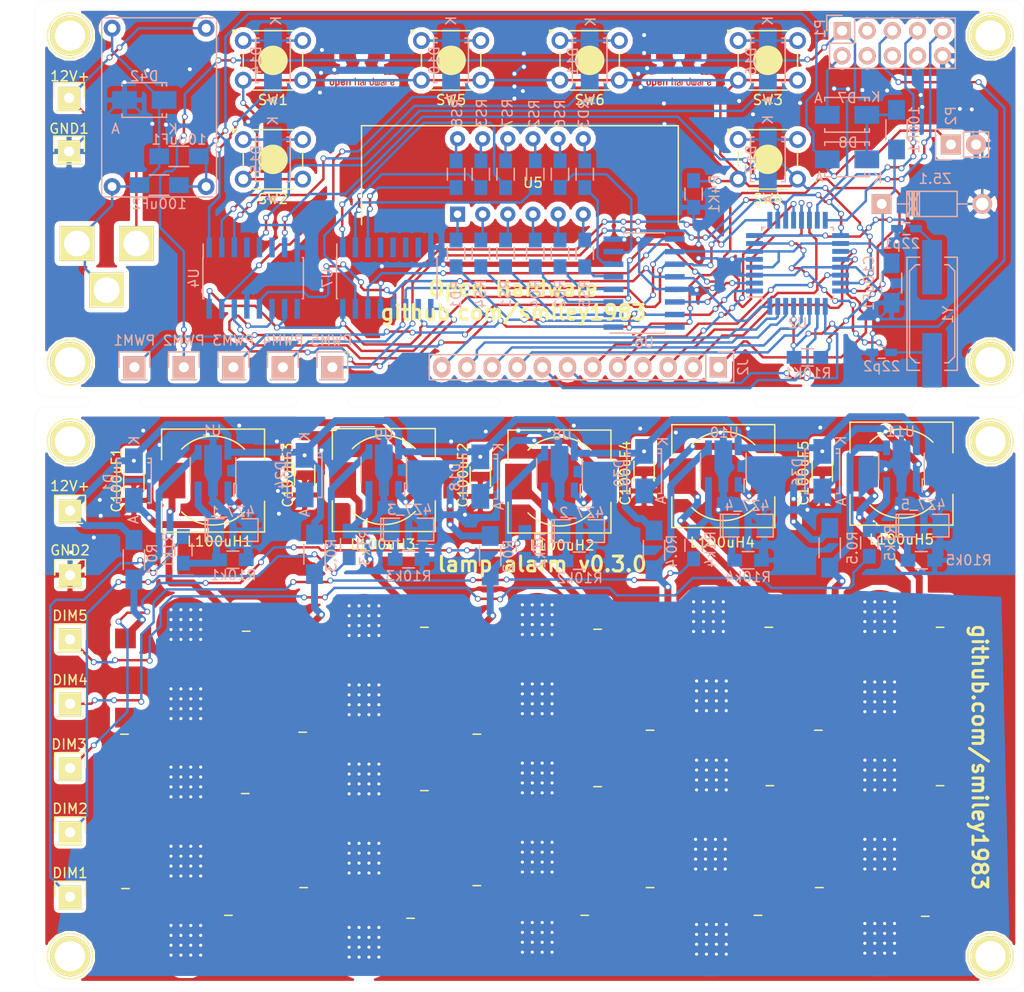
<source format=kicad_pcb>
(kicad_pcb (version 4) (host pcbnew 4.0.7)
  (layers (0 F.Cu signal) (31 B.Cu signal) (34 B.Paste user) (35 F.Paste user) (36 B.SilkS user) (37 F.SilkS user) (38 B.Mask user) (39 F.Mask user) (44 Edge.Cuts user))
  (net 0 "")
  (net 1 "Net-(4Z7_1-Pad1)")
  (net 2 GND)
  (net 3 "Net-(4Z7_2-Pad1)")
  (net 4 "Net-(4Z7_3-Pad1)")
  (net 5 "Net-(4Z7_4-Pad1)")
  (net 6 "Net-(4Z7_5-Pad1)")
  (net 7 /Power/V+)
  (net 8 /V+)
  (net 9 VCC)
  (net 10 "Net-(100R1-Pad2)")
  (net 11 /Sheet59CCFEA9/XTAL1)
  (net 12 /Sheet59CCFEA9/XTAL2)
  (net 13 "Net-(D1-Pad2)")
  (net 14 /LED/LED+)
  (net 15 "Net-(D2-Pad1)")
  (net 16 "Net-(D3-Pad1)")
  (net 17 "Net-(D4-Pad1)")
  (net 18 "Net-(D5-Pad1)")
  (net 19 /LED/LED-)
  (net 20 "Net-(D7-Pad2)")
  (net 21 /Sheet59CCFEA9/5V_IN)
  (net 22 "Net-(D10-Pad1)")
  (net 23 "Net-(D10-Pad2)")
  (net 24 "Net-(D11-Pad1)")
  (net 25 "Net-(D11-Pad2)")
  (net 26 "Net-(D12-Pad2)")
  (net 27 "Net-(D13-Pad2)")
  (net 28 "Net-(D14-Pad1)")
  (net 29 "Net-(D14-Pad2)")
  (net 30 "Net-(D15-Pad1)")
  (net 31 "Net-(D15-Pad2)")
  (net 32 "Net-(D16-Pad1)")
  (net 33 "Net-(D16-Pad2)")
  (net 34 "Net-(D17-Pad1)")
  (net 35 "Net-(D17-Pad2)")
  (net 36 "Net-(D18-Pad2)")
  (net 37 /sheet59D38E92/LED+)
  (net 38 "Net-(D19-Pad1)")
  (net 39 "Net-(D20-Pad1)")
  (net 40 "Net-(D21-Pad1)")
  (net 41 "Net-(D22-Pad1)")
  (net 42 /sheet59D38E92/LED-)
  (net 43 "Net-(D24-Pad2)")
  (net 44 /sheet59D39A20/LED+)
  (net 45 "Net-(D25-Pad1)")
  (net 46 "Net-(D26-Pad1)")
  (net 47 "Net-(D27-Pad1)")
  (net 48 "Net-(D28-Pad1)")
  (net 49 /sheet59D39A20/LED-)
  (net 50 "Net-(D30-Pad2)")
  (net 51 /sheet59D3A6ED/LED+)
  (net 52 "Net-(D31-Pad1)")
  (net 53 "Net-(D32-Pad1)")
  (net 54 "Net-(D33-Pad1)")
  (net 55 "Net-(D34-Pad1)")
  (net 56 /sheet59D3A6ED/LED-)
  (net 57 "Net-(D36-Pad2)")
  (net 58 /sheet59D3AE4B/LED+)
  (net 59 "Net-(D37-Pad1)")
  (net 60 "Net-(D38-Pad1)")
  (net 61 "Net-(D39-Pad1)")
  (net 62 "Net-(D40-Pad1)")
  (net 63 /sheet59D3AE4B/LED-)
  (net 64 /PWM0)
  (net 65 /PWM1)
  (net 66 /PWM2)
  (net 67 /PWM3)
  (net 68 /PWM4)
  (net 69 /Sheet59CCFEA9/PWM1)
  (net 70 "Net-(P1-Pad3)")
  (net 71 "Net-(P1-Pad4)")
  (net 72 /Sheet59CCFEA9/RST)
  (net 73 "Net-(P1-Pad6)")
  (net 74 /UI/CLOCK)
  (net 75 "Net-(P1-Pad8)")
  (net 76 /Sheet59CCFEA9/MISO)
  (net 77 /Sheet59CCFEA9/PWM0)
  (net 78 /Sheet59CCFEA9/PWM2)
  (net 79 /Sheet59CCFEA9/PWM3)
  (net 80 /Sheet59CCFEA9/PWM4)
  (net 81 /Sheet59CCFEA9/BTN)
  (net 82 "Net-(RD1-Pad1)")
  (net 83 /UI/sheet57CBF124/AA)
  (net 84 "Net-(RD2-Pad1)")
  (net 85 /UI/sheet57CBF124/AE)
  (net 86 "Net-(RD3-Pad1)")
  (net 87 /UI/sheet57CBF124/AG)
  (net 88 "Net-(RD4-Pad1)")
  (net 89 /UI/sheet57CBF124/AD)
  (net 90 "Net-(RS1-Pad1)")
  (net 91 /UI/sheet57CBF124/AC)
  (net 92 "Net-(RS2-Pad1)")
  (net 93 /UI/sheet57CBF124/BA)
  (net 94 "Net-(RS3-Pad1)")
  (net 95 /UI/sheet57CBF124/BC)
  (net 96 "Net-(RS4-Pad1)")
  (net 97 /UI/sheet57CBF124/AB)
  (net 98 "Net-(RS5-Pad1)")
  (net 99 /UI/sheet57CBF124/AF)
  (net 100 "Net-(RS6-Pad1)")
  (net 101 /UI/sheet57CBF124/AH)
  (net 102 "Net-(RS7-Pad1)")
  (net 103 /UI/sheet57CBF124/BB)
  (net 104 "Net-(RS8-Pad1)")
  (net 105 /UI/sheet57CBF124/BD)
  (net 106 /UI/SER_IN)
  (net 107 /Sheet59CCFEA9/PB0)
  (net 108 /Sheet59CCFEA9/SS)
  (net 109 /Sheet59CCFEA9/ADC6)
  (net 110 /Sheet59CCFEA9/AREF)
  (net 111 /Sheet59CCFEA9/ADC7)
  (net 112 /Sheet59CCFEA9/PC1)
  (net 113 /Sheet59CCFEA9/PC2)
  (net 114 /Sheet59CCFEA9/PC3)
  (net 115 /Sheet59CCFEA9/PC4)
  (net 116 /Sheet59CCFEA9/PC5)
  (net 117 /Sheet59CCFEA9/PD0)
  (net 118 /Sheet59CCFEA9/PD1)
  (net 119 /Sheet59CCFEA9/LATCH)
  (net 120 /UI/SER_OUT)
  (net 121 /UI/sheet57CBF124/SER_OUT)
  (net 122 "Net-(U6-Pad9)")
  (net 123 /UI/sheet57CBF124/BE)
  (net 124 /UI/sheet57CBF124/BF)
  (net 125 /UI/sheet57CBF124/BG)
  (net 126 /UI/sheet57CBF124/BH)
  (net 127 /HGND)
  (net 128 /HEAT)
  (net 129 /Power/GND_IN)
  (module smiley-library:3w_led (layer F.Cu) (at 45.2 109.2)
    (fp_text reference - (at 6 0.8) (layer F.SilkS))
    (fp_text value LED_PAD hide)
    (pad 3 smd circle (at 0 0) (size 6 6) (layers F.Cu F.Paste F.Mask) (net 128 /HEAT))
    (pad 2 smd rect (at -6.1 1.2) (size 2.1 2) (layers F.Cu F.Paste F.Mask) (net 16 "Net-(D3-Pad1)"))
    (pad 1 smd rect (at 6.1 -1.2) (size 2.1 2) (layers F.Cu F.Paste F.Mask) (net 17 "Net-(D4-Pad1)"))
    (pad 3 smd circle (at -1.5 -1.5) (size 1 1) (layers F.Cu F.Paste F.Mask) (net 128 /HEAT))
    (pad 3 smd circle (at -0.5 -1.5) (size 1 1) (layers F.Cu F.Paste F.Mask) (net 128 /HEAT))
    (pad 3 smd circle (at 0.5 -1.5) (size 1 1) (layers F.Cu F.Paste F.Mask) (net 128 /HEAT))
    (pad 3 smd circle (at 1.5 -1.5) (size 1 1) (layers F.Cu F.Paste F.Mask) (net 128 /HEAT))
    (pad 3 smd circle (at -1.5 -0.5) (size 1 1) (layers F.Cu F.Paste F.Mask) (net 128 /HEAT))
    (pad 3 smd circle (at -0.5 -0.5) (size 1 1) (layers F.Cu F.Paste F.Mask) (net 128 /HEAT))
    (pad 3 smd circle (at 0.5 -0.5) (size 1 1) (layers F.Cu F.Paste F.Mask) (net 128 /HEAT))
    (pad 3 smd circle (at 1.5 -0.5) (size 1 1) (layers F.Cu F.Paste F.Mask) (net 128 /HEAT))
    (pad 3 smd circle (at -1.5 0.5) (size 1 1) (layers F.Cu F.Paste F.Mask) (net 128 /HEAT))
    (pad 3 smd circle (at -0.5 0.5) (size 1 1) (layers F.Cu F.Paste F.Mask) (net 128 /HEAT))
    (pad 3 smd circle (at 0.5 0.5) (size 1 1) (layers F.Cu F.Paste F.Mask) (net 128 /HEAT))
    (pad 3 smd circle (at 1.5 0.5) (size 1 1) (layers F.Cu F.Paste F.Mask) (net 128 /HEAT))
    (pad 3 smd circle (at -1.5 1.5) (size 1 1) (layers F.Cu F.Paste F.Mask) (net 128 /HEAT))
    (pad 3 smd circle (at -0.5 1.5) (size 1 1) (layers F.Cu F.Paste F.Mask) (net 128 /HEAT))
    (pad 3 smd circle (at 0.5 1.5) (size 1 1) (layers F.Cu F.Paste F.Mask) (net 128 /HEAT))
    (pad 3 smd circle (at 1.5 1.5) (size 1 1) (layers F.Cu F.Paste F.Mask) (net 128 /HEAT))
  )
  (module smiley-library:SMD-1206_Pol (layer B.Cu) (at 49.95 83.45)
    (fp_text reference 4Z7_1 (at -0.05 -1.85) (layer B.SilkS) (effects (justify mirror)))
    (fp_text value D_Zener_Small hide)
    (pad 1 smd rect (at -1.651 0) (size 1.524 2.032) (layers B.Cu B.Paste B.Mask) (net 1 "Net-(4Z7_1-Pad1)"))
    (pad 2 smd rect (at 1.651 0) (size 1.524 2.032) (layers B.Cu B.Paste B.Mask) (net 127 /HGND))
  )
  (module smiley-library:SMD-1206_Pol (layer B.Cu) (at 84.95 83.55)
    (fp_text reference 4Z7_2 (at 0.25 -1.85) (layer B.SilkS) (effects (justify mirror)))
    (fp_text value D_Zener_Small hide)
    (pad 1 smd rect (at -1.651 0) (size 1.524 2.032) (layers B.Cu B.Paste B.Mask) (net 3 "Net-(4Z7_2-Pad1)"))
    (pad 2 smd rect (at 1.651 0) (size 1.524 2.032) (layers B.Cu B.Paste B.Mask) (net 127 /HGND))
  )
  (module smiley-library:SMD-1206_Pol (layer B.Cu) (at 67.7 83.4)
    (fp_text reference 4Z7_3 (at 0.1 -2) (layer B.SilkS) (effects (justify mirror)))
    (fp_text value D_Zener_Small hide)
    (pad 1 smd rect (at -1.651 0) (size 1.524 2.032) (layers B.Cu B.Paste B.Mask) (net 4 "Net-(4Z7_3-Pad1)"))
    (pad 2 smd rect (at 1.651 0) (size 1.524 2.032) (layers B.Cu B.Paste B.Mask) (net 127 /HGND))
  )
  (module smiley-library:SMD-1206_Pol (layer B.Cu) (at 102 83)
    (fp_text reference 4Z7_4 (at -0.1 -2) (layer B.SilkS) (effects (justify mirror)))
    (fp_text value D_Zener_Small hide)
    (pad 1 smd rect (at -1.651 0) (size 1.524 2.032) (layers B.Cu B.Paste B.Mask) (net 5 "Net-(4Z7_4-Pad1)"))
    (pad 2 smd rect (at 1.651 0) (size 1.524 2.032) (layers B.Cu B.Paste B.Mask) (net 127 /HGND))
  )
  (module smiley-library:SMD-1206_Pol (layer B.Cu) (at 119.75 83)
    (fp_text reference 4Z7_5 (at -0.05 -2.1) (layer B.SilkS) (effects (justify mirror)))
    (fp_text value D_Zener_Small hide)
    (pad 1 smd rect (at -1.651 0) (size 1.524 2.032) (layers B.Cu B.Paste B.Mask) (net 6 "Net-(4Z7_5-Pad1)"))
    (pad 2 smd rect (at 1.651 0) (size 1.524 2.032) (layers B.Cu B.Paste B.Mask) (net 127 /HGND))
  )
  (module Pin_Headers:Pin_Header_Straight_1x01 (layer F.Cu) (at 33.4 39.8)
    (fp_text reference 12V+ (at 0.1 -2.2) (layer F.SilkS))
    (fp_text value TEST_1P hide)
    (pad 1 thru_hole rect (at 0 0) (size 2.2352 2.2352) (drill 1.016) (layers *.Cu *.Mask F.SilkS) (net 7 /Power/V+))
  )
  (module Pin_Headers:Pin_Header_Straight_1x01 (layer F.Cu) (at 33.5 81.5)
    (fp_text reference 12V+ (at 0 -2.5) (layer F.SilkS))
    (fp_text value TEST_1P)
    (pad 1 thru_hole rect (at 0 0) (size 2.2352 2.2352) (drill 1.016) (layers *.Cu *.Mask F.SilkS) (net 8 /V+))
  )
  (module Resistors_SMD:R_1206_HandSoldering (layer B.Cu) (at 117 43 90)
    (fp_text reference 100R1 (at 0 1.8 90) (layer B.SilkS) (effects (justify mirror)))
    (fp_text value R)
    (pad 1 smd rect (at -2 0 90) (size 2 1.7) (layers B.Cu B.Paste B.Mask) (net 9 VCC))
    (pad 2 smd rect (at 2 0 90) (size 2 1.7) (layers B.Cu B.Paste B.Mask) (net 10 "Net-(100R1-Pad2)"))
  )
  (module Capacitors_SMD:C_0603_HandSoldering (layer B.Cu) (at 115.5 65.5)
    (fp_text reference 22p2 (at 0 1.4) (layer B.SilkS) (effects (justify mirror)))
    (fp_text value C_Small)
    (pad 1 smd rect (at -0.95 0) (size 1.2 0.75) (layers B.Cu B.Paste B.Mask) (net 2 GND))
    (pad 2 smd rect (at 0.95 0) (size 1.2 0.75) (layers B.Cu B.Paste B.Mask) (net 11 /Sheet59CCFEA9/XTAL1))
  )
  (module Capacitors_SMD:C_0603_HandSoldering (layer B.Cu) (at 118 53)
    (fp_text reference 22p1 (at -0.5 1.5) (layer B.SilkS) (effects (justify mirror)))
    (fp_text value C_Small)
    (pad 1 smd rect (at -0.95 0) (size 1.2 0.75) (layers B.Cu B.Paste B.Mask) (net 2 GND))
    (pad 2 smd rect (at 0.95 0) (size 1.2 0.75) (layers B.Cu B.Paste B.Mask) (net 12 /Sheet59CCFEA9/XTAL2))
  )
  (module Capacitors_SMD:C_1206_HandSoldering (layer B.Cu) (at 116.5 58.5 270)
    (fp_text reference C10uF1 (at 0 2.3 270) (layer B.SilkS) (effects (justify mirror)))
    (fp_text value C_Small)
    (pad 1 smd rect (at -2 0 270) (size 2 1.6) (layers B.Cu B.Paste B.Mask) (net 9 VCC))
    (pad 2 smd rect (at 2 0 270) (size 2 1.6) (layers B.Cu B.Paste B.Mask) (net 2 GND))
  )
  (module Capacitors_SMD:C_1206_HandSoldering (layer F.Cu) (at 39.95 78.45 270)
    (fp_text reference C100uF1 (at -0.05 1.75 270) (layer F.SilkS))
    (fp_text value C_Small)
    (pad 1 smd rect (at -2 0 270) (size 2 1.6) (layers F.Cu F.Paste F.Mask) (net 8 /V+))
    (pad 2 smd rect (at 2 0 270) (size 2 1.6) (layers F.Cu F.Paste F.Mask) (net 127 /HGND))
  )
  (module Capacitors_SMD:C_1206_HandSoldering (layer F.Cu) (at 74.95 78.05 270)
    (fp_text reference C100uF2 (at -0.15 1.75 270) (layer F.SilkS))
    (fp_text value C_Small)
    (pad 1 smd rect (at -2 0 270) (size 2 1.6) (layers F.Cu F.Paste F.Mask) (net 8 /V+))
    (pad 2 smd rect (at 2 0 270) (size 2 1.6) (layers F.Cu F.Paste F.Mask) (net 127 /HGND))
  )
  (module Capacitors_SMD:C_1206_HandSoldering (layer F.Cu) (at 57.2 77.9 270)
    (fp_text reference C100uF3 (at 0 1.7 270) (layer F.SilkS))
    (fp_text value C_Small)
    (pad 1 smd rect (at -2 0 270) (size 2 1.6) (layers F.Cu F.Paste F.Mask) (net 8 /V+))
    (pad 2 smd rect (at 2 0 270) (size 2 1.6) (layers F.Cu F.Paste F.Mask) (net 127 /HGND))
  )
  (module Capacitors_SMD:C_1206_HandSoldering (layer F.Cu) (at 91.5 77.5 270)
    (fp_text reference C100uF4 (at 0.2 1.9 270) (layer F.SilkS))
    (fp_text value C_Small)
    (pad 1 smd rect (at -2 0 270) (size 2 1.6) (layers F.Cu F.Paste F.Mask) (net 8 /V+))
    (pad 2 smd rect (at 2 0 270) (size 2 1.6) (layers F.Cu F.Paste F.Mask) (net 127 /HGND))
  )
  (module Capacitors_SMD:C_1206_HandSoldering (layer F.Cu) (at 109.5 77.5 270)
    (fp_text reference C100uF5 (at 0.2 1.9 270) (layer F.SilkS))
    (fp_text value C_Small)
    (pad 1 smd rect (at -2 0 270) (size 2 1.6) (layers F.Cu F.Paste F.Mask) (net 8 /V+))
    (pad 2 smd rect (at 2 0 270) (size 2 1.6) (layers F.Cu F.Paste F.Mask) (net 127 /HGND))
  )
  (module smiley-library:SMA_Standard_noadhesive (layer B.Cu) (at 39.95 78.45 270)
    (fp_text reference D1 (at 0.25 2.55 270) (layer B.SilkS) (effects (justify mirror)))
    (fp_text value D hide)
    (fp_text user K (at -4.05 -0.05 270) (layer B.SilkS) (effects (justify mirror)))
    (fp_text user A (at 3.95 0.05 270) (layer B.SilkS) (effects (justify mirror)))
    (pad 1 smd rect (at -1.99898 0 270) (size 2.49936 1.80086) (layers B.Cu B.Paste B.Mask) (net 8 /V+))
    (pad 2 smd rect (at 1.99898 0 270) (size 2.49936 1.80086) (layers B.Cu B.Paste B.Mask) (net 13 "Net-(D1-Pad2)"))
  )
  (module Diodes_ThroughHole:Diode_DO-41_SOD81_Horizontal_RM10 (layer B.Cu) (at 115.5 50.5)
    (fp_text reference Z5.1 (at 5.38734 -2.53746) (layer B.SilkS) (effects (justify mirror)))
    (fp_text value ZENER)
    (pad 2 thru_hole circle (at 10.16 0.00254 180) (size 1.99898 1.99898) (drill 1.27) (layers *.Cu *.Mask B.SilkS) (net 2 GND))
    (pad 1 thru_hole rect (at 0 0.00254 180) (size 1.99898 1.99898) (drill 1.00076) (layers *.Cu *.Mask B.SilkS) (net 9 VCC))
  )
  (module smiley-library:SMA_Standard_noadhesive (layer B.Cu) (at 112 41.5 180)
    (fp_text reference D7 (at 0 1.7 180) (layer B.SilkS) (effects (justify mirror)))
    (fp_text value D_Schottky_Small hide)
    (fp_text user K (at -2.9 1.8 180) (layer B.SilkS) (effects (justify mirror)))
    (fp_text user A (at 2.9 1.7 180) (layer B.SilkS) (effects (justify mirror)))
    (pad 1 smd rect (at -1.99898 0 180) (size 2.49936 1.80086) (layers B.Cu B.Paste B.Mask) (net 10 "Net-(100R1-Pad2)"))
    (pad 2 smd rect (at 1.99898 0 180) (size 2.49936 1.80086) (layers B.Cu B.Paste B.Mask) (net 20 "Net-(D7-Pad2)"))
  )
  (module smiley-library:SMA_Standard_noadhesive (layer B.Cu) (at 112 46 180)
    (fp_text reference D8 (at -0.1 1.7 180) (layer B.SilkS) (effects (justify mirror)))
    (fp_text value D_Schottky_Small hide)
    (fp_text user K (at -3.1 -1.9 180) (layer B.SilkS) (effects (justify mirror)))
    (fp_text user A (at 2.8 -1.8 180) (layer B.SilkS) (effects (justify mirror)))
    (pad 1 smd rect (at -1.99898 0 180) (size 2.49936 1.80086) (layers B.Cu B.Paste B.Mask) (net 10 "Net-(100R1-Pad2)"))
    (pad 2 smd rect (at 1.99898 0 180) (size 2.49936 1.80086) (layers B.Cu B.Paste B.Mask) (net 21 /Sheet59CCFEA9/5V_IN))
  )
  (module smiley-library:SMA_Standard_noadhesive (layer B.Cu) (at 72 36 270)
    (fp_text reference D10 (at 0 1.7 270) (layer B.SilkS) (effects (justify mirror)))
    (fp_text value D_Schottky_Small hide)
    (fp_text user K (at -4 0 270) (layer B.SilkS) (effects (justify mirror)))
    (fp_text user A (at 3.8 0.1 270) (layer B.SilkS) (effects (justify mirror)))
    (pad 1 smd rect (at -1.99898 0 270) (size 2.49936 1.80086) (layers B.Cu B.Paste B.Mask) (net 22 "Net-(D10-Pad1)"))
    (pad 2 smd rect (at 1.99898 0 270) (size 2.49936 1.80086) (layers B.Cu B.Paste B.Mask) (net 23 "Net-(D10-Pad2)"))
  )
  (module smiley-library:SMA_Standard_noadhesive (layer B.Cu) (at 86 36 270)
    (fp_text reference D11 (at 0.1 1.7 270) (layer B.SilkS) (effects (justify mirror)))
    (fp_text value D_Schottky_Small hide)
    (fp_text user K (at -3.9 -0.1 270) (layer B.SilkS) (effects (justify mirror)))
    (fp_text user A (at 4 0 270) (layer B.SilkS) (effects (justify mirror)))
    (pad 1 smd rect (at -1.99898 0 270) (size 2.49936 1.80086) (layers B.Cu B.Paste B.Mask) (net 24 "Net-(D11-Pad1)"))
    (pad 2 smd rect (at 1.99898 0 270) (size 2.49936 1.80086) (layers B.Cu B.Paste B.Mask) (net 25 "Net-(D11-Pad2)"))
  )
  (module smiley-library:SMA_Standard_noadhesive (layer B.Cu) (at 54 36 270)
    (fp_text reference D14 (at 0 1.7 270) (layer B.SilkS) (effects (justify mirror)))
    (fp_text value D_Schottky_Small hide)
    (fp_text user K (at -4 -0.3 270) (layer B.SilkS) (effects (justify mirror)))
    (fp_text user A (at 4 0.1 270) (layer B.SilkS) (effects (justify mirror)))
    (pad 1 smd rect (at -1.99898 0 270) (size 2.49936 1.80086) (layers B.Cu B.Paste B.Mask) (net 28 "Net-(D14-Pad1)"))
    (pad 2 smd rect (at 1.99898 0 270) (size 2.49936 1.80086) (layers B.Cu B.Paste B.Mask) (net 29 "Net-(D14-Pad2)"))
  )
  (module smiley-library:SMA_Standard_noadhesive (layer B.Cu) (at 54 46 270)
    (fp_text reference D15 (at 0 1.7 270) (layer B.SilkS) (effects (justify mirror)))
    (fp_text value D_Schottky_Small hide)
    (fp_text user K (at -3.9 0 270) (layer B.SilkS) (effects (justify mirror)))
    (fp_text user A (at 4 0 270) (layer B.SilkS) (effects (justify mirror)))
    (pad 1 smd rect (at -1.99898 0 270) (size 2.49936 1.80086) (layers B.Cu B.Paste B.Mask) (net 30 "Net-(D15-Pad1)"))
    (pad 2 smd rect (at 1.99898 0 270) (size 2.49936 1.80086) (layers B.Cu B.Paste B.Mask) (net 31 "Net-(D15-Pad2)"))
  )
  (module smiley-library:SMA_Standard_noadhesive (layer B.Cu) (at 104 36 270)
    (fp_text reference D16 (at 0.1 1.7 270) (layer B.SilkS) (effects (justify mirror)))
    (fp_text value D_Schottky_Small hide)
    (fp_text user K (at -4 0 270) (layer B.SilkS) (effects (justify mirror)))
    (fp_text user A (at 4 0 270) (layer B.SilkS) (effects (justify mirror)))
    (pad 1 smd rect (at -1.99898 0 270) (size 2.49936 1.80086) (layers B.Cu B.Paste B.Mask) (net 32 "Net-(D16-Pad1)"))
    (pad 2 smd rect (at 1.99898 0 270) (size 2.49936 1.80086) (layers B.Cu B.Paste B.Mask) (net 33 "Net-(D16-Pad2)"))
  )
  (module smiley-library:SMA_Standard_noadhesive (layer B.Cu) (at 104 46 270)
    (fp_text reference D17 (at 0 1.7 270) (layer B.SilkS) (effects (justify mirror)))
    (fp_text value D_Schottky_Small hide)
    (fp_text user K (at -4 0 270) (layer B.SilkS) (effects (justify mirror)))
    (fp_text user A (at 4 0 270) (layer B.SilkS) (effects (justify mirror)))
    (pad 1 smd rect (at -1.99898 0 270) (size 2.49936 1.80086) (layers B.Cu B.Paste B.Mask) (net 34 "Net-(D17-Pad1)"))
    (pad 2 smd rect (at 1.99898 0 270) (size 2.49936 1.80086) (layers B.Cu B.Paste B.Mask) (net 35 "Net-(D17-Pad2)"))
  )
  (module smiley-library:SMA_Standard_noadhesive (layer B.Cu) (at 74.95 78.05 270)
    (fp_text reference D18 (at 0.05 2.55 270) (layer B.SilkS) (effects (justify mirror)))
    (fp_text value D hide)
    (fp_text user K (at -2.95 -1.85 270) (layer B.SilkS) (effects (justify mirror)))
    (fp_text user A (at 2.95 -1.85 270) (layer B.SilkS) (effects (justify mirror)))
    (pad 1 smd rect (at -1.99898 0 270) (size 2.49936 1.80086) (layers B.Cu B.Paste B.Mask) (net 8 /V+))
    (pad 2 smd rect (at 1.99898 0 270) (size 2.49936 1.80086) (layers B.Cu B.Paste B.Mask) (net 36 "Net-(D18-Pad2)"))
  )
  (module smiley-library:SMA_Standard_noadhesive (layer B.Cu) (at 57.2 77.9 270)
    (fp_text reference D24 (at 0 2.4 270) (layer B.SilkS) (effects (justify mirror)))
    (fp_text value D hide)
    (fp_text user K (at -3.9 0 270) (layer B.SilkS) (effects (justify mirror)))
    (fp_text user A (at 3.8 0 270) (layer B.SilkS) (effects (justify mirror)))
    (pad 1 smd rect (at -1.99898 0 270) (size 2.49936 1.80086) (layers B.Cu B.Paste B.Mask) (net 8 /V+))
    (pad 2 smd rect (at 1.99898 0 270) (size 2.49936 1.80086) (layers B.Cu B.Paste B.Mask) (net 43 "Net-(D24-Pad2)"))
  )
  (module smiley-library:SMA_Standard_noadhesive (layer B.Cu) (at 91.5 77.5 270)
    (fp_text reference D30 (at 0.2 2.5 270) (layer B.SilkS) (effects (justify mirror)))
    (fp_text value D hide)
    (fp_text user K (at -3 -1.9 270) (layer B.SilkS) (effects (justify mirror)))
    (fp_text user A (at 2.9 -1.7 270) (layer B.SilkS) (effects (justify mirror)))
    (pad 1 smd rect (at -1.99898 0 270) (size 2.49936 1.80086) (layers B.Cu B.Paste B.Mask) (net 8 /V+))
    (pad 2 smd rect (at 1.99898 0 270) (size 2.49936 1.80086) (layers B.Cu B.Paste B.Mask) (net 50 "Net-(D30-Pad2)"))
  )
  (module smiley-library:SMA_Standard_noadhesive (layer B.Cu) (at 109.5 77.5 270)
    (fp_text reference D36 (at 0.1 2.5 270) (layer B.SilkS) (effects (justify mirror)))
    (fp_text value D hide)
    (fp_text user K (at -3.1 -1.9 270) (layer B.SilkS) (effects (justify mirror)))
    (fp_text user A (at 3.1 -1.9 270) (layer B.SilkS) (effects (justify mirror)))
    (pad 1 smd rect (at -1.99898 0 270) (size 2.49936 1.80086) (layers B.Cu B.Paste B.Mask) (net 8 /V+))
    (pad 2 smd rect (at 1.99898 0 270) (size 2.49936 1.80086) (layers B.Cu B.Paste B.Mask) (net 57 "Net-(D36-Pad2)"))
  )
  (module Pin_Headers:Pin_Header_Straight_1x01 (layer F.Cu) (at 33.5 120.5)
    (fp_text reference DIM1 (at 0 -2.4) (layer F.SilkS))
    (fp_text value TEST_1P)
    (pad 1 thru_hole rect (at 0 0) (size 2.2352 2.2352) (drill 1.016) (layers *.Cu *.Mask F.SilkS) (net 64 /PWM0))
  )
  (module Pin_Headers:Pin_Header_Straight_1x01 (layer F.Cu) (at 33.5 114)
    (fp_text reference DIM2 (at 0 -2.4) (layer F.SilkS))
    (fp_text value TEST_1P)
    (pad 1 thru_hole rect (at 0 0) (size 2.2352 2.2352) (drill 1.016) (layers *.Cu *.Mask F.SilkS) (net 65 /PWM1))
  )
  (module Pin_Headers:Pin_Header_Straight_1x01 (layer F.Cu) (at 33.5 107.5)
    (fp_text reference DIM3 (at -0.1 -2.4) (layer F.SilkS))
    (fp_text value TEST_1P)
    (pad 1 thru_hole rect (at 0 0) (size 2.2352 2.2352) (drill 1.016) (layers *.Cu *.Mask F.SilkS) (net 66 /PWM2))
  )
  (module Pin_Headers:Pin_Header_Straight_1x01 (layer F.Cu) (at 33.5 101)
    (fp_text reference DIM4 (at 0 -2.4) (layer F.SilkS))
    (fp_text value TEST_1P)
    (pad 1 thru_hole rect (at 0 0) (size 2.2352 2.2352) (drill 1.016) (layers *.Cu *.Mask F.SilkS) (net 67 /PWM3))
  )
  (module Pin_Headers:Pin_Header_Straight_1x01 (layer F.Cu) (at 33.5 94.5)
    (fp_text reference DIM5 (at 0 -2.4) (layer F.SilkS))
    (fp_text value TEST_1P)
    (pad 1 thru_hole rect (at 0 0) (size 2.2352 2.2352) (drill 1.016) (layers *.Cu *.Mask F.SilkS) (net 68 /PWM4))
  )
  (module Pin_Headers:Pin_Header_Straight_1x01 (layer F.Cu) (at 33.4 45.2)
    (fp_text reference GND1 (at 0 -2.3) (layer F.SilkS))
    (fp_text value TEST_1P hide)
    (pad 1 thru_hole rect (at 0 0) (size 2.2352 2.2352) (drill 1.016) (layers *.Cu *.Mask F.SilkS) (net 2 GND))
  )
  (module Pin_Headers:Pin_Header_Straight_1x01 (layer F.Cu) (at 33.5 88)
    (fp_text reference GND2 (at 0 -2.5) (layer F.SilkS))
    (fp_text value TEST_1P)
    (pad 1 thru_hole rect (at 0 0) (size 2.2352 2.2352) (drill 1.016) (layers *.Cu *.Mask F.SilkS) (net 127 /HGND))
  )
  (module smiley-library:BARREL_JACK_nosilk (layer F.Cu) (at 34 54.5)
    (fp_text reference J1 hide)
    (fp_text value Barrel_Jack hide)
    (pad 1 thru_hole rect (at 6.20014 0) (size 3.50012 3.50012) (drill 2.6) (layers *.Cu *.Mask F.SilkS) (net 7 /Power/V+))
    (pad 2 thru_hole rect (at 0.20066 0) (size 3.50012 3.50012) (drill 2.6) (layers *.Cu *.Mask F.SilkS) (net 129 /Power/GND_IN))
    (pad 3 thru_hole rect (at 3.2004 4.699) (size 3.50012 3.50012) (drill 2.6) (layers *.Cu *.Mask F.SilkS) (net 129 /Power/GND_IN))
  )
  (module Pin_Headers:Pin_Header_Straight_1x12 (layer B.Cu) (at 99 67 90)
    (fp_text reference J2 (at 0 2.5 90) (layer B.SilkS) (effects (justify mirror)))
    (fp_text value Conn_01x12)
    (pad 1 thru_hole rect (at 0 0 90) (size 2.032 1.7272) (drill 1.016) (layers *.Cu *.Mask B.SilkS) (net 110 /Sheet59CCFEA9/AREF))
    (pad 2 thru_hole oval (at 0 -2.54 90) (size 2.032 1.7272) (drill 1.016) (layers *.Cu *.Mask B.SilkS) (net 109 /Sheet59CCFEA9/ADC6))
    (pad 3 thru_hole oval (at 0 -5.08 90) (size 2.032 1.7272) (drill 1.016) (layers *.Cu *.Mask B.SilkS) (net 111 /Sheet59CCFEA9/ADC7))
    (pad 4 thru_hole oval (at 0 -7.62 90) (size 2.032 1.7272) (drill 1.016) (layers *.Cu *.Mask B.SilkS) (net 107 /Sheet59CCFEA9/PB0))
    (pad 5 thru_hole oval (at 0 -10.16 90) (size 2.032 1.7272) (drill 1.016) (layers *.Cu *.Mask B.SilkS) (net 108 /Sheet59CCFEA9/SS))
    (pad 6 thru_hole oval (at 0 -12.7 90) (size 2.032 1.7272) (drill 1.016) (layers *.Cu *.Mask B.SilkS) (net 112 /Sheet59CCFEA9/PC1))
    (pad 7 thru_hole oval (at 0 -15.24 90) (size 2.032 1.7272) (drill 1.016) (layers *.Cu *.Mask B.SilkS) (net 113 /Sheet59CCFEA9/PC2))
    (pad 8 thru_hole oval (at 0 -17.78 90) (size 2.032 1.7272) (drill 1.016) (layers *.Cu *.Mask B.SilkS) (net 114 /Sheet59CCFEA9/PC3))
    (pad 9 thru_hole oval (at 0 -20.32 90) (size 2.032 1.7272) (drill 1.016) (layers *.Cu *.Mask B.SilkS) (net 115 /Sheet59CCFEA9/PC4))
    (pad 10 thru_hole oval (at 0 -22.86 90) (size 2.032 1.7272) (drill 1.016) (layers *.Cu *.Mask B.SilkS) (net 116 /Sheet59CCFEA9/PC5))
    (pad 11 thru_hole oval (at 0 -25.4 90) (size 2.032 1.7272) (drill 1.016) (layers *.Cu *.Mask B.SilkS) (net 117 /Sheet59CCFEA9/PD0))
    (pad 12 thru_hole oval (at 0 -27.94 90) (size 2.032 1.7272) (drill 1.016) (layers *.Cu *.Mask B.SilkS) (net 118 /Sheet59CCFEA9/PD1))
  )
  (module Choke_SMD:Choke_SMD_10.4x10.4_H4.8 (layer F.Cu) (at 47.95 78.45)
    (fp_text reference L100uH1 (at 0.65 6.15) (layer F.SilkS))
    (fp_text value L)
    (pad 1 smd rect (at -4.15 0) (size 2.7 3.6) (layers F.Cu F.Paste F.Mask) (net 19 /LED/LED-))
    (pad 2 smd rect (at 4.15 0) (size 2.7 3.6) (layers F.Cu F.Paste F.Mask) (net 13 "Net-(D1-Pad2)"))
  )
  (module Choke_SMD:Choke_SMD_10.4x10.4_H4.8 (layer F.Cu) (at 82.95 78.55)
    (fp_text reference L100uH2 (at 0.25 6.45) (layer F.SilkS))
    (fp_text value L)
    (pad 1 smd rect (at -4.15 0) (size 2.7 3.6) (layers F.Cu F.Paste F.Mask) (net 42 /sheet59D38E92/LED-))
    (pad 2 smd rect (at 4.15 0) (size 2.7 3.6) (layers F.Cu F.Paste F.Mask) (net 36 "Net-(D18-Pad2)"))
  )
  (module Choke_SMD:Choke_SMD_10.4x10.4_H4.8 (layer F.Cu) (at 65.2 78.4)
    (fp_text reference L100uH3 (at -0.1 6.5) (layer F.SilkS))
    (fp_text value L)
    (pad 1 smd rect (at -4.15 0) (size 2.7 3.6) (layers F.Cu F.Paste F.Mask) (net 49 /sheet59D39A20/LED-))
    (pad 2 smd rect (at 4.15 0) (size 2.7 3.6) (layers F.Cu F.Paste F.Mask) (net 43 "Net-(D24-Pad2)"))
  )
  (module Choke_SMD:Choke_SMD_10.4x10.4_H4.8 (layer F.Cu) (at 99.5 78)
    (fp_text reference L100uH4 (at -0.1 6.7) (layer F.SilkS))
    (fp_text value L)
    (pad 1 smd rect (at -4.15 0) (size 2.7 3.6) (layers F.Cu F.Paste F.Mask) (net 56 /sheet59D3A6ED/LED-))
    (pad 2 smd rect (at 4.15 0) (size 2.7 3.6) (layers F.Cu F.Paste F.Mask) (net 50 "Net-(D30-Pad2)"))
  )
  (module Choke_SMD:Choke_SMD_10.4x10.4_H4.8 (layer F.Cu) (at 117.5 77.75)
    (fp_text reference L100uH5 (at 0 6.65) (layer F.SilkS))
    (fp_text value L)
    (pad 1 smd rect (at -4.15 0) (size 2.7 3.6) (layers F.Cu F.Paste F.Mask) (net 63 /sheet59D3AE4B/LED-))
    (pad 2 smd rect (at 4.15 0) (size 2.7 3.6) (layers F.Cu F.Paste F.Mask) (net 57 "Net-(D36-Pad2)"))
  )
  (module Pin_Headers:Pin_Header_Straight_2x05 (layer B.Cu) (at 111.5 33 270)
    (fp_text reference P1 (at -0.2 2.2 270) (layer B.SilkS) (effects (justify mirror)))
    (fp_text value CONN_02X05 hide)
    (pad 1 thru_hole rect (at 0 0 270) (size 1.7272 1.7272) (drill 1.016) (layers *.Cu *.Mask B.SilkS) (net 69 /Sheet59CCFEA9/PWM1))
    (pad 2 thru_hole oval (at 2.54 0 270) (size 1.7272 1.7272) (drill 1.016) (layers *.Cu *.Mask B.SilkS) (net 20 "Net-(D7-Pad2)"))
    (pad 3 thru_hole oval (at 0 -2.54 270) (size 1.7272 1.7272) (drill 1.016) (layers *.Cu *.Mask B.SilkS) (net 70 "Net-(P1-Pad3)"))
    (pad 4 thru_hole oval (at 2.54 -2.54 270) (size 1.7272 1.7272) (drill 1.016) (layers *.Cu *.Mask B.SilkS) (net 71 "Net-(P1-Pad4)"))
    (pad 5 thru_hole oval (at 0 -5.08 270) (size 1.7272 1.7272) (drill 1.016) (layers *.Cu *.Mask B.SilkS) (net 72 /Sheet59CCFEA9/RST))
    (pad 6 thru_hole oval (at 2.54 -5.08 270) (size 1.7272 1.7272) (drill 1.016) (layers *.Cu *.Mask B.SilkS) (net 73 "Net-(P1-Pad6)"))
    (pad 7 thru_hole oval (at 0 -7.62 270) (size 1.7272 1.7272) (drill 1.016) (layers *.Cu *.Mask B.SilkS) (net 74 /UI/CLOCK))
    (pad 8 thru_hole oval (at 2.54 -7.62 270) (size 1.7272 1.7272) (drill 1.016) (layers *.Cu *.Mask B.SilkS) (net 75 "Net-(P1-Pad8)"))
    (pad 9 thru_hole oval (at 0 -10.16 270) (size 1.7272 1.7272) (drill 1.016) (layers *.Cu *.Mask B.SilkS) (net 76 /Sheet59CCFEA9/MISO))
    (pad 10 thru_hole oval (at 2.54 -10.16 270) (size 1.7272 1.7272) (drill 1.016) (layers *.Cu *.Mask B.SilkS) (net 2 GND))
  )
  (module Pin_Headers:Pin_Header_Straight_1x02 (layer B.Cu) (at 122.5 44.5 270)
    (fp_text reference P2 (at -2.9 0 270) (layer B.SilkS) (effects (justify mirror)))
    (fp_text value CONN_01X02 hide)
    (pad 1 thru_hole rect (at 0 0 270) (size 2.032 2.032) (drill 1.016) (layers *.Cu *.Mask B.SilkS) (net 21 /Sheet59CCFEA9/5V_IN))
    (pad 2 thru_hole oval (at 0 -2.54 270) (size 2.032 2.032) (drill 1.016) (layers *.Cu *.Mask B.SilkS) (net 2 GND))
  )
  (module Pin_Headers:Pin_Header_Straight_1x01 (layer B.Cu) (at 40 67 180)
    (fp_text reference PWM1 (at 0 2.7 180) (layer B.SilkS) (effects (justify mirror)))
    (fp_text value TEST_1P)
    (pad 1 thru_hole rect (at 0 0 180) (size 2.2352 2.2352) (drill 1.016) (layers *.Cu *.Mask B.SilkS) (net 77 /Sheet59CCFEA9/PWM0))
  )
  (module Pin_Headers:Pin_Header_Straight_1x01 (layer B.Cu) (at 45 67 180)
    (fp_text reference PWM2 (at 0 2.7 180) (layer B.SilkS) (effects (justify mirror)))
    (fp_text value TEST_1P)
    (pad 1 thru_hole rect (at 0 0 180) (size 2.2352 2.2352) (drill 1.016) (layers *.Cu *.Mask B.SilkS) (net 69 /Sheet59CCFEA9/PWM1))
  )
  (module Pin_Headers:Pin_Header_Straight_1x01 (layer B.Cu) (at 50 67 180)
    (fp_text reference PWM3 (at 0 2.7 180) (layer B.SilkS) (effects (justify mirror)))
    (fp_text value TEST_1P)
    (pad 1 thru_hole rect (at 0 0 180) (size 2.2352 2.2352) (drill 1.016) (layers *.Cu *.Mask B.SilkS) (net 78 /Sheet59CCFEA9/PWM2))
  )
  (module Pin_Headers:Pin_Header_Straight_1x01 (layer B.Cu) (at 55 67 180)
    (fp_text reference PWM4 (at 0 2.7 180) (layer B.SilkS) (effects (justify mirror)))
    (fp_text value TEST_1P)
    (pad 1 thru_hole rect (at 0 0 180) (size 2.2352 2.2352) (drill 1.016) (layers *.Cu *.Mask B.SilkS) (net 79 /Sheet59CCFEA9/PWM3))
  )
  (module Pin_Headers:Pin_Header_Straight_1x01 (layer B.Cu) (at 60 67 180)
    (fp_text reference PWM5 (at 0.1 2.7 180) (layer B.SilkS) (effects (justify mirror)))
    (fp_text value TEST_1P)
    (pad 1 thru_hole rect (at 0 0 180) (size 2.2352 2.2352) (drill 1.016) (layers *.Cu *.Mask B.SilkS) (net 80 /Sheet59CCFEA9/PWM4))
  )
  (module Resistors_SMD:R_1206_HandSoldering (layer B.Cu) (at 39.95 86.45 90)
    (fp_text reference R0.1 (at -0.05 1.85 90) (layer B.SilkS) (effects (justify mirror)))
    (fp_text value R)
    (pad 1 smd rect (at -2 0 90) (size 2 1.7) (layers B.Cu B.Paste B.Mask) (net 14 /LED/LED+))
    (pad 2 smd rect (at 2 0 90) (size 2 1.7) (layers B.Cu B.Paste B.Mask) (net 8 /V+))
  )
  (module Resistors_SMD:R_1206_HandSoldering (layer B.Cu) (at 75.95 86.05 90)
    (fp_text reference R0.2 (at -0.05 1.85 90) (layer B.SilkS) (effects (justify mirror)))
    (fp_text value R)
    (pad 1 smd rect (at -2 0 90) (size 2 1.7) (layers B.Cu B.Paste B.Mask) (net 37 /sheet59D38E92/LED+))
    (pad 2 smd rect (at 2 0 90) (size 2 1.7) (layers B.Cu B.Paste B.Mask) (net 8 /V+))
  )
  (module Resistors_SMD:R_1206_HandSoldering (layer B.Cu) (at 58.2 85.9 90)
    (fp_text reference R0.3 (at -0.1 1.7 90) (layer B.SilkS) (effects (justify mirror)))
    (fp_text value R)
    (pad 1 smd rect (at -2 0 90) (size 2 1.7) (layers B.Cu B.Paste B.Mask) (net 44 /sheet59D39A20/LED+))
    (pad 2 smd rect (at 2 0 90) (size 2 1.7) (layers B.Cu B.Paste B.Mask) (net 8 /V+))
  )
  (module Resistors_SMD:R_1206_HandSoldering (layer B.Cu) (at 92.5 85.5 90)
    (fp_text reference R0.4 (at -0.1 1.8 90) (layer B.SilkS) (effects (justify mirror)))
    (fp_text value R)
    (pad 1 smd rect (at -2 0 90) (size 2 1.7) (layers B.Cu B.Paste B.Mask) (net 51 /sheet59D3A6ED/LED+))
    (pad 2 smd rect (at 2 0 90) (size 2 1.7) (layers B.Cu B.Paste B.Mask) (net 8 /V+))
  )
  (module Resistors_SMD:R_1206_HandSoldering (layer B.Cu) (at 110.25 85.25 90)
    (fp_text reference R0.5 (at 0 2.3 90) (layer B.SilkS) (effects (justify mirror)))
    (fp_text value R)
    (pad 1 smd rect (at -2 0 90) (size 2 1.7) (layers B.Cu B.Paste B.Mask) (net 58 /sheet59D3AE4B/LED+))
    (pad 2 smd rect (at 2 0 90) (size 2 1.7) (layers B.Cu B.Paste B.Mask) (net 8 /V+))
  )
  (module Resistors_SMD:R_0805_HandSoldering (layer B.Cu) (at 44.95 85.45 270)
    (fp_text reference R1k1 (at 0.05 1.55 270) (layer B.SilkS) (effects (justify mirror)))
    (fp_text value R)
    (pad 1 smd rect (at -1.35 0 270) (size 1.5 1.3) (layers B.Cu B.Paste B.Mask) (net 64 /PWM0))
    (pad 2 smd rect (at 1.35 0 270) (size 1.5 1.3) (layers B.Cu B.Paste B.Mask) (net 1 "Net-(4Z7_1-Pad1)"))
  )
  (module Resistors_SMD:R_0805_HandSoldering (layer B.Cu) (at 79.45 85.05 270)
    (fp_text reference R1k2 (at 0.45 -1.55 270) (layer B.SilkS) (effects (justify mirror)))
    (fp_text value R)
    (pad 1 smd rect (at -1.35 0 270) (size 1.5 1.3) (layers B.Cu B.Paste B.Mask) (net 66 /PWM2))
    (pad 2 smd rect (at 1.35 0 270) (size 1.5 1.3) (layers B.Cu B.Paste B.Mask) (net 3 "Net-(4Z7_2-Pad1)"))
  )
  (module Resistors_SMD:R_0805_HandSoldering (layer B.Cu) (at 61.7 84.9 90)
    (fp_text reference R1k3 (at -0.3 1.6 90) (layer B.SilkS) (effects (justify mirror)))
    (fp_text value R)
    (pad 1 smd rect (at -1.35 0 90) (size 1.5 1.3) (layers B.Cu B.Paste B.Mask) (net 65 /PWM1))
    (pad 2 smd rect (at 1.35 0 90) (size 1.5 1.3) (layers B.Cu B.Paste B.Mask) (net 4 "Net-(4Z7_3-Pad1)"))
  )
  (module Resistors_SMD:R_0805_HandSoldering (layer B.Cu) (at 96.5 85 90)
    (fp_text reference R1k4 (at -0.4 1.7 90) (layer B.SilkS) (effects (justify mirror)))
    (fp_text value R)
    (pad 1 smd rect (at -1.35 0 90) (size 1.5 1.3) (layers B.Cu B.Paste B.Mask) (net 67 /PWM3))
    (pad 2 smd rect (at 1.35 0 90) (size 1.5 1.3) (layers B.Cu B.Paste B.Mask) (net 5 "Net-(4Z7_4-Pad1)"))
  )
  (module Resistors_SMD:R_0805_HandSoldering (layer B.Cu) (at 114.25 84.75 90)
    (fp_text reference R1k5 (at 0 2.1 90) (layer B.SilkS) (effects (justify mirror)))
    (fp_text value R)
    (pad 1 smd rect (at -1.35 0 90) (size 1.5 1.3) (layers B.Cu B.Paste B.Mask) (net 68 /PWM4))
    (pad 2 smd rect (at 1.35 0 90) (size 1.5 1.3) (layers B.Cu B.Paste B.Mask) (net 6 "Net-(4Z7_5-Pad1)"))
  )
  (module Resistors_SMD:R_0805_HandSoldering (layer B.Cu) (at 96.5 49.5 90)
    (fp_text reference R4K1 (at 0 2.1 90) (layer B.SilkS) (effects (justify mirror)))
    (fp_text value R)
    (pad 1 smd rect (at -1.35 0 90) (size 1.5 1.3) (layers B.Cu B.Paste B.Mask) (net 2 GND))
    (pad 2 smd rect (at 1.35 0 90) (size 1.5 1.3) (layers B.Cu B.Paste B.Mask) (net 81 /Sheet59CCFEA9/BTN))
  )
  (module Resistors_SMD:R_0805_HandSoldering (layer B.Cu) (at 49.95 86.45)
    (fp_text reference R10k1 (at 0.05 1.55) (layer B.SilkS) (effects (justify mirror)))
    (fp_text value R)
    (pad 1 smd rect (at -1.35 0) (size 1.5 1.3) (layers B.Cu B.Paste B.Mask) (net 1 "Net-(4Z7_1-Pad1)"))
    (pad 2 smd rect (at 1.35 0) (size 1.5 1.3) (layers B.Cu B.Paste B.Mask) (net 127 /HGND))
  )
  (module Resistors_SMD:R_0805_HandSoldering (layer B.Cu) (at 108 66)
    (fp_text reference R10K1 (at 0 1.6) (layer B.SilkS) (effects (justify mirror)))
    (fp_text value R)
    (pad 1 smd rect (at -1.35 0) (size 1.5 1.3) (layers B.Cu B.Paste B.Mask) (net 72 /Sheet59CCFEA9/RST))
    (pad 2 smd rect (at 1.35 0) (size 1.5 1.3) (layers B.Cu B.Paste B.Mask) (net 9 VCC))
  )
  (module Resistors_SMD:R_0805_HandSoldering (layer B.Cu) (at 84.95 86.55)
    (fp_text reference R10k2 (at 0.05 1.75) (layer B.SilkS) (effects (justify mirror)))
    (fp_text value R)
    (pad 1 smd rect (at -1.35 0) (size 1.5 1.3) (layers B.Cu B.Paste B.Mask) (net 3 "Net-(4Z7_2-Pad1)"))
    (pad 2 smd rect (at 1.35 0) (size 1.5 1.3) (layers B.Cu B.Paste B.Mask) (net 127 /HGND))
  )
  (module Resistors_SMD:R_0805_HandSoldering (layer B.Cu) (at 67.7 86.4)
    (fp_text reference R10k3 (at 0 1.7) (layer B.SilkS) (effects (justify mirror)))
    (fp_text value R)
    (pad 1 smd rect (at -1.35 0) (size 1.5 1.3) (layers B.Cu B.Paste B.Mask) (net 4 "Net-(4Z7_3-Pad1)"))
    (pad 2 smd rect (at 1.35 0) (size 1.5 1.3) (layers B.Cu B.Paste B.Mask) (net 127 /HGND))
  )
  (module Resistors_SMD:R_0805_HandSoldering (layer B.Cu) (at 102 86.5)
    (fp_text reference R10k4 (at 0 1.7) (layer B.SilkS) (effects (justify mirror)))
    (fp_text value R)
    (pad 1 smd rect (at -1.35 0) (size 1.5 1.3) (layers B.Cu B.Paste B.Mask) (net 5 "Net-(4Z7_4-Pad1)"))
    (pad 2 smd rect (at 1.35 0) (size 1.5 1.3) (layers B.Cu B.Paste B.Mask) (net 127 /HGND))
  )
  (module Resistors_SMD:R_0805_HandSoldering (layer B.Cu) (at 119.5 86.5)
    (fp_text reference R10k5 (at 4.8 0) (layer B.SilkS) (effects (justify mirror)))
    (fp_text value R)
    (pad 1 smd rect (at -1.35 0) (size 1.5 1.3) (layers B.Cu B.Paste B.Mask) (net 6 "Net-(4Z7_5-Pad1)"))
    (pad 2 smd rect (at 1.35 0) (size 1.5 1.3) (layers B.Cu B.Paste B.Mask) (net 127 /HGND))
  )
  (module Resistors_SMD:R_0805_HandSoldering (layer B.Cu) (at 72.5 55.5 270)
    (fp_text reference RD1 (at 4.2 0 270) (layer B.SilkS) (effects (justify mirror)))
    (fp_text value R hide)
    (pad 1 smd rect (at -1.35 0 270) (size 1.5 1.3) (layers B.Cu B.Paste B.Mask) (net 82 "Net-(RD1-Pad1)"))
    (pad 2 smd rect (at 1.35 0 270) (size 1.5 1.3) (layers B.Cu B.Paste B.Mask) (net 83 /UI/sheet57CBF124/AA))
  )
  (module Resistors_SMD:R_0805_HandSoldering (layer B.Cu) (at 83 55.5 270)
    (fp_text reference RD2 (at 4.1 0 270) (layer B.SilkS) (effects (justify mirror)))
    (fp_text value R hide)
    (pad 1 smd rect (at -1.35 0 270) (size 1.5 1.3) (layers B.Cu B.Paste B.Mask) (net 84 "Net-(RD2-Pad1)"))
    (pad 2 smd rect (at 1.35 0 270) (size 1.5 1.3) (layers B.Cu B.Paste B.Mask) (net 85 /UI/sheet57CBF124/AE))
  )
  (module Resistors_SMD:R_0805_HandSoldering (layer B.Cu) (at 85.5 47.5 270)
    (fp_text reference RD3 (at -6.1 0.1 270) (layer B.SilkS) (effects (justify mirror)))
    (fp_text value R)
    (pad 1 smd rect (at -1.35 0 270) (size 1.5 1.3) (layers B.Cu B.Paste B.Mask) (net 86 "Net-(RD3-Pad1)"))
    (pad 2 smd rect (at 1.35 0 270) (size 1.5 1.3) (layers B.Cu B.Paste B.Mask) (net 87 /UI/sheet57CBF124/AG))
  )
  (module Resistors_SMD:R_0805_HandSoldering (layer B.Cu) (at 80.5 55.5 270)
    (fp_text reference RD4 (at 4.1 0 270) (layer B.SilkS) (effects (justify mirror)))
    (fp_text value R hide)
    (pad 1 smd rect (at -1.35 0 270) (size 1.5 1.3) (layers B.Cu B.Paste B.Mask) (net 88 "Net-(RD4-Pad1)"))
    (pad 2 smd rect (at 1.35 0 270) (size 1.5 1.3) (layers B.Cu B.Paste B.Mask) (net 89 /UI/sheet57CBF124/AD))
  )
  (module Resistors_SMD:R_0805_HandSoldering (layer B.Cu) (at 77.5 55.5 270)
    (fp_text reference RS1 (at 4.1 0 270) (layer B.SilkS) (effects (justify mirror)))
    (fp_text value R hide)
    (pad 1 smd rect (at -1.35 0 270) (size 1.5 1.3) (layers B.Cu B.Paste B.Mask) (net 90 "Net-(RS1-Pad1)"))
    (pad 2 smd rect (at 1.35 0 270) (size 1.5 1.3) (layers B.Cu B.Paste B.Mask) (net 91 /UI/sheet57CBF124/AC))
  )
  (module Resistors_SMD:R_0805_HandSoldering (layer B.Cu) (at 80.5 47.5 270)
    (fp_text reference RS2 (at -6.1 0.1 270) (layer B.SilkS) (effects (justify mirror)))
    (fp_text value R)
    (pad 1 smd rect (at -1.35 0 270) (size 1.5 1.3) (layers B.Cu B.Paste B.Mask) (net 92 "Net-(RS2-Pad1)"))
    (pad 2 smd rect (at 1.35 0 270) (size 1.5 1.3) (layers B.Cu B.Paste B.Mask) (net 93 /UI/sheet57CBF124/BA))
  )
  (module Resistors_SMD:R_0805_HandSoldering (layer B.Cu) (at 75 47.5 270)
    (fp_text reference RS3 (at -6.2 -0.1 270) (layer B.SilkS) (effects (justify mirror)))
    (fp_text value R)
    (pad 1 smd rect (at -1.35 0 270) (size 1.5 1.3) (layers B.Cu B.Paste B.Mask) (net 94 "Net-(RS3-Pad1)"))
    (pad 2 smd rect (at 1.35 0 270) (size 1.5 1.3) (layers B.Cu B.Paste B.Mask) (net 95 /UI/sheet57CBF124/BC))
  )
  (module Resistors_SMD:R_0805_HandSoldering (layer B.Cu) (at 75 55.5 270)
    (fp_text reference RS4 (at 4.1 0 270) (layer B.SilkS) (effects (justify mirror)))
    (fp_text value R hide)
    (pad 1 smd rect (at -1.35 0 270) (size 1.5 1.3) (layers B.Cu B.Paste B.Mask) (net 96 "Net-(RS4-Pad1)"))
    (pad 2 smd rect (at 1.35 0 270) (size 1.5 1.3) (layers B.Cu B.Paste B.Mask) (net 97 /UI/sheet57CBF124/AB))
  )
  (module Resistors_SMD:R_0805_HandSoldering (layer B.Cu) (at 85.5 55.5 270)
    (fp_text reference RS5 (at 4.1 0 270) (layer B.SilkS) (effects (justify mirror)))
    (fp_text value R hide)
    (pad 1 smd rect (at -1.35 0 270) (size 1.5 1.3) (layers B.Cu B.Paste B.Mask) (net 98 "Net-(RS5-Pad1)"))
    (pad 2 smd rect (at 1.35 0 270) (size 1.5 1.3) (layers B.Cu B.Paste B.Mask) (net 99 /UI/sheet57CBF124/AF))
  )
  (module Resistors_SMD:R_0805_HandSoldering (layer B.Cu) (at 83 47.5 270)
    (fp_text reference RS6 (at -6.1 0 270) (layer B.SilkS) (effects (justify mirror)))
    (fp_text value R)
    (pad 1 smd rect (at -1.35 0 270) (size 1.5 1.3) (layers B.Cu B.Paste B.Mask) (net 100 "Net-(RS6-Pad1)"))
    (pad 2 smd rect (at 1.35 0 270) (size 1.5 1.3) (layers B.Cu B.Paste B.Mask) (net 101 /UI/sheet57CBF124/AH))
  )
  (module Resistors_SMD:R_0805_HandSoldering (layer B.Cu) (at 77.5 47.5 270)
    (fp_text reference RS7 (at -6.2 -0.2 270) (layer B.SilkS) (effects (justify mirror)))
    (fp_text value R)
    (pad 1 smd rect (at -1.35 0 270) (size 1.5 1.3) (layers B.Cu B.Paste B.Mask) (net 102 "Net-(RS7-Pad1)"))
    (pad 2 smd rect (at 1.35 0 270) (size 1.5 1.3) (layers B.Cu B.Paste B.Mask) (net 103 /UI/sheet57CBF124/BB))
  )
  (module Resistors_SMD:R_0805_HandSoldering (layer B.Cu) (at 72.5 47.5 270)
    (fp_text reference RS8 (at -6.2 -0.1 270) (layer B.SilkS) (effects (justify mirror)))
    (fp_text value R)
    (pad 1 smd rect (at -1.35 0 270) (size 1.5 1.3) (layers B.Cu B.Paste B.Mask) (net 104 "Net-(RS8-Pad1)"))
    (pad 2 smd rect (at 1.35 0 270) (size 1.5 1.3) (layers B.Cu B.Paste B.Mask) (net 105 /UI/sheet57CBF124/BD))
  )
  (module smiley-library:tact_switch_6x6 (layer F.Cu) (at 51 34)
    (fp_text reference SW1 (at 3 6) (layer F.SilkS))
    (fp_text value SW_PUSH_SMALL_H hide)
    (pad 2 thru_hole circle (at 6 4) (size 1.7 1.7) (drill 1) (layers *.Cu *.Mask) (net 81 /Sheet59CCFEA9/BTN))
    (pad 2 thru_hole circle (at 0 4) (size 1.7 1.7) (drill 1) (layers *.Cu *.Mask) (net 81 /Sheet59CCFEA9/BTN))
    (pad 1 thru_hole circle (at 6 0) (size 1.7 1.7) (drill 1) (layers *.Cu *.Mask) (net 28 "Net-(D14-Pad1)"))
    (pad 1 thru_hole circle (at 0 0) (size 1.7 1.7) (drill 1) (layers *.Cu *.Mask) (net 28 "Net-(D14-Pad1)"))
  )
  (module smiley-library:tact_switch_6x6 (layer F.Cu) (at 51 44)
    (fp_text reference SW2 (at 3 6) (layer F.SilkS))
    (fp_text value SW_PUSH_SMALL_H hide)
    (pad 2 thru_hole circle (at 6 4) (size 1.7 1.7) (drill 1) (layers *.Cu *.Mask) (net 81 /Sheet59CCFEA9/BTN))
    (pad 2 thru_hole circle (at 0 4) (size 1.7 1.7) (drill 1) (layers *.Cu *.Mask) (net 81 /Sheet59CCFEA9/BTN))
    (pad 1 thru_hole circle (at 6 0) (size 1.7 1.7) (drill 1) (layers *.Cu *.Mask) (net 30 "Net-(D15-Pad1)"))
    (pad 1 thru_hole circle (at 0 0) (size 1.7 1.7) (drill 1) (layers *.Cu *.Mask) (net 30 "Net-(D15-Pad1)"))
  )
  (module smiley-library:tact_switch_6x6 (layer F.Cu) (at 101 34)
    (fp_text reference SW3 (at 3 6) (layer F.SilkS))
    (fp_text value SW_PUSH_SMALL_H hide)
    (pad 2 thru_hole circle (at 6 4) (size 1.7 1.7) (drill 1) (layers *.Cu *.Mask) (net 81 /Sheet59CCFEA9/BTN))
    (pad 2 thru_hole circle (at 0 4) (size 1.7 1.7) (drill 1) (layers *.Cu *.Mask) (net 81 /Sheet59CCFEA9/BTN))
    (pad 1 thru_hole circle (at 6 0) (size 1.7 1.7) (drill 1) (layers *.Cu *.Mask) (net 32 "Net-(D16-Pad1)"))
    (pad 1 thru_hole circle (at 0 0) (size 1.7 1.7) (drill 1) (layers *.Cu *.Mask) (net 32 "Net-(D16-Pad1)"))
  )
  (module smiley-library:tact_switch_6x6 (layer F.Cu) (at 101 44)
    (fp_text reference SW4 (at 3 6) (layer F.SilkS))
    (fp_text value SW_PUSH_SMALL_H hide)
    (pad 2 thru_hole circle (at 6 4) (size 1.7 1.7) (drill 1) (layers *.Cu *.Mask) (net 81 /Sheet59CCFEA9/BTN))
    (pad 2 thru_hole circle (at 0 4) (size 1.7 1.7) (drill 1) (layers *.Cu *.Mask) (net 81 /Sheet59CCFEA9/BTN))
    (pad 1 thru_hole circle (at 6 0) (size 1.7 1.7) (drill 1) (layers *.Cu *.Mask) (net 34 "Net-(D17-Pad1)"))
    (pad 1 thru_hole circle (at 0 0) (size 1.7 1.7) (drill 1) (layers *.Cu *.Mask) (net 34 "Net-(D17-Pad1)"))
  )
  (module smiley-library:tact_switch_6x6 (layer F.Cu) (at 69 34)
    (fp_text reference SW5 (at 3 6) (layer F.SilkS))
    (fp_text value SW_PUSH_SMALL_H hide)
    (pad 2 thru_hole circle (at 6 4) (size 1.7 1.7) (drill 1) (layers *.Cu *.Mask) (net 81 /Sheet59CCFEA9/BTN))
    (pad 2 thru_hole circle (at 0 4) (size 1.7 1.7) (drill 1) (layers *.Cu *.Mask) (net 81 /Sheet59CCFEA9/BTN))
    (pad 1 thru_hole circle (at 6 0) (size 1.7 1.7) (drill 1) (layers *.Cu *.Mask) (net 22 "Net-(D10-Pad1)"))
    (pad 1 thru_hole circle (at 0 0) (size 1.7 1.7) (drill 1) (layers *.Cu *.Mask) (net 22 "Net-(D10-Pad1)"))
  )
  (module smiley-library:tact_switch_6x6 (layer F.Cu) (at 83 34)
    (fp_text reference SW6 (at 3 6) (layer F.SilkS))
    (fp_text value SW_PUSH_SMALL_H hide)
    (pad 2 thru_hole circle (at 6 4) (size 1.7 1.7) (drill 1) (layers *.Cu *.Mask) (net 81 /Sheet59CCFEA9/BTN))
    (pad 2 thru_hole circle (at 0 4) (size 1.7 1.7) (drill 1) (layers *.Cu *.Mask) (net 81 /Sheet59CCFEA9/BTN))
    (pad 1 thru_hole circle (at 6 0) (size 1.7 1.7) (drill 1) (layers *.Cu *.Mask) (net 24 "Net-(D11-Pad1)"))
    (pad 1 thru_hole circle (at 0 0) (size 1.7 1.7) (drill 1) (layers *.Cu *.Mask) (net 24 "Net-(D11-Pad1)"))
  )
  (module smiley-library:SOT89-5_Housing (layer B.Cu) (at 47.95 77.45 180)
    (fp_text reference U1 (at 0.14986 4.04876 180) (layer B.SilkS) (effects (justify mirror)))
    (fp_text value MADW__PT4115-SOT89-5)
    (pad 5 smd rect (at -1.5 1.86 180) (size 0.7 1.5) (layers B.Cu B.Paste B.Mask) (net 8 /V+))
    (pad 4 smd rect (at 1.5 1.86 180) (size 0.7 1.5) (layers B.Cu B.Paste B.Mask) (net 14 /LED/LED+))
    (pad 1 smd rect (at -1.5 -1.85 180) (size 0.701 1.5) (layers B.Cu B.Paste B.Mask) (net 13 "Net-(D1-Pad2)"))
    (pad 2 smd rect (at 0 -1.85 180) (size 1 1.5) (layers B.Cu B.Paste B.Mask) (net 127 /HGND))
    (pad 3 smd rect (at 1.5 -1.85 180) (size 0.7 1.5) (layers B.Cu B.Paste B.Mask) (net 1 "Net-(4Z7_1-Pad1)"))
    (pad 2 smd rect (at 0 1.095 180) (size 1.8 3.025) (layers B.Cu B.Paste B.Mask) (net 127 /HGND))
    (pad 2 smd trapezoid (at 0 -0.78) (size 1.4 0.76) (rect_delta 0 -0.4) (layers B.Cu B.Paste B.Mask) (net 127 /HGND))
  )
  (module smiley-library:BUCK_1A (layer B.Cu) (at 42 40.5 270)
    (fp_text reference U3 hide)
    (fp_text value BUCK_1A hide)
    (pad 2 thru_hole circle (at -7.75 4.25 270) (size 1.7 1.7) (drill 0.9) (layers *.Cu *.Mask) (net 129 /Power/GND_IN))
    (pad 4 thru_hole circle (at 8.25 4.25 270) (size 1.7 1.7) (drill 0.9) (layers *.Cu *.Mask) (net 129 /Power/GND_IN))
    (pad 1 thru_hole circle (at -7.75 -5.25 270) (size 1.7 1.7) (drill 0.9) (layers *.Cu *.Mask) (net 7 /Power/V+))
    (pad 3 thru_hole circle (at 8.25 -5.25 270) (size 1.7 1.7) (drill 0.9) (layers *.Cu *.Mask) (net 21 /Sheet59CCFEA9/5V_IN))
  )
  (module smiley-library:SOIC-16_3.9x9.9mm_Pitch1.27mm-narrowerpads (layer B.Cu) (at 52 58 270)
    (fp_text reference U4 (at 0 6 270) (layer B.SilkS) (effects (justify mirror)))
    (fp_text value 74HC595)
    (pad 9 smd rect (at 3.1 -4.445 270) (size 2 0.55) (layers B.Cu B.Paste B.Mask) (net 120 /UI/SER_OUT))
    (pad 10 smd rect (at 3.1 -3.175 270) (size 2 0.55) (layers B.Cu B.Paste B.Mask) (net 9 VCC))
    (pad 11 smd rect (at 3.1 -1.905 270) (size 2 0.55) (layers B.Cu B.Paste B.Mask) (net 74 /UI/CLOCK))
    (pad 12 smd rect (at 3.1 -0.635 270) (size 2 0.55) (layers B.Cu B.Paste B.Mask) (net 119 /Sheet59CCFEA9/LATCH))
    (pad 13 smd rect (at 3.1 0.635 270) (size 2 0.55) (layers B.Cu B.Paste B.Mask) (net 2 GND))
    (pad 14 smd rect (at 3.1 1.905 270) (size 2 0.55) (layers B.Cu B.Paste B.Mask) (net 121 /UI/sheet57CBF124/SER_OUT))
    (pad 15 smd rect (at 3.1 3.175 270) (size 2 0.55) (layers B.Cu B.Paste B.Mask) (net 23 "Net-(D10-Pad2)"))
    (pad 16 smd rect (at 3.1 4.445 270) (size 2 0.55) (layers B.Cu B.Paste B.Mask) (net 9 VCC))
    (pad 1 smd rect (at -3.1 4.445 270) (size 2 0.55) (layers B.Cu B.Paste B.Mask) (net 29 "Net-(D14-Pad2)"))
    (pad 2 smd rect (at -3.1 3.175 270) (size 2 0.55) (layers B.Cu B.Paste B.Mask) (net 25 "Net-(D11-Pad2)"))
    (pad 3 smd rect (at -3.1 1.905 270) (size 2 0.55) (layers B.Cu B.Paste B.Mask) (net 31 "Net-(D15-Pad2)"))
    (pad 4 smd rect (at -3.1 0.635 270) (size 2 0.55) (layers B.Cu B.Paste B.Mask) (net 26 "Net-(D12-Pad2)"))
    (pad 5 smd rect (at -3.1 -0.635 270) (size 2 0.55) (layers B.Cu B.Paste B.Mask) (net 33 "Net-(D16-Pad2)"))
    (pad 6 smd rect (at -3.1 -1.905 270) (size 2 0.55) (layers B.Cu B.Paste B.Mask) (net 27 "Net-(D13-Pad2)"))
    (pad 7 smd rect (at -3.1 -3.175 270) (size 2 0.55) (layers B.Cu B.Paste B.Mask) (net 35 "Net-(D17-Pad2)"))
    (pad 8 smd rect (at -3.1 -4.445 270) (size 2 0.55) (layers B.Cu B.Paste B.Mask) (net 2 GND))
  )
  (module smiley-library:7Segment_12pin_1cm_high (layer F.Cu) (at 79 49)
    (fp_text reference U5 (at 1.27 -0.635) (layer F.SilkS))
    (fp_text value Display_7Seg_Cathode_YY2841AH-33 hide)
    (pad 10 thru_hole circle (at -1.27 -5.08) (size 1.524 1.524) (drill 0.762) (layers *.Cu *.Mask) (net 102 "Net-(RS7-Pad1)"))
    (pad 11 thru_hole circle (at -3.81 -5.08) (size 1.524 1.524) (drill 0.762) (layers *.Cu *.Mask) (net 94 "Net-(RS3-Pad1)"))
    (pad 12 thru_hole circle (at -6.35 -5.08) (size 1.524 1.524) (drill 0.762) (layers *.Cu *.Mask) (net 104 "Net-(RS8-Pad1)"))
    (pad 9 thru_hole circle (at 1.27 -5.08) (size 1.524 1.524) (drill 0.762) (layers *.Cu *.Mask) (net 92 "Net-(RS2-Pad1)"))
    (pad 8 thru_hole circle (at 3.81 -5.08) (size 1.524 1.524) (drill 0.762) (layers *.Cu *.Mask) (net 100 "Net-(RS6-Pad1)"))
    (pad 7 thru_hole circle (at 6.35 -5.08) (size 1.524 1.524) (drill 0.762) (layers *.Cu *.Mask) (net 86 "Net-(RD3-Pad1)"))
    (pad 1 thru_hole rect (at -6.35 2.54) (size 1.524 1.524) (drill 0.762) (layers *.Cu *.Mask) (net 82 "Net-(RD1-Pad1)"))
    (pad 2 thru_hole circle (at -3.81 2.54) (size 1.524 1.524) (drill 0.762) (layers *.Cu *.Mask) (net 96 "Net-(RS4-Pad1)"))
    (pad 3 thru_hole circle (at -1.27 2.54) (size 1.524 1.524) (drill 0.762) (layers *.Cu *.Mask) (net 90 "Net-(RS1-Pad1)"))
    (pad 4 thru_hole circle (at 1.27 2.54) (size 1.524 1.524) (drill 0.762) (layers *.Cu *.Mask) (net 88 "Net-(RD4-Pad1)"))
    (pad 5 thru_hole circle (at 3.81 2.54) (size 1.524 1.524) (drill 0.762) (layers *.Cu *.Mask) (net 84 "Net-(RD2-Pad1)"))
    (pad 6 thru_hole circle (at 6.35 2.54) (size 1.524 1.524) (drill 0.762) (layers *.Cu *.Mask) (net 98 "Net-(RS5-Pad1)"))
  )
  (module smiley-library:SOIC-16_3.9x9.9mm_Pitch1.27mm-narrowerpads (layer B.Cu) (at 91.5 58.5)
    (fp_text reference U6 (at 0 6) (layer B.SilkS) (effects (justify mirror)))
    (fp_text value 74HC595)
    (pad 9 smd rect (at 3.1 -4.445) (size 2 0.55) (layers B.Cu B.Paste B.Mask) (net 122 "Net-(U6-Pad9)"))
    (pad 10 smd rect (at 3.1 -3.175) (size 2 0.55) (layers B.Cu B.Paste B.Mask) (net 9 VCC))
    (pad 11 smd rect (at 3.1 -1.905) (size 2 0.55) (layers B.Cu B.Paste B.Mask) (net 74 /UI/CLOCK))
    (pad 12 smd rect (at 3.1 -0.635) (size 2 0.55) (layers B.Cu B.Paste B.Mask) (net 119 /Sheet59CCFEA9/LATCH))
    (pad 13 smd rect (at 3.1 0.635) (size 2 0.55) (layers B.Cu B.Paste B.Mask) (net 2 GND))
    (pad 14 smd rect (at 3.1 1.905) (size 2 0.55) (layers B.Cu B.Paste B.Mask) (net 106 /UI/SER_IN))
    (pad 15 smd rect (at 3.1 3.175) (size 2 0.55) (layers B.Cu B.Paste B.Mask) (net 83 /UI/sheet57CBF124/AA))
    (pad 16 smd rect (at 3.1 4.445) (size 2 0.55) (layers B.Cu B.Paste B.Mask) (net 9 VCC))
    (pad 1 smd rect (at -3.1 4.445) (size 2 0.55) (layers B.Cu B.Paste B.Mask) (net 97 /UI/sheet57CBF124/AB))
    (pad 2 smd rect (at -3.1 3.175) (size 2 0.55) (layers B.Cu B.Paste B.Mask) (net 91 /UI/sheet57CBF124/AC))
    (pad 3 smd rect (at -3.1 1.905) (size 2 0.55) (layers B.Cu B.Paste B.Mask) (net 89 /UI/sheet57CBF124/AD))
    (pad 4 smd rect (at -3.1 0.635) (size 2 0.55) (layers B.Cu B.Paste B.Mask) (net 85 /UI/sheet57CBF124/AE))
    (pad 5 smd rect (at -3.1 -0.635) (size 2 0.55) (layers B.Cu B.Paste B.Mask) (net 99 /UI/sheet57CBF124/AF))
    (pad 6 smd rect (at -3.1 -1.905) (size 2 0.55) (layers B.Cu B.Paste B.Mask) (net 87 /UI/sheet57CBF124/AG))
    (pad 7 smd rect (at -3.1 -3.175) (size 2 0.55) (layers B.Cu B.Paste B.Mask) (net 101 /UI/sheet57CBF124/AH))
    (pad 8 smd rect (at -3.1 -4.445) (size 2 0.55) (layers B.Cu B.Paste B.Mask) (net 2 GND))
  )
  (module smiley-library:SOIC-16_3.9x9.9mm_Pitch1.27mm-narrowerpads (layer B.Cu) (at 65.5 58 270)
    (fp_text reference U7 (at 0 6 270) (layer B.SilkS) (effects (justify mirror)))
    (fp_text value 74HC595 hide)
    (pad 9 smd rect (at 3.1 -4.445 270) (size 2 0.55) (layers B.Cu B.Paste B.Mask) (net 121 /UI/sheet57CBF124/SER_OUT))
    (pad 10 smd rect (at 3.1 -3.175 270) (size 2 0.55) (layers B.Cu B.Paste B.Mask) (net 9 VCC))
    (pad 11 smd rect (at 3.1 -1.905 270) (size 2 0.55) (layers B.Cu B.Paste B.Mask) (net 74 /UI/CLOCK))
    (pad 12 smd rect (at 3.1 -0.635 270) (size 2 0.55) (layers B.Cu B.Paste B.Mask) (net 119 /Sheet59CCFEA9/LATCH))
    (pad 13 smd rect (at 3.1 0.635 270) (size 2 0.55) (layers B.Cu B.Paste B.Mask) (net 2 GND))
    (pad 14 smd rect (at 3.1 1.905 270) (size 2 0.55) (layers B.Cu B.Paste B.Mask) (net 122 "Net-(U6-Pad9)"))
    (pad 15 smd rect (at 3.1 3.175 270) (size 2 0.55) (layers B.Cu B.Paste B.Mask) (net 93 /UI/sheet57CBF124/BA))
    (pad 16 smd rect (at 3.1 4.445 270) (size 2 0.55) (layers B.Cu B.Paste B.Mask) (net 9 VCC))
    (pad 1 smd rect (at -3.1 4.445 270) (size 2 0.55) (layers B.Cu B.Paste B.Mask) (net 103 /UI/sheet57CBF124/BB))
    (pad 2 smd rect (at -3.1 3.175 270) (size 2 0.55) (layers B.Cu B.Paste B.Mask) (net 95 /UI/sheet57CBF124/BC))
    (pad 3 smd rect (at -3.1 1.905 270) (size 2 0.55) (layers B.Cu B.Paste B.Mask) (net 105 /UI/sheet57CBF124/BD))
    (pad 4 smd rect (at -3.1 0.635 270) (size 2 0.55) (layers B.Cu B.Paste B.Mask) (net 123 /UI/sheet57CBF124/BE))
    (pad 5 smd rect (at -3.1 -0.635 270) (size 2 0.55) (layers B.Cu B.Paste B.Mask) (net 124 /UI/sheet57CBF124/BF))
    (pad 6 smd rect (at -3.1 -1.905 270) (size 2 0.55) (layers B.Cu B.Paste B.Mask) (net 125 /UI/sheet57CBF124/BG))
    (pad 7 smd rect (at -3.1 -3.175 270) (size 2 0.55) (layers B.Cu B.Paste B.Mask) (net 126 /UI/sheet57CBF124/BH))
    (pad 8 smd rect (at -3.1 -4.445 270) (size 2 0.55) (layers B.Cu B.Paste B.Mask) (net 2 GND))
  )
  (module smiley-library:SOT89-5_Housing (layer B.Cu) (at 82.95 77.55 180)
    (fp_text reference U8 (at -0.25 3.75 180) (layer B.SilkS) (effects (justify mirror)))
    (fp_text value MADW__PT4115-SOT89-5)
    (pad 5 smd rect (at -1.5 1.86 180) (size 0.7 1.5) (layers B.Cu B.Paste B.Mask) (net 8 /V+))
    (pad 4 smd rect (at 1.5 1.86 180) (size 0.7 1.5) (layers B.Cu B.Paste B.Mask) (net 37 /sheet59D38E92/LED+))
    (pad 1 smd rect (at -1.5 -1.85 180) (size 0.701 1.5) (layers B.Cu B.Paste B.Mask) (net 36 "Net-(D18-Pad2)"))
    (pad 2 smd rect (at 0 -1.85 180) (size 1 1.5) (layers B.Cu B.Paste B.Mask) (net 127 /HGND))
    (pad 3 smd rect (at 1.5 -1.85 180) (size 0.7 1.5) (layers B.Cu B.Paste B.Mask) (net 3 "Net-(4Z7_2-Pad1)"))
    (pad 2 smd rect (at 0 1.095 180) (size 1.8 3.025) (layers B.Cu B.Paste B.Mask) (net 127 /HGND))
    (pad 2 smd trapezoid (at 0 -0.78) (size 1.4 0.76) (rect_delta 0 -0.4) (layers B.Cu B.Paste B.Mask) (net 127 /HGND))
  )
  (module smiley-library:SOT89-5_Housing (layer B.Cu) (at 65.2 77.4 180)
    (fp_text reference U9 (at 0 3.6 180) (layer B.SilkS) (effects (justify mirror)))
    (fp_text value MADW__PT4115-SOT89-5)
    (pad 5 smd rect (at -1.5 1.86 180) (size 0.7 1.5) (layers B.Cu B.Paste B.Mask) (net 8 /V+))
    (pad 4 smd rect (at 1.5 1.86 180) (size 0.7 1.5) (layers B.Cu B.Paste B.Mask) (net 44 /sheet59D39A20/LED+))
    (pad 1 smd rect (at -1.5 -1.85 180) (size 0.701 1.5) (layers B.Cu B.Paste B.Mask) (net 43 "Net-(D24-Pad2)"))
    (pad 2 smd rect (at 0 -1.85 180) (size 1 1.5) (layers B.Cu B.Paste B.Mask) (net 127 /HGND))
    (pad 3 smd rect (at 1.5 -1.85 180) (size 0.7 1.5) (layers B.Cu B.Paste B.Mask) (net 4 "Net-(4Z7_3-Pad1)"))
    (pad 2 smd rect (at 0 1.095 180) (size 1.8 3.025) (layers B.Cu B.Paste B.Mask) (net 127 /HGND))
    (pad 2 smd trapezoid (at 0 -0.78) (size 1.4 0.76) (rect_delta 0 -0.4) (layers B.Cu B.Paste B.Mask) (net 127 /HGND))
  )
  (module smiley-library:SOT89-5_Housing (layer B.Cu) (at 99.5 77 180)
    (fp_text reference U10 (at -0.1 3.4 180) (layer B.SilkS) (effects (justify mirror)))
    (fp_text value MADW__PT4115-SOT89-5)
    (pad 5 smd rect (at -1.5 1.86 180) (size 0.7 1.5) (layers B.Cu B.Paste B.Mask) (net 8 /V+))
    (pad 4 smd rect (at 1.5 1.86 180) (size 0.7 1.5) (layers B.Cu B.Paste B.Mask) (net 51 /sheet59D3A6ED/LED+))
    (pad 1 smd rect (at -1.5 -1.85 180) (size 0.701 1.5) (layers B.Cu B.Paste B.Mask) (net 50 "Net-(D30-Pad2)"))
    (pad 2 smd rect (at 0 -1.85 180) (size 1 1.5) (layers B.Cu B.Paste B.Mask) (net 127 /HGND))
    (pad 3 smd rect (at 1.5 -1.85 180) (size 0.7 1.5) (layers B.Cu B.Paste B.Mask) (net 5 "Net-(4Z7_4-Pad1)"))
    (pad 2 smd rect (at 0 1.095 180) (size 1.8 3.025) (layers B.Cu B.Paste B.Mask) (net 127 /HGND))
    (pad 2 smd trapezoid (at 0 -0.78) (size 1.4 0.76) (rect_delta 0 -0.4) (layers B.Cu B.Paste B.Mask) (net 127 /HGND))
  )
  (module smiley-library:SOT89-5_Housing (layer B.Cu) (at 117.5 77 180)
    (fp_text reference U11 (at 0.1 3.5 180) (layer B.SilkS) (effects (justify mirror)))
    (fp_text value MADW__PT4115-SOT89-5)
    (pad 5 smd rect (at -1.5 1.86 180) (size 0.7 1.5) (layers B.Cu B.Paste B.Mask) (net 8 /V+))
    (pad 4 smd rect (at 1.5 1.86 180) (size 0.7 1.5) (layers B.Cu B.Paste B.Mask) (net 58 /sheet59D3AE4B/LED+))
    (pad 1 smd rect (at -1.5 -1.85 180) (size 0.701 1.5) (layers B.Cu B.Paste B.Mask) (net 57 "Net-(D36-Pad2)"))
    (pad 2 smd rect (at 0 -1.85 180) (size 1 1.5) (layers B.Cu B.Paste B.Mask) (net 127 /HGND))
    (pad 3 smd rect (at 1.5 -1.85 180) (size 0.7 1.5) (layers B.Cu B.Paste B.Mask) (net 6 "Net-(4Z7_5-Pad1)"))
    (pad 2 smd rect (at 0 1.095 180) (size 1.8 3.025) (layers B.Cu B.Paste B.Mask) (net 127 /HGND))
    (pad 2 smd trapezoid (at 0 -0.78) (size 1.4 0.76) (rect_delta 0 -0.4) (layers B.Cu B.Paste B.Mask) (net 127 /HGND))
  )
  (module Crystals:Q_49U3HMS (layer B.Cu) (at 120.6 61.6 90)
    (fp_text reference Y1 (at -0.1 1.6 90) (layer B.SilkS) (effects (justify mirror)))
    (fp_text value Crystal_Small)
    (pad 1 smd rect (at -4.699 0 90) (size 5.4991 1.99898) (layers B.Cu B.Paste B.Mask) (net 11 /Sheet59CCFEA9/XTAL1))
    (pad 2 smd rect (at 4.699 0 90) (size 5.4991 1.99898) (layers B.Cu B.Paste B.Mask) (net 12 /Sheet59CCFEA9/XTAL2))
  )
  (module smiley-library:TQFP-32_7x7mm_Pitch0.8mm_narrowerpads (layer B.Cu) (at 107 56.5)
    (fp_text reference U2 (at 0 6.05) (layer B.SilkS) (effects (justify mirror)))
    (fp_text value ATMEGA328P-AU)
    (pad 1 smd rect (at -4.35 2.8) (size 1.7 0.5) (layers B.Cu B.Paste B.Mask) (net 78 /Sheet59CCFEA9/PWM2))
    (pad 2 smd rect (at -4.35 2) (size 1.7 0.5) (layers B.Cu B.Paste B.Mask) (net 106 /UI/SER_IN))
    (pad 3 smd rect (at -4.35 1.2) (size 1.7 0.5) (layers B.Cu B.Paste B.Mask) (net 2 GND))
    (pad 4 smd rect (at -4.35 0.4) (size 1.7 0.5) (layers B.Cu B.Paste B.Mask) (net 9 VCC))
    (pad 5 smd rect (at -4.35 -0.4) (size 1.7 0.5) (layers B.Cu B.Paste B.Mask) (net 2 GND))
    (pad 6 smd rect (at -4.35 -1.2) (size 1.7 0.5) (layers B.Cu B.Paste B.Mask) (net 9 VCC))
    (pad 7 smd rect (at -4.35 -2) (size 1.7 0.5) (layers B.Cu B.Paste B.Mask) (net 11 /Sheet59CCFEA9/XTAL1))
    (pad 8 smd rect (at -4.35 -2.8) (size 1.7 0.5) (layers B.Cu B.Paste B.Mask) (net 12 /Sheet59CCFEA9/XTAL2))
    (pad 9 smd rect (at -2.8 -4.35 270) (size 1.7 0.5) (layers B.Cu B.Paste B.Mask) (net 79 /Sheet59CCFEA9/PWM3))
    (pad 10 smd rect (at -2 -4.35 270) (size 1.7 0.5) (layers B.Cu B.Paste B.Mask) (net 80 /Sheet59CCFEA9/PWM4))
    (pad 11 smd rect (at -1.2 -4.35 270) (size 1.7 0.5) (layers B.Cu B.Paste B.Mask) (net 74 /UI/CLOCK))
    (pad 12 smd rect (at -0.4 -4.35 270) (size 1.7 0.5) (layers B.Cu B.Paste B.Mask) (net 107 /Sheet59CCFEA9/PB0))
    (pad 13 smd rect (at 0.4 -4.35 270) (size 1.7 0.5) (layers B.Cu B.Paste B.Mask) (net 77 /Sheet59CCFEA9/PWM0))
    (pad 14 smd rect (at 1.2 -4.35 270) (size 1.7 0.5) (layers B.Cu B.Paste B.Mask) (net 108 /Sheet59CCFEA9/SS))
    (pad 15 smd rect (at 2 -4.35 270) (size 1.7 0.5) (layers B.Cu B.Paste B.Mask) (net 69 /Sheet59CCFEA9/PWM1))
    (pad 16 smd rect (at 2.8 -4.35 270) (size 1.7 0.5) (layers B.Cu B.Paste B.Mask) (net 76 /Sheet59CCFEA9/MISO))
    (pad 17 smd rect (at 4.35 -2.8) (size 1.7 0.5) (layers B.Cu B.Paste B.Mask) (net 74 /UI/CLOCK))
    (pad 18 smd rect (at 4.35 -2) (size 1.7 0.5) (layers B.Cu B.Paste B.Mask) (net 9 VCC))
    (pad 19 smd rect (at 4.35 -1.2) (size 1.7 0.5) (layers B.Cu B.Paste B.Mask) (net 109 /Sheet59CCFEA9/ADC6))
    (pad 20 smd rect (at 4.35 -0.4) (size 1.7 0.5) (layers B.Cu B.Paste B.Mask) (net 110 /Sheet59CCFEA9/AREF))
    (pad 21 smd rect (at 4.35 0.4) (size 1.7 0.5) (layers B.Cu B.Paste B.Mask) (net 2 GND))
    (pad 22 smd rect (at 4.35 1.2) (size 1.7 0.5) (layers B.Cu B.Paste B.Mask) (net 111 /Sheet59CCFEA9/ADC7))
    (pad 23 smd rect (at 4.35 2) (size 1.7 0.5) (layers B.Cu B.Paste B.Mask) (net 81 /Sheet59CCFEA9/BTN))
    (pad 24 smd rect (at 4.35 2.8) (size 1.7 0.5) (layers B.Cu B.Paste B.Mask) (net 112 /Sheet59CCFEA9/PC1))
    (pad 25 smd rect (at 2.8 4.35 270) (size 1.7 0.5) (layers B.Cu B.Paste B.Mask) (net 113 /Sheet59CCFEA9/PC2))
    (pad 26 smd rect (at 2 4.35 270) (size 1.7 0.5) (layers B.Cu B.Paste B.Mask) (net 114 /Sheet59CCFEA9/PC3))
    (pad 27 smd rect (at 1.2 4.35 270) (size 1.7 0.5) (layers B.Cu B.Paste B.Mask) (net 115 /Sheet59CCFEA9/PC4))
    (pad 28 smd rect (at 0.4 4.35 270) (size 1.7 0.5) (layers B.Cu B.Paste B.Mask) (net 116 /Sheet59CCFEA9/PC5))
    (pad 29 smd rect (at -0.4 4.35 270) (size 1.7 0.5) (layers B.Cu B.Paste B.Mask) (net 72 /Sheet59CCFEA9/RST))
    (pad 30 smd rect (at -1.2 4.35 270) (size 1.7 0.5) (layers B.Cu B.Paste B.Mask) (net 117 /Sheet59CCFEA9/PD0))
    (pad 31 smd rect (at -2 4.35 270) (size 1.7 0.5) (layers B.Cu B.Paste B.Mask) (net 118 /Sheet59CCFEA9/PD1))
    (pad 32 smd rect (at -2.8 4.35 270) (size 1.7 0.5) (layers B.Cu B.Paste B.Mask) (net 119 /Sheet59CCFEA9/LATCH))
  )
  (module smiley-library:3w_led (layer F.Cu) (at 115.25 125)
    (fp_text reference - (at 4.65 -2.6) (layer F.SilkS))
    (fp_text value LED_PAD hide)
    (pad 3 smd circle (at 0 0) (size 6 6) (layers F.Cu F.Paste F.Mask) (net 128 /HEAT))
    (pad 2 smd rect (at -6.1 1.2) (size 2.1 2) (layers F.Cu F.Paste F.Mask) (net 62 "Net-(D40-Pad1)"))
    (pad 1 smd rect (at 6.1 -1.2) (size 2.1 2) (layers F.Cu F.Paste F.Mask) (net 63 /sheet59D3AE4B/LED-))
    (pad 3 smd circle (at -1.5 -1.5) (size 1 1) (layers F.Cu F.Paste F.Mask) (net 128 /HEAT))
    (pad 3 smd circle (at -0.5 -1.5) (size 1 1) (layers F.Cu F.Paste F.Mask) (net 128 /HEAT))
    (pad 3 smd circle (at 0.5 -1.5) (size 1 1) (layers F.Cu F.Paste F.Mask) (net 128 /HEAT))
    (pad 3 smd circle (at 1.5 -1.5) (size 1 1) (layers F.Cu F.Paste F.Mask) (net 128 /HEAT))
    (pad 3 smd circle (at -1.5 -0.5) (size 1 1) (layers F.Cu F.Paste F.Mask) (net 128 /HEAT))
    (pad 3 smd circle (at -0.5 -0.5) (size 1 1) (layers F.Cu F.Paste F.Mask) (net 128 /HEAT))
    (pad 3 smd circle (at 0.5 -0.5) (size 1 1) (layers F.Cu F.Paste F.Mask) (net 128 /HEAT))
    (pad 3 smd circle (at 1.5 -0.5) (size 1 1) (layers F.Cu F.Paste F.Mask) (net 128 /HEAT))
    (pad 3 smd circle (at -1.5 0.5) (size 1 1) (layers F.Cu F.Paste F.Mask) (net 128 /HEAT))
    (pad 3 smd circle (at -0.5 0.5) (size 1 1) (layers F.Cu F.Paste F.Mask) (net 128 /HEAT))
    (pad 3 smd circle (at 0.5 0.5) (size 1 1) (layers F.Cu F.Paste F.Mask) (net 128 /HEAT))
    (pad 3 smd circle (at 1.5 0.5) (size 1 1) (layers F.Cu F.Paste F.Mask) (net 128 /HEAT))
    (pad 3 smd circle (at -1.5 1.5) (size 1 1) (layers F.Cu F.Paste F.Mask) (net 128 /HEAT))
    (pad 3 smd circle (at -0.5 1.5) (size 1 1) (layers F.Cu F.Paste F.Mask) (net 128 /HEAT))
    (pad 3 smd circle (at 0.5 1.5) (size 1 1) (layers F.Cu F.Paste F.Mask) (net 128 /HEAT))
    (pad 3 smd circle (at 1.5 1.5) (size 1 1) (layers F.Cu F.Paste F.Mask) (net 128 /HEAT))
  )
  (module smiley-library:3w_led (layer F.Cu) (at 115.25 116.5 180)
    (fp_text reference - (at 6.05 -3 180) (layer F.SilkS))
    (fp_text value LED_PAD hide)
    (pad 3 smd circle (at 0 0 180) (size 6 6) (layers F.Cu F.Paste F.Mask) (net 128 /HEAT))
    (pad 2 smd rect (at -6.1 1.2 180) (size 2.1 2) (layers F.Cu F.Paste F.Mask) (net 61 "Net-(D39-Pad1)"))
    (pad 1 smd rect (at 6.1 -1.2 180) (size 2.1 2) (layers F.Cu F.Paste F.Mask) (net 62 "Net-(D40-Pad1)"))
    (pad 3 smd circle (at -1.5 -1.5 180) (size 1 1) (layers F.Cu F.Paste F.Mask) (net 128 /HEAT))
    (pad 3 smd circle (at -0.5 -1.5 180) (size 1 1) (layers F.Cu F.Paste F.Mask) (net 128 /HEAT))
    (pad 3 smd circle (at 0.5 -1.5 180) (size 1 1) (layers F.Cu F.Paste F.Mask) (net 128 /HEAT))
    (pad 3 smd circle (at 1.5 -1.5 180) (size 1 1) (layers F.Cu F.Paste F.Mask) (net 128 /HEAT))
    (pad 3 smd circle (at -1.5 -0.5 180) (size 1 1) (layers F.Cu F.Paste F.Mask) (net 128 /HEAT))
    (pad 3 smd circle (at -0.5 -0.5 180) (size 1 1) (layers F.Cu F.Paste F.Mask) (net 128 /HEAT))
    (pad 3 smd circle (at 0.5 -0.5 180) (size 1 1) (layers F.Cu F.Paste F.Mask) (net 128 /HEAT))
    (pad 3 smd circle (at 1.5 -0.5 180) (size 1 1) (layers F.Cu F.Paste F.Mask) (net 128 /HEAT))
    (pad 3 smd circle (at -1.5 0.5 180) (size 1 1) (layers F.Cu F.Paste F.Mask) (net 128 /HEAT))
    (pad 3 smd circle (at -0.5 0.5 180) (size 1 1) (layers F.Cu F.Paste F.Mask) (net 128 /HEAT))
    (pad 3 smd circle (at 0.5 0.5 180) (size 1 1) (layers F.Cu F.Paste F.Mask) (net 128 /HEAT))
    (pad 3 smd circle (at 1.5 0.5 180) (size 1 1) (layers F.Cu F.Paste F.Mask) (net 128 /HEAT))
    (pad 3 smd circle (at -1.5 1.5 180) (size 1 1) (layers F.Cu F.Paste F.Mask) (net 128 /HEAT))
    (pad 3 smd circle (at -0.5 1.5 180) (size 1 1) (layers F.Cu F.Paste F.Mask) (net 128 /HEAT))
    (pad 3 smd circle (at 0.5 1.5 180) (size 1 1) (layers F.Cu F.Paste F.Mask) (net 128 /HEAT))
    (pad 3 smd circle (at 1.5 1.5 180) (size 1 1) (layers F.Cu F.Paste F.Mask) (net 128 /HEAT))
  )
  (module smiley-library:3w_led (layer F.Cu) (at 115.25 108.5)
    (fp_text reference - (at 6.15 0.7) (layer F.SilkS))
    (fp_text value LED_PAD hide)
    (pad 3 smd circle (at 0 0) (size 6 6) (layers F.Cu F.Paste F.Mask) (net 128 /HEAT))
    (pad 2 smd rect (at -6.1 1.2) (size 2.1 2) (layers F.Cu F.Paste F.Mask) (net 60 "Net-(D38-Pad1)"))
    (pad 1 smd rect (at 6.1 -1.2) (size 2.1 2) (layers F.Cu F.Paste F.Mask) (net 61 "Net-(D39-Pad1)"))
    (pad 3 smd circle (at -1.5 -1.5) (size 1 1) (layers F.Cu F.Paste F.Mask) (net 128 /HEAT))
    (pad 3 smd circle (at -0.5 -1.5) (size 1 1) (layers F.Cu F.Paste F.Mask) (net 128 /HEAT))
    (pad 3 smd circle (at 0.5 -1.5) (size 1 1) (layers F.Cu F.Paste F.Mask) (net 128 /HEAT))
    (pad 3 smd circle (at 1.5 -1.5) (size 1 1) (layers F.Cu F.Paste F.Mask) (net 128 /HEAT))
    (pad 3 smd circle (at -1.5 -0.5) (size 1 1) (layers F.Cu F.Paste F.Mask) (net 128 /HEAT))
    (pad 3 smd circle (at -0.5 -0.5) (size 1 1) (layers F.Cu F.Paste F.Mask) (net 128 /HEAT))
    (pad 3 smd circle (at 0.5 -0.5) (size 1 1) (layers F.Cu F.Paste F.Mask) (net 128 /HEAT))
    (pad 3 smd circle (at 1.5 -0.5) (size 1 1) (layers F.Cu F.Paste F.Mask) (net 128 /HEAT))
    (pad 3 smd circle (at -1.5 0.5) (size 1 1) (layers F.Cu F.Paste F.Mask) (net 128 /HEAT))
    (pad 3 smd circle (at -0.5 0.5) (size 1 1) (layers F.Cu F.Paste F.Mask) (net 128 /HEAT))
    (pad 3 smd circle (at 0.5 0.5) (size 1 1) (layers F.Cu F.Paste F.Mask) (net 128 /HEAT))
    (pad 3 smd circle (at 1.5 0.5) (size 1 1) (layers F.Cu F.Paste F.Mask) (net 128 /HEAT))
    (pad 3 smd circle (at -1.5 1.5) (size 1 1) (layers F.Cu F.Paste F.Mask) (net 128 /HEAT))
    (pad 3 smd circle (at -0.5 1.5) (size 1 1) (layers F.Cu F.Paste F.Mask) (net 128 /HEAT))
    (pad 3 smd circle (at 0.5 1.5) (size 1 1) (layers F.Cu F.Paste F.Mask) (net 128 /HEAT))
    (pad 3 smd circle (at 1.5 1.5) (size 1 1) (layers F.Cu F.Paste F.Mask) (net 128 /HEAT))
  )
  (module smiley-library:3w_led (layer F.Cu) (at 115.25 100.5 180)
    (fp_text reference - (at 6.15 -3.1 180) (layer F.SilkS))
    (fp_text value LED_PAD hide)
    (pad 3 smd circle (at 0 0 180) (size 6 6) (layers F.Cu F.Paste F.Mask) (net 128 /HEAT))
    (pad 2 smd rect (at -6.1 1.2 180) (size 2.1 2) (layers F.Cu F.Paste F.Mask) (net 59 "Net-(D37-Pad1)"))
    (pad 1 smd rect (at 6.1 -1.2 180) (size 2.1 2) (layers F.Cu F.Paste F.Mask) (net 60 "Net-(D38-Pad1)"))
    (pad 3 smd circle (at -1.5 -1.5 180) (size 1 1) (layers F.Cu F.Paste F.Mask) (net 128 /HEAT))
    (pad 3 smd circle (at -0.5 -1.5 180) (size 1 1) (layers F.Cu F.Paste F.Mask) (net 128 /HEAT))
    (pad 3 smd circle (at 0.5 -1.5 180) (size 1 1) (layers F.Cu F.Paste F.Mask) (net 128 /HEAT))
    (pad 3 smd circle (at 1.5 -1.5 180) (size 1 1) (layers F.Cu F.Paste F.Mask) (net 128 /HEAT))
    (pad 3 smd circle (at -1.5 -0.5 180) (size 1 1) (layers F.Cu F.Paste F.Mask) (net 128 /HEAT))
    (pad 3 smd circle (at -0.5 -0.5 180) (size 1 1) (layers F.Cu F.Paste F.Mask) (net 128 /HEAT))
    (pad 3 smd circle (at 0.5 -0.5 180) (size 1 1) (layers F.Cu F.Paste F.Mask) (net 128 /HEAT))
    (pad 3 smd circle (at 1.5 -0.5 180) (size 1 1) (layers F.Cu F.Paste F.Mask) (net 128 /HEAT))
    (pad 3 smd circle (at -1.5 0.5 180) (size 1 1) (layers F.Cu F.Paste F.Mask) (net 128 /HEAT))
    (pad 3 smd circle (at -0.5 0.5 180) (size 1 1) (layers F.Cu F.Paste F.Mask) (net 128 /HEAT))
    (pad 3 smd circle (at 0.5 0.5 180) (size 1 1) (layers F.Cu F.Paste F.Mask) (net 128 /HEAT))
    (pad 3 smd circle (at 1.5 0.5 180) (size 1 1) (layers F.Cu F.Paste F.Mask) (net 128 /HEAT))
    (pad 3 smd circle (at -1.5 1.5 180) (size 1 1) (layers F.Cu F.Paste F.Mask) (net 128 /HEAT))
    (pad 3 smd circle (at -0.5 1.5 180) (size 1 1) (layers F.Cu F.Paste F.Mask) (net 128 /HEAT))
    (pad 3 smd circle (at 0.5 1.5 180) (size 1 1) (layers F.Cu F.Paste F.Mask) (net 128 /HEAT))
    (pad 3 smd circle (at 1.5 1.5 180) (size 1 1) (layers F.Cu F.Paste F.Mask) (net 128 /HEAT))
  )
  (module smiley-library:3w_led (layer F.Cu) (at 115.25 92.5)
    (fp_text reference - (at 6.15 0.7) (layer F.SilkS))
    (fp_text value LED_PAD hide)
    (pad 3 smd circle (at 0 0) (size 6 6) (layers F.Cu F.Paste F.Mask) (net 128 /HEAT))
    (pad 2 smd rect (at -6.1 1.2) (size 2.1 2) (layers F.Cu F.Paste F.Mask) (net 58 /sheet59D3AE4B/LED+))
    (pad 1 smd rect (at 6.1 -1.2) (size 2.1 2) (layers F.Cu F.Paste F.Mask) (net 59 "Net-(D37-Pad1)"))
    (pad 3 smd circle (at -1.5 -1.5) (size 1 1) (layers F.Cu F.Paste F.Mask) (net 128 /HEAT))
    (pad 3 smd circle (at -0.5 -1.5) (size 1 1) (layers F.Cu F.Paste F.Mask) (net 128 /HEAT))
    (pad 3 smd circle (at 0.5 -1.5) (size 1 1) (layers F.Cu F.Paste F.Mask) (net 128 /HEAT))
    (pad 3 smd circle (at 1.5 -1.5) (size 1 1) (layers F.Cu F.Paste F.Mask) (net 128 /HEAT))
    (pad 3 smd circle (at -1.5 -0.5) (size 1 1) (layers F.Cu F.Paste F.Mask) (net 128 /HEAT))
    (pad 3 smd circle (at -0.5 -0.5) (size 1 1) (layers F.Cu F.Paste F.Mask) (net 128 /HEAT))
    (pad 3 smd circle (at 0.5 -0.5) (size 1 1) (layers F.Cu F.Paste F.Mask) (net 128 /HEAT))
    (pad 3 smd circle (at 1.5 -0.5) (size 1 1) (layers F.Cu F.Paste F.Mask) (net 128 /HEAT))
    (pad 3 smd circle (at -1.5 0.5) (size 1 1) (layers F.Cu F.Paste F.Mask) (net 128 /HEAT))
    (pad 3 smd circle (at -0.5 0.5) (size 1 1) (layers F.Cu F.Paste F.Mask) (net 128 /HEAT))
    (pad 3 smd circle (at 0.5 0.5) (size 1 1) (layers F.Cu F.Paste F.Mask) (net 128 /HEAT))
    (pad 3 smd circle (at 1.5 0.5) (size 1 1) (layers F.Cu F.Paste F.Mask) (net 128 /HEAT))
    (pad 3 smd circle (at -1.5 1.5) (size 1 1) (layers F.Cu F.Paste F.Mask) (net 128 /HEAT))
    (pad 3 smd circle (at -0.5 1.5) (size 1 1) (layers F.Cu F.Paste F.Mask) (net 128 /HEAT))
    (pad 3 smd circle (at 0.5 1.5) (size 1 1) (layers F.Cu F.Paste F.Mask) (net 128 /HEAT))
    (pad 3 smd circle (at 1.5 1.5) (size 1 1) (layers F.Cu F.Paste F.Mask) (net 128 /HEAT))
  )
  (module smiley-library:3w_led (layer F.Cu) (at 98.25 125)
    (fp_text reference - (at 4.75 -2.7) (layer F.SilkS))
    (fp_text value LED_PAD hide)
    (pad 3 smd circle (at 0 0) (size 6 6) (layers F.Cu F.Paste F.Mask) (net 128 /HEAT))
    (pad 2 smd rect (at -6.1 1.2) (size 2.1 2) (layers F.Cu F.Paste F.Mask) (net 55 "Net-(D34-Pad1)"))
    (pad 1 smd rect (at 6.1 -1.2) (size 2.1 2) (layers F.Cu F.Paste F.Mask) (net 56 /sheet59D3A6ED/LED-))
    (pad 3 smd circle (at -1.5 -1.5) (size 1 1) (layers F.Cu F.Paste F.Mask) (net 128 /HEAT))
    (pad 3 smd circle (at -0.5 -1.5) (size 1 1) (layers F.Cu F.Paste F.Mask) (net 128 /HEAT))
    (pad 3 smd circle (at 0.5 -1.5) (size 1 1) (layers F.Cu F.Paste F.Mask) (net 128 /HEAT))
    (pad 3 smd circle (at 1.5 -1.5) (size 1 1) (layers F.Cu F.Paste F.Mask) (net 128 /HEAT))
    (pad 3 smd circle (at -1.5 -0.5) (size 1 1) (layers F.Cu F.Paste F.Mask) (net 128 /HEAT))
    (pad 3 smd circle (at -0.5 -0.5) (size 1 1) (layers F.Cu F.Paste F.Mask) (net 128 /HEAT))
    (pad 3 smd circle (at 0.5 -0.5) (size 1 1) (layers F.Cu F.Paste F.Mask) (net 128 /HEAT))
    (pad 3 smd circle (at 1.5 -0.5) (size 1 1) (layers F.Cu F.Paste F.Mask) (net 128 /HEAT))
    (pad 3 smd circle (at -1.5 0.5) (size 1 1) (layers F.Cu F.Paste F.Mask) (net 128 /HEAT))
    (pad 3 smd circle (at -0.5 0.5) (size 1 1) (layers F.Cu F.Paste F.Mask) (net 128 /HEAT))
    (pad 3 smd circle (at 0.5 0.5) (size 1 1) (layers F.Cu F.Paste F.Mask) (net 128 /HEAT))
    (pad 3 smd circle (at 1.5 0.5) (size 1 1) (layers F.Cu F.Paste F.Mask) (net 128 /HEAT))
    (pad 3 smd circle (at -1.5 1.5) (size 1 1) (layers F.Cu F.Paste F.Mask) (net 128 /HEAT))
    (pad 3 smd circle (at -0.5 1.5) (size 1 1) (layers F.Cu F.Paste F.Mask) (net 128 /HEAT))
    (pad 3 smd circle (at 0.5 1.5) (size 1 1) (layers F.Cu F.Paste F.Mask) (net 128 /HEAT))
    (pad 3 smd circle (at 1.5 1.5) (size 1 1) (layers F.Cu F.Paste F.Mask) (net 128 /HEAT))
  )
  (module smiley-library:3w_led (layer F.Cu) (at 98.25 116.5 180)
    (fp_text reference - (at 6.15 -3 180) (layer F.SilkS))
    (fp_text value LED_PAD hide)
    (pad 3 smd circle (at 0 0 180) (size 6 6) (layers F.Cu F.Paste F.Mask) (net 128 /HEAT))
    (pad 2 smd rect (at -6.1 1.2 180) (size 2.1 2) (layers F.Cu F.Paste F.Mask) (net 54 "Net-(D33-Pad1)"))
    (pad 1 smd rect (at 6.1 -1.2 180) (size 2.1 2) (layers F.Cu F.Paste F.Mask) (net 55 "Net-(D34-Pad1)"))
    (pad 3 smd circle (at -1.5 -1.5 180) (size 1 1) (layers F.Cu F.Paste F.Mask) (net 128 /HEAT))
    (pad 3 smd circle (at -0.5 -1.5 180) (size 1 1) (layers F.Cu F.Paste F.Mask) (net 128 /HEAT))
    (pad 3 smd circle (at 0.5 -1.5 180) (size 1 1) (layers F.Cu F.Paste F.Mask) (net 128 /HEAT))
    (pad 3 smd circle (at 1.5 -1.5 180) (size 1 1) (layers F.Cu F.Paste F.Mask) (net 128 /HEAT))
    (pad 3 smd circle (at -1.5 -0.5 180) (size 1 1) (layers F.Cu F.Paste F.Mask) (net 128 /HEAT))
    (pad 3 smd circle (at -0.5 -0.5 180) (size 1 1) (layers F.Cu F.Paste F.Mask) (net 128 /HEAT))
    (pad 3 smd circle (at 0.5 -0.5 180) (size 1 1) (layers F.Cu F.Paste F.Mask) (net 128 /HEAT))
    (pad 3 smd circle (at 1.5 -0.5 180) (size 1 1) (layers F.Cu F.Paste F.Mask) (net 128 /HEAT))
    (pad 3 smd circle (at -1.5 0.5 180) (size 1 1) (layers F.Cu F.Paste F.Mask) (net 128 /HEAT))
    (pad 3 smd circle (at -0.5 0.5 180) (size 1 1) (layers F.Cu F.Paste F.Mask) (net 128 /HEAT))
    (pad 3 smd circle (at 0.5 0.5 180) (size 1 1) (layers F.Cu F.Paste F.Mask) (net 128 /HEAT))
    (pad 3 smd circle (at 1.5 0.5 180) (size 1 1) (layers F.Cu F.Paste F.Mask) (net 128 /HEAT))
    (pad 3 smd circle (at -1.5 1.5 180) (size 1 1) (layers F.Cu F.Paste F.Mask) (net 128 /HEAT))
    (pad 3 smd circle (at -0.5 1.5 180) (size 1 1) (layers F.Cu F.Paste F.Mask) (net 128 /HEAT))
    (pad 3 smd circle (at 0.5 1.5 180) (size 1 1) (layers F.Cu F.Paste F.Mask) (net 128 /HEAT))
    (pad 3 smd circle (at 1.5 1.5 180) (size 1 1) (layers F.Cu F.Paste F.Mask) (net 128 /HEAT))
  )
  (module smiley-library:3w_led (layer F.Cu) (at 98.25 108.5)
    (fp_text reference - (at 5.95 0.7) (layer F.SilkS))
    (fp_text value LED_PAD hide)
    (pad 3 smd circle (at 0 0) (size 6 6) (layers F.Cu F.Paste F.Mask) (net 128 /HEAT))
    (pad 2 smd rect (at -6.1 1.2) (size 2.1 2) (layers F.Cu F.Paste F.Mask) (net 53 "Net-(D32-Pad1)"))
    (pad 1 smd rect (at 6.1 -1.2) (size 2.1 2) (layers F.Cu F.Paste F.Mask) (net 54 "Net-(D33-Pad1)"))
    (pad 3 smd circle (at -1.5 -1.5) (size 1 1) (layers F.Cu F.Paste F.Mask) (net 128 /HEAT))
    (pad 3 smd circle (at -0.5 -1.5) (size 1 1) (layers F.Cu F.Paste F.Mask) (net 128 /HEAT))
    (pad 3 smd circle (at 0.5 -1.5) (size 1 1) (layers F.Cu F.Paste F.Mask) (net 128 /HEAT))
    (pad 3 smd circle (at 1.5 -1.5) (size 1 1) (layers F.Cu F.Paste F.Mask) (net 128 /HEAT))
    (pad 3 smd circle (at -1.5 -0.5) (size 1 1) (layers F.Cu F.Paste F.Mask) (net 128 /HEAT))
    (pad 3 smd circle (at -0.5 -0.5) (size 1 1) (layers F.Cu F.Paste F.Mask) (net 128 /HEAT))
    (pad 3 smd circle (at 0.5 -0.5) (size 1 1) (layers F.Cu F.Paste F.Mask) (net 128 /HEAT))
    (pad 3 smd circle (at 1.5 -0.5) (size 1 1) (layers F.Cu F.Paste F.Mask) (net 128 /HEAT))
    (pad 3 smd circle (at -1.5 0.5) (size 1 1) (layers F.Cu F.Paste F.Mask) (net 128 /HEAT))
    (pad 3 smd circle (at -0.5 0.5) (size 1 1) (layers F.Cu F.Paste F.Mask) (net 128 /HEAT))
    (pad 3 smd circle (at 0.5 0.5) (size 1 1) (layers F.Cu F.Paste F.Mask) (net 128 /HEAT))
    (pad 3 smd circle (at 1.5 0.5) (size 1 1) (layers F.Cu F.Paste F.Mask) (net 128 /HEAT))
    (pad 3 smd circle (at -1.5 1.5) (size 1 1) (layers F.Cu F.Paste F.Mask) (net 128 /HEAT))
    (pad 3 smd circle (at -0.5 1.5) (size 1 1) (layers F.Cu F.Paste F.Mask) (net 128 /HEAT))
    (pad 3 smd circle (at 0.5 1.5) (size 1 1) (layers F.Cu F.Paste F.Mask) (net 128 /HEAT))
    (pad 3 smd circle (at 1.5 1.5) (size 1 1) (layers F.Cu F.Paste F.Mask) (net 128 /HEAT))
  )
  (module smiley-library:3w_led (layer F.Cu) (at 98.25 100.5 180)
    (fp_text reference - (at 6.15 -3.1 180) (layer F.SilkS))
    (fp_text value LED_PAD hide)
    (pad 3 smd circle (at 0 0 180) (size 6 6) (layers F.Cu F.Paste F.Mask) (net 128 /HEAT))
    (pad 2 smd rect (at -6.1 1.2 180) (size 2.1 2) (layers F.Cu F.Paste F.Mask) (net 52 "Net-(D31-Pad1)"))
    (pad 1 smd rect (at 6.1 -1.2 180) (size 2.1 2) (layers F.Cu F.Paste F.Mask) (net 53 "Net-(D32-Pad1)"))
    (pad 3 smd circle (at -1.5 -1.5 180) (size 1 1) (layers F.Cu F.Paste F.Mask) (net 128 /HEAT))
    (pad 3 smd circle (at -0.5 -1.5 180) (size 1 1) (layers F.Cu F.Paste F.Mask) (net 128 /HEAT))
    (pad 3 smd circle (at 0.5 -1.5 180) (size 1 1) (layers F.Cu F.Paste F.Mask) (net 128 /HEAT))
    (pad 3 smd circle (at 1.5 -1.5 180) (size 1 1) (layers F.Cu F.Paste F.Mask) (net 128 /HEAT))
    (pad 3 smd circle (at -1.5 -0.5 180) (size 1 1) (layers F.Cu F.Paste F.Mask) (net 128 /HEAT))
    (pad 3 smd circle (at -0.5 -0.5 180) (size 1 1) (layers F.Cu F.Paste F.Mask) (net 128 /HEAT))
    (pad 3 smd circle (at 0.5 -0.5 180) (size 1 1) (layers F.Cu F.Paste F.Mask) (net 128 /HEAT))
    (pad 3 smd circle (at 1.5 -0.5 180) (size 1 1) (layers F.Cu F.Paste F.Mask) (net 128 /HEAT))
    (pad 3 smd circle (at -1.5 0.5 180) (size 1 1) (layers F.Cu F.Paste F.Mask) (net 128 /HEAT))
    (pad 3 smd circle (at -0.5 0.5 180) (size 1 1) (layers F.Cu F.Paste F.Mask) (net 128 /HEAT))
    (pad 3 smd circle (at 0.5 0.5 180) (size 1 1) (layers F.Cu F.Paste F.Mask) (net 128 /HEAT))
    (pad 3 smd circle (at 1.5 0.5 180) (size 1 1) (layers F.Cu F.Paste F.Mask) (net 128 /HEAT))
    (pad 3 smd circle (at -1.5 1.5 180) (size 1 1) (layers F.Cu F.Paste F.Mask) (net 128 /HEAT))
    (pad 3 smd circle (at -0.5 1.5 180) (size 1 1) (layers F.Cu F.Paste F.Mask) (net 128 /HEAT))
    (pad 3 smd circle (at 0.5 1.5 180) (size 1 1) (layers F.Cu F.Paste F.Mask) (net 128 /HEAT))
    (pad 3 smd circle (at 1.5 1.5 180) (size 1 1) (layers F.Cu F.Paste F.Mask) (net 128 /HEAT))
  )
  (module smiley-library:3w_led (layer F.Cu) (at 98 92.5)
    (fp_text reference - (at 6.1 0.7) (layer F.SilkS))
    (fp_text value LED_PAD hide)
    (pad 3 smd circle (at 0 0) (size 6 6) (layers F.Cu F.Paste F.Mask) (net 128 /HEAT))
    (pad 2 smd rect (at -6.1 1.2) (size 2.1 2) (layers F.Cu F.Paste F.Mask) (net 51 /sheet59D3A6ED/LED+))
    (pad 1 smd rect (at 6.1 -1.2) (size 2.1 2) (layers F.Cu F.Paste F.Mask) (net 52 "Net-(D31-Pad1)"))
    (pad 3 smd circle (at -1.5 -1.5) (size 1 1) (layers F.Cu F.Paste F.Mask) (net 128 /HEAT))
    (pad 3 smd circle (at -0.5 -1.5) (size 1 1) (layers F.Cu F.Paste F.Mask) (net 128 /HEAT))
    (pad 3 smd circle (at 0.5 -1.5) (size 1 1) (layers F.Cu F.Paste F.Mask) (net 128 /HEAT))
    (pad 3 smd circle (at 1.5 -1.5) (size 1 1) (layers F.Cu F.Paste F.Mask) (net 128 /HEAT))
    (pad 3 smd circle (at -1.5 -0.5) (size 1 1) (layers F.Cu F.Paste F.Mask) (net 128 /HEAT))
    (pad 3 smd circle (at -0.5 -0.5) (size 1 1) (layers F.Cu F.Paste F.Mask) (net 128 /HEAT))
    (pad 3 smd circle (at 0.5 -0.5) (size 1 1) (layers F.Cu F.Paste F.Mask) (net 128 /HEAT))
    (pad 3 smd circle (at 1.5 -0.5) (size 1 1) (layers F.Cu F.Paste F.Mask) (net 128 /HEAT))
    (pad 3 smd circle (at -1.5 0.5) (size 1 1) (layers F.Cu F.Paste F.Mask) (net 128 /HEAT))
    (pad 3 smd circle (at -0.5 0.5) (size 1 1) (layers F.Cu F.Paste F.Mask) (net 128 /HEAT))
    (pad 3 smd circle (at 0.5 0.5) (size 1 1) (layers F.Cu F.Paste F.Mask) (net 128 /HEAT))
    (pad 3 smd circle (at 1.5 0.5) (size 1 1) (layers F.Cu F.Paste F.Mask) (net 128 /HEAT))
    (pad 3 smd circle (at -1.5 1.5) (size 1 1) (layers F.Cu F.Paste F.Mask) (net 128 /HEAT))
    (pad 3 smd circle (at -0.5 1.5) (size 1 1) (layers F.Cu F.Paste F.Mask) (net 128 /HEAT))
    (pad 3 smd circle (at 0.5 1.5) (size 1 1) (layers F.Cu F.Paste F.Mask) (net 128 /HEAT))
    (pad 3 smd circle (at 1.5 1.5) (size 1 1) (layers F.Cu F.Paste F.Mask) (net 128 /HEAT))
  )
  (module smiley-library:3w_led (layer F.Cu) (at 63.2 125.4)
    (fp_text reference - (at 4.7 -2.8) (layer F.SilkS))
    (fp_text value LED_PAD hide)
    (pad 3 smd circle (at 0 0) (size 6 6) (layers F.Cu F.Paste F.Mask) (net 128 /HEAT))
    (pad 2 smd rect (at -6.1 1.2) (size 2.1 2) (layers F.Cu F.Paste F.Mask) (net 48 "Net-(D28-Pad1)"))
    (pad 1 smd rect (at 6.1 -1.2) (size 2.1 2) (layers F.Cu F.Paste F.Mask) (net 49 /sheet59D39A20/LED-))
    (pad 3 smd circle (at -1.5 -1.5) (size 1 1) (layers F.Cu F.Paste F.Mask) (net 128 /HEAT))
    (pad 3 smd circle (at -0.5 -1.5) (size 1 1) (layers F.Cu F.Paste F.Mask) (net 128 /HEAT))
    (pad 3 smd circle (at 0.5 -1.5) (size 1 1) (layers F.Cu F.Paste F.Mask) (net 128 /HEAT))
    (pad 3 smd circle (at 1.5 -1.5) (size 1 1) (layers F.Cu F.Paste F.Mask) (net 128 /HEAT))
    (pad 3 smd circle (at -1.5 -0.5) (size 1 1) (layers F.Cu F.Paste F.Mask) (net 128 /HEAT))
    (pad 3 smd circle (at -0.5 -0.5) (size 1 1) (layers F.Cu F.Paste F.Mask) (net 128 /HEAT))
    (pad 3 smd circle (at 0.5 -0.5) (size 1 1) (layers F.Cu F.Paste F.Mask) (net 128 /HEAT))
    (pad 3 smd circle (at 1.5 -0.5) (size 1 1) (layers F.Cu F.Paste F.Mask) (net 128 /HEAT))
    (pad 3 smd circle (at -1.5 0.5) (size 1 1) (layers F.Cu F.Paste F.Mask) (net 128 /HEAT))
    (pad 3 smd circle (at -0.5 0.5) (size 1 1) (layers F.Cu F.Paste F.Mask) (net 128 /HEAT))
    (pad 3 smd circle (at 0.5 0.5) (size 1 1) (layers F.Cu F.Paste F.Mask) (net 128 /HEAT))
    (pad 3 smd circle (at 1.5 0.5) (size 1 1) (layers F.Cu F.Paste F.Mask) (net 128 /HEAT))
    (pad 3 smd circle (at -1.5 1.5) (size 1 1) (layers F.Cu F.Paste F.Mask) (net 128 /HEAT))
    (pad 3 smd circle (at -0.5 1.5) (size 1 1) (layers F.Cu F.Paste F.Mask) (net 128 /HEAT))
    (pad 3 smd circle (at 0.5 1.5) (size 1 1) (layers F.Cu F.Paste F.Mask) (net 128 /HEAT))
    (pad 3 smd circle (at 1.5 1.5) (size 1 1) (layers F.Cu F.Paste F.Mask) (net 128 /HEAT))
  )
  (module smiley-library:3w_led (layer F.Cu) (at 63.2 116.9 180)
    (fp_text reference - (at 6.1 -2.6 180) (layer F.SilkS))
    (fp_text value LED_PAD hide)
    (pad 3 smd circle (at 0 0 180) (size 6 6) (layers F.Cu F.Paste F.Mask) (net 128 /HEAT))
    (pad 2 smd rect (at -6.1 1.2 180) (size 2.1 2) (layers F.Cu F.Paste F.Mask) (net 47 "Net-(D27-Pad1)"))
    (pad 1 smd rect (at 6.1 -1.2 180) (size 2.1 2) (layers F.Cu F.Paste F.Mask) (net 48 "Net-(D28-Pad1)"))
    (pad 3 smd circle (at -1.5 -1.5 180) (size 1 1) (layers F.Cu F.Paste F.Mask) (net 128 /HEAT))
    (pad 3 smd circle (at -0.5 -1.5 180) (size 1 1) (layers F.Cu F.Paste F.Mask) (net 128 /HEAT))
    (pad 3 smd circle (at 0.5 -1.5 180) (size 1 1) (layers F.Cu F.Paste F.Mask) (net 128 /HEAT))
    (pad 3 smd circle (at 1.5 -1.5 180) (size 1 1) (layers F.Cu F.Paste F.Mask) (net 128 /HEAT))
    (pad 3 smd circle (at -1.5 -0.5 180) (size 1 1) (layers F.Cu F.Paste F.Mask) (net 128 /HEAT))
    (pad 3 smd circle (at -0.5 -0.5 180) (size 1 1) (layers F.Cu F.Paste F.Mask) (net 128 /HEAT))
    (pad 3 smd circle (at 0.5 -0.5 180) (size 1 1) (layers F.Cu F.Paste F.Mask) (net 128 /HEAT))
    (pad 3 smd circle (at 1.5 -0.5 180) (size 1 1) (layers F.Cu F.Paste F.Mask) (net 128 /HEAT))
    (pad 3 smd circle (at -1.5 0.5 180) (size 1 1) (layers F.Cu F.Paste F.Mask) (net 128 /HEAT))
    (pad 3 smd circle (at -0.5 0.5 180) (size 1 1) (layers F.Cu F.Paste F.Mask) (net 128 /HEAT))
    (pad 3 smd circle (at 0.5 0.5 180) (size 1 1) (layers F.Cu F.Paste F.Mask) (net 128 /HEAT))
    (pad 3 smd circle (at 1.5 0.5 180) (size 1 1) (layers F.Cu F.Paste F.Mask) (net 128 /HEAT))
    (pad 3 smd circle (at -1.5 1.5 180) (size 1 1) (layers F.Cu F.Paste F.Mask) (net 128 /HEAT))
    (pad 3 smd circle (at -0.5 1.5 180) (size 1 1) (layers F.Cu F.Paste F.Mask) (net 128 /HEAT))
    (pad 3 smd circle (at 0.5 1.5 180) (size 1 1) (layers F.Cu F.Paste F.Mask) (net 128 /HEAT))
    (pad 3 smd circle (at 1.5 1.5 180) (size 1 1) (layers F.Cu F.Paste F.Mask) (net 128 /HEAT))
  )
  (module smiley-library:3w_led (layer F.Cu) (at 63.2 108.9)
    (fp_text reference - (at 6.1 0.8) (layer F.SilkS))
    (fp_text value LED_PAD hide)
    (pad 3 smd circle (at 0 0) (size 6 6) (layers F.Cu F.Paste F.Mask) (net 128 /HEAT))
    (pad 2 smd rect (at -6.1 1.2) (size 2.1 2) (layers F.Cu F.Paste F.Mask) (net 46 "Net-(D26-Pad1)"))
    (pad 1 smd rect (at 6.1 -1.2) (size 2.1 2) (layers F.Cu F.Paste F.Mask) (net 47 "Net-(D27-Pad1)"))
    (pad 3 smd circle (at -1.5 -1.5) (size 1 1) (layers F.Cu F.Paste F.Mask) (net 128 /HEAT))
    (pad 3 smd circle (at -0.5 -1.5) (size 1 1) (layers F.Cu F.Paste F.Mask) (net 128 /HEAT))
    (pad 3 smd circle (at 0.5 -1.5) (size 1 1) (layers F.Cu F.Paste F.Mask) (net 128 /HEAT))
    (pad 3 smd circle (at 1.5 -1.5) (size 1 1) (layers F.Cu F.Paste F.Mask) (net 128 /HEAT))
    (pad 3 smd circle (at -1.5 -0.5) (size 1 1) (layers F.Cu F.Paste F.Mask) (net 128 /HEAT))
    (pad 3 smd circle (at -0.5 -0.5) (size 1 1) (layers F.Cu F.Paste F.Mask) (net 128 /HEAT))
    (pad 3 smd circle (at 0.5 -0.5) (size 1 1) (layers F.Cu F.Paste F.Mask) (net 128 /HEAT))
    (pad 3 smd circle (at 1.5 -0.5) (size 1 1) (layers F.Cu F.Paste F.Mask) (net 128 /HEAT))
    (pad 3 smd circle (at -1.5 0.5) (size 1 1) (layers F.Cu F.Paste F.Mask) (net 128 /HEAT))
    (pad 3 smd circle (at -0.5 0.5) (size 1 1) (layers F.Cu F.Paste F.Mask) (net 128 /HEAT))
    (pad 3 smd circle (at 0.5 0.5) (size 1 1) (layers F.Cu F.Paste F.Mask) (net 128 /HEAT))
    (pad 3 smd circle (at 1.5 0.5) (size 1 1) (layers F.Cu F.Paste F.Mask) (net 128 /HEAT))
    (pad 3 smd circle (at -1.5 1.5) (size 1 1) (layers F.Cu F.Paste F.Mask) (net 128 /HEAT))
    (pad 3 smd circle (at -0.5 1.5) (size 1 1) (layers F.Cu F.Paste F.Mask) (net 128 /HEAT))
    (pad 3 smd circle (at 0.5 1.5) (size 1 1) (layers F.Cu F.Paste F.Mask) (net 128 /HEAT))
    (pad 3 smd circle (at 1.5 1.5) (size 1 1) (layers F.Cu F.Paste F.Mask) (net 128 /HEAT))
  )
  (module smiley-library:3w_led (layer F.Cu) (at 63.2 100.9 180)
    (fp_text reference - (at 6.2 -2.9 180) (layer F.SilkS))
    (fp_text value LED_PAD hide)
    (pad 3 smd circle (at 0 0 180) (size 6 6) (layers F.Cu F.Paste F.Mask) (net 128 /HEAT))
    (pad 2 smd rect (at -6.1 1.2 180) (size 2.1 2) (layers F.Cu F.Paste F.Mask) (net 45 "Net-(D25-Pad1)"))
    (pad 1 smd rect (at 6.1 -1.2 180) (size 2.1 2) (layers F.Cu F.Paste F.Mask) (net 46 "Net-(D26-Pad1)"))
    (pad 3 smd circle (at -1.5 -1.5 180) (size 1 1) (layers F.Cu F.Paste F.Mask) (net 128 /HEAT))
    (pad 3 smd circle (at -0.5 -1.5 180) (size 1 1) (layers F.Cu F.Paste F.Mask) (net 128 /HEAT))
    (pad 3 smd circle (at 0.5 -1.5 180) (size 1 1) (layers F.Cu F.Paste F.Mask) (net 128 /HEAT))
    (pad 3 smd circle (at 1.5 -1.5 180) (size 1 1) (layers F.Cu F.Paste F.Mask) (net 128 /HEAT))
    (pad 3 smd circle (at -1.5 -0.5 180) (size 1 1) (layers F.Cu F.Paste F.Mask) (net 128 /HEAT))
    (pad 3 smd circle (at -0.5 -0.5 180) (size 1 1) (layers F.Cu F.Paste F.Mask) (net 128 /HEAT))
    (pad 3 smd circle (at 0.5 -0.5 180) (size 1 1) (layers F.Cu F.Paste F.Mask) (net 128 /HEAT))
    (pad 3 smd circle (at 1.5 -0.5 180) (size 1 1) (layers F.Cu F.Paste F.Mask) (net 128 /HEAT))
    (pad 3 smd circle (at -1.5 0.5 180) (size 1 1) (layers F.Cu F.Paste F.Mask) (net 128 /HEAT))
    (pad 3 smd circle (at -0.5 0.5 180) (size 1 1) (layers F.Cu F.Paste F.Mask) (net 128 /HEAT))
    (pad 3 smd circle (at 0.5 0.5 180) (size 1 1) (layers F.Cu F.Paste F.Mask) (net 128 /HEAT))
    (pad 3 smd circle (at 1.5 0.5 180) (size 1 1) (layers F.Cu F.Paste F.Mask) (net 128 /HEAT))
    (pad 3 smd circle (at -1.5 1.5 180) (size 1 1) (layers F.Cu F.Paste F.Mask) (net 128 /HEAT))
    (pad 3 smd circle (at -0.5 1.5 180) (size 1 1) (layers F.Cu F.Paste F.Mask) (net 128 /HEAT))
    (pad 3 smd circle (at 0.5 1.5 180) (size 1 1) (layers F.Cu F.Paste F.Mask) (net 128 /HEAT))
    (pad 3 smd circle (at 1.5 1.5 180) (size 1 1) (layers F.Cu F.Paste F.Mask) (net 128 /HEAT))
  )
  (module smiley-library:3w_led (layer F.Cu) (at 63.2 92.9)
    (fp_text reference - (at 6.1 0.3) (layer F.SilkS))
    (fp_text value LED_PAD hide)
    (pad 3 smd circle (at 0 0) (size 6 6) (layers F.Cu F.Paste F.Mask) (net 128 /HEAT))
    (pad 2 smd rect (at -6.1 1.2) (size 2.1 2) (layers F.Cu F.Paste F.Mask) (net 44 /sheet59D39A20/LED+))
    (pad 1 smd rect (at 6.1 -1.2) (size 2.1 2) (layers F.Cu F.Paste F.Mask) (net 45 "Net-(D25-Pad1)"))
    (pad 3 smd circle (at -1.5 -1.5) (size 1 1) (layers F.Cu F.Paste F.Mask) (net 128 /HEAT))
    (pad 3 smd circle (at -0.5 -1.5) (size 1 1) (layers F.Cu F.Paste F.Mask) (net 128 /HEAT))
    (pad 3 smd circle (at 0.5 -1.5) (size 1 1) (layers F.Cu F.Paste F.Mask) (net 128 /HEAT))
    (pad 3 smd circle (at 1.5 -1.5) (size 1 1) (layers F.Cu F.Paste F.Mask) (net 128 /HEAT))
    (pad 3 smd circle (at -1.5 -0.5) (size 1 1) (layers F.Cu F.Paste F.Mask) (net 128 /HEAT))
    (pad 3 smd circle (at -0.5 -0.5) (size 1 1) (layers F.Cu F.Paste F.Mask) (net 128 /HEAT))
    (pad 3 smd circle (at 0.5 -0.5) (size 1 1) (layers F.Cu F.Paste F.Mask) (net 128 /HEAT))
    (pad 3 smd circle (at 1.5 -0.5) (size 1 1) (layers F.Cu F.Paste F.Mask) (net 128 /HEAT))
    (pad 3 smd circle (at -1.5 0.5) (size 1 1) (layers F.Cu F.Paste F.Mask) (net 128 /HEAT))
    (pad 3 smd circle (at -0.5 0.5) (size 1 1) (layers F.Cu F.Paste F.Mask) (net 128 /HEAT))
    (pad 3 smd circle (at 0.5 0.5) (size 1 1) (layers F.Cu F.Paste F.Mask) (net 128 /HEAT))
    (pad 3 smd circle (at 1.5 0.5) (size 1 1) (layers F.Cu F.Paste F.Mask) (net 128 /HEAT))
    (pad 3 smd circle (at -1.5 1.5) (size 1 1) (layers F.Cu F.Paste F.Mask) (net 128 /HEAT))
    (pad 3 smd circle (at -0.5 1.5) (size 1 1) (layers F.Cu F.Paste F.Mask) (net 128 /HEAT))
    (pad 3 smd circle (at 0.5 1.5) (size 1 1) (layers F.Cu F.Paste F.Mask) (net 128 /HEAT))
    (pad 3 smd circle (at 1.5 1.5) (size 1 1) (layers F.Cu F.Paste F.Mask) (net 128 /HEAT))
  )
  (module smiley-library:3w_led (layer F.Cu) (at 80.7 124.8)
    (fp_text reference - (at 4.8 -2.5) (layer F.SilkS))
    (fp_text value LED_PAD hide)
    (pad 3 smd circle (at 0 0) (size 6 6) (layers F.Cu F.Paste F.Mask) (net 128 /HEAT))
    (pad 2 smd rect (at -6.1 1.2) (size 2.1 2) (layers F.Cu F.Paste F.Mask) (net 41 "Net-(D22-Pad1)"))
    (pad 1 smd rect (at 6.1 -1.2) (size 2.1 2) (layers F.Cu F.Paste F.Mask) (net 42 /sheet59D38E92/LED-))
    (pad 3 smd circle (at -1.5 -1.5) (size 1 1) (layers F.Cu F.Paste F.Mask) (net 128 /HEAT))
    (pad 3 smd circle (at -0.5 -1.5) (size 1 1) (layers F.Cu F.Paste F.Mask) (net 128 /HEAT))
    (pad 3 smd circle (at 0.5 -1.5) (size 1 1) (layers F.Cu F.Paste F.Mask) (net 128 /HEAT))
    (pad 3 smd circle (at 1.5 -1.5) (size 1 1) (layers F.Cu F.Paste F.Mask) (net 128 /HEAT))
    (pad 3 smd circle (at -1.5 -0.5) (size 1 1) (layers F.Cu F.Paste F.Mask) (net 128 /HEAT))
    (pad 3 smd circle (at -0.5 -0.5) (size 1 1) (layers F.Cu F.Paste F.Mask) (net 128 /HEAT))
    (pad 3 smd circle (at 0.5 -0.5) (size 1 1) (layers F.Cu F.Paste F.Mask) (net 128 /HEAT))
    (pad 3 smd circle (at 1.5 -0.5) (size 1 1) (layers F.Cu F.Paste F.Mask) (net 128 /HEAT))
    (pad 3 smd circle (at -1.5 0.5) (size 1 1) (layers F.Cu F.Paste F.Mask) (net 128 /HEAT))
    (pad 3 smd circle (at -0.5 0.5) (size 1 1) (layers F.Cu F.Paste F.Mask) (net 128 /HEAT))
    (pad 3 smd circle (at 0.5 0.5) (size 1 1) (layers F.Cu F.Paste F.Mask) (net 128 /HEAT))
    (pad 3 smd circle (at 1.5 0.5) (size 1 1) (layers F.Cu F.Paste F.Mask) (net 128 /HEAT))
    (pad 3 smd circle (at -1.5 1.5) (size 1 1) (layers F.Cu F.Paste F.Mask) (net 128 /HEAT))
    (pad 3 smd circle (at -0.5 1.5) (size 1 1) (layers F.Cu F.Paste F.Mask) (net 128 /HEAT))
    (pad 3 smd circle (at 0.5 1.5) (size 1 1) (layers F.Cu F.Paste F.Mask) (net 128 /HEAT))
    (pad 3 smd circle (at 1.5 1.5) (size 1 1) (layers F.Cu F.Paste F.Mask) (net 128 /HEAT))
  )
  (module smiley-library:3w_led (layer F.Cu) (at 80.7 116.8 180)
    (fp_text reference - (at 6.1 -2.5 180) (layer F.SilkS))
    (fp_text value LED_PAD hide)
    (pad 3 smd circle (at 0 0 180) (size 6 6) (layers F.Cu F.Paste F.Mask) (net 128 /HEAT))
    (pad 2 smd rect (at -6.1 1.2 180) (size 2.1 2) (layers F.Cu F.Paste F.Mask) (net 40 "Net-(D21-Pad1)"))
    (pad 1 smd rect (at 6.1 -1.2 180) (size 2.1 2) (layers F.Cu F.Paste F.Mask) (net 41 "Net-(D22-Pad1)"))
    (pad 3 smd circle (at -1.5 -1.5 180) (size 1 1) (layers F.Cu F.Paste F.Mask) (net 128 /HEAT))
    (pad 3 smd circle (at -0.5 -1.5 180) (size 1 1) (layers F.Cu F.Paste F.Mask) (net 128 /HEAT))
    (pad 3 smd circle (at 0.5 -1.5 180) (size 1 1) (layers F.Cu F.Paste F.Mask) (net 128 /HEAT))
    (pad 3 smd circle (at 1.5 -1.5 180) (size 1 1) (layers F.Cu F.Paste F.Mask) (net 128 /HEAT))
    (pad 3 smd circle (at -1.5 -0.5 180) (size 1 1) (layers F.Cu F.Paste F.Mask) (net 128 /HEAT))
    (pad 3 smd circle (at -0.5 -0.5 180) (size 1 1) (layers F.Cu F.Paste F.Mask) (net 128 /HEAT))
    (pad 3 smd circle (at 0.5 -0.5 180) (size 1 1) (layers F.Cu F.Paste F.Mask) (net 128 /HEAT))
    (pad 3 smd circle (at 1.5 -0.5 180) (size 1 1) (layers F.Cu F.Paste F.Mask) (net 128 /HEAT))
    (pad 3 smd circle (at -1.5 0.5 180) (size 1 1) (layers F.Cu F.Paste F.Mask) (net 128 /HEAT))
    (pad 3 smd circle (at -0.5 0.5 180) (size 1 1) (layers F.Cu F.Paste F.Mask) (net 128 /HEAT))
    (pad 3 smd circle (at 0.5 0.5 180) (size 1 1) (layers F.Cu F.Paste F.Mask) (net 128 /HEAT))
    (pad 3 smd circle (at 1.5 0.5 180) (size 1 1) (layers F.Cu F.Paste F.Mask) (net 128 /HEAT))
    (pad 3 smd circle (at -1.5 1.5 180) (size 1 1) (layers F.Cu F.Paste F.Mask) (net 128 /HEAT))
    (pad 3 smd circle (at -0.5 1.5 180) (size 1 1) (layers F.Cu F.Paste F.Mask) (net 128 /HEAT))
    (pad 3 smd circle (at 0.5 1.5 180) (size 1 1) (layers F.Cu F.Paste F.Mask) (net 128 /HEAT))
    (pad 3 smd circle (at 1.5 1.5 180) (size 1 1) (layers F.Cu F.Paste F.Mask) (net 128 /HEAT))
  )
  (module smiley-library:3w_led (layer F.Cu) (at 80.7 108.8)
    (fp_text reference - (at 6.1 0.5) (layer F.SilkS))
    (fp_text value LED_PAD hide)
    (pad 3 smd circle (at 0 0) (size 6 6) (layers F.Cu F.Paste F.Mask) (net 128 /HEAT))
    (pad 2 smd rect (at -6.1 1.2) (size 2.1 2) (layers F.Cu F.Paste F.Mask) (net 39 "Net-(D20-Pad1)"))
    (pad 1 smd rect (at 6.1 -1.2) (size 2.1 2) (layers F.Cu F.Paste F.Mask) (net 40 "Net-(D21-Pad1)"))
    (pad 3 smd circle (at -1.5 -1.5) (size 1 1) (layers F.Cu F.Paste F.Mask) (net 128 /HEAT))
    (pad 3 smd circle (at -0.5 -1.5) (size 1 1) (layers F.Cu F.Paste F.Mask) (net 128 /HEAT))
    (pad 3 smd circle (at 0.5 -1.5) (size 1 1) (layers F.Cu F.Paste F.Mask) (net 128 /HEAT))
    (pad 3 smd circle (at 1.5 -1.5) (size 1 1) (layers F.Cu F.Paste F.Mask) (net 128 /HEAT))
    (pad 3 smd circle (at -1.5 -0.5) (size 1 1) (layers F.Cu F.Paste F.Mask) (net 128 /HEAT))
    (pad 3 smd circle (at -0.5 -0.5) (size 1 1) (layers F.Cu F.Paste F.Mask) (net 128 /HEAT))
    (pad 3 smd circle (at 0.5 -0.5) (size 1 1) (layers F.Cu F.Paste F.Mask) (net 128 /HEAT))
    (pad 3 smd circle (at 1.5 -0.5) (size 1 1) (layers F.Cu F.Paste F.Mask) (net 128 /HEAT))
    (pad 3 smd circle (at -1.5 0.5) (size 1 1) (layers F.Cu F.Paste F.Mask) (net 128 /HEAT))
    (pad 3 smd circle (at -0.5 0.5) (size 1 1) (layers F.Cu F.Paste F.Mask) (net 128 /HEAT))
    (pad 3 smd circle (at 0.5 0.5) (size 1 1) (layers F.Cu F.Paste F.Mask) (net 128 /HEAT))
    (pad 3 smd circle (at 1.5 0.5) (size 1 1) (layers F.Cu F.Paste F.Mask) (net 128 /HEAT))
    (pad 3 smd circle (at -1.5 1.5) (size 1 1) (layers F.Cu F.Paste F.Mask) (net 128 /HEAT))
    (pad 3 smd circle (at -0.5 1.5) (size 1 1) (layers F.Cu F.Paste F.Mask) (net 128 /HEAT))
    (pad 3 smd circle (at 0.5 1.5) (size 1 1) (layers F.Cu F.Paste F.Mask) (net 128 /HEAT))
    (pad 3 smd circle (at 1.5 1.5) (size 1 1) (layers F.Cu F.Paste F.Mask) (net 128 /HEAT))
  )
  (module smiley-library:3w_led (layer F.Cu) (at 80.7 100.8 180)
    (fp_text reference - (at 6.1 -3.2 180) (layer F.SilkS))
    (fp_text value LED_PAD hide)
    (pad 3 smd circle (at 0 0 180) (size 6 6) (layers F.Cu F.Paste F.Mask) (net 128 /HEAT))
    (pad 2 smd rect (at -6.1 1.2 180) (size 2.1 2) (layers F.Cu F.Paste F.Mask) (net 38 "Net-(D19-Pad1)"))
    (pad 1 smd rect (at 6.1 -1.2 180) (size 2.1 2) (layers F.Cu F.Paste F.Mask) (net 39 "Net-(D20-Pad1)"))
    (pad 3 smd circle (at -1.5 -1.5 180) (size 1 1) (layers F.Cu F.Paste F.Mask) (net 128 /HEAT))
    (pad 3 smd circle (at -0.5 -1.5 180) (size 1 1) (layers F.Cu F.Paste F.Mask) (net 128 /HEAT))
    (pad 3 smd circle (at 0.5 -1.5 180) (size 1 1) (layers F.Cu F.Paste F.Mask) (net 128 /HEAT))
    (pad 3 smd circle (at 1.5 -1.5 180) (size 1 1) (layers F.Cu F.Paste F.Mask) (net 128 /HEAT))
    (pad 3 smd circle (at -1.5 -0.5 180) (size 1 1) (layers F.Cu F.Paste F.Mask) (net 128 /HEAT))
    (pad 3 smd circle (at -0.5 -0.5 180) (size 1 1) (layers F.Cu F.Paste F.Mask) (net 128 /HEAT))
    (pad 3 smd circle (at 0.5 -0.5 180) (size 1 1) (layers F.Cu F.Paste F.Mask) (net 128 /HEAT))
    (pad 3 smd circle (at 1.5 -0.5 180) (size 1 1) (layers F.Cu F.Paste F.Mask) (net 128 /HEAT))
    (pad 3 smd circle (at -1.5 0.5 180) (size 1 1) (layers F.Cu F.Paste F.Mask) (net 128 /HEAT))
    (pad 3 smd circle (at -0.5 0.5 180) (size 1 1) (layers F.Cu F.Paste F.Mask) (net 128 /HEAT))
    (pad 3 smd circle (at 0.5 0.5 180) (size 1 1) (layers F.Cu F.Paste F.Mask) (net 128 /HEAT))
    (pad 3 smd circle (at 1.5 0.5 180) (size 1 1) (layers F.Cu F.Paste F.Mask) (net 128 /HEAT))
    (pad 3 smd circle (at -1.5 1.5 180) (size 1 1) (layers F.Cu F.Paste F.Mask) (net 128 /HEAT))
    (pad 3 smd circle (at -0.5 1.5 180) (size 1 1) (layers F.Cu F.Paste F.Mask) (net 128 /HEAT))
    (pad 3 smd circle (at 0.5 1.5 180) (size 1 1) (layers F.Cu F.Paste F.Mask) (net 128 /HEAT))
    (pad 3 smd circle (at 1.5 1.5 180) (size 1 1) (layers F.Cu F.Paste F.Mask) (net 128 /HEAT))
  )
  (module smiley-library:3w_led (layer F.Cu) (at 80.7 92.8)
    (fp_text reference - (at 6.1 0.6) (layer F.SilkS))
    (fp_text value LED_PAD hide)
    (pad 3 smd circle (at 0 0) (size 6 6) (layers F.Cu F.Paste F.Mask) (net 128 /HEAT))
    (pad 2 smd rect (at -6.1 1.2) (size 2.1 2) (layers F.Cu F.Paste F.Mask) (net 37 /sheet59D38E92/LED+))
    (pad 1 smd rect (at 6.1 -1.2) (size 2.1 2) (layers F.Cu F.Paste F.Mask) (net 38 "Net-(D19-Pad1)"))
    (pad 3 smd circle (at -1.5 -1.5) (size 1 1) (layers F.Cu F.Paste F.Mask) (net 128 /HEAT))
    (pad 3 smd circle (at -0.5 -1.5) (size 1 1) (layers F.Cu F.Paste F.Mask) (net 128 /HEAT))
    (pad 3 smd circle (at 0.5 -1.5) (size 1 1) (layers F.Cu F.Paste F.Mask) (net 128 /HEAT))
    (pad 3 smd circle (at 1.5 -1.5) (size 1 1) (layers F.Cu F.Paste F.Mask) (net 128 /HEAT))
    (pad 3 smd circle (at -1.5 -0.5) (size 1 1) (layers F.Cu F.Paste F.Mask) (net 128 /HEAT))
    (pad 3 smd circle (at -0.5 -0.5) (size 1 1) (layers F.Cu F.Paste F.Mask) (net 128 /HEAT))
    (pad 3 smd circle (at 0.5 -0.5) (size 1 1) (layers F.Cu F.Paste F.Mask) (net 128 /HEAT))
    (pad 3 smd circle (at 1.5 -0.5) (size 1 1) (layers F.Cu F.Paste F.Mask) (net 128 /HEAT))
    (pad 3 smd circle (at -1.5 0.5) (size 1 1) (layers F.Cu F.Paste F.Mask) (net 128 /HEAT))
    (pad 3 smd circle (at -0.5 0.5) (size 1 1) (layers F.Cu F.Paste F.Mask) (net 128 /HEAT))
    (pad 3 smd circle (at 0.5 0.5) (size 1 1) (layers F.Cu F.Paste F.Mask) (net 128 /HEAT))
    (pad 3 smd circle (at 1.5 0.5) (size 1 1) (layers F.Cu F.Paste F.Mask) (net 128 /HEAT))
    (pad 3 smd circle (at -1.5 1.5) (size 1 1) (layers F.Cu F.Paste F.Mask) (net 128 /HEAT))
    (pad 3 smd circle (at -0.5 1.5) (size 1 1) (layers F.Cu F.Paste F.Mask) (net 128 /HEAT))
    (pad 3 smd circle (at 0.5 1.5) (size 1 1) (layers F.Cu F.Paste F.Mask) (net 128 /HEAT))
    (pad 3 smd circle (at 1.5 1.5) (size 1 1) (layers F.Cu F.Paste F.Mask) (net 128 /HEAT))
  )
  (module smiley-library:3w_led (layer F.Cu) (at 45.2 125.2)
    (fp_text reference - (at 4.3 -2.9) (layer F.SilkS))
    (fp_text value LED_PAD hide)
    (pad 3 smd circle (at 0 0) (size 6 6) (layers F.Cu F.Paste F.Mask) (net 128 /HEAT))
    (pad 2 smd rect (at -6.1 1.2) (size 2.1 2) (layers F.Cu F.Paste F.Mask) (net 18 "Net-(D5-Pad1)"))
    (pad 1 smd rect (at 6.1 -1.2) (size 2.1 2) (layers F.Cu F.Paste F.Mask) (net 19 /LED/LED-))
    (pad 3 smd circle (at -1.5 -1.5) (size 1 1) (layers F.Cu F.Paste F.Mask) (net 128 /HEAT))
    (pad 3 smd circle (at -0.5 -1.5) (size 1 1) (layers F.Cu F.Paste F.Mask) (net 128 /HEAT))
    (pad 3 smd circle (at 0.5 -1.5) (size 1 1) (layers F.Cu F.Paste F.Mask) (net 128 /HEAT))
    (pad 3 smd circle (at 1.5 -1.5) (size 1 1) (layers F.Cu F.Paste F.Mask) (net 128 /HEAT))
    (pad 3 smd circle (at -1.5 -0.5) (size 1 1) (layers F.Cu F.Paste F.Mask) (net 128 /HEAT))
    (pad 3 smd circle (at -0.5 -0.5) (size 1 1) (layers F.Cu F.Paste F.Mask) (net 128 /HEAT))
    (pad 3 smd circle (at 0.5 -0.5) (size 1 1) (layers F.Cu F.Paste F.Mask) (net 128 /HEAT))
    (pad 3 smd circle (at 1.5 -0.5) (size 1 1) (layers F.Cu F.Paste F.Mask) (net 128 /HEAT))
    (pad 3 smd circle (at -1.5 0.5) (size 1 1) (layers F.Cu F.Paste F.Mask) (net 128 /HEAT))
    (pad 3 smd circle (at -0.5 0.5) (size 1 1) (layers F.Cu F.Paste F.Mask) (net 128 /HEAT))
    (pad 3 smd circle (at 0.5 0.5) (size 1 1) (layers F.Cu F.Paste F.Mask) (net 128 /HEAT))
    (pad 3 smd circle (at 1.5 0.5) (size 1 1) (layers F.Cu F.Paste F.Mask) (net 128 /HEAT))
    (pad 3 smd circle (at -1.5 1.5) (size 1 1) (layers F.Cu F.Paste F.Mask) (net 128 /HEAT))
    (pad 3 smd circle (at -0.5 1.5) (size 1 1) (layers F.Cu F.Paste F.Mask) (net 128 /HEAT))
    (pad 3 smd circle (at 0.5 1.5) (size 1 1) (layers F.Cu F.Paste F.Mask) (net 128 /HEAT))
    (pad 3 smd circle (at 1.5 1.5) (size 1 1) (layers F.Cu F.Paste F.Mask) (net 128 /HEAT))
  )
  (module smiley-library:3w_led (layer F.Cu) (at 45.2 117.2 180)
    (fp_text reference - (at 6.1 -2.4 180) (layer F.SilkS))
    (fp_text value LED_PAD hide)
    (pad 3 smd circle (at 0 0 180) (size 6 6) (layers F.Cu F.Paste F.Mask) (net 128 /HEAT))
    (pad 2 smd rect (at -6.1 1.2 180) (size 2.1 2) (layers F.Cu F.Paste F.Mask) (net 17 "Net-(D4-Pad1)"))
    (pad 1 smd rect (at 6.1 -1.2 180) (size 2.1 2) (layers F.Cu F.Paste F.Mask) (net 18 "Net-(D5-Pad1)"))
    (pad 3 smd circle (at -1.5 -1.5 180) (size 1 1) (layers F.Cu F.Paste F.Mask) (net 128 /HEAT))
    (pad 3 smd circle (at -0.5 -1.5 180) (size 1 1) (layers F.Cu F.Paste F.Mask) (net 128 /HEAT))
    (pad 3 smd circle (at 0.5 -1.5 180) (size 1 1) (layers F.Cu F.Paste F.Mask) (net 128 /HEAT))
    (pad 3 smd circle (at 1.5 -1.5 180) (size 1 1) (layers F.Cu F.Paste F.Mask) (net 128 /HEAT))
    (pad 3 smd circle (at -1.5 -0.5 180) (size 1 1) (layers F.Cu F.Paste F.Mask) (net 128 /HEAT))
    (pad 3 smd circle (at -0.5 -0.5 180) (size 1 1) (layers F.Cu F.Paste F.Mask) (net 128 /HEAT))
    (pad 3 smd circle (at 0.5 -0.5 180) (size 1 1) (layers F.Cu F.Paste F.Mask) (net 128 /HEAT))
    (pad 3 smd circle (at 1.5 -0.5 180) (size 1 1) (layers F.Cu F.Paste F.Mask) (net 128 /HEAT))
    (pad 3 smd circle (at -1.5 0.5 180) (size 1 1) (layers F.Cu F.Paste F.Mask) (net 128 /HEAT))
    (pad 3 smd circle (at -0.5 0.5 180) (size 1 1) (layers F.Cu F.Paste F.Mask) (net 128 /HEAT))
    (pad 3 smd circle (at 0.5 0.5 180) (size 1 1) (layers F.Cu F.Paste F.Mask) (net 128 /HEAT))
    (pad 3 smd circle (at 1.5 0.5 180) (size 1 1) (layers F.Cu F.Paste F.Mask) (net 128 /HEAT))
    (pad 3 smd circle (at -1.5 1.5 180) (size 1 1) (layers F.Cu F.Paste F.Mask) (net 128 /HEAT))
    (pad 3 smd circle (at -0.5 1.5 180) (size 1 1) (layers F.Cu F.Paste F.Mask) (net 128 /HEAT))
    (pad 3 smd circle (at 0.5 1.5 180) (size 1 1) (layers F.Cu F.Paste F.Mask) (net 128 /HEAT))
    (pad 3 smd circle (at 1.5 1.5 180) (size 1 1) (layers F.Cu F.Paste F.Mask) (net 128 /HEAT))
  )
  (module smiley-library:3w_led (layer F.Cu) (at 45.2 101.2 180)
    (fp_text reference - (at 6.2 -2.8 180) (layer F.SilkS))
    (fp_text value LED_PAD hide)
    (pad 3 smd circle (at 0 0 180) (size 6 6) (layers F.Cu F.Paste F.Mask) (net 128 /HEAT))
    (pad 2 smd rect (at -6.1 1.2 180) (size 2.1 2) (layers F.Cu F.Paste F.Mask) (net 15 "Net-(D2-Pad1)"))
    (pad 1 smd rect (at 6.1 -1.2 180) (size 2.1 2) (layers F.Cu F.Paste F.Mask) (net 16 "Net-(D3-Pad1)"))
    (pad 3 smd circle (at -1.5 -1.5 180) (size 1 1) (layers F.Cu F.Paste F.Mask) (net 128 /HEAT))
    (pad 3 smd circle (at -0.5 -1.5 180) (size 1 1) (layers F.Cu F.Paste F.Mask) (net 128 /HEAT))
    (pad 3 smd circle (at 0.5 -1.5 180) (size 1 1) (layers F.Cu F.Paste F.Mask) (net 128 /HEAT))
    (pad 3 smd circle (at 1.5 -1.5 180) (size 1 1) (layers F.Cu F.Paste F.Mask) (net 128 /HEAT))
    (pad 3 smd circle (at -1.5 -0.5 180) (size 1 1) (layers F.Cu F.Paste F.Mask) (net 128 /HEAT))
    (pad 3 smd circle (at -0.5 -0.5 180) (size 1 1) (layers F.Cu F.Paste F.Mask) (net 128 /HEAT))
    (pad 3 smd circle (at 0.5 -0.5 180) (size 1 1) (layers F.Cu F.Paste F.Mask) (net 128 /HEAT))
    (pad 3 smd circle (at 1.5 -0.5 180) (size 1 1) (layers F.Cu F.Paste F.Mask) (net 128 /HEAT))
    (pad 3 smd circle (at -1.5 0.5 180) (size 1 1) (layers F.Cu F.Paste F.Mask) (net 128 /HEAT))
    (pad 3 smd circle (at -0.5 0.5 180) (size 1 1) (layers F.Cu F.Paste F.Mask) (net 128 /HEAT))
    (pad 3 smd circle (at 0.5 0.5 180) (size 1 1) (layers F.Cu F.Paste F.Mask) (net 128 /HEAT))
    (pad 3 smd circle (at 1.5 0.5 180) (size 1 1) (layers F.Cu F.Paste F.Mask) (net 128 /HEAT))
    (pad 3 smd circle (at -1.5 1.5 180) (size 1 1) (layers F.Cu F.Paste F.Mask) (net 128 /HEAT))
    (pad 3 smd circle (at -0.5 1.5 180) (size 1 1) (layers F.Cu F.Paste F.Mask) (net 128 /HEAT))
    (pad 3 smd circle (at 0.5 1.5 180) (size 1 1) (layers F.Cu F.Paste F.Mask) (net 128 /HEAT))
    (pad 3 smd circle (at 1.5 1.5 180) (size 1 1) (layers F.Cu F.Paste F.Mask) (net 128 /HEAT))
  )
  (module smiley-library:3w_led (layer F.Cu) (at 45.2 93.2)
    (fp_text reference - (at 6.1 0.4) (layer F.SilkS))
    (fp_text value LED_PAD hide)
    (pad 3 smd circle (at 0 0) (size 6 6) (layers F.Cu F.Paste F.Mask) (net 128 /HEAT))
    (pad 2 smd rect (at -6.1 1.2) (size 2.1 2) (layers F.Cu F.Paste F.Mask) (net 14 /LED/LED+))
    (pad 1 smd rect (at 6.1 -1.2) (size 2.1 2) (layers F.Cu F.Paste F.Mask) (net 15 "Net-(D2-Pad1)"))
    (pad 3 smd circle (at -1.5 -1.5) (size 1 1) (layers F.Cu F.Paste F.Mask) (net 128 /HEAT))
    (pad 3 smd circle (at -0.5 -1.5) (size 1 1) (layers F.Cu F.Paste F.Mask) (net 128 /HEAT))
    (pad 3 smd circle (at 0.5 -1.5) (size 1 1) (layers F.Cu F.Paste F.Mask) (net 128 /HEAT))
    (pad 3 smd circle (at 1.5 -1.5) (size 1 1) (layers F.Cu F.Paste F.Mask) (net 128 /HEAT))
    (pad 3 smd circle (at -1.5 -0.5) (size 1 1) (layers F.Cu F.Paste F.Mask) (net 128 /HEAT))
    (pad 3 smd circle (at -0.5 -0.5) (size 1 1) (layers F.Cu F.Paste F.Mask) (net 128 /HEAT))
    (pad 3 smd circle (at 0.5 -0.5) (size 1 1) (layers F.Cu F.Paste F.Mask) (net 128 /HEAT))
    (pad 3 smd circle (at 1.5 -0.5) (size 1 1) (layers F.Cu F.Paste F.Mask) (net 128 /HEAT))
    (pad 3 smd circle (at -1.5 0.5) (size 1 1) (layers F.Cu F.Paste F.Mask) (net 128 /HEAT))
    (pad 3 smd circle (at -0.5 0.5) (size 1 1) (layers F.Cu F.Paste F.Mask) (net 128 /HEAT))
    (pad 3 smd circle (at 0.5 0.5) (size 1 1) (layers F.Cu F.Paste F.Mask) (net 128 /HEAT))
    (pad 3 smd circle (at 1.5 0.5) (size 1 1) (layers F.Cu F.Paste F.Mask) (net 128 /HEAT))
    (pad 3 smd circle (at -1.5 1.5) (size 1 1) (layers F.Cu F.Paste F.Mask) (net 128 /HEAT))
    (pad 3 smd circle (at -0.5 1.5) (size 1 1) (layers F.Cu F.Paste F.Mask) (net 128 /HEAT))
    (pad 3 smd circle (at 0.5 1.5) (size 1 1) (layers F.Cu F.Paste F.Mask) (net 128 /HEAT))
    (pad 3 smd circle (at 1.5 1.5) (size 1 1) (layers F.Cu F.Paste F.Mask) (net 128 /HEAT))
  )
  (module Connect:1pin (layer F.Cu) (at 33.5 33.5)
    (fp_text reference REF** hide)
    (fp_text value 1pin hide)
    (pad 1 thru_hole circle (at 0 0) (size 4.064 4.064) (drill 3.048) (layers *.Cu *.Mask F.SilkS))
  )
  (module Connect:1pin (layer F.Cu) (at 33.5 66.5)
    (fp_text reference REF** hide)
    (fp_text value 1pin)
    (pad 1 thru_hole circle (at 0 0) (size 4.064 4.064) (drill 3.048) (layers *.Cu *.Mask F.SilkS))
  )
  (module Connect:1pin (layer F.Cu) (at 126.5 33.5)
    (fp_text reference REF** hide)
    (fp_text value 1pin)
    (pad 1 thru_hole circle (at 0 0) (size 4.064 4.064) (drill 3.048) (layers *.Cu *.Mask F.SilkS))
  )
  (module Connect:1pin (layer F.Cu) (at 126.5 66.5)
    (fp_text reference REF** hide)
    (fp_text value 1pin)
    (pad 1 thru_hole circle (at 0 0) (size 4.064 4.064) (drill 3.048) (layers *.Cu *.Mask F.SilkS))
  )
  (module Connect:1pin (layer F.Cu) (at 126.5 126.5)
    (fp_text reference REF** hide)
    (fp_text value 1pin)
    (pad 1 thru_hole circle (at 0 0) (size 4.064 4.064) (drill 3.048) (layers *.Cu *.Mask F.SilkS))
  )
  (module Connect:1pin (layer F.Cu) (at 126.5 74.5)
    (fp_text reference REF** hide)
    (fp_text value 1pin)
    (pad 1 thru_hole circle (at 0 0) (size 4.064 4.064) (drill 3.048) (layers *.Cu *.Mask F.SilkS))
  )
  (module Connect:1pin (layer F.Cu) (at 33.5 126.5)
    (fp_text reference REF** hide)
    (fp_text value 1pin)
    (pad 1 thru_hole circle (at 0 0) (size 4.064 4.064) (drill 3.048) (layers *.Cu *.Mask F.SilkS))
  )
  (module Connect:1pin (layer F.Cu) (at 33.5 74.5)
    (fp_text reference REF** hide)
    (fp_text value 1pin)
    (pad 1 thru_hole circle (at 0 0) (size 4.064 4.064) (drill 3.048) (layers *.Cu *.Mask F.SilkS))
  )
  (module smiley-library:SMA_Standard_noadhesive (layer B.Cu) (at 41 40 180)
    (fp_text reference D42 (at 0 2.4 180) (layer B.SilkS) (effects (justify mirror)))
    (fp_text value D_Schottky_Small hide)
    (fp_text user K (at -2.9 -2.95 180) (layer B.SilkS) (effects (justify mirror)))
    (fp_text user A (at 2.9 -2.9 180) (layer B.SilkS) (effects (justify mirror)))
    (pad 1 smd rect (at -1.99898 0 180) (size 2.49936 1.80086) (layers B.Cu B.Paste B.Mask) (net 129 /Power/GND_IN))
    (pad 2 smd rect (at 1.99898 0 180) (size 2.49936 1.80086) (layers B.Cu B.Paste B.Mask) (net 2 GND))
  )
  (module Capacitors_SMD:C_1206_HandSoldering (layer B.Cu) (at 42.5 48.6)
    (fp_text reference 100uF2 (at 0 1.9) (layer B.SilkS) (effects (justify mirror)))
    (fp_text value C_Small)
    (pad 1 smd rect (at -2 0) (size 2 1.6) (layers B.Cu B.Paste B.Mask) (net 129 /Power/GND_IN))
    (pad 2 smd rect (at 2 0) (size 2 1.6) (layers B.Cu B.Paste B.Mask) (net 21 /Sheet59CCFEA9/5V_IN))
  )
  (module Capacitors_SMD:C_1206_HandSoldering (layer B.Cu) (at 44.5 45.7)
    (fp_text reference 100uF1 (at 0 -1.7) (layer B.SilkS) (effects (justify mirror)))
    (fp_text value C_Small)
    (pad 1 smd rect (at -2 0) (size 2 1.6) (layers B.Cu B.Paste B.Mask) (net 129 /Power/GND_IN))
    (pad 2 smd rect (at 2 0) (size 2 1.6) (layers B.Cu B.Paste B.Mask) (net 21 /Sheet59CCFEA9/5V_IN))
  )
  (module smiley-library:mouse_tab_1x5mm (layer F.Cu) (at 38 70.5)
    (fp_text reference REF**)
    (fp_text value mouse_tab_1x5mm hide)
    (pad "" np_thru_hole circle (at -2.2 -0.5) (size 0.5 0.5) (drill 0.5) (layers *.Cu *.Mask))
    (pad "" np_thru_hole circle (at -2.2 0.5) (size 0.5 0.5) (drill 0.5) (layers *.Cu *.Mask))
    (pad "" np_thru_hole circle (at -1.3 -0.5) (size 0.5 0.5) (drill 0.5) (layers *.Cu *.Mask))
    (pad "" np_thru_hole circle (at -0.4 -0.5) (size 0.5 0.5) (drill 0.5) (layers *.Cu *.Mask))
    (pad "" np_thru_hole circle (at 0.4 -0.5) (size 0.5 0.5) (drill 0.5) (layers *.Cu *.Mask))
    (pad "" np_thru_hole circle (at 1.3 -0.5) (size 0.5 0.5) (drill 0.5) (layers *.Cu *.Mask))
    (pad "" np_thru_hole circle (at 2.2 -0.5) (size 0.5 0.5) (drill 0.5) (layers *.Cu *.Mask))
    (pad "" np_thru_hole circle (at -1.3 0.5) (size 0.5 0.5) (drill 0.5) (layers *.Cu *.Mask))
    (pad "" np_thru_hole circle (at -0.4 0.5) (size 0.5 0.5) (drill 0.5) (layers *.Cu *.Mask))
    (pad "" np_thru_hole circle (at 0.4 0.5) (size 0.5 0.5) (drill 0.5) (layers *.Cu *.Mask))
    (pad "" np_thru_hole circle (at 1.3 0.5) (size 0.5 0.5) (drill 0.5) (layers *.Cu *.Mask))
    (pad "" np_thru_hole circle (at 2.2 0.5) (size 0.5 0.5) (drill 0.5) (layers *.Cu *.Mask))
  )
  (module smiley-library:mouse_tab_1x5mm (layer F.Cu) (at 121.5 70.5)
    (fp_text reference REF**)
    (fp_text value mouse_tab_1x5mm hide)
    (pad "" np_thru_hole circle (at -2.2 -0.5) (size 0.5 0.5) (drill 0.5) (layers *.Cu *.Mask))
    (pad "" np_thru_hole circle (at -2.2 0.5) (size 0.5 0.5) (drill 0.5) (layers *.Cu *.Mask))
    (pad "" np_thru_hole circle (at -1.3 -0.5) (size 0.5 0.5) (drill 0.5) (layers *.Cu *.Mask))
    (pad "" np_thru_hole circle (at -0.4 -0.5) (size 0.5 0.5) (drill 0.5) (layers *.Cu *.Mask))
    (pad "" np_thru_hole circle (at 0.4 -0.5) (size 0.5 0.5) (drill 0.5) (layers *.Cu *.Mask))
    (pad "" np_thru_hole circle (at 1.3 -0.5) (size 0.5 0.5) (drill 0.5) (layers *.Cu *.Mask))
    (pad "" np_thru_hole circle (at 2.2 -0.5) (size 0.5 0.5) (drill 0.5) (layers *.Cu *.Mask))
    (pad "" np_thru_hole circle (at -1.3 0.5) (size 0.5 0.5) (drill 0.5) (layers *.Cu *.Mask))
    (pad "" np_thru_hole circle (at -0.4 0.5) (size 0.5 0.5) (drill 0.5) (layers *.Cu *.Mask))
    (pad "" np_thru_hole circle (at 0.4 0.5) (size 0.5 0.5) (drill 0.5) (layers *.Cu *.Mask))
    (pad "" np_thru_hole circle (at 1.3 0.5) (size 0.5 0.5) (drill 0.5) (layers *.Cu *.Mask))
    (pad "" np_thru_hole circle (at 2.2 0.5) (size 0.5 0.5) (drill 0.5) (layers *.Cu *.Mask))
  )
  (module smiley-library:mouse_tab_1x5mm (layer F.Cu) (at 79.5 70.5)
    (fp_text reference REF**)
    (fp_text value mouse_tab_1x5mm hide)
    (pad "" np_thru_hole circle (at -2.2 -0.5) (size 0.5 0.5) (drill 0.5) (layers *.Cu *.Mask))
    (pad "" np_thru_hole circle (at -2.2 0.5) (size 0.5 0.5) (drill 0.5) (layers *.Cu *.Mask))
    (pad "" np_thru_hole circle (at -1.3 -0.5) (size 0.5 0.5) (drill 0.5) (layers *.Cu *.Mask))
    (pad "" np_thru_hole circle (at -0.4 -0.5) (size 0.5 0.5) (drill 0.5) (layers *.Cu *.Mask))
    (pad "" np_thru_hole circle (at 0.4 -0.5) (size 0.5 0.5) (drill 0.5) (layers *.Cu *.Mask))
    (pad "" np_thru_hole circle (at 1.3 -0.5) (size 0.5 0.5) (drill 0.5) (layers *.Cu *.Mask))
    (pad "" np_thru_hole circle (at 2.2 -0.5) (size 0.5 0.5) (drill 0.5) (layers *.Cu *.Mask))
    (pad "" np_thru_hole circle (at -1.3 0.5) (size 0.5 0.5) (drill 0.5) (layers *.Cu *.Mask))
    (pad "" np_thru_hole circle (at -0.4 0.5) (size 0.5 0.5) (drill 0.5) (layers *.Cu *.Mask))
    (pad "" np_thru_hole circle (at 0.4 0.5) (size 0.5 0.5) (drill 0.5) (layers *.Cu *.Mask))
    (pad "" np_thru_hole circle (at 1.3 0.5) (size 0.5 0.5) (drill 0.5) (layers *.Cu *.Mask))
    (pad "" np_thru_hole circle (at 2.2 0.5) (size 0.5 0.5) (drill 0.5) (layers *.Cu *.Mask))
  )
  (module smiley-library:mouse_tab_1x5mm (layer F.Cu) (at 59 70.5)
    (fp_text reference REF**)
    (fp_text value mouse_tab_1x5mm hide)
    (pad "" np_thru_hole circle (at -2.2 -0.5) (size 0.5 0.5) (drill 0.5) (layers *.Cu *.Mask))
    (pad "" np_thru_hole circle (at -2.2 0.5) (size 0.5 0.5) (drill 0.5) (layers *.Cu *.Mask))
    (pad "" np_thru_hole circle (at -1.3 -0.5) (size 0.5 0.5) (drill 0.5) (layers *.Cu *.Mask))
    (pad "" np_thru_hole circle (at -0.4 -0.5) (size 0.5 0.5) (drill 0.5) (layers *.Cu *.Mask))
    (pad "" np_thru_hole circle (at 0.4 -0.5) (size 0.5 0.5) (drill 0.5) (layers *.Cu *.Mask))
    (pad "" np_thru_hole circle (at 1.3 -0.5) (size 0.5 0.5) (drill 0.5) (layers *.Cu *.Mask))
    (pad "" np_thru_hole circle (at 2.2 -0.5) (size 0.5 0.5) (drill 0.5) (layers *.Cu *.Mask))
    (pad "" np_thru_hole circle (at -1.3 0.5) (size 0.5 0.5) (drill 0.5) (layers *.Cu *.Mask))
    (pad "" np_thru_hole circle (at -0.4 0.5) (size 0.5 0.5) (drill 0.5) (layers *.Cu *.Mask))
    (pad "" np_thru_hole circle (at 0.4 0.5) (size 0.5 0.5) (drill 0.5) (layers *.Cu *.Mask))
    (pad "" np_thru_hole circle (at 1.3 0.5) (size 0.5 0.5) (drill 0.5) (layers *.Cu *.Mask))
    (pad "" np_thru_hole circle (at 2.2 0.5) (size 0.5 0.5) (drill 0.5) (layers *.Cu *.Mask))
  )
  (module smiley-library:mouse_tab_1x5mm (layer F.Cu) (at 100 70.5)
    (fp_text reference REF**)
    (fp_text value mouse_tab_1x5mm hide)
    (pad "" np_thru_hole circle (at -2.2 -0.5) (size 0.5 0.5) (drill 0.5) (layers *.Cu *.Mask))
    (pad "" np_thru_hole circle (at -2.2 0.5) (size 0.5 0.5) (drill 0.5) (layers *.Cu *.Mask))
    (pad "" np_thru_hole circle (at -1.3 -0.5) (size 0.5 0.5) (drill 0.5) (layers *.Cu *.Mask))
    (pad "" np_thru_hole circle (at -0.4 -0.5) (size 0.5 0.5) (drill 0.5) (layers *.Cu *.Mask))
    (pad "" np_thru_hole circle (at 0.4 -0.5) (size 0.5 0.5) (drill 0.5) (layers *.Cu *.Mask))
    (pad "" np_thru_hole circle (at 1.3 -0.5) (size 0.5 0.5) (drill 0.5) (layers *.Cu *.Mask))
    (pad "" np_thru_hole circle (at 2.2 -0.5) (size 0.5 0.5) (drill 0.5) (layers *.Cu *.Mask))
    (pad "" np_thru_hole circle (at -1.3 0.5) (size 0.5 0.5) (drill 0.5) (layers *.Cu *.Mask))
    (pad "" np_thru_hole circle (at -0.4 0.5) (size 0.5 0.5) (drill 0.5) (layers *.Cu *.Mask))
    (pad "" np_thru_hole circle (at 0.4 0.5) (size 0.5 0.5) (drill 0.5) (layers *.Cu *.Mask))
    (pad "" np_thru_hole circle (at 1.3 0.5) (size 0.5 0.5) (drill 0.5) (layers *.Cu *.Mask))
    (pad "" np_thru_hole circle (at 2.2 0.5) (size 0.5 0.5) (drill 0.5) (layers *.Cu *.Mask))
  )
  (module Symbols:OSHW-Logo2_7.3x6mm_Copper (layer F.Cu) (at 63 36)
    (fp_text reference REF*** hide)
    (fp_text value OSHW-Logo2_7.3x6mm_Copper hide)
    (fp_poly (pts (xy -2.400256 1.919918) (xy -2.344799 1.947568) (xy -2.295852 1.99848) (xy -2.282371 2.017338) (xy -2.267686 2.042015) (xy -2.258158 2.068816) (xy -2.252707 2.104587) (xy -2.250253 2.156169) (xy -2.249714 2.224267) (xy -2.252148 2.317588) (xy -2.260606 2.387657) (xy -2.276826 2.439931) (xy -2.302546 2.479869) (xy -2.339503 2.512929) (xy -2.342218 2.514886) (xy -2.37864 2.534908) (xy -2.422498 2.544815) (xy -2.478276 2.547257) (xy -2.568952 2.547257) (xy -2.56899 2.635283) (xy -2.569834 2.684308) (xy -2.574976 2.713065) (xy -2.588413 2.730311) (xy -2.614142 2.744808) (xy -2.620321 2.747769) (xy -2.649236 2.761648) (xy -2.671624 2.770414) (xy -2.688271 2.771171) (xy -2.699964 2.761023) (xy -2.70749 2.737073) (xy -2.711634 2.696426) (xy -2.713185 2.636186) (xy -2.712929 2.553455) (xy -2.711651 2.445339) (xy -2.711252 2.413) (xy -2.709815 2.301524) (xy -2.708528 2.228603) (xy -2.569029 2.228603) (xy -2.568245 2.290499) (xy -2.56476 2.330997) (xy -2.556876 2.357708) (xy -2.542895 2.378244) (xy -2.533403 2.38826) (xy -2.494596 2.417567) (xy -2.460237 2.419952) (xy -2.424784 2.39575) (xy -2.423886 2.394857) (xy -2.409461 2.376153) (xy -2.400687 2.350732) (xy -2.396261 2.311584) (xy -2.394882 2.251697) (xy -2.394857 2.23843) (xy -2.398188 2.155901) (xy -2.409031 2.098691) (xy -2.42866 2.063766) (xy -2.45835 2.048094) (xy -2.475509 2.046514) (xy -2.516234 2.053926) (xy -2.544168 2.07833) (xy -2.560983 2.12298) (xy -2.56835 2.19113) (xy -2.569029 2.228603) (xy -2.708528 2.228603) (xy -2.708292 2.215245) (xy -2.706323 2.150333) (xy -2.70355 2.102958) (xy -2.699612 2.06929) (xy -2.694151 2.045498) (xy -2.686808 2.027753) (xy -2.677223 2.012224) (xy -2.673113 2.006381) (xy -2.618595 1.951185) (xy -2.549664 1.91989) (xy -2.469928 1.911165) (xy -2.400256 1.919918)) (layer F.Cu) (width 0.01))
    (fp_poly (pts (xy -1.283907 1.92778) (xy -1.237328 1.954723) (xy -1.204943 1.981466) (xy -1.181258 2.009484) (xy -1.164941 2.043748) (xy -1.154661 2.089227) (xy -1.149086 2.150892) (xy -1.146884 2.233711) (xy -1.146629 2.293246) (xy -1.146629 2.512391) (xy -1.208314 2.540044) (xy -1.27 2.567697) (xy -1.277257 2.32767) (xy -1.280256 2.238028) (xy -1.283402 2.172962) (xy -1.287299 2.128026) (xy -1.292553 2.09877) (xy -1.299769 2.080748) (xy -1.30955 2.069511) (xy -1.312688 2.067079) (xy -1.360239 2.048083) (xy -1.408303 2.0556) (xy -1.436914 2.075543) (xy -1.448553 2.089675) (xy -1.456609 2.10822) (xy -1.461729 2.136334) (xy -1.464559 2.179173) (xy -1.465744 2.241895) (xy -1.465943 2.307261) (xy -1.465982 2.389268) (xy -1.467386 2.447316) (xy -1.472086 2.486465) (xy -1.482013 2.51178) (xy -1.499097 2.528323) (xy -1.525268 2.541156) (xy -1.560225 2.554491) (xy -1.598404 2.569007) (xy -1.593859 2.311389) (xy -1.592029 2.218519) (xy -1.589888 2.149889) (xy -1.586819 2.100711) (xy -1.582206 2.066198) (xy -1.575432 2.041562) (xy -1.565881 2.022016) (xy -1.554366 2.00477) (xy -1.49881 1.94968) (xy -1.43102 1.917822) (xy -1.357287 1.910191) (xy -1.283907 1.92778)) (layer F.Cu) (width 0.01))
    (fp_poly (pts (xy -2.958885 1.921962) (xy -2.890855 1.957733) (xy -2.840649 2.015301) (xy -2.822815 2.052312) (xy -2.808937 2.107882) (xy -2.801833 2.178096) (xy -2.80116 2.254727) (xy -2.806573 2.329552) (xy -2.81773 2.394342) (xy -2.834286 2.440873) (xy -2.839374 2.448887) (xy -2.899645 2.508707) (xy -2.971231 2.544535) (xy -3.048908 2.55502) (xy -3.127452 2.53881) (xy -3.149311 2.529092) (xy -3.191878 2.499143) (xy -3.229237 2.459433) (xy -3.232768 2.454397) (xy -3.247119 2.430124) (xy -3.256606 2.404178) (xy -3.26221 2.370022) (xy -3.264914 2.321119) (xy -3.265701 2.250935) (xy -3.265714 2.2352) (xy -3.265678 2.230192) (xy -3.120571 2.230192) (xy -3.119727 2.29643) (xy -3.116404 2.340386) (xy -3.109417 2.368779) (xy -3.097584 2.388325) (xy -3.091543 2.394857) (xy -3.056814 2.41968) (xy -3.023097 2.418548) (xy -2.989005 2.397016) (xy -2.968671 2.374029) (xy -2.956629 2.340478) (xy -2.949866 2.287569) (xy -2.949402 2.281399) (xy -2.948248 2.185513) (xy -2.960312 2.114299) (xy -2.98543 2.068194) (xy -3.02344 2.047635) (xy -3.037008 2.046514) (xy -3.072636 2.052152) (xy -3.097006 2.071686) (xy -3.111907 2.109042) (xy -3.119125 2.16815) (xy -3.120571 2.230192) (xy -3.265678 2.230192) (xy -3.265174 2.160413) (xy -3.262904 2.108159) (xy -3.257932 2.071949) (xy -3.249287 2.045299) (xy -3.235995 2.021722) (xy -3.233057 2.017338) (xy -3.183687 1.958249) (xy -3.129891 1.923947) (xy -3.064398 1.910331) (xy -3.042158 1.909665) (xy -2.958885 1.921962)) (layer F.Cu) (width 0.01))
    (fp_poly (pts (xy -1.831697 1.931239) (xy -1.774473 1.969735) (xy -1.730251 2.025335) (xy -1.703833 2.096086) (xy -1.69849 2.148162) (xy -1.699097 2.169893) (xy -1.704178 2.186531) (xy -1.718145 2.201437) (xy -1.745411 2.217973) (xy -1.790388 2.239498) (xy -1.857489 2.269374) (xy -1.857829 2.269524) (xy -1.919593 2.297813) (xy -1.970241 2.322933) (xy -2.004596 2.342179) (xy -2.017482 2.352848) (xy -2.017486 2.352934) (xy -2.006128 2.376166) (xy -1.979569 2.401774) (xy -1.949077 2.420221) (xy -1.93363 2.423886) (xy -1.891485 2.411212) (xy -1.855192 2.379471) (xy -1.837483 2.344572) (xy -1.820448 2.318845) (xy -1.787078 2.289546) (xy -1.747851 2.264235) (xy -1.713244 2.250471) (xy -1.706007 2.249714) (xy -1.697861 2.26216) (xy -1.69737 2.293972) (xy -1.703357 2.336866) (xy -1.714643 2.382558) (xy -1.73005 2.422761) (xy -1.730829 2.424322) (xy -1.777196 2.489062) (xy -1.837289 2.533097) (xy -1.905535 2.554711) (xy -1.976362 2.552185) (xy -2.044196 2.523804) (xy -2.047212 2.521808) (xy -2.100573 2.473448) (xy -2.13566 2.410352) (xy -2.155078 2.327387) (xy -2.157684 2.304078) (xy -2.162299 2.194055) (xy -2.156767 2.142748) (xy -2.017486 2.142748) (xy -2.015676 2.174753) (xy -2.005778 2.184093) (xy -1.981102 2.177105) (xy -1.942205 2.160587) (xy -1.898725 2.139881) (xy -1.897644 2.139333) (xy -1.860791 2.119949) (xy -1.846 2.107013) (xy -1.849647 2.093451) (xy -1.865005 2.075632) (xy -1.904077 2.049845) (xy -1.946154 2.04795) (xy -1.983897 2.066717) (xy -2.009966 2.102915) (xy -2.017486 2.142748) (xy -2.156767 2.142748) (xy -2.152806 2.106027) (xy -2.12845 2.036212) (xy -2.094544 1.987302) (xy -2.033347 1.937878) (xy -1.965937 1.913359) (xy -1.89712 1.911797) (xy -1.831697 1.931239)) (layer F.Cu) (width 0.01))
    (fp_poly (pts (xy -0.624114 1.851289) (xy -0.619861 1.910613) (xy -0.614975 1.945572) (xy -0.608205 1.96082) (xy -0.598298 1.961015) (xy -0.595086 1.959195) (xy -0.552356 1.946015) (xy -0.496773 1.946785) (xy -0.440263 1.960333) (xy -0.404918 1.977861) (xy -0.368679 2.005861) (xy -0.342187 2.037549) (xy -0.324001 2.077813) (xy -0.312678 2.131543) (xy -0.306778 2.203626) (xy -0.304857 2.298951) (xy -0.304823 2.317237) (xy -0.3048 2.522646) (xy -0.350509 2.53858) (xy -0.382973 2.54942) (xy -0.400785 2.554468) (xy -0.401309 2.554514) (xy -0.403063 2.540828) (xy -0.404556 2.503076) (xy -0.405674 2.446224) (xy -0.406303 2.375234) (xy -0.4064 2.332073) (xy -0.406602 2.246973) (xy -0.407642 2.185981) (xy -0.410169 2.144177) (xy -0.414836 2.116642) (xy -0.422293 2.098456) (xy -0.433189 2.084698) (xy -0.439993 2.078073) (xy -0.486728 2.051375) (xy -0.537728 2.049375) (xy -0.583999 2.071955) (xy -0.592556 2.080107) (xy -0.605107 2.095436) (xy -0.613812 2.113618) (xy -0.619369 2.139909) (xy -0.622474 2.179562) (xy -0.623824 2.237832) (xy -0.624114 2.318173) (xy -0.624114 2.522646) (xy -0.669823 2.53858) (xy -0.702287 2.54942) (xy -0.720099 2.554468) (xy -0.720623 2.554514) (xy -0.721963 2.540623) (xy -0.723172 2.501439) (xy -0.724199 2.4407) (xy -0.724998 2.362141) (xy -0.725519 2.269498) (xy -0.725714 2.166509) (xy -0.725714 1.769342) (xy -0.678543 1.749444) (xy -0.631371 1.729547) (xy -0.624114 1.851289)) (layer F.Cu) (width 0.01))
    (fp_poly (pts (xy 0.039744 1.950968) (xy 0.096616 1.972087) (xy 0.097267 1.972493) (xy 0.13244 1.99838) (xy 0.158407 2.028633) (xy 0.17667 2.068058) (xy 0.188732 2.121462) (xy 0.196096 2.193651) (xy 0.200264 2.289432) (xy 0.200629 2.303078) (xy 0.205876 2.508842) (xy 0.161716 2.531678) (xy 0.129763 2.54711) (xy 0.11047 2.554423) (xy 0.109578 2.554514) (xy 0.106239 2.541022) (xy 0.103587 2.504626) (xy 0.101956 2.451452) (xy 0.1016 2.408393) (xy 0.101592 2.338641) (xy 0.098403 2.294837) (xy 0.087288 2.273944) (xy 0.063501 2.272925) (xy 0.022296 2.288741) (xy -0.039914 2.317815) (xy -0.085659 2.341963) (xy -0.109187 2.362913) (xy -0.116104 2.385747) (xy -0.116114 2.386877) (xy -0.104701 2.426212) (xy -0.070908 2.447462) (xy -0.019191 2.450539) (xy 0.018061 2.450006) (xy 0.037703 2.460735) (xy 0.049952 2.486505) (xy 0.057002 2.519337) (xy 0.046842 2.537966) (xy 0.043017 2.540632) (xy 0.007001 2.55134) (xy -0.043434 2.552856) (xy -0.095374 2.545759) (xy -0.132178 2.532788) (xy -0.183062 2.489585) (xy -0.211986 2.429446) (xy -0.217714 2.382462) (xy -0.213343 2.340082) (xy -0.197525 2.305488) (xy -0.166203 2.274763) (xy -0.115322 2.24399) (xy -0.040824 2.209252) (xy -0.036286 2.207288) (xy 0.030821 2.176287) (xy 0.072232 2.150862) (xy 0.089981 2.128014) (xy 0.086107 2.104745) (xy 0.062643 2.078056) (xy 0.055627 2.071914) (xy 0.00863 2.0481) (xy -0.040067 2.049103) (xy -0.082478 2.072451) (xy -0.110616 2.115675) (xy -0.113231 2.12416) (xy -0.138692 2.165308) (xy -0.170999 2.185128) (xy -0.217714 2.20477) (xy -0.217714 2.15395) (xy -0.203504 2.080082) (xy -0.161325 2.012327) (xy -0.139376 1.989661) (xy -0.089483 1.960569) (xy -0.026033 1.9474) (xy 0.039744 1.950968)) (layer F.Cu) (width 0.01))
    (fp_poly (pts (xy 0.529926 1.949755) (xy 0.595858 1.974084) (xy 0.649273 2.017117) (xy 0.670164 2.047409) (xy 0.692939 2.102994) (xy 0.692466 2.143186) (xy 0.668562 2.170217) (xy 0.659717 2.174813) (xy 0.62153 2.189144) (xy 0.602028 2.185472) (xy 0.595422 2.161407) (xy 0.595086 2.148114) (xy 0.582992 2.09921) (xy 0.551471 2.064999) (xy 0.507659 2.048476) (xy 0.458695 2.052634) (xy 0.418894 2.074227) (xy 0.40545 2.086544) (xy 0.395921 2.101487) (xy 0.389485 2.124075) (xy 0.385317 2.159328) (xy 0.382597 2.212266) (xy 0.380502 2.287907) (xy 0.37996 2.311857) (xy 0.377981 2.39379) (xy 0.375731 2.451455) (xy 0.372357 2.489608) (xy 0.367006 2.513004) (xy 0.358824 2.526398) (xy 0.346959 2.534545) (xy 0.339362 2.538144) (xy 0.307102 2.550452) (xy 0.288111 2.554514) (xy 0.281836 2.540948) (xy 0.278006 2.499934) (xy 0.2766 2.430999) (xy 0.277598 2.333669) (xy 0.277908 2.318657) (xy 0.280101 2.229859) (xy 0.282693 2.165019) (xy 0.286382 2.119067) (xy 0.291864 2.086935) (xy 0.299835 2.063553) (xy 0.310993 2.043852) (xy 0.31683 2.03541) (xy 0.350296 1.998057) (xy 0.387727 1.969003) (xy 0.392309 1.966467) (xy 0.459426 1.946443) (xy 0.529926 1.949755)) (layer F.Cu) (width 0.01))
    (fp_poly (pts (xy 1.190117 2.065358) (xy 1.189933 2.173837) (xy 1.189219 2.257287) (xy 1.187675 2.319704) (xy 1.185001 2.365085) (xy 1.180894 2.397429) (xy 1.175055 2.420733) (xy 1.167182 2.438995) (xy 1.161221 2.449418) (xy 1.111855 2.505945) (xy 1.049264 2.541377) (xy 0.980013 2.55409) (xy 0.910668 2.542463) (xy 0.869375 2.521568) (xy 0.826025 2.485422) (xy 0.796481 2.441276) (xy 0.778655 2.383462) (xy 0.770463 2.306313) (xy 0.769302 2.249714) (xy 0.769458 2.245647) (xy 0.870857 2.245647) (xy 0.871476 2.31055) (xy 0.874314 2.353514) (xy 0.88084 2.381622) (xy 0.892523 2.401953) (xy 0.906483 2.417288) (xy 0.953365 2.44689) (xy 1.003701 2.449419) (xy 1.051276 2.424705) (xy 1.054979 2.421356) (xy 1.070783 2.403935) (xy 1.080693 2.383209) (xy 1.086058 2.352362) (xy 1.088228 2.304577) (xy 1.088571 2.251748) (xy 1.087827 2.185381) (xy 1.084748 2.141106) (xy 1.078061 2.112009) (xy 1.066496 2.091173) (xy 1.057013 2.080107) (xy 1.01296 2.052198) (xy 0.962224 2.048843) (xy 0.913796 2.070159) (xy 0.90445 2.078073) (xy 0.88854 2.095647) (xy 0.87861 2.116587) (xy 0.873278 2.147782) (xy 0.871163 2.196122) (xy 0.870857 2.245647) (xy 0.769458 2.245647) (xy 0.77281 2.158568) (xy 0.784726 2.090086) (xy 0.807135 2.0386) (xy 0.842124 1.998443) (xy 0.869375 1.977861) (xy 0.918907 1.955625) (xy 0.976316 1.945304) (xy 1.029682 1.948067) (xy 1.059543 1.959212) (xy 1.071261 1.962383) (xy 1.079037 1.950557) (xy 1.084465 1.918866) (xy 1.088571 1.870593) (xy 1.093067 1.816829) (xy 1.099313 1.784482) (xy 1.110676 1.765985) (xy 1.130528 1.75377) (xy 1.143 1.748362) (xy 1.190171 1.728601) (xy 1.190117 2.065358)) (layer F.Cu) (width 0.01))
    (fp_poly (pts (xy 1.779833 1.958663) (xy 1.782048 1.99685) (xy 1.783784 2.054886) (xy 1.784899 2.12818) (xy 1.785257 2.205055) (xy 1.785257 2.465196) (xy 1.739326 2.511127) (xy 1.707675 2.539429) (xy 1.67989 2.550893) (xy 1.641915 2.550168) (xy 1.62684 2.548321) (xy 1.579726 2.542948) (xy 1.540756 2.539869) (xy 1.531257 2.539585) (xy 1.499233 2.541445) (xy 1.453432 2.546114) (xy 1.435674 2.548321) (xy 1.392057 2.551735) (xy 1.362745 2.54432) (xy 1.33368 2.521427) (xy 1.323188 2.511127) (xy 1.277257 2.465196) (xy 1.277257 1.978602) (xy 1.314226 1.961758) (xy 1.346059 1.949282) (xy 1.364683 1.944914) (xy 1.369458 1.958718) (xy 1.373921 1.997286) (xy 1.377775 2.056356) (xy 1.380722 2.131663) (xy 1.382143 2.195286) (xy 1.386114 2.445657) (xy 1.420759 2.450556) (xy 1.452268 2.447131) (xy 1.467708 2.436041) (xy 1.472023 2.415308) (xy 1.475708 2.371145) (xy 1.478469 2.309146) (xy 1.480012 2.234909) (xy 1.480235 2.196706) (xy 1.480457 1.976783) (xy 1.526166 1.960849) (xy 1.558518 1.950015) (xy 1.576115 1.944962) (xy 1.576623 1.944914) (xy 1.578388 1.958648) (xy 1.580329 1.99673) (xy 1.582282 2.054482) (xy 1.584084 2.127227) (xy 1.585343 2.195286) (xy 1.589314 2.445657) (xy 1.6764 2.445657) (xy 1.680396 2.21724) (xy 1.684392 1.988822) (xy 1.726847 1.966868) (xy 1.758192 1.951793) (xy 1.776744 1.944951) (xy 1.777279 1.944914) (xy 1.779833 1.958663)) (layer F.Cu) (width 0.01))
    (fp_poly (pts (xy 2.144876 1.956335) (xy 2.186667 1.975344) (xy 2.219469 1.998378) (xy 2.243503 2.024133) (xy 2.260097 2.057358) (xy 2.270577 2.1028) (xy 2.276271 2.165207) (xy 2.278507 2.249327) (xy 2.278743 2.304721) (xy 2.278743 2.520826) (xy 2.241774 2.53767) (xy 2.212656 2.549981) (xy 2.198231 2.554514) (xy 2.195472 2.541025) (xy 2.193282 2.504653) (xy 2.191942 2.451542) (xy 2.191657 2.409372) (xy 2.190434 2.348447) (xy 2.187136 2.300115) (xy 2.182321 2.270518) (xy 2.178496 2.264229) (xy 2.152783 2.270652) (xy 2.112418 2.287125) (xy 2.065679 2.309458) (xy 2.020845 2.333457) (xy 1.986193 2.35493) (xy 1.970002 2.369685) (xy 1.969938 2.369845) (xy 1.97133 2.397152) (xy 1.983818 2.423219) (xy 2.005743 2.444392) (xy 2.037743 2.451474) (xy 2.065092 2.450649) (xy 2.103826 2.450042) (xy 2.124158 2.459116) (xy 2.136369 2.483092) (xy 2.137909 2.487613) (xy 2.143203 2.521806) (xy 2.129047 2.542568) (xy 2.092148 2.552462) (xy 2.052289 2.554292) (xy 1.980562 2.540727) (xy 1.943432 2.521355) (xy 1.897576 2.475845) (xy 1.873256 2.419983) (xy 1.871073 2.360957) (xy 1.891629 2.305953) (xy 1.922549 2.271486) (xy 1.95342 2.252189) (xy 2.001942 2.227759) (xy 2.058485 2.202985) (xy 2.06791 2.199199) (xy 2.130019 2.171791) (xy 2.165822 2.147634) (xy 2.177337 2.123619) (xy 2.16658 2.096635) (xy 2.148114 2.075543) (xy 2.104469 2.049572) (xy 2.056446 2.047624) (xy 2.012406 2.067637) (xy 1.980709 2.107551) (xy 1.976549 2.117848) (xy 1.952327 2.155724) (xy 1.916965 2.183842) (xy 1.872343 2.206917) (xy 1.872343 2.141485) (xy 1.874969 2.101506) (xy 1.88623 2.069997) (xy 1.911199 2.036378) (xy 1.935169 2.010484) (xy 1.972441 1.973817) (xy 2.001401 1.954121) (xy 2.032505 1.94622) (xy 2.067713 1.944914) (xy 2.144876 1.956335)) (layer F.Cu) (width 0.01))
    (fp_poly (pts (xy 2.6526 1.958752) (xy 2.669948 1.966334) (xy 2.711356 1.999128) (xy 2.746765 2.046547) (xy 2.768664 2.097151) (xy 2.772229 2.122098) (xy 2.760279 2.156927) (xy 2.734067 2.175357) (xy 2.705964 2.186516) (xy 2.693095 2.188572) (xy 2.686829 2.173649) (xy 2.674456 2.141175) (xy 2.669028 2.126502) (xy 2.63859 2.075744) (xy 2.59452 2.050427) (xy 2.53801 2.051206) (xy 2.533825 2.052203) (xy 2.503655 2.066507) (xy 2.481476 2.094393) (xy 2.466327 2.139287) (xy 2.45725 2.204615) (xy 2.453286 2.293804) (xy 2.452914 2.341261) (xy 2.45273 2.416071) (xy 2.451522 2.467069) (xy 2.448309 2.499471) (xy 2.442109 2.518495) (xy 2.43194 2.529356) (xy 2.416819 2.537272) (xy 2.415946 2.53767) (xy 2.386828 2.549981) (xy 2.372403 2.554514) (xy 2.370186 2.540809) (xy 2.368289 2.502925) (xy 2.366847 2.445715) (xy 2.365998 2.374027) (xy 2.365829 2.321565) (xy 2.366692 2.220047) (xy 2.37007 2.143032) (xy 2.377142 2.086023) (xy 2.389088 2.044526) (xy 2.40709 2.014043) (xy 2.432327 1.99008) (xy 2.457247 1.973355) (xy 2.517171 1.951097) (xy 2.586911 1.946076) (xy 2.6526 1.958752)) (layer F.Cu) (width 0.01))
    (fp_poly (pts (xy 3.153595 1.966966) (xy 3.211021 2.004497) (xy 3.238719 2.038096) (xy 3.260662 2.099064) (xy 3.262405 2.147308) (xy 3.258457 2.211816) (xy 3.109686 2.276934) (xy 3.037349 2.310202) (xy 2.990084 2.336964) (xy 2.965507 2.360144) (xy 2.961237 2.382667) (xy 2.974889 2.407455) (xy 2.989943 2.423886) (xy 3.033746 2.450235) (xy 3.081389 2.452081) (xy 3.125145 2.431546) (xy 3.157289 2.390752) (xy 3.163038 2.376347) (xy 3.190576 2.331356) (xy 3.222258 2.312182) (xy 3.265714 2.295779) (xy 3.265714 2.357966) (xy 3.261872 2.400283) (xy 3.246823 2.435969) (xy 3.21528 2.476943) (xy 3.210592 2.482267) (xy 3.175506 2.51872) (xy 3.145347 2.538283) (xy 3.107615 2.547283) (xy 3.076335 2.55023) (xy 3.020385 2.550965) (xy 2.980555 2.54166) (xy 2.955708 2.527846) (xy 2.916656 2.497467) (xy 2.889625 2.464613) (xy 2.872517 2.423294) (xy 2.863238 2.367521) (xy 2.859693 2.291305) (xy 2.85941 2.252622) (xy 2.860372 2.206247) (xy 2.948007 2.206247) (xy 2.949023 2.231126) (xy 2.951556 2.2352) (xy 2.968274 2.229665) (xy 3.004249 2.215017) (xy 3.052331 2.19419) (xy 3.062386 2.189714) (xy 3.123152 2.158814) (xy 3.156632 2.131657) (xy 3.16399 2.10622) (xy 3.146391 2.080481) (xy 3.131856 2.069109) (xy 3.07941 2.046364) (xy 3.030322 2.050122) (xy 2.989227 2.077884) (xy 2.960758 2.127152) (xy 2.951631 2.166257) (xy 2.948007 2.206247) (xy 2.860372 2.206247) (xy 2.861285 2.162249) (xy 2.868196 2.095384) (xy 2.881884 2.046695) (xy 2.904096 2.010849) (xy 2.936574 1.982513) (xy 2.950733 1.973355) (xy 3.015053 1.949507) (xy 3.085473 1.948006) (xy 3.153595 1.966966)) (layer F.Cu) (width 0.01))
    (fp_poly (pts (xy 0.10391 -2.757652) (xy 0.182454 -2.757222) (xy 0.239298 -2.756058) (xy 0.278105 -2.753793) (xy 0.302538 -2.75006) (xy 0.316262 -2.744494) (xy 0.32294 -2.736727) (xy 0.326236 -2.726395) (xy 0.326556 -2.725057) (xy 0.331562 -2.700921) (xy 0.340829 -2.653299) (xy 0.353392 -2.587259) (xy 0.368287 -2.507872) (xy 0.384551 -2.420204) (xy 0.385119 -2.417125) (xy 0.40141 -2.331211) (xy 0.416652 -2.255304) (xy 0.429861 -2.193955) (xy 0.440054 -2.151718) (xy 0.446248 -2.133145) (xy 0.446543 -2.132816) (xy 0.464788 -2.123747) (xy 0.502405 -2.108633) (xy 0.551271 -2.090738) (xy 0.551543 -2.090642) (xy 0.613093 -2.067507) (xy 0.685657 -2.038035) (xy 0.754057 -2.008403) (xy 0.757294 -2.006938) (xy 0.868702 -1.956374) (xy 1.115399 -2.12484) (xy 1.191077 -2.176197) (xy 1.259631 -2.222111) (xy 1.317088 -2.25997) (xy 1.359476 -2.287163) (xy 1.382825 -2.301079) (xy 1.385042 -2.302111) (xy 1.40201 -2.297516) (xy 1.433701 -2.275345) (xy 1.481352 -2.234553) (xy 1.546198 -2.174095) (xy 1.612397 -2.109773) (xy 1.676214 -2.046388) (xy 1.733329 -1.988549) (xy 1.780305 -1.939825) (xy 1.813703 -1.90379) (xy 1.830085 -1.884016) (xy 1.830694 -1.882998) (xy 1.832505 -1.869428) (xy 1.825683 -1.847267) (xy 1.80854 -1.813522) (xy 1.779393 -1.7652) (xy 1.736555 -1.699308) (xy 1.679448 -1.614483) (xy 1.628766 -1.539823) (xy 1.583461 -1.47286) (xy 1.54615 -1.417484) (xy 1.519452 -1.37758) (xy 1.505985 -1.357038) (xy 1.505137 -1.355644) (xy 1.506781 -1.335962) (xy 1.519245 -1.297707) (xy 1.540048 -1.248111) (xy 1.547462 -1.232272) (xy 1.579814 -1.16171) (xy 1.614328 -1.081647) (xy 1.642365 -1.012371) (xy 1.662568 -0.960955) (xy 1.678615 -0.921881) (xy 1.687888 -0.901459) (xy 1.689041 -0.899886) (xy 1.706096 -0.897279) (xy 1.746298 -0.890137) (xy 1.804302 -0.879477) (xy 1.874763 -0.866315) (xy 1.952335 -0.851667) (xy 2.031672 -0.836551) (xy 2.107431 -0.821982) (xy 2.174264 -0.808978) (xy 2.226828 -0.798555) (xy 2.259776 -0.79173) (xy 2.267857 -0.789801) (xy 2.276205 -0.785038) (xy 2.282506 -0.774282) (xy 2.287045 -0.753902) (xy 2.290104 -0.720266) (xy 2.291967 -0.669745) (xy 2.292918 -0.598708) (xy 2.29324 -0.503524) (xy 2.293257 -0.464508) (xy 2.293257 -0.147201) (xy 2.217057 -0.132161) (xy 2.174663 -0.124005) (xy 2.1114 -0.112101) (xy 2.034962 -0.097884) (xy 1.953043 -0.08279) (xy 1.9304 -0.078645) (xy 1.854806 -0.063947) (xy 1.788953 -0.049495) (xy 1.738366 -0.036625) (xy 1.708574 -0.026678) (xy 1.703612 -0.023713) (xy 1.691426 -0.002717) (xy 1.673953 0.037967) (xy 1.654577 0.090322) (xy 1.650734 0.1016) (xy 1.625339 0.171523) (xy 1.593817 0.250418) (xy 1.562969 0.321266) (xy 1.562817 0.321595) (xy 1.511447 0.432733) (xy 1.680399 0.681253) (xy 1.849352 0.929772) (xy 1.632429 1.147058) (xy 1.566819 1.211726) (xy 1.506979 1.268733) (xy 1.456267 1.315033) (xy 1.418046 1.347584) (xy 1.395675 1.363343) (xy 1.392466 1.364343) (xy 1.373626 1.356469) (xy 1.33518 1.334578) (xy 1.28133 1.301267) (xy 1.216276 1.259131) (xy 1.14594 1.211943) (xy 1.074555 1.16381) (xy 1.010908 1.121928) (xy 0.959041 1.088871) (xy 0.922995 1.067218) (xy 0.906867 1.059543) (xy 0.887189 1.066037) (xy 0.849875 1.08315) (xy 0.802621 1.107326) (xy 0.797612 1.110013) (xy 0.733977 1.141927) (xy 0.690341 1.157579) (xy 0.663202 1.157745) (xy 0.649057 1.143204) (xy 0.648975 1.143) (xy 0.641905 1.125779) (xy 0.625042 1.084899) (xy 0.599695 1.023525) (xy 0.567171 0.944819) (xy 0.528778 0.851947) (xy 0.485822 0.748072) (xy 0.444222 0.647502) (xy 0.398504 0.536516) (xy 0.356526 0.433703) (xy 0.319548 0.342215) (xy 0.288827 0.265201) (xy 0.265622 0.205815) (xy 0.25119 0.167209) (xy 0.246743 0.1528) (xy 0.257896 0.136272) (xy 0.287069 0.10993) (xy 0.325971 0.080887) (xy 0.436757 -0.010961) (xy 0.523351 -0.116241) (xy 0.584716 -0.232734) (xy 0.619815 -0.358224) (xy 0.627608 -0.490493) (xy 0.621943 -0.551543) (xy 0.591078 -0.678205) (xy 0.53792 -0.790059) (xy 0.465767 -0.885999) (xy 0.377917 -0.964924) (xy 0.277665 -1.02573) (xy 0.16831 -1.067313) (xy 0.053147 -1.088572) (xy -0.064525 -1.088401) (xy -0.18141 -1.065699) (xy -0.294211 -1.019362) (xy -0.399631 -0.948287) (xy -0.443632 -0.908089) (xy -0.528021 -0.804871) (xy -0.586778 -0.692075) (xy -0.620296 -0.57299) (xy -0.628965 -0.450905) (xy -0.613177 -0.329107) (xy -0.573322 -0.210884) (xy -0.509793 -0.099525) (xy -0.422979 0.001684) (xy -0.325971 0.080887) (xy -0.285563 0.111162) (xy -0.257018 0.137219) (xy -0.246743 0.152825) (xy -0.252123 0.169843) (xy -0.267425 0.2105) (xy -0.291388 0.271642) (xy -0.322756 0.350119) (xy -0.360268 0.44278) (xy -0.402667 0.546472) (xy -0.444337 0.647526) (xy -0.49031 0.758607) (xy -0.532893 0.861541) (xy -0.570779 0.953165) (xy -0.60266 1.030316) (xy -0.627229 1.089831) (xy -0.64318 1.128544) (xy -0.64909 1.143) (xy -0.663052 1.157685) (xy -0.69006 1.157642) (xy -0.733587 1.142099) (xy -0.79711 1.110284) (xy -0.797612 1.110013) (xy -0.84544 1.085323) (xy -0.884103 1.067338) (xy -0.905905 1.059614) (xy -0.906867 1.059543) (xy -0.923279 1.067378) (xy -0.959513 1.089165) (xy -1.011526 1.122328) (xy -1.075275 1.164291) (xy -1.14594 1.211943) (xy -1.217884 1.260191) (xy -1.282726 1.302151) (xy -1.336265 1.335227) (xy -1.374303 1.356821) (xy -1.392467 1.364343) (xy -1.409192 1.354457) (xy -1.44282 1.326826) (xy -1.48999 1.284495) (xy -1.547342 1.230505) (xy -1.611516 1.167899) (xy -1.632503 1.146983) (xy -1.849501 0.929623) (xy -1.684332 0.68722) (xy -1.634136 0.612781) (xy -1.590081 0.545972) (xy -1.554638 0.490665) (xy -1.530281 0.450729) (xy -1.519478 0.430036) (xy -1.519162 0.428563) (xy -1.524857 0.409058) (xy -1.540174 0.369822) (xy -1.562463 0.31743) (xy -1.578107 0.282355) (xy -1.607359 0.215201) (xy -1.634906 0.147358) (xy -1.656263 0.090034) (xy -1.662065 0.072572) (xy -1.678548 0.025938) (xy -1.69466 -0.010095) (xy -1.70351 -0.023713) (xy -1.72304 -0.032048) (xy -1.765666 -0.043863) (xy -1.825855 -0.057819) (xy -1.898078 -0.072578) (xy -1.9304 -0.078645) (xy -2.012478 -0.093727) (xy -2.091205 -0.108331) (xy -2.158891 -0.12102) (xy -2.20784 -0.130358) (xy -2.217057 -0.132161) (xy -2.293257 -0.147201) (xy -2.293257 -0.464508) (xy -2.293086 -0.568846) (xy -2.292384 -0.647787) (xy -2.290866 -0.704962) (xy -2.288251 -0.744001) (xy -2.284254 -0.768535) (xy -2.278591 -0.782195) (xy -2.27098 -0.788611) (xy -2.267857 -0.789801) (xy -2.249022 -0.79402) (xy -2.207412 -0.802438) (xy -2.14837 -0.814039) (xy -2.077243 -0.827805) (xy -1.999375 -0.84272) (xy -1.920113 -0.857768) (xy -1.844802 -0.871931) (xy -1.778787 -0.884194) (xy -1.727413 -0.893539) (xy -1.696025 -0.89895) (xy -1.689041 -0.899886) (xy -1.682715 -0.912404) (xy -1.66871 -0.945754) (xy -1.649645 -0.993623) (xy -1.642366 -1.012371) (xy -1.613004 -1.084805) (xy -1.578429 -1.16483) (xy -1.547463 -1.232272) (xy -1.524677 -1.283841) (xy -1.509518 -1.326215) (xy -1.504458 -1.352166) (xy -1.505264 -1.355644) (xy -1.515959 -1.372064) (xy -1.54038 -1.408583) (xy -1.575905 -1.461313) (xy -1.619913 -1.526365) (xy -1.669783 -1.599849) (xy -1.679644 -1.614355) (xy -1.737508 -1.700296) (xy -1.780044 -1.765739) (xy -1.808946 -1.813696) (xy -1.82591 -1.84718) (xy -1.832633 -1.869205) (xy -1.83081 -1.882783) (xy -1.830764 -1.882869) (xy -1.816414 -1.900703) (xy -1.784677 -1.935183) (xy -1.73899 -1.982732) (xy -1.682796 -2.039778) (xy -1.619532 -2.102745) (xy -1.612398 -2.109773) (xy -1.53267 -2.18698) (xy -1.471143 -2.24367) (xy -1.426579 -2.28089) (xy -1.397743 -2.299685) (xy -1.385042 -2.302111) (xy -1.366506 -2.291529) (xy -1.328039 -2.267084) (xy -1.273614 -2.231388) (xy -1.207202 -2.187053) (xy -1.132775 -2.136689) (xy -1.115399 -2.12484) (xy -0.868703 -1.956374) (xy -0.757294 -2.006938) (xy -0.689543 -2.036405) (xy -0.616817 -2.066041) (xy -0.554297 -2.08967) (xy -0.551543 -2.090642) (xy -0.50264 -2.108543) (xy -0.464943 -2.12368) (xy -0.446575 -2.13279) (xy -0.446544 -2.132816) (xy -0.440715 -2.149283) (xy -0.430808 -2.189781) (xy -0.417805 -2.249758) (xy -0.402691 -2.32466) (xy -0.386448 -2.409936) (xy -0.385119 -2.417125) (xy -0.368825 -2.504986) (xy -0.353867 -2.58474) (xy -0.341209 -2.651319) (xy -0.331814 -2.699653) (xy -0.326646 -2.724675) (xy -0.326556 -2.725057) (xy -0.323411 -2.735701) (xy -0.317296 -2.743738) (xy -0.304547 -2.749533) (xy -0.2815 -2.753453) (xy -0.244491 -2.755865) (xy -0.189856 -2.757135) (xy -0.113933 -2.757629) (xy -0.013056 -2.757714) (xy 0 -2.757714) (xy 0.10391 -2.757652)) (layer F.Cu) (width 0.01))
  )
  (module Symbols:OSHW-Logo2_7.3x6mm_Copper (layer F.Cu) (at 95 36)
    (fp_text reference REF*** hide)
    (fp_text value OSHW-Logo2_7.3x6mm_Copper hide)
    (fp_poly (pts (xy -2.400256 1.919918) (xy -2.344799 1.947568) (xy -2.295852 1.99848) (xy -2.282371 2.017338) (xy -2.267686 2.042015) (xy -2.258158 2.068816) (xy -2.252707 2.104587) (xy -2.250253 2.156169) (xy -2.249714 2.224267) (xy -2.252148 2.317588) (xy -2.260606 2.387657) (xy -2.276826 2.439931) (xy -2.302546 2.479869) (xy -2.339503 2.512929) (xy -2.342218 2.514886) (xy -2.37864 2.534908) (xy -2.422498 2.544815) (xy -2.478276 2.547257) (xy -2.568952 2.547257) (xy -2.56899 2.635283) (xy -2.569834 2.684308) (xy -2.574976 2.713065) (xy -2.588413 2.730311) (xy -2.614142 2.744808) (xy -2.620321 2.747769) (xy -2.649236 2.761648) (xy -2.671624 2.770414) (xy -2.688271 2.771171) (xy -2.699964 2.761023) (xy -2.70749 2.737073) (xy -2.711634 2.696426) (xy -2.713185 2.636186) (xy -2.712929 2.553455) (xy -2.711651 2.445339) (xy -2.711252 2.413) (xy -2.709815 2.301524) (xy -2.708528 2.228603) (xy -2.569029 2.228603) (xy -2.568245 2.290499) (xy -2.56476 2.330997) (xy -2.556876 2.357708) (xy -2.542895 2.378244) (xy -2.533403 2.38826) (xy -2.494596 2.417567) (xy -2.460237 2.419952) (xy -2.424784 2.39575) (xy -2.423886 2.394857) (xy -2.409461 2.376153) (xy -2.400687 2.350732) (xy -2.396261 2.311584) (xy -2.394882 2.251697) (xy -2.394857 2.23843) (xy -2.398188 2.155901) (xy -2.409031 2.098691) (xy -2.42866 2.063766) (xy -2.45835 2.048094) (xy -2.475509 2.046514) (xy -2.516234 2.053926) (xy -2.544168 2.07833) (xy -2.560983 2.12298) (xy -2.56835 2.19113) (xy -2.569029 2.228603) (xy -2.708528 2.228603) (xy -2.708292 2.215245) (xy -2.706323 2.150333) (xy -2.70355 2.102958) (xy -2.699612 2.06929) (xy -2.694151 2.045498) (xy -2.686808 2.027753) (xy -2.677223 2.012224) (xy -2.673113 2.006381) (xy -2.618595 1.951185) (xy -2.549664 1.91989) (xy -2.469928 1.911165) (xy -2.400256 1.919918)) (layer F.Cu) (width 0.01))
    (fp_poly (pts (xy -1.283907 1.92778) (xy -1.237328 1.954723) (xy -1.204943 1.981466) (xy -1.181258 2.009484) (xy -1.164941 2.043748) (xy -1.154661 2.089227) (xy -1.149086 2.150892) (xy -1.146884 2.233711) (xy -1.146629 2.293246) (xy -1.146629 2.512391) (xy -1.208314 2.540044) (xy -1.27 2.567697) (xy -1.277257 2.32767) (xy -1.280256 2.238028) (xy -1.283402 2.172962) (xy -1.287299 2.128026) (xy -1.292553 2.09877) (xy -1.299769 2.080748) (xy -1.30955 2.069511) (xy -1.312688 2.067079) (xy -1.360239 2.048083) (xy -1.408303 2.0556) (xy -1.436914 2.075543) (xy -1.448553 2.089675) (xy -1.456609 2.10822) (xy -1.461729 2.136334) (xy -1.464559 2.179173) (xy -1.465744 2.241895) (xy -1.465943 2.307261) (xy -1.465982 2.389268) (xy -1.467386 2.447316) (xy -1.472086 2.486465) (xy -1.482013 2.51178) (xy -1.499097 2.528323) (xy -1.525268 2.541156) (xy -1.560225 2.554491) (xy -1.598404 2.569007) (xy -1.593859 2.311389) (xy -1.592029 2.218519) (xy -1.589888 2.149889) (xy -1.586819 2.100711) (xy -1.582206 2.066198) (xy -1.575432 2.041562) (xy -1.565881 2.022016) (xy -1.554366 2.00477) (xy -1.49881 1.94968) (xy -1.43102 1.917822) (xy -1.357287 1.910191) (xy -1.283907 1.92778)) (layer F.Cu) (width 0.01))
    (fp_poly (pts (xy -2.958885 1.921962) (xy -2.890855 1.957733) (xy -2.840649 2.015301) (xy -2.822815 2.052312) (xy -2.808937 2.107882) (xy -2.801833 2.178096) (xy -2.80116 2.254727) (xy -2.806573 2.329552) (xy -2.81773 2.394342) (xy -2.834286 2.440873) (xy -2.839374 2.448887) (xy -2.899645 2.508707) (xy -2.971231 2.544535) (xy -3.048908 2.55502) (xy -3.127452 2.53881) (xy -3.149311 2.529092) (xy -3.191878 2.499143) (xy -3.229237 2.459433) (xy -3.232768 2.454397) (xy -3.247119 2.430124) (xy -3.256606 2.404178) (xy -3.26221 2.370022) (xy -3.264914 2.321119) (xy -3.265701 2.250935) (xy -3.265714 2.2352) (xy -3.265678 2.230192) (xy -3.120571 2.230192) (xy -3.119727 2.29643) (xy -3.116404 2.340386) (xy -3.109417 2.368779) (xy -3.097584 2.388325) (xy -3.091543 2.394857) (xy -3.056814 2.41968) (xy -3.023097 2.418548) (xy -2.989005 2.397016) (xy -2.968671 2.374029) (xy -2.956629 2.340478) (xy -2.949866 2.287569) (xy -2.949402 2.281399) (xy -2.948248 2.185513) (xy -2.960312 2.114299) (xy -2.98543 2.068194) (xy -3.02344 2.047635) (xy -3.037008 2.046514) (xy -3.072636 2.052152) (xy -3.097006 2.071686) (xy -3.111907 2.109042) (xy -3.119125 2.16815) (xy -3.120571 2.230192) (xy -3.265678 2.230192) (xy -3.265174 2.160413) (xy -3.262904 2.108159) (xy -3.257932 2.071949) (xy -3.249287 2.045299) (xy -3.235995 2.021722) (xy -3.233057 2.017338) (xy -3.183687 1.958249) (xy -3.129891 1.923947) (xy -3.064398 1.910331) (xy -3.042158 1.909665) (xy -2.958885 1.921962)) (layer F.Cu) (width 0.01))
    (fp_poly (pts (xy -1.831697 1.931239) (xy -1.774473 1.969735) (xy -1.730251 2.025335) (xy -1.703833 2.096086) (xy -1.69849 2.148162) (xy -1.699097 2.169893) (xy -1.704178 2.186531) (xy -1.718145 2.201437) (xy -1.745411 2.217973) (xy -1.790388 2.239498) (xy -1.857489 2.269374) (xy -1.857829 2.269524) (xy -1.919593 2.297813) (xy -1.970241 2.322933) (xy -2.004596 2.342179) (xy -2.017482 2.352848) (xy -2.017486 2.352934) (xy -2.006128 2.376166) (xy -1.979569 2.401774) (xy -1.949077 2.420221) (xy -1.93363 2.423886) (xy -1.891485 2.411212) (xy -1.855192 2.379471) (xy -1.837483 2.344572) (xy -1.820448 2.318845) (xy -1.787078 2.289546) (xy -1.747851 2.264235) (xy -1.713244 2.250471) (xy -1.706007 2.249714) (xy -1.697861 2.26216) (xy -1.69737 2.293972) (xy -1.703357 2.336866) (xy -1.714643 2.382558) (xy -1.73005 2.422761) (xy -1.730829 2.424322) (xy -1.777196 2.489062) (xy -1.837289 2.533097) (xy -1.905535 2.554711) (xy -1.976362 2.552185) (xy -2.044196 2.523804) (xy -2.047212 2.521808) (xy -2.100573 2.473448) (xy -2.13566 2.410352) (xy -2.155078 2.327387) (xy -2.157684 2.304078) (xy -2.162299 2.194055) (xy -2.156767 2.142748) (xy -2.017486 2.142748) (xy -2.015676 2.174753) (xy -2.005778 2.184093) (xy -1.981102 2.177105) (xy -1.942205 2.160587) (xy -1.898725 2.139881) (xy -1.897644 2.139333) (xy -1.860791 2.119949) (xy -1.846 2.107013) (xy -1.849647 2.093451) (xy -1.865005 2.075632) (xy -1.904077 2.049845) (xy -1.946154 2.04795) (xy -1.983897 2.066717) (xy -2.009966 2.102915) (xy -2.017486 2.142748) (xy -2.156767 2.142748) (xy -2.152806 2.106027) (xy -2.12845 2.036212) (xy -2.094544 1.987302) (xy -2.033347 1.937878) (xy -1.965937 1.913359) (xy -1.89712 1.911797) (xy -1.831697 1.931239)) (layer F.Cu) (width 0.01))
    (fp_poly (pts (xy -0.624114 1.851289) (xy -0.619861 1.910613) (xy -0.614975 1.945572) (xy -0.608205 1.96082) (xy -0.598298 1.961015) (xy -0.595086 1.959195) (xy -0.552356 1.946015) (xy -0.496773 1.946785) (xy -0.440263 1.960333) (xy -0.404918 1.977861) (xy -0.368679 2.005861) (xy -0.342187 2.037549) (xy -0.324001 2.077813) (xy -0.312678 2.131543) (xy -0.306778 2.203626) (xy -0.304857 2.298951) (xy -0.304823 2.317237) (xy -0.3048 2.522646) (xy -0.350509 2.53858) (xy -0.382973 2.54942) (xy -0.400785 2.554468) (xy -0.401309 2.554514) (xy -0.403063 2.540828) (xy -0.404556 2.503076) (xy -0.405674 2.446224) (xy -0.406303 2.375234) (xy -0.4064 2.332073) (xy -0.406602 2.246973) (xy -0.407642 2.185981) (xy -0.410169 2.144177) (xy -0.414836 2.116642) (xy -0.422293 2.098456) (xy -0.433189 2.084698) (xy -0.439993 2.078073) (xy -0.486728 2.051375) (xy -0.537728 2.049375) (xy -0.583999 2.071955) (xy -0.592556 2.080107) (xy -0.605107 2.095436) (xy -0.613812 2.113618) (xy -0.619369 2.139909) (xy -0.622474 2.179562) (xy -0.623824 2.237832) (xy -0.624114 2.318173) (xy -0.624114 2.522646) (xy -0.669823 2.53858) (xy -0.702287 2.54942) (xy -0.720099 2.554468) (xy -0.720623 2.554514) (xy -0.721963 2.540623) (xy -0.723172 2.501439) (xy -0.724199 2.4407) (xy -0.724998 2.362141) (xy -0.725519 2.269498) (xy -0.725714 2.166509) (xy -0.725714 1.769342) (xy -0.678543 1.749444) (xy -0.631371 1.729547) (xy -0.624114 1.851289)) (layer F.Cu) (width 0.01))
    (fp_poly (pts (xy 0.039744 1.950968) (xy 0.096616 1.972087) (xy 0.097267 1.972493) (xy 0.13244 1.99838) (xy 0.158407 2.028633) (xy 0.17667 2.068058) (xy 0.188732 2.121462) (xy 0.196096 2.193651) (xy 0.200264 2.289432) (xy 0.200629 2.303078) (xy 0.205876 2.508842) (xy 0.161716 2.531678) (xy 0.129763 2.54711) (xy 0.11047 2.554423) (xy 0.109578 2.554514) (xy 0.106239 2.541022) (xy 0.103587 2.504626) (xy 0.101956 2.451452) (xy 0.1016 2.408393) (xy 0.101592 2.338641) (xy 0.098403 2.294837) (xy 0.087288 2.273944) (xy 0.063501 2.272925) (xy 0.022296 2.288741) (xy -0.039914 2.317815) (xy -0.085659 2.341963) (xy -0.109187 2.362913) (xy -0.116104 2.385747) (xy -0.116114 2.386877) (xy -0.104701 2.426212) (xy -0.070908 2.447462) (xy -0.019191 2.450539) (xy 0.018061 2.450006) (xy 0.037703 2.460735) (xy 0.049952 2.486505) (xy 0.057002 2.519337) (xy 0.046842 2.537966) (xy 0.043017 2.540632) (xy 0.007001 2.55134) (xy -0.043434 2.552856) (xy -0.095374 2.545759) (xy -0.132178 2.532788) (xy -0.183062 2.489585) (xy -0.211986 2.429446) (xy -0.217714 2.382462) (xy -0.213343 2.340082) (xy -0.197525 2.305488) (xy -0.166203 2.274763) (xy -0.115322 2.24399) (xy -0.040824 2.209252) (xy -0.036286 2.207288) (xy 0.030821 2.176287) (xy 0.072232 2.150862) (xy 0.089981 2.128014) (xy 0.086107 2.104745) (xy 0.062643 2.078056) (xy 0.055627 2.071914) (xy 0.00863 2.0481) (xy -0.040067 2.049103) (xy -0.082478 2.072451) (xy -0.110616 2.115675) (xy -0.113231 2.12416) (xy -0.138692 2.165308) (xy -0.170999 2.185128) (xy -0.217714 2.20477) (xy -0.217714 2.15395) (xy -0.203504 2.080082) (xy -0.161325 2.012327) (xy -0.139376 1.989661) (xy -0.089483 1.960569) (xy -0.026033 1.9474) (xy 0.039744 1.950968)) (layer F.Cu) (width 0.01))
    (fp_poly (pts (xy 0.529926 1.949755) (xy 0.595858 1.974084) (xy 0.649273 2.017117) (xy 0.670164 2.047409) (xy 0.692939 2.102994) (xy 0.692466 2.143186) (xy 0.668562 2.170217) (xy 0.659717 2.174813) (xy 0.62153 2.189144) (xy 0.602028 2.185472) (xy 0.595422 2.161407) (xy 0.595086 2.148114) (xy 0.582992 2.09921) (xy 0.551471 2.064999) (xy 0.507659 2.048476) (xy 0.458695 2.052634) (xy 0.418894 2.074227) (xy 0.40545 2.086544) (xy 0.395921 2.101487) (xy 0.389485 2.124075) (xy 0.385317 2.159328) (xy 0.382597 2.212266) (xy 0.380502 2.287907) (xy 0.37996 2.311857) (xy 0.377981 2.39379) (xy 0.375731 2.451455) (xy 0.372357 2.489608) (xy 0.367006 2.513004) (xy 0.358824 2.526398) (xy 0.346959 2.534545) (xy 0.339362 2.538144) (xy 0.307102 2.550452) (xy 0.288111 2.554514) (xy 0.281836 2.540948) (xy 0.278006 2.499934) (xy 0.2766 2.430999) (xy 0.277598 2.333669) (xy 0.277908 2.318657) (xy 0.280101 2.229859) (xy 0.282693 2.165019) (xy 0.286382 2.119067) (xy 0.291864 2.086935) (xy 0.299835 2.063553) (xy 0.310993 2.043852) (xy 0.31683 2.03541) (xy 0.350296 1.998057) (xy 0.387727 1.969003) (xy 0.392309 1.966467) (xy 0.459426 1.946443) (xy 0.529926 1.949755)) (layer F.Cu) (width 0.01))
    (fp_poly (pts (xy 1.190117 2.065358) (xy 1.189933 2.173837) (xy 1.189219 2.257287) (xy 1.187675 2.319704) (xy 1.185001 2.365085) (xy 1.180894 2.397429) (xy 1.175055 2.420733) (xy 1.167182 2.438995) (xy 1.161221 2.449418) (xy 1.111855 2.505945) (xy 1.049264 2.541377) (xy 0.980013 2.55409) (xy 0.910668 2.542463) (xy 0.869375 2.521568) (xy 0.826025 2.485422) (xy 0.796481 2.441276) (xy 0.778655 2.383462) (xy 0.770463 2.306313) (xy 0.769302 2.249714) (xy 0.769458 2.245647) (xy 0.870857 2.245647) (xy 0.871476 2.31055) (xy 0.874314 2.353514) (xy 0.88084 2.381622) (xy 0.892523 2.401953) (xy 0.906483 2.417288) (xy 0.953365 2.44689) (xy 1.003701 2.449419) (xy 1.051276 2.424705) (xy 1.054979 2.421356) (xy 1.070783 2.403935) (xy 1.080693 2.383209) (xy 1.086058 2.352362) (xy 1.088228 2.304577) (xy 1.088571 2.251748) (xy 1.087827 2.185381) (xy 1.084748 2.141106) (xy 1.078061 2.112009) (xy 1.066496 2.091173) (xy 1.057013 2.080107) (xy 1.01296 2.052198) (xy 0.962224 2.048843) (xy 0.913796 2.070159) (xy 0.90445 2.078073) (xy 0.88854 2.095647) (xy 0.87861 2.116587) (xy 0.873278 2.147782) (xy 0.871163 2.196122) (xy 0.870857 2.245647) (xy 0.769458 2.245647) (xy 0.77281 2.158568) (xy 0.784726 2.090086) (xy 0.807135 2.0386) (xy 0.842124 1.998443) (xy 0.869375 1.977861) (xy 0.918907 1.955625) (xy 0.976316 1.945304) (xy 1.029682 1.948067) (xy 1.059543 1.959212) (xy 1.071261 1.962383) (xy 1.079037 1.950557) (xy 1.084465 1.918866) (xy 1.088571 1.870593) (xy 1.093067 1.816829) (xy 1.099313 1.784482) (xy 1.110676 1.765985) (xy 1.130528 1.75377) (xy 1.143 1.748362) (xy 1.190171 1.728601) (xy 1.190117 2.065358)) (layer F.Cu) (width 0.01))
    (fp_poly (pts (xy 1.779833 1.958663) (xy 1.782048 1.99685) (xy 1.783784 2.054886) (xy 1.784899 2.12818) (xy 1.785257 2.205055) (xy 1.785257 2.465196) (xy 1.739326 2.511127) (xy 1.707675 2.539429) (xy 1.67989 2.550893) (xy 1.641915 2.550168) (xy 1.62684 2.548321) (xy 1.579726 2.542948) (xy 1.540756 2.539869) (xy 1.531257 2.539585) (xy 1.499233 2.541445) (xy 1.453432 2.546114) (xy 1.435674 2.548321) (xy 1.392057 2.551735) (xy 1.362745 2.54432) (xy 1.33368 2.521427) (xy 1.323188 2.511127) (xy 1.277257 2.465196) (xy 1.277257 1.978602) (xy 1.314226 1.961758) (xy 1.346059 1.949282) (xy 1.364683 1.944914) (xy 1.369458 1.958718) (xy 1.373921 1.997286) (xy 1.377775 2.056356) (xy 1.380722 2.131663) (xy 1.382143 2.195286) (xy 1.386114 2.445657) (xy 1.420759 2.450556) (xy 1.452268 2.447131) (xy 1.467708 2.436041) (xy 1.472023 2.415308) (xy 1.475708 2.371145) (xy 1.478469 2.309146) (xy 1.480012 2.234909) (xy 1.480235 2.196706) (xy 1.480457 1.976783) (xy 1.526166 1.960849) (xy 1.558518 1.950015) (xy 1.576115 1.944962) (xy 1.576623 1.944914) (xy 1.578388 1.958648) (xy 1.580329 1.99673) (xy 1.582282 2.054482) (xy 1.584084 2.127227) (xy 1.585343 2.195286) (xy 1.589314 2.445657) (xy 1.6764 2.445657) (xy 1.680396 2.21724) (xy 1.684392 1.988822) (xy 1.726847 1.966868) (xy 1.758192 1.951793) (xy 1.776744 1.944951) (xy 1.777279 1.944914) (xy 1.779833 1.958663)) (layer F.Cu) (width 0.01))
    (fp_poly (pts (xy 2.144876 1.956335) (xy 2.186667 1.975344) (xy 2.219469 1.998378) (xy 2.243503 2.024133) (xy 2.260097 2.057358) (xy 2.270577 2.1028) (xy 2.276271 2.165207) (xy 2.278507 2.249327) (xy 2.278743 2.304721) (xy 2.278743 2.520826) (xy 2.241774 2.53767) (xy 2.212656 2.549981) (xy 2.198231 2.554514) (xy 2.195472 2.541025) (xy 2.193282 2.504653) (xy 2.191942 2.451542) (xy 2.191657 2.409372) (xy 2.190434 2.348447) (xy 2.187136 2.300115) (xy 2.182321 2.270518) (xy 2.178496 2.264229) (xy 2.152783 2.270652) (xy 2.112418 2.287125) (xy 2.065679 2.309458) (xy 2.020845 2.333457) (xy 1.986193 2.35493) (xy 1.970002 2.369685) (xy 1.969938 2.369845) (xy 1.97133 2.397152) (xy 1.983818 2.423219) (xy 2.005743 2.444392) (xy 2.037743 2.451474) (xy 2.065092 2.450649) (xy 2.103826 2.450042) (xy 2.124158 2.459116) (xy 2.136369 2.483092) (xy 2.137909 2.487613) (xy 2.143203 2.521806) (xy 2.129047 2.542568) (xy 2.092148 2.552462) (xy 2.052289 2.554292) (xy 1.980562 2.540727) (xy 1.943432 2.521355) (xy 1.897576 2.475845) (xy 1.873256 2.419983) (xy 1.871073 2.360957) (xy 1.891629 2.305953) (xy 1.922549 2.271486) (xy 1.95342 2.252189) (xy 2.001942 2.227759) (xy 2.058485 2.202985) (xy 2.06791 2.199199) (xy 2.130019 2.171791) (xy 2.165822 2.147634) (xy 2.177337 2.123619) (xy 2.16658 2.096635) (xy 2.148114 2.075543) (xy 2.104469 2.049572) (xy 2.056446 2.047624) (xy 2.012406 2.067637) (xy 1.980709 2.107551) (xy 1.976549 2.117848) (xy 1.952327 2.155724) (xy 1.916965 2.183842) (xy 1.872343 2.206917) (xy 1.872343 2.141485) (xy 1.874969 2.101506) (xy 1.88623 2.069997) (xy 1.911199 2.036378) (xy 1.935169 2.010484) (xy 1.972441 1.973817) (xy 2.001401 1.954121) (xy 2.032505 1.94622) (xy 2.067713 1.944914) (xy 2.144876 1.956335)) (layer F.Cu) (width 0.01))
    (fp_poly (pts (xy 2.6526 1.958752) (xy 2.669948 1.966334) (xy 2.711356 1.999128) (xy 2.746765 2.046547) (xy 2.768664 2.097151) (xy 2.772229 2.122098) (xy 2.760279 2.156927) (xy 2.734067 2.175357) (xy 2.705964 2.186516) (xy 2.693095 2.188572) (xy 2.686829 2.173649) (xy 2.674456 2.141175) (xy 2.669028 2.126502) (xy 2.63859 2.075744) (xy 2.59452 2.050427) (xy 2.53801 2.051206) (xy 2.533825 2.052203) (xy 2.503655 2.066507) (xy 2.481476 2.094393) (xy 2.466327 2.139287) (xy 2.45725 2.204615) (xy 2.453286 2.293804) (xy 2.452914 2.341261) (xy 2.45273 2.416071) (xy 2.451522 2.467069) (xy 2.448309 2.499471) (xy 2.442109 2.518495) (xy 2.43194 2.529356) (xy 2.416819 2.537272) (xy 2.415946 2.53767) (xy 2.386828 2.549981) (xy 2.372403 2.554514) (xy 2.370186 2.540809) (xy 2.368289 2.502925) (xy 2.366847 2.445715) (xy 2.365998 2.374027) (xy 2.365829 2.321565) (xy 2.366692 2.220047) (xy 2.37007 2.143032) (xy 2.377142 2.086023) (xy 2.389088 2.044526) (xy 2.40709 2.014043) (xy 2.432327 1.99008) (xy 2.457247 1.973355) (xy 2.517171 1.951097) (xy 2.586911 1.946076) (xy 2.6526 1.958752)) (layer F.Cu) (width 0.01))
    (fp_poly (pts (xy 3.153595 1.966966) (xy 3.211021 2.004497) (xy 3.238719 2.038096) (xy 3.260662 2.099064) (xy 3.262405 2.147308) (xy 3.258457 2.211816) (xy 3.109686 2.276934) (xy 3.037349 2.310202) (xy 2.990084 2.336964) (xy 2.965507 2.360144) (xy 2.961237 2.382667) (xy 2.974889 2.407455) (xy 2.989943 2.423886) (xy 3.033746 2.450235) (xy 3.081389 2.452081) (xy 3.125145 2.431546) (xy 3.157289 2.390752) (xy 3.163038 2.376347) (xy 3.190576 2.331356) (xy 3.222258 2.312182) (xy 3.265714 2.295779) (xy 3.265714 2.357966) (xy 3.261872 2.400283) (xy 3.246823 2.435969) (xy 3.21528 2.476943) (xy 3.210592 2.482267) (xy 3.175506 2.51872) (xy 3.145347 2.538283) (xy 3.107615 2.547283) (xy 3.076335 2.55023) (xy 3.020385 2.550965) (xy 2.980555 2.54166) (xy 2.955708 2.527846) (xy 2.916656 2.497467) (xy 2.889625 2.464613) (xy 2.872517 2.423294) (xy 2.863238 2.367521) (xy 2.859693 2.291305) (xy 2.85941 2.252622) (xy 2.860372 2.206247) (xy 2.948007 2.206247) (xy 2.949023 2.231126) (xy 2.951556 2.2352) (xy 2.968274 2.229665) (xy 3.004249 2.215017) (xy 3.052331 2.19419) (xy 3.062386 2.189714) (xy 3.123152 2.158814) (xy 3.156632 2.131657) (xy 3.16399 2.10622) (xy 3.146391 2.080481) (xy 3.131856 2.069109) (xy 3.07941 2.046364) (xy 3.030322 2.050122) (xy 2.989227 2.077884) (xy 2.960758 2.127152) (xy 2.951631 2.166257) (xy 2.948007 2.206247) (xy 2.860372 2.206247) (xy 2.861285 2.162249) (xy 2.868196 2.095384) (xy 2.881884 2.046695) (xy 2.904096 2.010849) (xy 2.936574 1.982513) (xy 2.950733 1.973355) (xy 3.015053 1.949507) (xy 3.085473 1.948006) (xy 3.153595 1.966966)) (layer F.Cu) (width 0.01))
    (fp_poly (pts (xy 0.10391 -2.757652) (xy 0.182454 -2.757222) (xy 0.239298 -2.756058) (xy 0.278105 -2.753793) (xy 0.302538 -2.75006) (xy 0.316262 -2.744494) (xy 0.32294 -2.736727) (xy 0.326236 -2.726395) (xy 0.326556 -2.725057) (xy 0.331562 -2.700921) (xy 0.340829 -2.653299) (xy 0.353392 -2.587259) (xy 0.368287 -2.507872) (xy 0.384551 -2.420204) (xy 0.385119 -2.417125) (xy 0.40141 -2.331211) (xy 0.416652 -2.255304) (xy 0.429861 -2.193955) (xy 0.440054 -2.151718) (xy 0.446248 -2.133145) (xy 0.446543 -2.132816) (xy 0.464788 -2.123747) (xy 0.502405 -2.108633) (xy 0.551271 -2.090738) (xy 0.551543 -2.090642) (xy 0.613093 -2.067507) (xy 0.685657 -2.038035) (xy 0.754057 -2.008403) (xy 0.757294 -2.006938) (xy 0.868702 -1.956374) (xy 1.115399 -2.12484) (xy 1.191077 -2.176197) (xy 1.259631 -2.222111) (xy 1.317088 -2.25997) (xy 1.359476 -2.287163) (xy 1.382825 -2.301079) (xy 1.385042 -2.302111) (xy 1.40201 -2.297516) (xy 1.433701 -2.275345) (xy 1.481352 -2.234553) (xy 1.546198 -2.174095) (xy 1.612397 -2.109773) (xy 1.676214 -2.046388) (xy 1.733329 -1.988549) (xy 1.780305 -1.939825) (xy 1.813703 -1.90379) (xy 1.830085 -1.884016) (xy 1.830694 -1.882998) (xy 1.832505 -1.869428) (xy 1.825683 -1.847267) (xy 1.80854 -1.813522) (xy 1.779393 -1.7652) (xy 1.736555 -1.699308) (xy 1.679448 -1.614483) (xy 1.628766 -1.539823) (xy 1.583461 -1.47286) (xy 1.54615 -1.417484) (xy 1.519452 -1.37758) (xy 1.505985 -1.357038) (xy 1.505137 -1.355644) (xy 1.506781 -1.335962) (xy 1.519245 -1.297707) (xy 1.540048 -1.248111) (xy 1.547462 -1.232272) (xy 1.579814 -1.16171) (xy 1.614328 -1.081647) (xy 1.642365 -1.012371) (xy 1.662568 -0.960955) (xy 1.678615 -0.921881) (xy 1.687888 -0.901459) (xy 1.689041 -0.899886) (xy 1.706096 -0.897279) (xy 1.746298 -0.890137) (xy 1.804302 -0.879477) (xy 1.874763 -0.866315) (xy 1.952335 -0.851667) (xy 2.031672 -0.836551) (xy 2.107431 -0.821982) (xy 2.174264 -0.808978) (xy 2.226828 -0.798555) (xy 2.259776 -0.79173) (xy 2.267857 -0.789801) (xy 2.276205 -0.785038) (xy 2.282506 -0.774282) (xy 2.287045 -0.753902) (xy 2.290104 -0.720266) (xy 2.291967 -0.669745) (xy 2.292918 -0.598708) (xy 2.29324 -0.503524) (xy 2.293257 -0.464508) (xy 2.293257 -0.147201) (xy 2.217057 -0.132161) (xy 2.174663 -0.124005) (xy 2.1114 -0.112101) (xy 2.034962 -0.097884) (xy 1.953043 -0.08279) (xy 1.9304 -0.078645) (xy 1.854806 -0.063947) (xy 1.788953 -0.049495) (xy 1.738366 -0.036625) (xy 1.708574 -0.026678) (xy 1.703612 -0.023713) (xy 1.691426 -0.002717) (xy 1.673953 0.037967) (xy 1.654577 0.090322) (xy 1.650734 0.1016) (xy 1.625339 0.171523) (xy 1.593817 0.250418) (xy 1.562969 0.321266) (xy 1.562817 0.321595) (xy 1.511447 0.432733) (xy 1.680399 0.681253) (xy 1.849352 0.929772) (xy 1.632429 1.147058) (xy 1.566819 1.211726) (xy 1.506979 1.268733) (xy 1.456267 1.315033) (xy 1.418046 1.347584) (xy 1.395675 1.363343) (xy 1.392466 1.364343) (xy 1.373626 1.356469) (xy 1.33518 1.334578) (xy 1.28133 1.301267) (xy 1.216276 1.259131) (xy 1.14594 1.211943) (xy 1.074555 1.16381) (xy 1.010908 1.121928) (xy 0.959041 1.088871) (xy 0.922995 1.067218) (xy 0.906867 1.059543) (xy 0.887189 1.066037) (xy 0.849875 1.08315) (xy 0.802621 1.107326) (xy 0.797612 1.110013) (xy 0.733977 1.141927) (xy 0.690341 1.157579) (xy 0.663202 1.157745) (xy 0.649057 1.143204) (xy 0.648975 1.143) (xy 0.641905 1.125779) (xy 0.625042 1.084899) (xy 0.599695 1.023525) (xy 0.567171 0.944819) (xy 0.528778 0.851947) (xy 0.485822 0.748072) (xy 0.444222 0.647502) (xy 0.398504 0.536516) (xy 0.356526 0.433703) (xy 0.319548 0.342215) (xy 0.288827 0.265201) (xy 0.265622 0.205815) (xy 0.25119 0.167209) (xy 0.246743 0.1528) (xy 0.257896 0.136272) (xy 0.287069 0.10993) (xy 0.325971 0.080887) (xy 0.436757 -0.010961) (xy 0.523351 -0.116241) (xy 0.584716 -0.232734) (xy 0.619815 -0.358224) (xy 0.627608 -0.490493) (xy 0.621943 -0.551543) (xy 0.591078 -0.678205) (xy 0.53792 -0.790059) (xy 0.465767 -0.885999) (xy 0.377917 -0.964924) (xy 0.277665 -1.02573) (xy 0.16831 -1.067313) (xy 0.053147 -1.088572) (xy -0.064525 -1.088401) (xy -0.18141 -1.065699) (xy -0.294211 -1.019362) (xy -0.399631 -0.948287) (xy -0.443632 -0.908089) (xy -0.528021 -0.804871) (xy -0.586778 -0.692075) (xy -0.620296 -0.57299) (xy -0.628965 -0.450905) (xy -0.613177 -0.329107) (xy -0.573322 -0.210884) (xy -0.509793 -0.099525) (xy -0.422979 0.001684) (xy -0.325971 0.080887) (xy -0.285563 0.111162) (xy -0.257018 0.137219) (xy -0.246743 0.152825) (xy -0.252123 0.169843) (xy -0.267425 0.2105) (xy -0.291388 0.271642) (xy -0.322756 0.350119) (xy -0.360268 0.44278) (xy -0.402667 0.546472) (xy -0.444337 0.647526) (xy -0.49031 0.758607) (xy -0.532893 0.861541) (xy -0.570779 0.953165) (xy -0.60266 1.030316) (xy -0.627229 1.089831) (xy -0.64318 1.128544) (xy -0.64909 1.143) (xy -0.663052 1.157685) (xy -0.69006 1.157642) (xy -0.733587 1.142099) (xy -0.79711 1.110284) (xy -0.797612 1.110013) (xy -0.84544 1.085323) (xy -0.884103 1.067338) (xy -0.905905 1.059614) (xy -0.906867 1.059543) (xy -0.923279 1.067378) (xy -0.959513 1.089165) (xy -1.011526 1.122328) (xy -1.075275 1.164291) (xy -1.14594 1.211943) (xy -1.217884 1.260191) (xy -1.282726 1.302151) (xy -1.336265 1.335227) (xy -1.374303 1.356821) (xy -1.392467 1.364343) (xy -1.409192 1.354457) (xy -1.44282 1.326826) (xy -1.48999 1.284495) (xy -1.547342 1.230505) (xy -1.611516 1.167899) (xy -1.632503 1.146983) (xy -1.849501 0.929623) (xy -1.684332 0.68722) (xy -1.634136 0.612781) (xy -1.590081 0.545972) (xy -1.554638 0.490665) (xy -1.530281 0.450729) (xy -1.519478 0.430036) (xy -1.519162 0.428563) (xy -1.524857 0.409058) (xy -1.540174 0.369822) (xy -1.562463 0.31743) (xy -1.578107 0.282355) (xy -1.607359 0.215201) (xy -1.634906 0.147358) (xy -1.656263 0.090034) (xy -1.662065 0.072572) (xy -1.678548 0.025938) (xy -1.69466 -0.010095) (xy -1.70351 -0.023713) (xy -1.72304 -0.032048) (xy -1.765666 -0.043863) (xy -1.825855 -0.057819) (xy -1.898078 -0.072578) (xy -1.9304 -0.078645) (xy -2.012478 -0.093727) (xy -2.091205 -0.108331) (xy -2.158891 -0.12102) (xy -2.20784 -0.130358) (xy -2.217057 -0.132161) (xy -2.293257 -0.147201) (xy -2.293257 -0.464508) (xy -2.293086 -0.568846) (xy -2.292384 -0.647787) (xy -2.290866 -0.704962) (xy -2.288251 -0.744001) (xy -2.284254 -0.768535) (xy -2.278591 -0.782195) (xy -2.27098 -0.788611) (xy -2.267857 -0.789801) (xy -2.249022 -0.79402) (xy -2.207412 -0.802438) (xy -2.14837 -0.814039) (xy -2.077243 -0.827805) (xy -1.999375 -0.84272) (xy -1.920113 -0.857768) (xy -1.844802 -0.871931) (xy -1.778787 -0.884194) (xy -1.727413 -0.893539) (xy -1.696025 -0.89895) (xy -1.689041 -0.899886) (xy -1.682715 -0.912404) (xy -1.66871 -0.945754) (xy -1.649645 -0.993623) (xy -1.642366 -1.012371) (xy -1.613004 -1.084805) (xy -1.578429 -1.16483) (xy -1.547463 -1.232272) (xy -1.524677 -1.283841) (xy -1.509518 -1.326215) (xy -1.504458 -1.352166) (xy -1.505264 -1.355644) (xy -1.515959 -1.372064) (xy -1.54038 -1.408583) (xy -1.575905 -1.461313) (xy -1.619913 -1.526365) (xy -1.669783 -1.599849) (xy -1.679644 -1.614355) (xy -1.737508 -1.700296) (xy -1.780044 -1.765739) (xy -1.808946 -1.813696) (xy -1.82591 -1.84718) (xy -1.832633 -1.869205) (xy -1.83081 -1.882783) (xy -1.830764 -1.882869) (xy -1.816414 -1.900703) (xy -1.784677 -1.935183) (xy -1.73899 -1.982732) (xy -1.682796 -2.039778) (xy -1.619532 -2.102745) (xy -1.612398 -2.109773) (xy -1.53267 -2.18698) (xy -1.471143 -2.24367) (xy -1.426579 -2.28089) (xy -1.397743 -2.299685) (xy -1.385042 -2.302111) (xy -1.366506 -2.291529) (xy -1.328039 -2.267084) (xy -1.273614 -2.231388) (xy -1.207202 -2.187053) (xy -1.132775 -2.136689) (xy -1.115399 -2.12484) (xy -0.868703 -1.956374) (xy -0.757294 -2.006938) (xy -0.689543 -2.036405) (xy -0.616817 -2.066041) (xy -0.554297 -2.08967) (xy -0.551543 -2.090642) (xy -0.50264 -2.108543) (xy -0.464943 -2.12368) (xy -0.446575 -2.13279) (xy -0.446544 -2.132816) (xy -0.440715 -2.149283) (xy -0.430808 -2.189781) (xy -0.417805 -2.249758) (xy -0.402691 -2.32466) (xy -0.386448 -2.409936) (xy -0.385119 -2.417125) (xy -0.368825 -2.504986) (xy -0.353867 -2.58474) (xy -0.341209 -2.651319) (xy -0.331814 -2.699653) (xy -0.326646 -2.724675) (xy -0.326556 -2.725057) (xy -0.323411 -2.735701) (xy -0.317296 -2.743738) (xy -0.304547 -2.749533) (xy -0.2815 -2.753453) (xy -0.244491 -2.755865) (xy -0.189856 -2.757135) (xy -0.113933 -2.757629) (xy -0.013056 -2.757714) (xy 0 -2.757714) (xy 0.10391 -2.757652)) (layer F.Cu) (width 0.01))
  )
  (gr_text "lamp alarm v0.3.0" (at 81.2 86.9) (layer F.SilkS) (effects (font (size 1.5 1.5) (thickness 0.3))))
  (gr_text github.com/smiley1983 (at 125.4 106.4 270) (layer F.SilkS) (effects (font (size 1.5 1.5) (thickness 0.3))))
  (gr_text "Open Hardware\ngithub.com/smiley1983" (at 78.29 60.27) (layer F.SilkS) (effects (font (size 1.5 1.5) (thickness 0.3))))
  (gr_arc (start 128.8 128.8) (end 129.8 128.8) (angle 90) (layer Edge.Cuts) (width 0.01))
  (gr_arc (start 31 128.8) (end 31 129.8) (angle 90) (layer Edge.Cuts) (width 0.01))
  (gr_line (start 31 71) (end 34.9 71) (angle 90) (layer Edge.Cuts) (width 0.01))
  (gr_arc (start 128.8 31) (end 128.8 30) (angle 90) (layer Edge.Cuts) (width 0.01))
  (gr_arc (start 31 31) (end 30 31) (angle 90) (layer Edge.Cuts) (width 0.01))
  (gr_arc (start 31 72) (end 30 72) (angle 90) (layer Edge.Cuts) (width 0.01))
  (gr_line (start 31 70) (end 34.9 70) (angle 90) (layer Edge.Cuts) (width 0.01))
  (gr_line (start 55.9 71) (end 41.1 71) (angle 90) (layer Edge.Cuts) (width 0.01))
  (gr_line (start 41.1 70) (end 55.9 70) (angle 90) (layer Edge.Cuts) (width 0.01))
  (gr_line (start 62.1 71) (end 76.4 71) (angle 90) (layer Edge.Cuts) (width 0.01))
  (gr_line (start 76.4 70) (end 62.1 70) (angle 90) (layer Edge.Cuts) (width 0.01))
  (gr_line (start 96.9 71) (end 82.6 71) (angle 90) (layer Edge.Cuts) (width 0.01))
  (gr_line (start 82.6 70) (end 96.9 70) (angle 90) (layer Edge.Cuts) (width 0.01))
  (gr_line (start 118.4 71) (end 103.1 71) (angle 90) (layer Edge.Cuts) (width 0.01))
  (gr_line (start 103.1 70) (end 118.4 70) (angle 90) (layer Edge.Cuts) (width 0.01))
  (gr_line (start 124.6 71) (end 128.8 71) (angle 90) (layer Edge.Cuts) (width 0.01))
  (gr_line (start 124.6 70) (end 128.8 70) (angle 90) (layer Edge.Cuts) (width 0.01))
  (gr_arc (start 128.8 69) (end 129.8 69) (angle 90) (layer Edge.Cuts) (width 0.01))
  (gr_arc (start 128.8 72) (end 128.8 71) (angle 90) (layer Edge.Cuts) (width 0.01))
  (gr_arc (start 124.6 70.5) (end 124.6 71) (angle 90) (layer Edge.Cuts) (width 0.01))
  (gr_arc (start 124.6 70.5) (end 124.1 70.5) (angle 90) (layer Edge.Cuts) (width 0.01))
  (gr_arc (start 118.4 70.5) (end 118.4 70) (angle 90) (layer Edge.Cuts) (width 0.01))
  (gr_arc (start 118.4 70.5) (end 118.9 70.5) (angle 90) (layer Edge.Cuts) (width 0.01))
  (gr_arc (start 103.1 70.5) (end 103.1 71) (angle 90) (layer Edge.Cuts) (width 0.01))
  (gr_arc (start 103.1 70.5) (end 102.6 70.5) (angle 90) (layer Edge.Cuts) (width 0.01))
  (gr_arc (start 96.9 70.5) (end 96.9 70) (angle 90) (layer Edge.Cuts) (width 0.01))
  (gr_arc (start 96.9 70.5) (end 97.4 70.5) (angle 90) (layer Edge.Cuts) (width 0.01))
  (gr_arc (start 82.6 70.5) (end 82.6 71) (angle 90) (layer Edge.Cuts) (width 0.01))
  (gr_arc (start 82.6 70.5) (end 82.1 70.5) (angle 90) (layer Edge.Cuts) (width 0.01))
  (gr_arc (start 76.4 70.5) (end 76.9 70.5) (angle 90) (layer Edge.Cuts) (width 0.01))
  (gr_arc (start 76.4 70.5) (end 76.4 70) (angle 90) (layer Edge.Cuts) (width 0.01))
  (gr_arc (start 62.1 70.5) (end 62.1 71) (angle 90) (layer Edge.Cuts) (width 0.01))
  (gr_arc (start 62.1 70.5) (end 61.6 70.5) (angle 90) (layer Edge.Cuts) (width 0.01))
  (gr_arc (start 55.9 70.5) (end 55.9 70) (angle 90) (layer Edge.Cuts) (width 0.01))
  (gr_arc (start 55.9 70.5) (end 56.4 70.5) (angle 90) (layer Edge.Cuts) (width 0.01))
  (gr_arc (start 41.1 70.5) (end 41.1 71) (angle 90) (layer Edge.Cuts) (width 0.01))
  (gr_arc (start 41.1 70.5) (end 40.6 70.5) (angle 90) (layer Edge.Cuts) (width 0.01))
  (gr_arc (start 34.9 70.5) (end 34.9 70) (angle 90) (layer Edge.Cuts) (width 0.01))
  (gr_arc (start 34.9 70.5) (end 35.4 70.5) (angle 90) (layer Edge.Cuts) (width 0.01))
  (gr_arc (start 31 69) (end 31 70) (angle 90) (layer Edge.Cuts) (width 0.01))
  (gr_line (start 129.8 128.8) (end 129.8 72) (angle 90) (layer Edge.Cuts) (width 0.01))
  (gr_line (start 31 129.8) (end 128.8 129.8) (angle 90) (layer Edge.Cuts) (width 0.01))
  (gr_line (start 30 72) (end 30 128.8) (angle 90) (layer Edge.Cuts) (width 0.01))
  (gr_line (start 129.8 31) (end 129.8 69) (angle 90) (layer Edge.Cuts) (width 0.01))
  (gr_line (start 31 30) (end 128.8 30) (angle 90) (layer Edge.Cuts) (width 0.01))
  (gr_line (start 30 31) (end 30 69) (angle 90) (layer Edge.Cuts) (width 0.01))
  (segment (start 124.199 65.5) (end 124.5 65.199) (width 0.25) (layer B.Cu) (net 0))
  (segment (start 90.5 63.6) (end 90.4 63.7) (width 0.25) (layer F.Cu) (net 0))
  (segment (start 48.299 83.45) (end 48.299 86.149) (width 0.7) (layer B.Cu) (net 1))
  (segment (start 48.299 86.149) (end 48.6 86.45) (width 0.7) (layer B.Cu) (net 1))
  (segment (start 44.95 86.8) (end 48.25 86.8) (width 0.7) (layer B.Cu) (net 1))
  (segment (start 48.25 86.8) (end 48.6 86.45) (width 0.7) (layer B.Cu) (net 1))
  (segment (start 48.299 83.45) (end 48.299 82.799) (width 0.7) (layer B.Cu) (net 1))
  (segment (start 48.299 82.799) (end 46.45 80.95) (width 0.7) (layer B.Cu) (net 1))
  (segment (start 46.45 80.95) (end 46.45 79.3) (width 0.7) (layer B.Cu) (net 1))
  (segment (start 78.4 39.85) (end 78.5 39.85) (width 0.25) (layer F.Cu) (net 2))
  (via (at 79.25 39.1) (size 0.6) (drill 0.4) (layers F.Cu B.Cu) (net 2))
  (segment (start 78.5 39.85) (end 79.25 39.1) (width 0.25) (layer F.Cu) (net 2))
  (segment (start 93.5 40.35) (end 100.85 40.35) (width 0.25) (layer B.Cu) (net 2))
  (via (at 124.6 40.95) (size 0.6) (drill 0.4) (layers F.Cu B.Cu) (net 2))
  (segment (start 123.45 40.95) (end 124.6 40.95) (width 0.25) (layer B.Cu) (net 2))
  (segment (start 123.4 40.9) (end 123.45 40.95) (width 0.25) (layer B.Cu) (net 2))
  (via (at 123.4 40.9) (size 0.6) (drill 0.4) (layers F.Cu B.Cu) (net 2))
  (segment (start 123.35 40.85) (end 123.4 40.9) (width 0.25) (layer F.Cu) (net 2))
  (segment (start 119.75 40.85) (end 123.35 40.85) (width 0.25) (layer F.Cu) (net 2))
  (segment (start 119.6 40.7) (end 119.75 40.85) (width 0.25) (layer F.Cu) (net 2))
  (via (at 119.6 40.7) (size 0.6) (drill 0.4) (layers F.Cu B.Cu) (net 2))
  (segment (start 119.5 40.6) (end 119.6 40.7) (width 0.25) (layer B.Cu) (net 2))
  (segment (start 119.5 39.55) (end 119.5 40.6) (width 0.25) (layer B.Cu) (net 2))
  (segment (start 119.45 39.5) (end 119.5 39.55) (width 0.25) (layer B.Cu) (net 2))
  (via (at 119.45 39.5) (size 0.6) (drill 0.4) (layers F.Cu B.Cu) (net 2))
  (segment (start 116.5 39.5) (end 119.45 39.5) (width 0.25) (layer F.Cu) (net 2))
  (segment (start 116.05 39.05) (end 116.5 39.5) (width 0.25) (layer F.Cu) (net 2))
  (via (at 116.05 39.05) (size 0.6) (drill 0.4) (layers F.Cu B.Cu) (net 2))
  (segment (start 113.6 39.05) (end 116.05 39.05) (width 0.25) (layer B.Cu) (net 2))
  (segment (start 113.55 39) (end 113.6 39.05) (width 0.25) (layer B.Cu) (net 2))
  (via (at 113.55 39) (size 0.6) (drill 0.4) (layers F.Cu B.Cu) (net 2))
  (segment (start 112.2 39) (end 113.55 39) (width 0.25) (layer F.Cu) (net 2))
  (segment (start 112.1 38.9) (end 112.2 39) (width 0.25) (layer F.Cu) (net 2))
  (via (at 112.1 38.9) (size 0.6) (drill 0.4) (layers F.Cu B.Cu) (net 2))
  (segment (start 110.75 38.9) (end 112.1 38.9) (width 0.25) (layer B.Cu) (net 2))
  (segment (start 110.7 38.85) (end 110.75 38.9) (width 0.25) (layer B.Cu) (net 2))
  (via (at 110.7 38.85) (size 0.6) (drill 0.4) (layers F.Cu B.Cu) (net 2))
  (segment (start 108.7 38.85) (end 110.7 38.85) (width 0.25) (layer F.Cu) (net 2))
  (segment (start 107.25 40.3) (end 108.7 38.85) (width 0.25) (layer F.Cu) (net 2))
  (via (at 107.25 40.3) (size 0.6) (drill 0.4) (layers F.Cu B.Cu) (net 2))
  (segment (start 103.65 40.3) (end 107.25 40.3) (width 0.25) (layer B.Cu) (net 2))
  (segment (start 102.5 41.45) (end 103.65 40.3) (width 0.25) (layer B.Cu) (net 2))
  (via (at 102.5 41.45) (size 0.6) (drill 0.4) (layers F.Cu B.Cu) (net 2))
  (segment (start 102.45 41.45) (end 102.5 41.45) (width 0.25) (layer F.Cu) (net 2))
  (segment (start 101.1 40.1) (end 102.45 41.45) (width 0.25) (layer F.Cu) (net 2))
  (via (at 101.1 40.1) (size 0.6) (drill 0.4) (layers F.Cu B.Cu) (net 2))
  (segment (start 100.85 40.35) (end 101.1 40.1) (width 0.25) (layer B.Cu) (net 2))
  (segment (start 58.75 39.25) (end 58.75 39.55) (width 0.25) (layer B.Cu) (net 2))
  (segment (start 39.00102 38.20102) (end 39.00102 40) (width 0.25) (layer B.Cu) (net 2))
  (segment (start 39 38.2) (end 39.00102 38.20102) (width 0.25) (layer B.Cu) (net 2))
  (via (at 39 38.2) (size 0.6) (drill 0.4) (layers F.Cu B.Cu) (net 2))
  (segment (start 40.15 38.2) (end 39 38.2) (width 0.25) (layer F.Cu) (net 2))
  (segment (start 41.35 37) (end 40.15 38.2) (width 0.25) (layer F.Cu) (net 2))
  (via (at 41.35 37) (size 0.6) (drill 0.4) (layers F.Cu B.Cu) (net 2))
  (segment (start 45.5 37) (end 41.35 37) (width 0.25) (layer B.Cu) (net 2))
  (segment (start 45.6 36.9) (end 45.5 37) (width 0.25) (layer B.Cu) (net 2))
  (via (at 45.6 36.9) (size 0.6) (drill 0.4) (layers F.Cu B.Cu) (net 2))
  (segment (start 45.65 36.85) (end 45.6 36.9) (width 0.25) (layer F.Cu) (net 2))
  (segment (start 46.15 36.85) (end 45.65 36.85) (width 0.25) (layer F.Cu) (net 2))
  (segment (start 51.5 42.2) (end 46.15 36.85) (width 0.25) (layer F.Cu) (net 2))
  (via (at 51.5 42.2) (size 0.6) (drill 0.4) (layers F.Cu B.Cu) (net 2))
  (segment (start 56.1 42.2) (end 51.5 42.2) (width 0.25) (layer B.Cu) (net 2))
  (segment (start 58.75 39.55) (end 56.1 42.2) (width 0.25) (layer B.Cu) (net 2))
  (segment (start 91.15 38.7) (end 91.15 38.8) (width 0.25) (layer F.Cu) (net 2))
  (segment (start 58.75 39.25) (end 58.75 39.3) (width 0.25) (layer B.Cu) (net 2))
  (via (at 58.75 39.25) (size 0.6) (drill 0.4) (layers F.Cu B.Cu) (net 2))
  (segment (start 58.75 37.35) (end 58.75 39.25) (width 0.25) (layer F.Cu) (net 2))
  (segment (start 58.85 37.25) (end 58.75 37.35) (width 0.25) (layer F.Cu) (net 2))
  (via (at 58.85 37.25) (size 0.6) (drill 0.4) (layers F.Cu B.Cu) (net 2))
  (segment (start 59.9 37.25) (end 58.85 37.25) (width 0.25) (layer B.Cu) (net 2))
  (segment (start 60.2 36.95) (end 59.9 37.25) (width 0.25) (layer B.Cu) (net 2))
  (via (at 60.2 36.95) (size 0.6) (drill 0.4) (layers F.Cu B.Cu) (net 2))
  (segment (start 60.2 36.2) (end 60.2 36.95) (width 0.25) (layer F.Cu) (net 2))
  (segment (start 58.95 34.95) (end 60.2 36.2) (width 0.25) (layer F.Cu) (net 2))
  (via (at 58.95 34.95) (size 0.6) (drill 0.4) (layers F.Cu B.Cu) (net 2))
  (segment (start 61.75 32.15) (end 58.95 34.95) (width 0.25) (layer B.Cu) (net 2))
  (segment (start 76.2 32.15) (end 61.75 32.15) (width 0.25) (layer B.Cu) (net 2))
  (segment (start 79.35 35.3) (end 76.2 32.15) (width 0.25) (layer B.Cu) (net 2))
  (via (at 79.35 35.3) (size 0.6) (drill 0.4) (layers F.Cu B.Cu) (net 2))
  (segment (start 79.35 36.65) (end 79.35 35.3) (width 0.25) (layer F.Cu) (net 2))
  (via (at 79.35 36.65) (size 0.6) (drill 0.4) (layers F.Cu B.Cu) (net 2))
  (segment (start 79.1 36.65) (end 79.35 36.65) (width 0.25) (layer B.Cu) (net 2))
  (segment (start 78.4 37.35) (end 79.1 36.65) (width 0.25) (layer B.Cu) (net 2))
  (via (at 78.4 37.35) (size 0.6) (drill 0.4) (layers F.Cu B.Cu) (net 2))
  (segment (start 78.4 38.65) (end 78.4 37.35) (width 0.25) (layer F.Cu) (net 2))
  (via (at 78.4 38.65) (size 0.6) (drill 0.4) (layers F.Cu B.Cu) (net 2))
  (segment (start 78.4 39.85) (end 78.4 38.65) (width 0.25) (layer B.Cu) (net 2))
  (via (at 78.4 39.85) (size 0.6) (drill 0.4) (layers F.Cu B.Cu) (net 2))
  (segment (start 78.55 40) (end 78.4 39.85) (width 0.25) (layer F.Cu) (net 2))
  (segment (start 89.95 40) (end 78.55 40) (width 0.25) (layer F.Cu) (net 2))
  (segment (start 91.15 38.8) (end 89.95 40) (width 0.25) (layer F.Cu) (net 2))
  (segment (start 96.5 50.85) (end 96.5 50.75) (width 0.25) (layer B.Cu) (net 2))
  (segment (start 96.5 50.75) (end 93.55 47.8) (width 0.25) (layer B.Cu) (net 2))
  (via (at 91.5 33.45) (size 0.6) (drill 0.4) (layers F.Cu B.Cu) (net 2))
  (segment (start 91.5 35.25) (end 91.5 33.45) (width 0.25) (layer B.Cu) (net 2))
  (via (at 91.5 35.25) (size 0.6) (drill 0.4) (layers F.Cu B.Cu) (net 2))
  (segment (start 91.5 36.5) (end 91.5 35.25) (width 0.25) (layer F.Cu) (net 2))
  (segment (start 91.8 36.8) (end 91.5 36.5) (width 0.25) (layer F.Cu) (net 2))
  (via (at 91.8 36.8) (size 0.6) (drill 0.4) (layers F.Cu B.Cu) (net 2))
  (segment (start 91.45 36.8) (end 91.8 36.8) (width 0.25) (layer B.Cu) (net 2))
  (segment (start 90.9 37.35) (end 91.45 36.8) (width 0.25) (layer B.Cu) (net 2))
  (via (at 90.9 37.35) (size 0.6) (drill 0.4) (layers F.Cu B.Cu) (net 2))
  (segment (start 90.9 38.45) (end 90.9 37.35) (width 0.25) (layer F.Cu) (net 2))
  (segment (start 91.15 38.7) (end 90.9 38.45) (width 0.25) (layer F.Cu) (net 2))
  (via (at 91.15 38.7) (size 0.6) (drill 0.4) (layers F.Cu B.Cu) (net 2))
  (segment (start 91.85 38.7) (end 91.15 38.7) (width 0.25) (layer B.Cu) (net 2))
  (segment (start 93.5 40.35) (end 91.85 38.7) (width 0.25) (layer B.Cu) (net 2))
  (via (at 93.5 40.35) (size 0.6) (drill 0.4) (layers F.Cu B.Cu) (net 2))
  (segment (start 93.5 42.4) (end 93.5 40.35) (width 0.25) (layer F.Cu) (net 2))
  (segment (start 93.55 42.45) (end 93.5 42.4) (width 0.25) (layer F.Cu) (net 2))
  (via (at 93.55 42.45) (size 0.6) (drill 0.4) (layers F.Cu B.Cu) (net 2))
  (segment (start 93.55 47.8) (end 93.55 42.45) (width 0.25) (layer B.Cu) (net 2))
  (segment (start 52.6 58.4) (end 52.5 58.4) (width 0.25) (layer B.Cu) (net 2))
  (segment (start 57.6 58.4) (end 52.6 58.4) (width 0.25) (layer B.Cu) (net 2))
  (segment (start 51.365 59.535) (end 51.365 61.1) (width 0.25) (layer B.Cu) (net 2))
  (segment (start 52.5 58.4) (end 51.365 59.535) (width 0.25) (layer B.Cu) (net 2))
  (segment (start 57.8 58.1) (end 57.5 58.4) (width 0.25) (layer B.Cu) (net 2))
  (segment (start 57.5 58.4) (end 57.6 58.4) (width 0.25) (layer B.Cu) (net 2))
  (segment (start 56.445 54.9) (end 56.445 56.745) (width 0.25) (layer B.Cu) (net 2))
  (segment (start 56.445 56.745) (end 57.8 58.1) (width 0.25) (layer B.Cu) (net 2))
  (segment (start 57.8 58.1) (end 58.9 59.2) (width 0.25) (layer B.Cu) (net 2))
  (segment (start 52.635 52.635) (end 55.935 52.635) (width 0.25) (layer B.Cu) (net 2))
  (segment (start 49.2 49.2) (end 52.635 52.635) (width 0.25) (layer B.Cu) (net 2))
  (segment (start 49.2 44.1) (end 49.2 49.2) (width 0.25) (layer B.Cu) (net 2))
  (segment (start 47.6 42.5) (end 49.2 44.1) (width 0.25) (layer B.Cu) (net 2))
  (segment (start 43.2 42.5) (end 47.6 42.5) (width 0.25) (layer B.Cu) (net 2))
  (via (at 43.2 42.5) (size 0.6) (drill 0.4) (layers F.Cu B.Cu) (net 2))
  (segment (start 41.9 42.5) (end 43.2 42.5) (width 0.25) (layer F.Cu) (net 2))
  (segment (start 41.8 42.4) (end 41.9 42.5) (width 0.25) (layer F.Cu) (net 2))
  (via (at 41.8 42.4) (size 0.6) (drill 0.4) (layers F.Cu B.Cu) (net 2))
  (segment (start 39.4 40) (end 41.8 42.4) (width 0.25) (layer B.Cu) (net 2))
  (segment (start 56.445 53.145) (end 56.445 54.9) (width 0.25) (layer B.Cu) (net 2))
  (segment (start 55.935 52.635) (end 56.445 53.145) (width 0.25) (layer B.Cu) (net 2))
  (segment (start 56.445 54.9) (end 56.445 54.145) (width 0.25) (layer B.Cu) (net 2))
  (segment (start 56.445 55.745) (end 56.445 54.9) (width 0.25) (layer B.Cu) (net 2))
  (segment (start 70.2 56) (end 69.945 56) (width 0.25) (layer B.Cu) (net 2))
  (segment (start 69.945 56) (end 70 56) (width 0.25) (layer B.Cu) (net 2))
  (segment (start 70 56) (end 69.945 56) (width 0.25) (layer B.Cu) (net 2))
  (segment (start 89.5 54.1) (end 88.7 54.1) (width 0.25) (layer F.Cu) (net 2))
  (segment (start 70.2 56) (end 70.2 55.155) (width 0.25) (layer B.Cu) (net 2))
  (segment (start 70.3 56.1) (end 70.2 56) (width 0.25) (layer B.Cu) (net 2))
  (segment (start 70.7 56.1) (end 70.3 56.1) (width 0.25) (layer B.Cu) (net 2))
  (segment (start 71.2 56.6) (end 70.7 56.1) (width 0.25) (layer B.Cu) (net 2))
  (via (at 71.2 56.6) (size 0.6) (drill 0.4) (layers F.Cu B.Cu) (net 2))
  (segment (start 86.2 56.6) (end 71.2 56.6) (width 0.25) (layer F.Cu) (net 2))
  (segment (start 88.7 54.1) (end 86.2 56.6) (width 0.25) (layer F.Cu) (net 2))
  (segment (start 70.2 55.155) (end 69.945 54.9) (width 0.25) (layer B.Cu) (net 2))
  (segment (start 69.945 54.9) (end 69.945 56) (width 0.25) (layer B.Cu) (net 2))
  (segment (start 69.945 56) (end 69.945 56.355) (width 0.25) (layer B.Cu) (net 2))
  (segment (start 69.945 56.355) (end 69.5 56.8) (width 0.25) (layer B.Cu) (net 2))
  (segment (start 69.5 56.8) (end 65 56.8) (width 0.25) (layer B.Cu) (net 2))
  (via (at 65 56.8) (size 0.6) (drill 0.4) (layers F.Cu B.Cu) (net 2))
  (segment (start 65 56.8) (end 64.9 56.9) (width 0.25) (layer F.Cu) (net 2))
  (segment (start 64.9 56.9) (end 64.9 58.5) (width 0.25) (layer F.Cu) (net 2))
  (via (at 64.9 58.5) (size 0.6) (drill 0.4) (layers F.Cu B.Cu) (net 2))
  (segment (start 64.9 58.5) (end 64.865 58.535) (width 0.25) (layer B.Cu) (net 2))
  (segment (start 64.865 58.535) (end 64.865 61.1) (width 0.25) (layer B.Cu) (net 2))
  (segment (start 69.945 54.255) (end 69.945 54.9) (width 0.25) (layer B.Cu) (net 2))
  (segment (start 117.05 53) (end 117.05 54.25) (width 0.25) (layer B.Cu) (net 2))
  (segment (start 119.89746 50.50254) (end 125.66 50.50254) (width 0.25) (layer B.Cu) (net 2))
  (segment (start 118.5 51.9) (end 119.89746 50.50254) (width 0.25) (layer B.Cu) (net 2))
  (via (at 118.5 51.9) (size 0.6) (drill 0.4) (layers F.Cu B.Cu) (net 2))
  (segment (start 118.5 52.8) (end 118.5 51.9) (width 0.25) (layer F.Cu) (net 2))
  (segment (start 117 54.3) (end 118.5 52.8) (width 0.25) (layer F.Cu) (net 2))
  (via (at 117 54.3) (size 0.6) (drill 0.4) (layers F.Cu B.Cu) (net 2))
  (segment (start 117.05 54.25) (end 117 54.3) (width 0.25) (layer B.Cu) (net 2))
  (segment (start 116.5 60.5) (end 116.5 60.3) (width 0.25) (layer B.Cu) (net 2))
  (segment (start 116.5 60.3) (end 118 58.8) (width 0.25) (layer B.Cu) (net 2))
  (segment (start 118 53.7) (end 117.3 53) (width 0.25) (layer B.Cu) (net 2))
  (segment (start 118 58.8) (end 118 53.7) (width 0.25) (layer B.Cu) (net 2))
  (segment (start 117.3 53) (end 117.05 53) (width 0.25) (layer B.Cu) (net 2))
  (segment (start 114.55 65.5) (end 114.55 63.65) (width 0.25) (layer B.Cu) (net 2))
  (segment (start 115.1 62.2) (end 116.5 60.8) (width 0.25) (layer B.Cu) (net 2))
  (via (at 115.1 62.2) (size 0.6) (drill 0.4) (layers F.Cu B.Cu) (net 2))
  (segment (start 115.1 63.1) (end 115.1 62.2) (width 0.25) (layer F.Cu) (net 2))
  (segment (start 114.6 63.6) (end 115.1 63.1) (width 0.25) (layer F.Cu) (net 2))
  (via (at 114.6 63.6) (size 0.6) (drill 0.4) (layers F.Cu B.Cu) (net 2))
  (segment (start 114.55 63.65) (end 114.6 63.6) (width 0.25) (layer B.Cu) (net 2))
  (segment (start 116.5 60.8) (end 116.5 60.5) (width 0.25) (layer B.Cu) (net 2))
  (segment (start 39.00102 40) (end 39.4 40) (width 0.25) (layer B.Cu) (net 2))
  (segment (start 33.4 45.2) (end 33.5 45.2) (width 0.25) (layer B.Cu) (net 2))
  (segment (start 33.5 45.2) (end 38.7 40) (width 0.25) (layer B.Cu) (net 2))
  (segment (start 38.7 40) (end 39.00102 40) (width 0.25) (layer B.Cu) (net 2))
  (segment (start 99 56.1) (end 98.9 56) (width 0.25) (layer B.Cu) (net 2))
  (segment (start 96.5 52.8) (end 96.5 50.85) (width 0.25) (layer B.Cu) (net 2))
  (segment (start 97 53.3) (end 96.5 52.8) (width 0.25) (layer B.Cu) (net 2))
  (segment (start 97 54.6) (end 97 53.3) (width 0.25) (layer B.Cu) (net 2))
  (via (at 97 54.6) (size 0.6) (drill 0.4) (layers F.Cu B.Cu) (net 2))
  (segment (start 97 56) (end 97 54.6) (width 0.25) (layer F.Cu) (net 2))
  (via (at 97 56) (size 0.6) (drill 0.4) (layers F.Cu B.Cu) (net 2))
  (segment (start 98.9 56) (end 97 56) (width 0.25) (layer B.Cu) (net 2))
  (segment (start 100.4 56.1) (end 99 56.1) (width 0.25) (layer B.Cu) (net 2))
  (segment (start 99 56.1) (end 99 58.4) (width 0.25) (layer B.Cu) (net 2))
  (segment (start 99 58.4) (end 98.4 59) (width 0.25) (layer B.Cu) (net 2))
  (via (at 98.4 59) (size 0.6) (drill 0.4) (layers F.Cu B.Cu) (net 2))
  (segment (start 98.4 59) (end 97 59) (width 0.25) (layer F.Cu) (net 2))
  (segment (start 97 59) (end 96.8 59.2) (width 0.25) (layer F.Cu) (net 2))
  (via (at 96.8 59.2) (size 0.6) (drill 0.4) (layers F.Cu B.Cu) (net 2))
  (segment (start 96.8 59.2) (end 94.665 59.2) (width 0.25) (layer B.Cu) (net 2))
  (via (at 100.4 56.1) (size 0.6) (drill 0.4) (layers F.Cu B.Cu) (net 2))
  (segment (start 94.6 59.135) (end 94.565 59.1) (width 0.25) (layer B.Cu) (net 2))
  (segment (start 94.565 59.1) (end 92.7 59.1) (width 0.25) (layer B.Cu) (net 2))
  (segment (start 89.5 54.1) (end 88.445 54.1) (width 0.25) (layer B.Cu) (net 2))
  (via (at 89.5 54.1) (size 0.6) (drill 0.4) (layers F.Cu B.Cu) (net 2))
  (segment (start 90.9 54.1) (end 89.5 54.1) (width 0.25) (layer F.Cu) (net 2))
  (via (at 90.9 54.1) (size 0.6) (drill 0.4) (layers F.Cu B.Cu) (net 2))
  (segment (start 91 54.2) (end 90.9 54.1) (width 0.25) (layer B.Cu) (net 2))
  (segment (start 91 57.4) (end 91 54.2) (width 0.25) (layer B.Cu) (net 2))
  (segment (start 92.7 59.1) (end 91 57.4) (width 0.25) (layer B.Cu) (net 2))
  (segment (start 88.445 54.1) (end 88.4 54.055) (width 0.25) (layer B.Cu) (net 2))
  (segment (start 101.1 57.7) (end 100.4 57) (width 0.25) (layer B.Cu) (net 2))
  (segment (start 102.65 57.7) (end 101.1 57.7) (width 0.25) (layer B.Cu) (net 2))
  (segment (start 100.4 57) (end 100.4 56.1) (width 0.25) (layer B.Cu) (net 2))
  (segment (start 106.7 57.7) (end 107.5 56.9) (width 0.25) (layer B.Cu) (net 2))
  (segment (start 107.5 56.9) (end 108.3 56.9) (width 0.25) (layer B.Cu) (net 2))
  (segment (start 102.65 57.7) (end 106.7 57.7) (width 0.25) (layer B.Cu) (net 2))
  (segment (start 108.3 56.9) (end 111.35 56.9) (width 0.25) (layer B.Cu) (net 2))
  (segment (start 102.65 56.1) (end 100.4 56.1) (width 0.25) (layer B.Cu) (net 2))
  (segment (start 94.665 59.2) (end 94.6 59.135) (width 0.25) (layer B.Cu) (net 2))
  (segment (start 116.5 60.5) (end 112.9 56.9) (width 0.25) (layer B.Cu) (net 2))
  (segment (start 112.9 56.9) (end 111.35 56.9) (width 0.25) (layer B.Cu) (net 2))
  (segment (start 116.5 60.5) (end 117.05 61.05) (width 0.25) (layer B.Cu) (net 2))
  (segment (start 125.04 44.5) (end 124.6 44.06) (width 0.25) (layer B.Cu) (net 2))
  (segment (start 124.6 44.06) (end 124.6 38.48) (width 0.25) (layer B.Cu) (net 2))
  (segment (start 124.6 38.48) (end 121.66 35.54) (width 0.25) (layer B.Cu) (net 2))
  (segment (start 125.04 44.5) (end 125.66 45.12) (width 0.25) (layer B.Cu) (net 2))
  (segment (start 125.66 45.12) (end 125.66 50.50254) (width 0.25) (layer B.Cu) (net 2))
  (segment (start 125.2 44.34) (end 125.04 44.5) (width 0.25) (layer B.Cu) (net 2))
  (segment (start 65 56.8) (end 62.9 56.8) (width 0.25) (layer F.Cu) (net 2))
  (via (at 58.9 59.2) (size 0.6) (drill 0.4) (layers F.Cu B.Cu) (net 2))
  (segment (start 60.5 59.2) (end 58.9 59.2) (width 0.25) (layer F.Cu) (net 2))
  (segment (start 62.9 56.8) (end 60.5 59.2) (width 0.25) (layer F.Cu) (net 2))
  (segment (start 58.1 58.4) (end 57.6 58.4) (width 0.25) (layer B.Cu) (net 2))
  (segment (start 58.9 59.2) (end 58.1 58.4) (width 0.25) (layer B.Cu) (net 2))
  (segment (start 83.6 86.55) (end 83.6 83.851) (width 0.7) (layer B.Cu) (net 3))
  (segment (start 83.6 83.851) (end 83.299 83.55) (width 0.7) (layer B.Cu) (net 3))
  (segment (start 79.45 86.4) (end 83.45 86.4) (width 0.7) (layer B.Cu) (net 3))
  (segment (start 83.45 86.4) (end 83.6 86.55) (width 0.7) (layer B.Cu) (net 3))
  (segment (start 83.299 83.55) (end 83.299 83.299) (width 0.7) (layer B.Cu) (net 3))
  (segment (start 83.299 83.299) (end 81.45 81.45) (width 0.7) (layer B.Cu) (net 3))
  (segment (start 81.45 81.45) (end 81.45 79.4) (width 0.7) (layer B.Cu) (net 3))
  (segment (start 66.35 86.4) (end 66.35 83.701) (width 0.7) (layer B.Cu) (net 4))
  (segment (start 66.35 83.701) (end 66.049 83.4) (width 0.7) (layer B.Cu) (net 4))
  (segment (start 61.7 83.55) (end 65.899 83.55) (width 0.7) (layer B.Cu) (net 4))
  (segment (start 65.899 83.55) (end 66.049 83.4) (width 0.7) (layer B.Cu) (net 4))
  (segment (start 63.7 79.25) (end 63.7 81.55) (width 0.7) (layer B.Cu) (net 4))
  (segment (start 63.7 81.55) (end 61.7 83.55) (width 0.7) (layer B.Cu) (net 4))
  (segment (start 100.349 83) (end 98.9 83) (width 0.7) (layer B.Cu) (net 5))
  (segment (start 98.9 83) (end 98 82.1) (width 0.7) (layer B.Cu) (net 5))
  (segment (start 98 78.85) (end 98 82.1) (width 0.7) (layer B.Cu) (net 5))
  (segment (start 98 82.1) (end 98 82.15) (width 0.7) (layer B.Cu) (net 5))
  (segment (start 98 82.15) (end 96.5 83.65) (width 0.7) (layer B.Cu) (net 5))
  (segment (start 100.349 83) (end 100.349 86.199) (width 0.7) (layer B.Cu) (net 5))
  (segment (start 100.349 86.199) (end 100.65 86.5) (width 0.7) (layer B.Cu) (net 5))
  (segment (start 114.25 83.4) (end 114.25 82.35) (width 0.7) (layer B.Cu) (net 6))
  (segment (start 116 80.6) (end 116 78.85) (width 0.7) (layer B.Cu) (net 6))
  (segment (start 114.25 82.35) (end 116 80.6) (width 0.7) (layer B.Cu) (net 6))
  (segment (start 114.25 83.4) (end 117.699 83.4) (width 0.7) (layer B.Cu) (net 6))
  (segment (start 117.699 83.4) (end 118.099 83) (width 0.7) (layer B.Cu) (net 6))
  (segment (start 118.099 83) (end 118.099 86.449) (width 0.7) (layer B.Cu) (net 6))
  (segment (start 118.099 86.449) (end 118.15 86.5) (width 0.7) (layer B.Cu) (net 6))
  (segment (start 40.20014 54.5) (end 40.20014 46.60014) (width 0.25) (layer F.Cu) (net 7))
  (segment (start 40.20014 46.60014) (end 33.4 39.8) (width 0.25) (layer F.Cu) (net 7))
  (segment (start 47.25 32.75) (end 40.45 32.75) (width 0.25) (layer B.Cu) (net 7))
  (segment (start 37.5 35.7) (end 33.4 39.8) (width 0.25) (layer B.Cu) (net 7))
  (via (at 37.5 35.7) (size 0.6) (drill 0.4) (layers F.Cu B.Cu) (net 7))
  (segment (start 38.5 34.7) (end 37.5 35.7) (width 0.25) (layer F.Cu) (net 7))
  (via (at 38.5 34.7) (size 0.6) (drill 0.4) (layers F.Cu B.Cu) (net 7))
  (segment (start 40.45 32.75) (end 38.5 34.7) (width 0.25) (layer B.Cu) (net 7))
  (via (at 109.5 75.5) (size 0.7) (drill 0.4) (layers F.Cu B.Cu) (net 8))
  (segment (start 109.5 75.5) (end 109.5 75.50102) (width 0.7) (layer B.Cu) (net 8))
  (segment (start 109.5 75.50102) (end 109.5 74.8) (width 0.7) (layer B.Cu) (net 8))
  (segment (start 109.5 74.8) (end 112.3 72) (width 0.7) (layer B.Cu) (net 8))
  (segment (start 119 73.4) (end 119 75.14) (width 0.7) (layer B.Cu) (net 8))
  (segment (start 117.6 72) (end 119 73.4) (width 0.7) (layer B.Cu) (net 8))
  (segment (start 112.3 72) (end 117.6 72) (width 0.7) (layer B.Cu) (net 8))
  (segment (start 110.25 83.25) (end 110.25 83.45) (width 0.7) (layer B.Cu) (net 8))
  (segment (start 110.25 83.45) (end 109.3 84.4) (width 0.7) (layer B.Cu) (net 8))
  (segment (start 106.6 78.9) (end 109.5 76) (width 0.7) (layer B.Cu) (net 8))
  (segment (start 106.6 80.3) (end 106.6 78.9) (width 0.7) (layer B.Cu) (net 8))
  (via (at 106.6 80.3) (size 0.7) (drill 0.4) (layers F.Cu B.Cu) (net 8))
  (segment (start 106.6 82.6) (end 106.6 80.3) (width 0.7) (layer F.Cu) (net 8))
  (via (at 106.6 82.6) (size 0.7) (drill 0.4) (layers F.Cu B.Cu) (net 8))
  (segment (start 108.4 84.4) (end 106.6 82.6) (width 0.7) (layer B.Cu) (net 8))
  (segment (start 109.3 84.4) (end 108.4 84.4) (width 0.7) (layer B.Cu) (net 8))
  (segment (start 109.5 76) (end 109.5 75.50102) (width 0.7) (layer B.Cu) (net 8))
  (segment (start 109.3 75.5) (end 109.5 75.5) (width 0.7) (layer F.Cu) (net 8))
  (segment (start 110.25 83.25) (end 110.25 83.05) (width 0.7) (layer B.Cu) (net 8))
  (via (at 39.95 76.45) (size 0.7) (drill 0.4) (layers F.Cu B.Cu) (net 8))
  (segment (start 39.95 76.45) (end 39.95 76.45102) (width 0.7) (layer B.Cu) (net 8))
  (via (at 57.2 75.9) (size 0.7) (drill 0.4) (layers F.Cu B.Cu) (net 8))
  (segment (start 57.2 75.9) (end 57.2 75.90102) (width 0.7) (layer B.Cu) (net 8))
  (via (at 74.95 76.05102) (size 0.7) (drill 0.4) (layers F.Cu B.Cu) (net 8))
  (segment (start 74.95 76.05102) (end 74.95 76.05) (width 0.7) (layer F.Cu) (net 8))
  (via (at 91.5 75.5) (size 0.7) (drill 0.4) (layers F.Cu B.Cu) (net 8))
  (segment (start 91.5 75.5) (end 91.5 75.50102) (width 0.7) (layer B.Cu) (net 8))
  (segment (start 91.5 75.50102) (end 91.5 75.7) (width 0.7) (layer B.Cu) (net 8))
  (segment (start 91.5 75.7) (end 89.6 77.6) (width 0.7) (layer B.Cu) (net 8))
  (segment (start 91.3 82.3) (end 92.5 83.5) (width 0.7) (layer B.Cu) (net 8))
  (segment (start 90.8 82.3) (end 91.3 82.3) (width 0.7) (layer B.Cu) (net 8))
  (segment (start 89.6 81.1) (end 90.8 82.3) (width 0.7) (layer B.Cu) (net 8))
  (segment (start 89.6 77.6) (end 89.6 81.1) (width 0.7) (layer B.Cu) (net 8))
  (segment (start 101 75.14) (end 109.13898 75.14) (width 0.7) (layer B.Cu) (net 8))
  (segment (start 109.13898 75.14) (end 109.5 75.50102) (width 0.7) (layer B.Cu) (net 8))
  (segment (start 91.5 75.50102) (end 91.5 75.1) (width 0.7) (layer B.Cu) (net 8))
  (segment (start 91.5 75.1) (end 94.3 72.3) (width 0.7) (layer B.Cu) (net 8))
  (segment (start 101 73.5) (end 101 75.14) (width 0.7) (layer B.Cu) (net 8))
  (segment (start 99.8 72.3) (end 101 73.5) (width 0.7) (layer B.Cu) (net 8))
  (segment (start 94.3 72.3) (end 99.8 72.3) (width 0.7) (layer B.Cu) (net 8))
  (segment (start 84.45 75.69) (end 91.31102 75.69) (width 0.7) (layer B.Cu) (net 8))
  (segment (start 91.31102 75.69) (end 91.5 75.50102) (width 0.7) (layer B.Cu) (net 8))
  (segment (start 74.95 76.05102) (end 74.95 75.85) (width 0.7) (layer B.Cu) (net 8))
  (segment (start 74.95 75.85) (end 78.5 72.3) (width 0.7) (layer B.Cu) (net 8))
  (segment (start 84.45 74.35) (end 84.45 75.69) (width 0.7) (layer B.Cu) (net 8))
  (segment (start 82.4 72.3) (end 84.45 74.35) (width 0.7) (layer B.Cu) (net 8))
  (segment (start 78.5 72.3) (end 82.4 72.3) (width 0.7) (layer B.Cu) (net 8))
  (segment (start 74.95 76.05102) (end 74.95 76.15) (width 0.7) (layer B.Cu) (net 8))
  (segment (start 74.95 76.15) (end 71.9 79.2) (width 0.7) (layer B.Cu) (net 8))
  (segment (start 73.05 84.05) (end 75.95 84.05) (width 0.7) (layer B.Cu) (net 8))
  (segment (start 71.9 82.9) (end 73.05 84.05) (width 0.7) (layer B.Cu) (net 8))
  (via (at 71.9 82.9) (size 0.7) (drill 0.4) (layers F.Cu B.Cu) (net 8))
  (segment (start 71.9 80.999998) (end 71.9 82.9) (width 0.7) (layer F.Cu) (net 8))
  (via (at 71.9 80.999998) (size 0.7) (drill 0.4) (layers F.Cu B.Cu) (net 8))
  (segment (start 71.9 79.2) (end 71.9 80.999998) (width 0.7) (layer B.Cu) (net 8))
  (segment (start 66.7 75.54) (end 74.43898 75.54) (width 0.7) (layer B.Cu) (net 8))
  (segment (start 74.43898 75.54) (end 74.95 76.05102) (width 0.7) (layer B.Cu) (net 8))
  (segment (start 57.2 75.90102) (end 57.2 75.5) (width 0.7) (layer B.Cu) (net 8))
  (segment (start 57.2 75.5) (end 60.3 72.4) (width 0.7) (layer B.Cu) (net 8))
  (segment (start 66.7 73.5) (end 66.7 75.54) (width 0.7) (layer B.Cu) (net 8))
  (segment (start 65.6 72.4) (end 66.7 73.5) (width 0.7) (layer B.Cu) (net 8))
  (segment (start 60.3 72.4) (end 65.6 72.4) (width 0.7) (layer B.Cu) (net 8))
  (segment (start 58.2 83.9) (end 58.2 82.7) (width 0.7) (layer B.Cu) (net 8))
  (segment (start 58.2 82.7) (end 58.8 82.1) (width 0.7) (layer B.Cu) (net 8))
  (segment (start 58.8 82.1) (end 58.8 77.50102) (width 0.7) (layer B.Cu) (net 8))
  (segment (start 58.8 77.50102) (end 57.2 75.90102) (width 0.7) (layer B.Cu) (net 8))
  (segment (start 49.45 75.59) (end 56.88898 75.59) (width 0.7) (layer B.Cu) (net 8))
  (segment (start 56.88898 75.59) (end 57.2 75.90102) (width 0.7) (layer B.Cu) (net 8))
  (segment (start 39.95 76.45102) (end 39.95 76.05) (width 0.7) (layer B.Cu) (net 8))
  (segment (start 39.95 76.05) (end 43.2 72.8) (width 0.7) (layer B.Cu) (net 8))
  (segment (start 49.45 73.85) (end 49.45 75.59) (width 0.7) (layer B.Cu) (net 8))
  (segment (start 48.4 72.8) (end 49.45 73.85) (width 0.7) (layer B.Cu) (net 8))
  (segment (start 43.2 72.8) (end 48.4 72.8) (width 0.7) (layer B.Cu) (net 8))
  (segment (start 39.95 76.45102) (end 38.54898 76.45102) (width 0.7) (layer B.Cu) (net 8))
  (segment (start 38.54898 76.45102) (end 33.5 81.5) (width 0.7) (layer B.Cu) (net 8))
  (segment (start 39.95 84.45) (end 39.95 84.35) (width 0.7) (layer B.Cu) (net 8))
  (segment (start 39.95 84.35) (end 38.6 83) (width 0.7) (layer B.Cu) (net 8))
  (segment (start 38.6 83) (end 35 83) (width 0.7) (layer B.Cu) (net 8))
  (segment (start 35 83) (end 33.5 81.5) (width 0.7) (layer B.Cu) (net 8))
  (segment (start 54.4 63) (end 60.7 63) (width 0.25) (layer B.Cu) (net 9))
  (segment (start 60.7 63) (end 61.1 62.6) (width 0.25) (layer B.Cu) (net 9))
  (segment (start 55.175 61.1) (end 55.175 62.225) (width 0.25) (layer B.Cu) (net 9))
  (segment (start 47.555 59.345) (end 47.555 61.1) (width 0.25) (layer B.Cu) (net 9))
  (segment (start 47.6 59.3) (end 47.555 59.345) (width 0.25) (layer B.Cu) (net 9))
  (via (at 47.6 59.3) (size 0.6) (drill 0.4) (layers F.Cu B.Cu) (net 9))
  (segment (start 49.1 60.8) (end 47.6 59.3) (width 0.25) (layer F.Cu) (net 9))
  (segment (start 52.2 60.8) (end 49.1 60.8) (width 0.25) (layer F.Cu) (net 9))
  (segment (start 54.4 63) (end 52.2 60.8) (width 0.25) (layer F.Cu) (net 9))
  (via (at 54.4 63) (size 0.6) (drill 0.4) (layers F.Cu B.Cu) (net 9))
  (segment (start 55.175 62.225) (end 54.4 63) (width 0.25) (layer B.Cu) (net 9))
  (via (at 69.3 62.6) (size 0.6) (drill 0.4) (layers F.Cu B.Cu) (net 9))
  (segment (start 68.9 63) (end 69.3 62.6) (width 0.25) (layer F.Cu) (net 9))
  (segment (start 68.9 63) (end 68.9 63.7) (width 0.25) (layer F.Cu) (net 9))
  (segment (start 68.9 63.7) (end 67.9 64.7) (width 0.25) (layer F.Cu) (net 9))
  (segment (start 67.9 64.7) (end 63.2 64.7) (width 0.25) (layer F.Cu) (net 9))
  (segment (start 63.2 64.7) (end 61.1 62.6) (width 0.25) (layer F.Cu) (net 9))
  (via (at 61.1 62.6) (size 0.6) (drill 0.4) (layers F.Cu B.Cu) (net 9))
  (segment (start 61.055 61.1) (end 61.055 62.555) (width 0.25) (layer B.Cu) (net 9))
  (segment (start 61.1 62.6) (end 61.055 62.555) (width 0.25) (layer B.Cu) (net 9))
  (segment (start 61.055 61.1) (end 61.055 60.355) (width 0.25) (layer B.Cu) (net 9))
  (segment (start 80 62.9) (end 77.6 62.9) (width 0.25) (layer F.Cu) (net 9))
  (segment (start 77.6 62.9) (end 77 62.3) (width 0.25) (layer F.Cu) (net 9))
  (via (at 77 62.3) (size 0.6) (drill 0.4) (layers F.Cu B.Cu) (net 9))
  (segment (start 77 62.3) (end 76.4 62.9) (width 0.25) (layer B.Cu) (net 9))
  (segment (start 76.4 62.9) (end 69.6 62.9) (width 0.25) (layer B.Cu) (net 9))
  (segment (start 69.6 62.9) (end 69.3 62.6) (width 0.25) (layer B.Cu) (net 9))
  (segment (start 90 63) (end 89.9 62.9) (width 0.25) (layer F.Cu) (net 9))
  (segment (start 89.9 62.9) (end 80 62.9) (width 0.25) (layer F.Cu) (net 9))
  (segment (start 69.3 62.6) (end 68.675 61.975) (width 0.25) (layer B.Cu) (net 9))
  (segment (start 94.6 55.325) (end 93.575 55.325) (width 0.25) (layer B.Cu) (net 9))
  (segment (start 90 62.1) (end 90 63) (width 0.25) (layer F.Cu) (net 9))
  (segment (start 90.5 61.6) (end 90 62.1) (width 0.25) (layer F.Cu) (net 9))
  (via (at 90.5 61.6) (size 0.6) (drill 0.4) (layers F.Cu B.Cu) (net 9))
  (segment (start 92.4 59.7) (end 90.5 61.6) (width 0.25) (layer B.Cu) (net 9))
  (via (at 92.4 59.7) (size 0.6) (drill 0.4) (layers F.Cu B.Cu) (net 9))
  (segment (start 92.4 56.6) (end 92.4 59.7) (width 0.25) (layer F.Cu) (net 9))
  (via (at 92.4 56.6) (size 0.6) (drill 0.4) (layers F.Cu B.Cu) (net 9))
  (segment (start 92.4 56.5) (end 92.4 56.6) (width 0.25) (layer B.Cu) (net 9))
  (segment (start 93.575 55.325) (end 92.4 56.5) (width 0.25) (layer B.Cu) (net 9))
  (segment (start 94.6 62.945) (end 90.055 62.945) (width 0.25) (layer B.Cu) (net 9))
  (segment (start 90.055 62.945) (end 90 63) (width 0.25) (layer B.Cu) (net 9))
  (via (at 90 63) (size 0.6) (drill 0.4) (layers F.Cu B.Cu) (net 9))
  (segment (start 68.675 61.975) (end 68.675 61.1) (width 0.25) (layer B.Cu) (net 9))
  (segment (start 99 55.3) (end 100.4 55.3) (width 0.25) (layer B.Cu) (net 9))
  (segment (start 94.625 55.3) (end 99 55.3) (width 0.25) (layer B.Cu) (net 9))
  (segment (start 100.4 55.3) (end 102.65 55.3) (width 0.25) (layer B.Cu) (net 9))
  (segment (start 109.35 66) (end 110.2 65.15) (width 0.25) (layer B.Cu) (net 9))
  (segment (start 115.6 57.4) (end 116.5 56.5) (width 0.25) (layer B.Cu) (net 9))
  (segment (start 115.6 58.6) (end 115.6 57.4) (width 0.25) (layer B.Cu) (net 9))
  (via (at 115.6 58.6) (size 0.6) (drill 0.4) (layers F.Cu B.Cu) (net 9))
  (segment (start 114.6 59.6) (end 115.6 58.6) (width 0.25) (layer F.Cu) (net 9))
  (via (at 114.6 59.6) (size 0.6) (drill 0.4) (layers F.Cu B.Cu) (net 9))
  (segment (start 111.9 62.3) (end 114.6 59.6) (width 0.25) (layer B.Cu) (net 9))
  (via (at 111.9 62.3) (size 0.6) (drill 0.4) (layers F.Cu B.Cu) (net 9))
  (segment (start 110.2 64) (end 111.9 62.3) (width 0.25) (layer F.Cu) (net 9))
  (segment (start 110.2 64.3) (end 110.2 64) (width 0.25) (layer F.Cu) (net 9))
  (via (at 110.2 64.3) (size 0.6) (drill 0.4) (layers F.Cu B.Cu) (net 9))
  (segment (start 110.2 65.15) (end 110.2 64.3) (width 0.25) (layer B.Cu) (net 9))
  (segment (start 104.5 56.9) (end 105.1 56.3) (width 0.25) (layer B.Cu) (net 9))
  (segment (start 102.65 56.9) (end 104.5 56.9) (width 0.25) (layer B.Cu) (net 9))
  (segment (start 105.1 56.3) (end 105.1 55.3) (width 0.25) (layer B.Cu) (net 9))
  (segment (start 94.625 55.3) (end 94.6 55.325) (width 0.25) (layer B.Cu) (net 9))
  (segment (start 107.1 54.8) (end 107.4 54.5) (width 0.25) (layer B.Cu) (net 9))
  (segment (start 106.6 55.3) (end 107.1 54.8) (width 0.25) (layer B.Cu) (net 9))
  (segment (start 102.65 55.3) (end 105.1 55.3) (width 0.25) (layer B.Cu) (net 9))
  (segment (start 105.1 55.3) (end 105.7 55.3) (width 0.25) (layer B.Cu) (net 9))
  (segment (start 107.4 54.5) (end 111.35 54.5) (width 0.25) (layer B.Cu) (net 9))
  (segment (start 106.2 55.3) (end 106.6 55.3) (width 0.25) (layer B.Cu) (net 9))
  (segment (start 105.7 55.3) (end 106.2 55.3) (width 0.25) (layer B.Cu) (net 9))
  (segment (start 115.6 55.4) (end 116.5 56.3) (width 0.25) (layer B.Cu) (net 9))
  (segment (start 116.5 56.3) (end 116.5 56.5) (width 0.25) (layer B.Cu) (net 9))
  (segment (start 115.6 55.1) (end 115.5 55.2) (width 0.25) (layer B.Cu) (net 9))
  (segment (start 115.5 55.2) (end 115.2 55.2) (width 0.25) (layer B.Cu) (net 9))
  (segment (start 111.35 54.5) (end 113 54.5) (width 0.25) (layer B.Cu) (net 9))
  (segment (start 113 54.5) (end 114.5 54.5) (width 0.25) (layer B.Cu) (net 9))
  (segment (start 114.5 54.5) (end 115.2 55.2) (width 0.25) (layer B.Cu) (net 9))
  (segment (start 115.2 55.2) (end 116.5 56.5) (width 0.25) (layer B.Cu) (net 9))
  (segment (start 115.5 50.50254) (end 115.6 50.60254) (width 0.25) (layer B.Cu) (net 9))
  (segment (start 115.6 50.60254) (end 115.6 55.1) (width 0.25) (layer B.Cu) (net 9))
  (segment (start 115.6 55.1) (end 115.6 55.4) (width 0.25) (layer B.Cu) (net 9))
  (segment (start 115.6 55.4) (end 115.6 55.6) (width 0.25) (layer B.Cu) (net 9))
  (segment (start 115.6 55.6) (end 116.5 56.5) (width 0.25) (layer B.Cu) (net 9))
  (segment (start 117 45) (end 116.8 45.2) (width 0.25) (layer B.Cu) (net 9))
  (segment (start 116.8 45.2) (end 116.8 49.20254) (width 0.25) (layer B.Cu) (net 9))
  (segment (start 116.8 49.20254) (end 115.5 50.50254) (width 0.25) (layer B.Cu) (net 9))
  (segment (start 113.99898 41.5) (end 113.99898 46) (width 0.25) (layer B.Cu) (net 10))
  (segment (start 117 41) (end 116.5 41.5) (width 0.25) (layer B.Cu) (net 10))
  (segment (start 116.5 41.5) (end 113.99898 41.5) (width 0.25) (layer B.Cu) (net 10))
  (segment (start 116.45 65.5) (end 116.2 65.5) (width 0.25) (layer B.Cu) (net 11))
  (segment (start 116.2 65.5) (end 115.2 64.5) (width 0.25) (layer B.Cu) (net 11))
  (segment (start 106.4 54.5) (end 102.65 54.5) (width 0.25) (layer B.Cu) (net 11))
  (via (at 106.4 54.5) (size 0.6) (drill 0.4) (layers F.Cu B.Cu) (net 11))
  (segment (start 106.9 54.5) (end 106.4 54.5) (width 0.25) (layer F.Cu) (net 11))
  (segment (start 107.6 55.2) (end 106.9 54.5) (width 0.25) (layer F.Cu) (net 11))
  (via (at 107.6 55.2) (size 0.6) (drill 0.4) (layers F.Cu B.Cu) (net 11))
  (segment (start 107.6 55.8) (end 107.6 55.2) (width 0.25) (layer B.Cu) (net 11))
  (segment (start 106.4 57) (end 107.6 55.8) (width 0.25) (layer B.Cu) (net 11))
  (via (at 106.4 57) (size 0.6) (drill 0.4) (layers F.Cu B.Cu) (net 11))
  (segment (start 107.3 57) (end 106.4 57) (width 0.25) (layer F.Cu) (net 11))
  (segment (start 107.9 57.6) (end 107.3 57) (width 0.25) (layer F.Cu) (net 11))
  (via (at 107.9 57.6) (size 0.6) (drill 0.4) (layers F.Cu B.Cu) (net 11))
  (segment (start 108.1 57.6) (end 107.9 57.6) (width 0.25) (layer B.Cu) (net 11))
  (segment (start 109.7 59.2) (end 108.1 57.6) (width 0.25) (layer B.Cu) (net 11))
  (via (at 109.7 59.2) (size 0.6) (drill 0.4) (layers F.Cu B.Cu) (net 11))
  (segment (start 110.8 60.3) (end 109.7 59.2) (width 0.25) (layer F.Cu) (net 11))
  (via (at 110.8 60.3) (size 0.6) (drill 0.4) (layers F.Cu B.Cu) (net 11))
  (segment (start 112.2 60.3) (end 110.8 60.3) (width 0.25) (layer B.Cu) (net 11))
  (segment (start 112.6 60.7) (end 112.2 60.3) (width 0.25) (layer B.Cu) (net 11))
  (via (at 112.6 60.7) (size 0.6) (drill 0.4) (layers F.Cu B.Cu) (net 11))
  (segment (start 112.6 63.3) (end 112.6 60.7) (width 0.25) (layer F.Cu) (net 11))
  (segment (start 112.9 63.6) (end 112.6 63.3) (width 0.25) (layer F.Cu) (net 11))
  (via (at 112.9 63.6) (size 0.6) (drill 0.4) (layers F.Cu B.Cu) (net 11))
  (segment (start 113.8 64.5) (end 112.9 63.6) (width 0.25) (layer B.Cu) (net 11))
  (via (at 113.8 64.5) (size 0.6) (drill 0.4) (layers F.Cu B.Cu) (net 11))
  (segment (start 115.2 64.5) (end 113.8 64.5) (width 0.25) (layer F.Cu) (net 11))
  (via (at 115.2 64.5) (size 0.6) (drill 0.4) (layers F.Cu B.Cu) (net 11))
  (segment (start 116.45 65.5) (end 119.801 65.5) (width 0.25) (layer B.Cu) (net 11))
  (segment (start 119.801 65.5) (end 120.6 66.299) (width 0.25) (layer B.Cu) (net 11))
  (segment (start 102.65 54.5) (end 102.75 54.6) (width 0.25) (layer B.Cu) (net 11))
  (segment (start 120.6 56.901) (end 120.6 54.4) (width 0.25) (layer B.Cu) (net 12))
  (segment (start 120.6 54.4) (end 119.2 53) (width 0.25) (layer B.Cu) (net 12))
  (segment (start 119.2 53) (end 118.95 53) (width 0.25) (layer B.Cu) (net 12))
  (segment (start 102.65 53.7) (end 109.8 53.7) (width 0.25) (layer B.Cu) (net 12))
  (segment (start 117.7 52.1) (end 118.6 53) (width 0.25) (layer B.Cu) (net 12))
  (segment (start 116.3 52.1) (end 117.7 52.1) (width 0.25) (layer B.Cu) (net 12))
  (via (at 116.3 52.1) (size 0.6) (drill 0.4) (layers F.Cu B.Cu) (net 12))
  (segment (start 114.9 52.1) (end 116.3 52.1) (width 0.25) (layer F.Cu) (net 12))
  (via (at 114.9 52.1) (size 0.6) (drill 0.4) (layers F.Cu B.Cu) (net 12))
  (segment (start 114.9 52.2) (end 114.9 52.1) (width 0.25) (layer B.Cu) (net 12))
  (segment (start 114.2 52.9) (end 114.9 52.2) (width 0.25) (layer B.Cu) (net 12))
  (via (at 114.2 52.9) (size 0.6) (drill 0.4) (layers F.Cu B.Cu) (net 12))
  (segment (start 113.3 53.8) (end 114.2 52.9) (width 0.25) (layer F.Cu) (net 12))
  (segment (start 109.9 53.8) (end 113.3 53.8) (width 0.25) (layer F.Cu) (net 12))
  (segment (start 109.8 53.7) (end 109.9 53.8) (width 0.25) (layer F.Cu) (net 12))
  (via (at 109.8 53.7) (size 0.6) (drill 0.4) (layers F.Cu B.Cu) (net 12))
  (segment (start 118.6 53) (end 118.95 53) (width 0.25) (layer B.Cu) (net 12))
  (segment (start 41.5 82.2) (end 42.2 82.9) (width 0.7) (layer F.Cu) (net 13))
  (via (at 41.5 82.2) (size 0.7) (drill 0.4) (layers F.Cu B.Cu) (net 13))
  (segment (start 39.95 80.65) (end 41.5 82.2) (width 0.7) (layer B.Cu) (net 13))
  (segment (start 48.3 82.9) (end 50.1 81.1) (width 0.7) (layer F.Cu) (net 13))
  (segment (start 42.2 82.9) (end 48.3 82.9) (width 0.7) (layer F.Cu) (net 13))
  (segment (start 39.95 80.65) (end 39.95 80.44898) (width 0.7) (layer B.Cu) (net 13))
  (segment (start 49.45 79.3) (end 49.45 80.45) (width 0.7) (layer B.Cu) (net 13))
  (segment (start 49.45 80.45) (end 50.1 81.1) (width 0.7) (layer B.Cu) (net 13))
  (via (at 50.1 81.1) (size 0.7) (drill 0.4) (layers F.Cu B.Cu) (net 13))
  (segment (start 50.1 81.1) (end 52.1 79.1) (width 0.7) (layer F.Cu) (net 13))
  (segment (start 52.1 79.1) (end 52.1 78.45) (width 0.7) (layer F.Cu) (net 13))
  (segment (start 46.45 75.59) (end 46.45 75.65) (width 0.7) (layer B.Cu) (net 14))
  (segment (start 46.45 75.65) (end 42.5 79.6) (width 0.7) (layer B.Cu) (net 14))
  (segment (start 42.5 79.6) (end 42.5 85.9) (width 0.7) (layer B.Cu) (net 14))
  (segment (start 42.5 85.9) (end 39.95 88.45) (width 0.7) (layer B.Cu) (net 14))
  (segment (start 39.95 88.45) (end 39.95 91.65) (width 0.7) (layer B.Cu) (net 14))
  (segment (start 40.8 92.5) (end 39.1 94.2) (width 0.7) (layer F.Cu) (net 14))
  (via (at 40.8 92.5) (size 0.7) (drill 0.4) (layers F.Cu B.Cu) (net 14))
  (segment (start 39.95 91.65) (end 40.8 92.5) (width 0.7) (layer B.Cu) (net 14))
  (segment (start 39.1 94.2) (end 39.1 94.4) (width 0.7) (layer F.Cu) (net 14))
  (segment (start 51.3 92) (end 51.3 100) (width 0.7) (layer F.Cu) (net 15))
  (segment (start 39.1 102.4) (end 39.1 110.4) (width 0.7) (layer F.Cu) (net 16))
  (segment (start 51.3 108) (end 51.3 116) (width 0.7) (layer F.Cu) (net 17))
  (segment (start 39.1 118.4) (end 39.1 126.4) (width 0.7) (layer F.Cu) (net 18))
  (segment (start 51.3 124) (end 51.3 123.9) (width 0.7) (layer F.Cu) (net 19))
  (segment (start 51.3 123.9) (end 49.3 121.9) (width 0.7) (layer F.Cu) (net 19))
  (segment (start 49.3 121.9) (end 49.3 91.7) (width 0.7) (layer F.Cu) (net 19))
  (segment (start 49.3 91.7) (end 47.3 89.7) (width 0.7) (layer F.Cu) (net 19))
  (segment (start 47.3 89.7) (end 46.8 89.7) (width 0.7) (layer F.Cu) (net 19))
  (segment (start 46.8 89.7) (end 45.9 88.8) (width 0.7) (layer F.Cu) (net 19))
  (segment (start 45.9 88.8) (end 43.7 88.8) (width 0.7) (layer F.Cu) (net 19))
  (segment (start 43.7 88.8) (end 43.5 88.6) (width 0.7) (layer F.Cu) (net 19))
  (segment (start 43.5 88.6) (end 43.5 84) (width 0.7) (layer F.Cu) (net 19))
  (via (at 43.5 84) (size 0.7) (drill 0.4) (layers F.Cu B.Cu) (net 19))
  (segment (start 43.5 84) (end 43.6 83.9) (width 0.7) (layer B.Cu) (net 19))
  (segment (start 43.6 83.9) (end 43.6 81.6) (width 0.7) (layer B.Cu) (net 19))
  (via (at 43.6 81.6) (size 0.7) (drill 0.4) (layers F.Cu B.Cu) (net 19))
  (segment (start 43.6 81.6) (end 43.8 81.4) (width 0.7) (layer F.Cu) (net 19))
  (segment (start 43.8 81.4) (end 43.8 78.45) (width 0.7) (layer F.Cu) (net 19))
  (segment (start 43.8 78.45) (end 43.8 79.2) (width 0.7) (layer F.Cu) (net 19))
  (segment (start 111.5 35.54) (end 110.00102 37.03898) (width 0.25) (layer B.Cu) (net 20))
  (segment (start 110.00102 37.03898) (end 110.00102 41.5) (width 0.25) (layer B.Cu) (net 20))
  (segment (start 110.00102 46) (end 110.00102 47.00102) (width 0.25) (layer B.Cu) (net 21))
  (segment (start 121.1 43.1) (end 122.5 44.5) (width 0.25) (layer F.Cu) (net 21))
  (segment (start 117.4 43.1) (end 121.1 43.1) (width 0.25) (layer F.Cu) (net 21))
  (segment (start 114.8 45.7) (end 117.4 43.1) (width 0.25) (layer F.Cu) (net 21))
  (segment (start 112.7 45.7) (end 114.8 45.7) (width 0.25) (layer F.Cu) (net 21))
  (segment (start 110.7 47.7) (end 112.7 45.7) (width 0.25) (layer F.Cu) (net 21))
  (via (at 110.7 47.7) (size 0.6) (drill 0.4) (layers F.Cu B.Cu) (net 21))
  (segment (start 110.00102 47.00102) (end 110.7 47.7) (width 0.25) (layer B.Cu) (net 21))
  (segment (start 46.5 45.7) (end 46.6 45.7) (width 0.25) (layer B.Cu) (net 21))
  (segment (start 46.6 45.7) (end 48.2 44.1) (width 0.25) (layer B.Cu) (net 21))
  (segment (start 108.6 45) (end 109.6 46) (width 0.25) (layer B.Cu) (net 21))
  (segment (start 108.6 43.3) (end 108.6 45) (width 0.25) (layer B.Cu) (net 21))
  (segment (start 107.9 42.6) (end 108.6 43.3) (width 0.25) (layer B.Cu) (net 21))
  (segment (start 107.9 40.1) (end 107.9 42.6) (width 0.25) (layer B.Cu) (net 21))
  (segment (start 108.9 39.1) (end 107.9 40.1) (width 0.25) (layer B.Cu) (net 21))
  (segment (start 108.9 32.7) (end 108.9 39.1) (width 0.25) (layer B.Cu) (net 21))
  (segment (start 107.5 31.3) (end 108.9 32.7) (width 0.25) (layer B.Cu) (net 21))
  (segment (start 51.5 31.3) (end 107.5 31.3) (width 0.25) (layer B.Cu) (net 21))
  (segment (start 49.2 33.6) (end 51.5 31.3) (width 0.25) (layer B.Cu) (net 21))
  (segment (start 49.2 43.1) (end 49.2 33.6) (width 0.25) (layer B.Cu) (net 21))
  (via (at 49.2 43.1) (size 0.6) (drill 0.4) (layers F.Cu B.Cu) (net 21))
  (segment (start 48.2 44.1) (end 49.2 43.1) (width 0.25) (layer F.Cu) (net 21))
  (via (at 48.2 44.1) (size 0.6) (drill 0.4) (layers F.Cu B.Cu) (net 21))
  (segment (start 109.6 46) (end 110.00102 46) (width 0.25) (layer B.Cu) (net 21))
  (segment (start 47.25 48.75) (end 47.25 46.45) (width 0.25) (layer B.Cu) (net 21))
  (segment (start 47.25 46.45) (end 46.5 45.7) (width 0.25) (layer B.Cu) (net 21))
  (segment (start 47.25 48.75) (end 44.65 48.75) (width 0.25) (layer B.Cu) (net 21))
  (segment (start 44.65 48.75) (end 44.5 48.6) (width 0.25) (layer B.Cu) (net 21))
  (segment (start 110 45.99898) (end 110.00102 46) (width 0.25) (layer B.Cu) (net 21))
  (segment (start 122.5 44.5) (end 122 45) (width 0.25) (layer B.Cu) (net 21))
  (segment (start 72 34.00102) (end 71.99898 34) (width 0.25) (layer B.Cu) (net 22))
  (segment (start 71.99898 34) (end 69 34) (width 0.25) (layer B.Cu) (net 22))
  (segment (start 75 34) (end 74.99898 34.00102) (width 0.25) (layer B.Cu) (net 22))
  (segment (start 74.99898 34.00102) (end 72 34.00102) (width 0.25) (layer B.Cu) (net 22))
  (segment (start 48.825 61.1) (end 48.825 60.475) (width 0.25) (layer B.Cu) (net 23))
  (segment (start 48.825 60.475) (end 52.6 56.7) (width 0.25) (layer B.Cu) (net 23))
  (via (at 52.6 56.7) (size 0.6) (drill 0.4) (layers F.Cu B.Cu) (net 23))
  (segment (start 52.6 56.7) (end 54.7 54.6) (width 0.25) (layer F.Cu) (net 23))
  (segment (start 54.7 54.6) (end 55.7 54.6) (width 0.25) (layer F.Cu) (net 23))
  (segment (start 55.7 54.6) (end 60.1 50.2) (width 0.25) (layer F.Cu) (net 23))
  (segment (start 60.1 50.2) (end 60.1 46.1) (width 0.25) (layer F.Cu) (net 23))
  (segment (start 60.1 46.1) (end 61 45.2) (width 0.25) (layer F.Cu) (net 23))
  (via (at 61 45.2) (size 0.6) (drill 0.4) (layers F.Cu B.Cu) (net 23))
  (segment (start 61 45.2) (end 62.6 45.2) (width 0.25) (layer B.Cu) (net 23))
  (segment (start 62.6 45.2) (end 68.1 39.7) (width 0.25) (layer B.Cu) (net 23))
  (segment (start 68.1 39.7) (end 70.7 39.7) (width 0.25) (layer B.Cu) (net 23))
  (segment (start 70.7 39.7) (end 72 38.4) (width 0.25) (layer B.Cu) (net 23))
  (segment (start 72 38.4) (end 72 37.99898) (width 0.25) (layer B.Cu) (net 23))
  (segment (start 86 34.00102) (end 85.99898 34) (width 0.25) (layer B.Cu) (net 24))
  (segment (start 85.99898 34) (end 83 34) (width 0.25) (layer B.Cu) (net 24))
  (segment (start 89 34) (end 88.99898 34.00102) (width 0.25) (layer B.Cu) (net 24))
  (segment (start 88.99898 34.00102) (end 86 34.00102) (width 0.25) (layer B.Cu) (net 24))
  (segment (start 48.825 54.9) (end 48.825 52.175) (width 0.25) (layer B.Cu) (net 25))
  (segment (start 83.8 40.6) (end 86 38.4) (width 0.25) (layer B.Cu) (net 25))
  (segment (start 68.3 40.6) (end 83.8 40.6) (width 0.25) (layer B.Cu) (net 25))
  (segment (start 63 45.9) (end 68.3 40.6) (width 0.25) (layer B.Cu) (net 25))
  (segment (start 59.1 45.9) (end 63 45.9) (width 0.25) (layer B.Cu) (net 25))
  (via (at 59.1 45.9) (size 0.6) (drill 0.4) (layers F.Cu B.Cu) (net 25))
  (segment (start 59.1 48) (end 59.1 45.9) (width 0.25) (layer F.Cu) (net 25))
  (segment (start 57.5 49.6) (end 59.1 48) (width 0.25) (layer F.Cu) (net 25))
  (segment (start 51.4 49.6) (end 57.5 49.6) (width 0.25) (layer F.Cu) (net 25))
  (segment (start 50 51) (end 51.4 49.6) (width 0.25) (layer F.Cu) (net 25))
  (via (at 50 51) (size 0.6) (drill 0.4) (layers F.Cu B.Cu) (net 25))
  (segment (start 48.825 52.175) (end 50 51) (width 0.25) (layer B.Cu) (net 25))
  (segment (start 86 38.4) (end 86 37.99898) (width 0.25) (layer B.Cu) (net 25))
  (segment (start 54 34.00102) (end 53.99898 34) (width 0.25) (layer B.Cu) (net 28))
  (segment (start 53.99898 34) (end 51 34) (width 0.25) (layer B.Cu) (net 28))
  (segment (start 57 34) (end 56.99898 34.00102) (width 0.25) (layer B.Cu) (net 28))
  (segment (start 56.99898 34.00102) (end 54 34.00102) (width 0.25) (layer B.Cu) (net 28))
  (segment (start 47.555 54.9) (end 47.555 50.845) (width 0.25) (layer B.Cu) (net 29))
  (segment (start 52.9 39.5) (end 54 38.4) (width 0.25) (layer B.Cu) (net 29))
  (segment (start 52.9 39.7) (end 52.9 39.5) (width 0.25) (layer B.Cu) (net 29))
  (segment (start 50.2 42.4) (end 52.9 39.7) (width 0.25) (layer B.Cu) (net 29))
  (via (at 50.2 42.4) (size 0.6) (drill 0.4) (layers F.Cu B.Cu) (net 29))
  (segment (start 50.2 43) (end 50.2 42.4) (width 0.25) (layer F.Cu) (net 29))
  (segment (start 49.7 43.5) (end 50.2 43) (width 0.25) (layer F.Cu) (net 29))
  (segment (start 49.7 43.8) (end 49.7 43.5) (width 0.25) (layer F.Cu) (net 29))
  (segment (start 48.5 45) (end 49.7 43.8) (width 0.25) (layer F.Cu) (net 29))
  (via (at 48.5 45) (size 0.6) (drill 0.4) (layers F.Cu B.Cu) (net 29))
  (segment (start 48.6 45.1) (end 48.5 45) (width 0.25) (layer B.Cu) (net 29))
  (segment (start 48.6 49.8) (end 48.6 45.1) (width 0.25) (layer B.Cu) (net 29))
  (segment (start 47.555 50.845) (end 48.6 49.8) (width 0.25) (layer B.Cu) (net 29))
  (segment (start 54 38.4) (end 54 37.99898) (width 0.25) (layer B.Cu) (net 29))
  (segment (start 54 44.00102) (end 53.99898 44) (width 0.25) (layer B.Cu) (net 30))
  (segment (start 53.99898 44) (end 51 44) (width 0.25) (layer B.Cu) (net 30))
  (segment (start 57 44) (end 56.99898 44.00102) (width 0.25) (layer B.Cu) (net 30))
  (segment (start 56.99898 44.00102) (end 54 44.00102) (width 0.25) (layer B.Cu) (net 30))
  (segment (start 50.095 54.9) (end 50.095 52.205) (width 0.25) (layer B.Cu) (net 31))
  (segment (start 51.6 50.6) (end 54 48.2) (width 0.25) (layer B.Cu) (net 31))
  (via (at 51.6 50.6) (size 0.6) (drill 0.4) (layers F.Cu B.Cu) (net 31))
  (segment (start 51.6 50.7) (end 51.6 50.6) (width 0.25) (layer F.Cu) (net 31))
  (segment (start 50.7 51.6) (end 51.6 50.7) (width 0.25) (layer F.Cu) (net 31))
  (via (at 50.7 51.6) (size 0.6) (drill 0.4) (layers F.Cu B.Cu) (net 31))
  (segment (start 50.095 52.205) (end 50.7 51.6) (width 0.25) (layer B.Cu) (net 31))
  (segment (start 54 48.2) (end 54 47.99898) (width 0.25) (layer B.Cu) (net 31))
  (segment (start 50.095 55.705) (end 50.095 54.9) (width 0.25) (layer B.Cu) (net 31))
  (segment (start 104 34.00102) (end 103.99898 34) (width 0.25) (layer B.Cu) (net 32))
  (segment (start 103.99898 34) (end 101 34) (width 0.25) (layer B.Cu) (net 32))
  (segment (start 107 34) (end 106.99898 34.00102) (width 0.25) (layer B.Cu) (net 32))
  (segment (start 106.99898 34.00102) (end 104 34.00102) (width 0.25) (layer B.Cu) (net 32))
  (segment (start 52.635 54.9) (end 52.635 54.065) (width 0.25) (layer B.Cu) (net 33))
  (segment (start 52.635 54.065) (end 53.3 53.4) (width 0.25) (layer B.Cu) (net 33))
  (via (at 53.3 53.4) (size 0.6) (drill 0.4) (layers F.Cu B.Cu) (net 33))
  (segment (start 53.3 53.4) (end 53.3 51.9) (width 0.25) (layer F.Cu) (net 33))
  (via (at 53.3 51.9) (size 0.6) (drill 0.4) (layers F.Cu B.Cu) (net 33))
  (segment (start 53.3 51.9) (end 55.6 49.6) (width 0.25) (layer B.Cu) (net 33))
  (segment (start 55.6 49.6) (end 55.6 47.3) (width 0.25) (layer B.Cu) (net 33))
  (segment (start 55.6 47.3) (end 56.3 46.6) (width 0.25) (layer B.Cu) (net 33))
  (segment (start 56.3 46.6) (end 63.3 46.6) (width 0.25) (layer B.Cu) (net 33))
  (segment (start 63.3 46.6) (end 68.8 41.1) (width 0.25) (layer B.Cu) (net 33))
  (segment (start 68.8 41.1) (end 101.4 41.1) (width 0.25) (layer B.Cu) (net 33))
  (segment (start 101.4 41.1) (end 104 38.5) (width 0.25) (layer B.Cu) (net 33))
  (segment (start 104 38.5) (end 104 37.99898) (width 0.25) (layer B.Cu) (net 33))
  (segment (start 104 44.00102) (end 103.99898 44) (width 0.25) (layer B.Cu) (net 34))
  (segment (start 103.99898 44) (end 101 44) (width 0.25) (layer B.Cu) (net 34))
  (segment (start 107 44) (end 106.99898 44.00102) (width 0.25) (layer B.Cu) (net 34))
  (segment (start 106.99898 44.00102) (end 104 44.00102) (width 0.25) (layer B.Cu) (net 34))
  (segment (start 55.175 54.9) (end 55.175 53.425) (width 0.25) (layer B.Cu) (net 35))
  (segment (start 102.79898 47.99898) (end 104 47.99898) (width 0.25) (layer B.Cu) (net 35))
  (segment (start 102.5 47.7) (end 102.79898 47.99898) (width 0.25) (layer B.Cu) (net 35))
  (via (at 102.5 47.7) (size 0.6) (drill 0.4) (layers F.Cu B.Cu) (net 35))
  (segment (start 102.5 46.9) (end 102.5 47.7) (width 0.25) (layer F.Cu) (net 35))
  (segment (start 101.7 46.1) (end 102.5 46.9) (width 0.25) (layer F.Cu) (net 35))
  (via (at 101.7 46.1) (size 0.6) (drill 0.4) (layers F.Cu B.Cu) (net 35))
  (segment (start 101.6 46) (end 101.7 46.1) (width 0.25) (layer B.Cu) (net 35))
  (segment (start 99.2 46) (end 101.6 46) (width 0.25) (layer B.Cu) (net 35))
  (segment (start 94.9 41.7) (end 99.2 46) (width 0.25) (layer B.Cu) (net 35))
  (segment (start 69.1 41.7) (end 94.9 41.7) (width 0.25) (layer B.Cu) (net 35))
  (segment (start 61.3 49.5) (end 69.1 41.7) (width 0.25) (layer B.Cu) (net 35))
  (segment (start 57.7 49.5) (end 61.3 49.5) (width 0.25) (layer B.Cu) (net 35))
  (segment (start 55.2 52) (end 57.7 49.5) (width 0.25) (layer B.Cu) (net 35))
  (via (at 55.2 52) (size 0.6) (drill 0.4) (layers F.Cu B.Cu) (net 35))
  (segment (start 55.2 53.4) (end 55.2 52) (width 0.25) (layer F.Cu) (net 35))
  (via (at 55.2 53.4) (size 0.6) (drill 0.4) (layers F.Cu B.Cu) (net 35))
  (segment (start 55.175 53.425) (end 55.2 53.4) (width 0.25) (layer B.Cu) (net 35))
  (segment (start 74.95 80.04898) (end 74.95 79.75) (width 0.7) (layer B.Cu) (net 36))
  (segment (start 74.95 79.75) (end 76.6 78.1) (width 0.7) (layer B.Cu) (net 36))
  (segment (start 76.6 78.1) (end 76.6 76.2) (width 0.7) (layer B.Cu) (net 36))
  (segment (start 76.6 76.2) (end 78.4 74.4) (width 0.7) (layer B.Cu) (net 36))
  (segment (start 78.4 74.4) (end 80.4 74.4) (width 0.7) (layer B.Cu) (net 36))
  (via (at 80.4 74.4) (size 0.7) (drill 0.4) (layers F.Cu B.Cu) (net 36))
  (segment (start 80.4 74.4) (end 83.8 74.4) (width 0.7) (layer F.Cu) (net 36))
  (segment (start 83.8 74.4) (end 87.1 77.7) (width 0.7) (layer F.Cu) (net 36))
  (segment (start 87.1 77.7) (end 87.1 78.55) (width 0.7) (layer F.Cu) (net 36))
  (segment (start 87.1 78.55) (end 87.1 79) (width 0.7) (layer F.Cu) (net 36))
  (segment (start 87.1 79) (end 85.4 80.7) (width 0.7) (layer F.Cu) (net 36))
  (via (at 85.4 80.7) (size 0.7) (drill 0.4) (layers F.Cu B.Cu) (net 36))
  (segment (start 85.4 80.7) (end 84.45 79.75) (width 0.7) (layer B.Cu) (net 36))
  (segment (start 84.45 79.75) (end 84.45 79.4) (width 0.7) (layer B.Cu) (net 36))
  (segment (start 75.95 88.05) (end 75.95 87.75) (width 0.7) (layer B.Cu) (net 37))
  (segment (start 75.95 87.75) (end 77.8 85.9) (width 0.7) (layer B.Cu) (net 37))
  (segment (start 77.8 79.34) (end 81.45 75.69) (width 0.7) (layer B.Cu) (net 37))
  (segment (start 77.8 85.9) (end 77.8 79.34) (width 0.7) (layer B.Cu) (net 37))
  (segment (start 75.95 88.05) (end 75.95 91.85) (width 0.7) (layer B.Cu) (net 37))
  (segment (start 76.2 92.1) (end 74.6 93.7) (width 0.7) (layer F.Cu) (net 37))
  (via (at 76.2 92.1) (size 0.7) (drill 0.4) (layers F.Cu B.Cu) (net 37))
  (segment (start 75.95 91.85) (end 76.2 92.1) (width 0.7) (layer B.Cu) (net 37))
  (segment (start 74.6 93.7) (end 74.6 94) (width 0.7) (layer F.Cu) (net 37))
  (segment (start 86.8 91.6) (end 86.8 99.6) (width 0.7) (layer F.Cu) (net 38))
  (segment (start 74.6 102) (end 74.6 110) (width 0.7) (layer F.Cu) (net 39))
  (segment (start 86.8 107.6) (end 86.8 115.6) (width 0.7) (layer F.Cu) (net 40))
  (segment (start 74.6 118) (end 74.6 126) (width 0.7) (layer F.Cu) (net 41))
  (segment (start 86.8 123.6) (end 86.8 123.3) (width 0.7) (layer F.Cu) (net 42))
  (segment (start 86.8 123.3) (end 84.8 121.3) (width 0.7) (layer F.Cu) (net 42))
  (segment (start 84.8 121.3) (end 84.8 90.2) (width 0.7) (layer F.Cu) (net 42))
  (segment (start 84.8 90.2) (end 81.4 86.8) (width 0.7) (layer F.Cu) (net 42))
  (segment (start 81.4 86.8) (end 81.4 81.15) (width 0.7) (layer F.Cu) (net 42))
  (segment (start 81.4 81.15) (end 78.8 78.55) (width 0.7) (layer F.Cu) (net 42))
  (segment (start 57.2 79.89898) (end 57.2 79.6) (width 0.7) (layer B.Cu) (net 43))
  (segment (start 57.2 79.6) (end 55.4 77.8) (width 0.7) (layer B.Cu) (net 43))
  (via (at 55.4 77.8) (size 0.7) (drill 0.4) (layers F.Cu B.Cu) (net 43))
  (segment (start 55.4 77.8) (end 55.5 77.7) (width 0.7) (layer F.Cu) (net 43))
  (segment (start 55.5 77.7) (end 55.5 74.3) (width 0.7) (layer F.Cu) (net 43))
  (segment (start 55.5 74.3) (end 57.2 72.6) (width 0.7) (layer F.Cu) (net 43))
  (segment (start 57.2 72.6) (end 64.4 72.6) (width 0.7) (layer F.Cu) (net 43))
  (segment (start 64.4 72.6) (end 69.35 77.55) (width 0.7) (layer F.Cu) (net 43))
  (segment (start 69.35 77.55) (end 69.35 78.4) (width 0.7) (layer F.Cu) (net 43))
  (segment (start 66.7 79.25) (end 66.7 79.9) (width 0.7) (layer B.Cu) (net 43))
  (segment (start 66.7 79.9) (end 67.4 80.6) (width 0.7) (layer B.Cu) (net 43))
  (via (at 67.4 80.6) (size 0.7) (drill 0.4) (layers F.Cu B.Cu) (net 43))
  (segment (start 67.4 80.6) (end 69.35 78.65) (width 0.7) (layer F.Cu) (net 43))
  (segment (start 69.35 78.65) (end 69.35 78.4) (width 0.7) (layer F.Cu) (net 43))
  (segment (start 58.2 87.9) (end 58.2 87.5) (width 0.7) (layer B.Cu) (net 44))
  (segment (start 58.2 87.5) (end 59.9 85.8) (width 0.7) (layer B.Cu) (net 44))
  (segment (start 59.9 79.34) (end 63.7 75.54) (width 0.7) (layer B.Cu) (net 44))
  (segment (start 59.9 85.8) (end 59.9 79.34) (width 0.7) (layer B.Cu) (net 44))
  (segment (start 58.2 87.9) (end 58.2 91.3) (width 0.7) (layer B.Cu) (net 44))
  (segment (start 58.9 92) (end 57.1 93.8) (width 0.7) (layer F.Cu) (net 44))
  (via (at 58.9 92) (size 0.7) (drill 0.4) (layers F.Cu B.Cu) (net 44))
  (segment (start 58.2 91.3) (end 58.9 92) (width 0.7) (layer B.Cu) (net 44))
  (segment (start 57.1 93.8) (end 57.1 94.1) (width 0.7) (layer F.Cu) (net 44))
  (segment (start 69.3 91.7) (end 69.3 99.7) (width 0.7) (layer F.Cu) (net 45))
  (segment (start 57.1 102.1) (end 57.1 110.1) (width 0.7) (layer F.Cu) (net 46))
  (segment (start 69.3 107.7) (end 69.3 115.7) (width 0.7) (layer F.Cu) (net 47))
  (segment (start 57.1 118.1) (end 57.1 126.6) (width 0.7) (layer F.Cu) (net 48))
  (segment (start 69.3 124.2) (end 69.3 124.1) (width 0.7) (layer F.Cu) (net 49))
  (segment (start 69.3 124.1) (end 67.2 122) (width 0.7) (layer F.Cu) (net 49))
  (segment (start 67.2 122) (end 67.2 90.8) (width 0.7) (layer F.Cu) (net 49))
  (segment (start 67.2 90.8) (end 63.8 87.4) (width 0.7) (layer F.Cu) (net 49))
  (segment (start 63.8 87.4) (end 63.8 86.4) (width 0.7) (layer F.Cu) (net 49))
  (via (at 63.8 86.4) (size 0.7) (drill 0.4) (layers F.Cu B.Cu) (net 49))
  (segment (start 63.8 86.4) (end 63.6 86.2) (width 0.7) (layer B.Cu) (net 49))
  (segment (start 63.6 86.2) (end 63.6 84.6) (width 0.7) (layer B.Cu) (net 49))
  (via (at 63.6 84.6) (size 0.7) (drill 0.4) (layers F.Cu B.Cu) (net 49))
  (segment (start 63.6 84.6) (end 62.7 83.7) (width 0.7) (layer F.Cu) (net 49))
  (segment (start 62.7 83.7) (end 62.7 80.6) (width 0.7) (layer F.Cu) (net 49))
  (segment (start 62.7 80.6) (end 61.05 78.95) (width 0.7) (layer F.Cu) (net 49))
  (segment (start 61.05 78.95) (end 61.05 78.4) (width 0.7) (layer F.Cu) (net 49))
  (segment (start 61.05 78.4) (end 61.05 78.95) (width 0.7) (layer F.Cu) (net 49))
  (segment (start 61.05 78.95) (end 62.2 80.1) (width 0.7) (layer F.Cu) (net 49))
  (segment (start 91.5 79.49898) (end 91.90102 79.49898) (width 0.7) (layer B.Cu) (net 50))
  (segment (start 91.90102 79.49898) (end 96.4 75) (width 0.7) (layer B.Cu) (net 50))
  (via (at 96.4 75) (size 0.7) (drill 0.4) (layers F.Cu B.Cu) (net 50))
  (segment (start 96.4 75) (end 101 75) (width 0.7) (layer F.Cu) (net 50))
  (segment (start 101 75) (end 103.65 77.65) (width 0.7) (layer F.Cu) (net 50))
  (segment (start 103.65 77.65) (end 103.65 78) (width 0.7) (layer F.Cu) (net 50))
  (segment (start 103.65 78) (end 103.65 78.45) (width 0.7) (layer F.Cu) (net 50))
  (segment (start 103.65 78.45) (end 102.1 80) (width 0.7) (layer F.Cu) (net 50))
  (via (at 102.1 80) (size 0.7) (drill 0.4) (layers F.Cu B.Cu) (net 50))
  (segment (start 102.1 80) (end 101 78.9) (width 0.7) (layer B.Cu) (net 50))
  (segment (start 101 78.9) (end 101 78.85) (width 0.7) (layer B.Cu) (net 50))
  (segment (start 92.5 87.5) (end 92.5 87.3) (width 0.7) (layer B.Cu) (net 51))
  (segment (start 92.5 87.3) (end 94.2 85.6) (width 0.7) (layer B.Cu) (net 51))
  (segment (start 94.2 78.94) (end 98 75.14) (width 0.7) (layer B.Cu) (net 51))
  (segment (start 94.2 85.6) (end 94.2 78.94) (width 0.7) (layer B.Cu) (net 51))
  (segment (start 92.5 87.5) (end 92.5 87.8) (width 0.7) (layer B.Cu) (net 51))
  (segment (start 92.5 87.8) (end 93.9 89.2) (width 0.7) (layer B.Cu) (net 51))
  (via (at 93.9 89.2) (size 0.7) (drill 0.4) (layers F.Cu B.Cu) (net 51))
  (segment (start 93.9 89.2) (end 93.9 91.1) (width 0.7) (layer F.Cu) (net 51))
  (segment (start 93.9 91.1) (end 93.9 91.6) (width 0.7) (layer F.Cu) (net 51))
  (segment (start 93.9 91.6) (end 91.9 93.6) (width 0.7) (layer F.Cu) (net 51))
  (segment (start 91.9 93.6) (end 91.9 93.7) (width 0.7) (layer F.Cu) (net 51))
  (segment (start 104.1 91.3) (end 104.1 99.05) (width 0.7) (layer F.Cu) (net 52))
  (segment (start 104.1 99.05) (end 104.35 99.3) (width 0.7) (layer F.Cu) (net 52))
  (segment (start 92.15 101.7) (end 92.15 109.7) (width 0.7) (layer F.Cu) (net 53))
  (segment (start 104.35 107.3) (end 104.35 115.3) (width 0.7) (layer F.Cu) (net 54))
  (segment (start 92.15 117.7) (end 92.15 126.2) (width 0.7) (layer F.Cu) (net 55))
  (segment (start 104.35 123.8) (end 104.35 123.55) (width 0.7) (layer F.Cu) (net 56))
  (segment (start 104.35 123.55) (end 102.2 121.4) (width 0.7) (layer F.Cu) (net 56))
  (segment (start 96.9 80.1) (end 95.35 78.55) (width 0.7) (layer F.Cu) (net 56))
  (via (at 96.9 80.1) (size 0.7) (drill 0.4) (layers F.Cu B.Cu) (net 56))
  (segment (start 96.9 80.8) (end 96.9 80.1) (width 0.7) (layer B.Cu) (net 56))
  (segment (start 95.2 82.5) (end 96.9 80.8) (width 0.7) (layer B.Cu) (net 56))
  (via (at 95.2 82.5) (size 0.7) (drill 0.4) (layers F.Cu B.Cu) (net 56))
  (segment (start 102.2 89.5) (end 95.2 82.5) (width 0.7) (layer F.Cu) (net 56))
  (segment (start 102.2 121.4) (end 102.2 89.5) (width 0.7) (layer F.Cu) (net 56))
  (segment (start 95.35 78.55) (end 95.35 78) (width 0.7) (layer F.Cu) (net 56))
  (segment (start 104.35 123.8) (end 104.35 123.65) (width 0.7) (layer F.Cu) (net 56))
  (segment (start 119 78.85) (end 119 77) (width 0.7) (layer B.Cu) (net 57))
  (segment (start 111 77.99898) (end 109.5 79.49898) (width 0.7) (layer B.Cu) (net 57))
  (segment (start 111 75.1) (end 111 77.99898) (width 0.7) (layer B.Cu) (net 57))
  (segment (start 112.9 73.2) (end 111 75.1) (width 0.7) (layer B.Cu) (net 57))
  (segment (start 115.6 73.2) (end 112.9 73.2) (width 0.7) (layer B.Cu) (net 57))
  (segment (start 115.9 73.5) (end 115.6 73.2) (width 0.7) (layer B.Cu) (net 57))
  (via (at 115.9 73.5) (size 0.7) (drill 0.4) (layers F.Cu B.Cu) (net 57))
  (segment (start 119.2 76.8) (end 115.9 73.5) (width 0.7) (layer F.Cu) (net 57))
  (via (at 119.2 76.8) (size 0.7) (drill 0.4) (layers F.Cu B.Cu) (net 57))
  (segment (start 119 77) (end 119.2 76.8) (width 0.7) (layer B.Cu) (net 57))
  (segment (start 119 78.85) (end 119 79.2) (width 0.7) (layer B.Cu) (net 57))
  (segment (start 119 79.2) (end 119.6 79.8) (width 0.7) (layer B.Cu) (net 57))
  (segment (start 119.6 79.8) (end 120.1 79.8) (width 0.7) (layer B.Cu) (net 57))
  (via (at 120.1 79.8) (size 0.7) (drill 0.4) (layers F.Cu B.Cu) (net 57))
  (segment (start 120.1 79.8) (end 121.65 78.25) (width 0.7) (layer F.Cu) (net 57))
  (segment (start 121.65 78.25) (end 121.65 77.75) (width 0.7) (layer F.Cu) (net 57))
  (segment (start 110.25 87.25) (end 110.25 87.05) (width 0.7) (layer B.Cu) (net 58))
  (segment (start 110.25 87.05) (end 112.3 85) (width 0.7) (layer B.Cu) (net 58))
  (segment (start 113.06 75.14) (end 116 75.14) (width 0.7) (layer B.Cu) (net 58))
  (segment (start 112.3 75.9) (end 113.06 75.14) (width 0.7) (layer B.Cu) (net 58))
  (segment (start 112.3 85) (end 112.3 75.9) (width 0.7) (layer B.Cu) (net 58))
  (segment (start 110.25 87.25) (end 110.25 87.35) (width 0.7) (layer B.Cu) (net 58))
  (segment (start 110.25 87.35) (end 111.5 88.6) (width 0.7) (layer B.Cu) (net 58))
  (via (at 111.5 88.6) (size 0.7) (drill 0.4) (layers F.Cu B.Cu) (net 58))
  (segment (start 111.5 88.6) (end 110.8 89.3) (width 0.7) (layer F.Cu) (net 58))
  (segment (start 110.8 89.3) (end 110.8 92.05) (width 0.7) (layer F.Cu) (net 58))
  (segment (start 110.8 92.05) (end 109.15 93.7) (width 0.7) (layer F.Cu) (net 58))
  (segment (start 121.35 99.3) (end 121.35 91.3) (width 0.7) (layer F.Cu) (net 59))
  (segment (start 109.15 109.7) (end 109.15 101.7) (width 0.7) (layer F.Cu) (net 60))
  (segment (start 121.35 115.3) (end 121.35 107.3) (width 0.7) (layer F.Cu) (net 61))
  (segment (start 109.15 126.2) (end 109.15 117.7) (width 0.7) (layer F.Cu) (net 62))
  (segment (start 121.35 123.8) (end 121.35 123.55) (width 0.7) (layer F.Cu) (net 63))
  (segment (start 121.35 123.55) (end 119.3 121.5) (width 0.7) (layer F.Cu) (net 63))
  (segment (start 119.3 121.5) (end 119.3 88.225) (width 0.7) (layer F.Cu) (net 63))
  (segment (start 119.3 88.225) (end 113.25 82.175) (width 0.7) (layer F.Cu) (net 63))
  (via (at 113.25 82.175) (size 0.7) (drill 0.4) (layers F.Cu B.Cu) (net 63))
  (segment (start 113.25 82.175) (end 113.3 82.125) (width 0.7) (layer B.Cu) (net 63))
  (segment (start 113.3 82.125) (end 113.3 81.5) (width 0.7) (layer B.Cu) (net 63))
  (segment (start 113.3 81.5) (end 114.8 80) (width 0.7) (layer B.Cu) (net 63))
  (via (at 114.8 80) (size 0.7) (drill 0.4) (layers F.Cu B.Cu) (net 63))
  (segment (start 114.8 80) (end 113.35 78.55) (width 0.7) (layer F.Cu) (net 63))
  (segment (start 113.35 78.55) (end 113.35 77.75) (width 0.7) (layer F.Cu) (net 63))
  (segment (start 113.35 77.75) (end 113.35 78.35) (width 0.7) (layer F.Cu) (net 63))
  (segment (start 44.95 84.1) (end 44.95 84.25) (width 0.25) (layer B.Cu) (net 64))
  (segment (start 44.95 84.25) (end 43.5 85.7) (width 0.25) (layer B.Cu) (net 64))
  (segment (start 43.5 85.7) (end 43.5 86.2) (width 0.25) (layer B.Cu) (net 64))
  (segment (start 43.5 86.2) (end 41.9 87.8) (width 0.25) (layer B.Cu) (net 64))
  (via (at 41.9 87.8) (size 0.6) (drill 0.4) (layers F.Cu B.Cu) (net 64))
  (segment (start 41.9 87.8) (end 40.6 86.5) (width 0.25) (layer F.Cu) (net 64))
  (via (at 40.6 86.5) (size 0.6) (drill 0.4) (layers F.Cu B.Cu) (net 64))
  (segment (start 40.6 86.5) (end 40.3 86.8) (width 0.25) (layer B.Cu) (net 64))
  (segment (start 40.3 86.8) (end 38.6 86.8) (width 0.25) (layer B.Cu) (net 64))
  (segment (start 38.6 86.8) (end 34.9 90.5) (width 0.25) (layer B.Cu) (net 64))
  (segment (start 34.9 90.5) (end 32.1 90.5) (width 0.25) (layer B.Cu) (net 64))
  (segment (start 32.1 90.5) (end 31.5 91.1) (width 0.25) (layer B.Cu) (net 64))
  (segment (start 31.5 91.1) (end 31.5 118.5) (width 0.25) (layer B.Cu) (net 64))
  (segment (start 31.5 118.5) (end 33.5 120.5) (width 0.25) (layer B.Cu) (net 64))
  (segment (start 35.5 91.6) (end 35.2 91.9) (width 0.25) (layer B.Cu) (net 65))
  (segment (start 38.4 88.7) (end 35.5 91.6) (width 0.25) (layer B.Cu) (net 65))
  (via (at 38.4 88.7) (size 0.6) (drill 0.4) (layers F.Cu B.Cu) (net 65))
  (segment (start 41.4 88.7) (end 38.4 88.7) (width 0.25) (layer F.Cu) (net 65))
  (via (at 41.4 88.7) (size 0.6) (drill 0.4) (layers F.Cu B.Cu) (net 65))
  (segment (start 41.9 88.7) (end 41.4 88.7) (width 0.25) (layer B.Cu) (net 65))
  (segment (start 42.5 88.1) (end 41.9 88.7) (width 0.25) (layer B.Cu) (net 65))
  (segment (start 52.5 88.1) (end 42.5 88.1) (width 0.25) (layer B.Cu) (net 65))
  (segment (start 54.5 86.1) (end 52.5 88.1) (width 0.25) (layer B.Cu) (net 65))
  (segment (start 58 86.1) (end 54.5 86.1) (width 0.25) (layer B.Cu) (net 65))
  (segment (start 58.2 85.9) (end 58 86.1) (width 0.25) (layer B.Cu) (net 65))
  (via (at 58.2 85.9) (size 0.6) (drill 0.4) (layers F.Cu B.Cu) (net 65))
  (segment (start 58.3 85.9) (end 58.2 85.9) (width 0.25) (layer F.Cu) (net 65))
  (segment (start 60.2 87.8) (end 58.3 85.9) (width 0.25) (layer F.Cu) (net 65))
  (via (at 60.2 87.8) (size 0.6) (drill 0.4) (layers F.Cu B.Cu) (net 65))
  (segment (start 61.7 86.3) (end 60.2 87.8) (width 0.25) (layer B.Cu) (net 65))
  (segment (start 35.2 91.9) (end 35.2 112.3) (width 0.25) (layer B.Cu) (net 65))
  (segment (start 61.7 86.25) (end 61.7 86.3) (width 0.25) (layer B.Cu) (net 65))
  (segment (start 35.2 112.3) (end 33.5 114) (width 0.25) (layer B.Cu) (net 65))
  (segment (start 79.45 83.7) (end 79.45 83.75) (width 0.25) (layer B.Cu) (net 66))
  (segment (start 79.45 83.75) (end 78.7 84.5) (width 0.25) (layer B.Cu) (net 66))
  (segment (start 78.7 84.5) (end 78.7 84.8) (width 0.25) (layer B.Cu) (net 66))
  (via (at 78.7 84.8) (size 0.6) (drill 0.4) (layers F.Cu B.Cu) (net 66))
  (segment (start 78.7 84.8) (end 78 85.5) (width 0.25) (layer F.Cu) (net 66))
  (segment (start 78 85.5) (end 73.6 85.5) (width 0.25) (layer F.Cu) (net 66))
  (via (at 73.6 85.5) (size 0.6) (drill 0.4) (layers F.Cu B.Cu) (net 66))
  (segment (start 73.6 85.5) (end 71.8 85.5) (width 0.25) (layer B.Cu) (net 66))
  (via (at 71.8 85.5) (size 0.6) (drill 0.4) (layers F.Cu B.Cu) (net 66))
  (segment (start 71.8 85.5) (end 58.9 85.5) (width 0.25) (layer F.Cu) (net 66))
  (segment (start 58.9 85.5) (end 58.6 85.2) (width 0.25) (layer F.Cu) (net 66))
  (segment (start 58.6 85.2) (end 56.1 85.2) (width 0.25) (layer F.Cu) (net 66))
  (via (at 56.1 85.2) (size 0.6) (drill 0.4) (layers F.Cu B.Cu) (net 66))
  (segment (start 56.1 85.2) (end 54.1 85.2) (width 0.25) (layer B.Cu) (net 66))
  (segment (start 54.1 85.2) (end 52.8 86.5) (width 0.25) (layer B.Cu) (net 66))
  (segment (start 52.8 86.5) (end 52.8 86.7) (width 0.25) (layer B.Cu) (net 66))
  (via (at 52.8 86.7) (size 0.6) (drill 0.4) (layers F.Cu B.Cu) (net 66))
  (segment (start 52.8 86.7) (end 50.7 88.8) (width 0.25) (layer F.Cu) (net 66))
  (segment (start 50.7 88.8) (end 47.2 88.8) (width 0.25) (layer F.Cu) (net 66))
  (via (at 47.2 88.8) (size 0.6) (drill 0.4) (layers F.Cu B.Cu) (net 66))
  (segment (start 47.2 88.8) (end 42.6 88.8) (width 0.25) (layer B.Cu) (net 66))
  (segment (start 42.6 88.8) (end 40.8 90.6) (width 0.25) (layer B.Cu) (net 66))
  (segment (start 40.8 90.6) (end 40.8 91.2) (width 0.25) (layer B.Cu) (net 66))
  (segment (start 40.8 91.2) (end 41.3 91.7) (width 0.25) (layer B.Cu) (net 66))
  (via (at 41.3 91.7) (size 0.6) (drill 0.4) (layers F.Cu B.Cu) (net 66))
  (segment (start 41.3 91.7) (end 41.2 91.8) (width 0.25) (layer F.Cu) (net 66))
  (segment (start 41.2 91.8) (end 39.3 91.8) (width 0.25) (layer F.Cu) (net 66))
  (segment (start 39.3 91.8) (end 38.4 92.7) (width 0.25) (layer F.Cu) (net 66))
  (via (at 38.4 92.7) (size 0.6) (drill 0.4) (layers F.Cu B.Cu) (net 66))
  (segment (start 38.4 92.7) (end 39.3 93.6) (width 0.25) (layer B.Cu) (net 66))
  (segment (start 39.3 93.6) (end 39.3 101.8) (width 0.25) (layer B.Cu) (net 66))
  (segment (start 39.3 101.8) (end 35.9 105.2) (width 0.25) (layer B.Cu) (net 66))
  (via (at 35.9 105.2) (size 0.6) (drill 0.4) (layers F.Cu B.Cu) (net 66))
  (segment (start 35.9 105.2) (end 33.6 107.5) (width 0.25) (layer F.Cu) (net 66))
  (segment (start 33.6 107.5) (end 33.5 107.5) (width 0.25) (layer F.Cu) (net 66))
  (segment (start 96.5 86.35) (end 96.5 86.45) (width 0.25) (layer B.Cu) (net 67))
  (segment (start 96.5 86.45) (end 95.15 87.8) (width 0.25) (layer B.Cu) (net 67))
  (segment (start 95.15 87.8) (end 94.15 87.8) (width 0.25) (layer B.Cu) (net 67))
  (via (at 94.15 87.8) (size 0.6) (drill 0.4) (layers F.Cu B.Cu) (net 67))
  (segment (start 94.15 87.8) (end 93.45 88.5) (width 0.25) (layer F.Cu) (net 67))
  (segment (start 93.45 88.5) (end 90.5 88.5) (width 0.25) (layer F.Cu) (net 67))
  (via (at 90.5 88.5) (size 0.6) (drill 0.4) (layers F.Cu B.Cu) (net 67))
  (segment (start 90.5 88.5) (end 90.45 88.45) (width 0.25) (layer B.Cu) (net 67))
  (segment (start 90.45 88.45) (end 77.6 88.45) (width 0.25) (layer B.Cu) (net 67))
  (via (at 77.6 88.45) (size 0.6) (drill 0.4) (layers F.Cu B.Cu) (net 67))
  (segment (start 77.6 88.45) (end 77.55 88.5) (width 0.25) (layer F.Cu) (net 67))
  (segment (start 77.55 88.5) (end 74.2 88.5) (width 0.25) (layer F.Cu) (net 67))
  (via (at 74.2 88.5) (size 0.6) (drill 0.4) (layers F.Cu B.Cu) (net 67))
  (segment (start 74.2 88.5) (end 74.15 88.55) (width 0.25) (layer B.Cu) (net 67))
  (segment (start 74.15 88.55) (end 59.8 88.55) (width 0.25) (layer B.Cu) (net 67))
  (via (at 59.8 88.55) (size 0.6) (drill 0.4) (layers F.Cu B.Cu) (net 67))
  (segment (start 59.8 88.55) (end 59.65 88.7) (width 0.25) (layer F.Cu) (net 67))
  (segment (start 59.65 88.7) (end 56.05 88.7) (width 0.25) (layer F.Cu) (net 67))
  (via (at 56.05 88.7) (size 0.6) (drill 0.4) (layers F.Cu B.Cu) (net 67))
  (segment (start 56.05 88.7) (end 55.3 89.45) (width 0.25) (layer B.Cu) (net 67))
  (segment (start 55.3 89.45) (end 43.25 89.45) (width 0.25) (layer B.Cu) (net 67))
  (segment (start 43.25 89.45) (end 41.95 90.75) (width 0.25) (layer B.Cu) (net 67))
  (segment (start 41.95 90.75) (end 41.95 92.75) (width 0.25) (layer B.Cu) (net 67))
  (segment (start 41.95 92.75) (end 40.7 94) (width 0.25) (layer B.Cu) (net 67))
  (segment (start 40.7 94) (end 40.7 95.55) (width 0.25) (layer B.Cu) (net 67))
  (segment (start 40.7 95.55) (end 40.7 100.8) (width 0.25) (layer B.Cu) (net 67))
  (via (at 40.7 100.8) (size 0.6) (drill 0.4) (layers F.Cu B.Cu) (net 67))
  (segment (start 40.7 100.8) (end 40.55 100.65) (width 0.25) (layer F.Cu) (net 67))
  (segment (start 40.55 100.65) (end 37.95 100.65) (width 0.25) (layer F.Cu) (net 67))
  (via (at 37.95 100.65) (size 0.6) (drill 0.4) (layers F.Cu B.Cu) (net 67))
  (segment (start 37.95 100.65) (end 36 100.65) (width 0.25) (layer B.Cu) (net 67))
  (via (at 36 100.65) (size 0.6) (drill 0.4) (layers F.Cu B.Cu) (net 67))
  (segment (start 36 100.65) (end 35.65 101) (width 0.25) (layer F.Cu) (net 67))
  (segment (start 35.65 101) (end 33.5 101) (width 0.25) (layer F.Cu) (net 67))
  (segment (start 114.25 86.1) (end 114.25 86.15) (width 0.25) (layer B.Cu) (net 68))
  (segment (start 114.25 86.15) (end 112.65 87.75) (width 0.25) (layer B.Cu) (net 68))
  (segment (start 112.65 87.75) (end 112.65 88.95) (width 0.25) (layer B.Cu) (net 68))
  (segment (start 112.65 88.95) (end 112.3 89.3) (width 0.25) (layer B.Cu) (net 68))
  (segment (start 112.3 89.3) (end 104.35 89.3) (width 0.25) (layer B.Cu) (net 68))
  (segment (start 104.35 89.3) (end 103.35 88.3) (width 0.25) (layer B.Cu) (net 68))
  (segment (start 103.35 88.3) (end 96.4 88.3) (width 0.25) (layer B.Cu) (net 68))
  (segment (start 96.4 88.3) (end 94.65 90.05) (width 0.25) (layer B.Cu) (net 68))
  (segment (start 94.65 90.05) (end 88.75 90.05) (width 0.25) (layer B.Cu) (net 68))
  (segment (start 88.75 90.05) (end 88 89.3) (width 0.25) (layer B.Cu) (net 68))
  (segment (start 88 89.3) (end 78.1 89.3) (width 0.25) (layer B.Cu) (net 68))
  (segment (start 78.1 89.3) (end 76.95 90.45) (width 0.25) (layer B.Cu) (net 68))
  (via (at 76.95 90.45) (size 0.6) (drill 0.4) (layers F.Cu B.Cu) (net 68))
  (segment (start 76.95 90.45) (end 76.9 90.4) (width 0.25) (layer F.Cu) (net 68))
  (segment (start 76.9 90.4) (end 74.7 90.4) (width 0.25) (layer F.Cu) (net 68))
  (via (at 74.7 90.4) (size 0.6) (drill 0.4) (layers F.Cu B.Cu) (net 68))
  (segment (start 74.7 90.4) (end 73.6 89.3) (width 0.25) (layer B.Cu) (net 68))
  (segment (start 73.6 89.3) (end 60.2 89.3) (width 0.25) (layer B.Cu) (net 68))
  (segment (start 60.2 89.3) (end 59.25 90.25) (width 0.25) (layer B.Cu) (net 68))
  (via (at 59.25 90.25) (size 0.6) (drill 0.4) (layers F.Cu B.Cu) (net 68))
  (segment (start 59.25 90.25) (end 57.15 90.25) (width 0.25) (layer F.Cu) (net 68))
  (via (at 57.15 90.25) (size 0.6) (drill 0.4) (layers F.Cu B.Cu) (net 68))
  (segment (start 57.15 90.25) (end 57.05 90.15) (width 0.25) (layer B.Cu) (net 68))
  (segment (start 57.05 90.15) (end 43.85 90.15) (width 0.25) (layer B.Cu) (net 68))
  (segment (start 43.85 90.15) (end 42.65 91.35) (width 0.25) (layer B.Cu) (net 68))
  (segment (start 42.65 91.35) (end 42.65 93.15) (width 0.25) (layer B.Cu) (net 68))
  (segment (start 42.65 93.15) (end 41.55 94.25) (width 0.25) (layer B.Cu) (net 68))
  (segment (start 41.55 94.25) (end 41.55 96.65) (width 0.25) (layer B.Cu) (net 68))
  (via (at 41.55 96.65) (size 0.6) (drill 0.4) (layers F.Cu B.Cu) (net 68))
  (segment (start 41.55 96.65) (end 41.5 96.6) (width 0.25) (layer F.Cu) (net 68))
  (segment (start 41.5 96.6) (end 38.05 96.6) (width 0.25) (layer F.Cu) (net 68))
  (via (at 38.05 96.6) (size 0.6) (drill 0.4) (layers F.Cu B.Cu) (net 68))
  (segment (start 38.05 96.6) (end 37.85 96.8) (width 0.25) (layer B.Cu) (net 68))
  (segment (start 37.85 96.8) (end 35.9 96.8) (width 0.25) (layer B.Cu) (net 68))
  (via (at 35.9 96.8) (size 0.6) (drill 0.4) (layers F.Cu B.Cu) (net 68))
  (segment (start 35.9 96.8) (end 33.6 94.5) (width 0.25) (layer F.Cu) (net 68))
  (segment (start 33.6 94.5) (end 33.5 94.5) (width 0.25) (layer F.Cu) (net 68))
  (segment (start 111.5 33) (end 111.4 33) (width 0.25) (layer B.Cu) (net 69))
  (segment (start 111.4 33) (end 109.7 34.7) (width 0.25) (layer B.Cu) (net 69))
  (segment (start 45 64.8) (end 45 67) (width 0.25) (layer B.Cu) (net 69))
  (via (at 45 64.8) (size 0.6) (drill 0.4) (layers F.Cu B.Cu) (net 69))
  (segment (start 45 63.2) (end 45 64.8) (width 0.25) (layer F.Cu) (net 69))
  (via (at 45 63.2) (size 0.6) (drill 0.4) (layers F.Cu B.Cu) (net 69))
  (segment (start 45 55.3) (end 45 63.2) (width 0.25) (layer B.Cu) (net 69))
  (segment (start 42.6 52.9) (end 45 55.3) (width 0.25) (layer B.Cu) (net 69))
  (segment (start 42.6 47.8) (end 42.6 52.9) (width 0.25) (layer B.Cu) (net 69))
  (segment (start 43.2 47.2) (end 42.6 47.8) (width 0.25) (layer B.Cu) (net 69))
  (segment (start 43.8 47.2) (end 43.2 47.2) (width 0.25) (layer B.Cu) (net 69))
  (segment (start 44.3 46.7) (end 43.8 47.2) (width 0.25) (layer B.Cu) (net 69))
  (segment (start 44.3 44.3) (end 44.3 46.7) (width 0.25) (layer B.Cu) (net 69))
  (segment (start 45 43.6) (end 44.3 44.3) (width 0.25) (layer B.Cu) (net 69))
  (via (at 45 43.6) (size 0.6) (drill 0.4) (layers F.Cu B.Cu) (net 69))
  (segment (start 45 41.8) (end 45 43.6) (width 0.25) (layer F.Cu) (net 69))
  (segment (start 45.1 41.7) (end 45 41.8) (width 0.25) (layer F.Cu) (net 69))
  (via (at 45.1 41.7) (size 0.6) (drill 0.4) (layers F.Cu B.Cu) (net 69))
  (segment (start 45.1 39.4) (end 45.1 41.7) (width 0.25) (layer B.Cu) (net 69))
  (segment (start 48.5 36) (end 45.1 39.4) (width 0.25) (layer B.Cu) (net 69))
  (via (at 48.5 36) (size 0.6) (drill 0.4) (layers F.Cu B.Cu) (net 69))
  (segment (start 50 36) (end 48.5 36) (width 0.25) (layer F.Cu) (net 69))
  (via (at 50 36) (size 0.6) (drill 0.4) (layers F.Cu B.Cu) (net 69))
  (segment (start 107.9 36) (end 50 36) (width 0.25) (layer B.Cu) (net 69))
  (segment (start 108 35.9) (end 107.9 36) (width 0.25) (layer B.Cu) (net 69))
  (via (at 108 35.9) (size 0.6) (drill 0.4) (layers F.Cu B.Cu) (net 69))
  (segment (start 108.5 35.9) (end 108 35.9) (width 0.25) (layer F.Cu) (net 69))
  (segment (start 109.7 34.7) (end 108.5 35.9) (width 0.25) (layer F.Cu) (net 69))
  (via (at 109.7 34.7) (size 0.6) (drill 0.4) (layers F.Cu B.Cu) (net 69))
  (segment (start 111.5 33) (end 112.8 34.3) (width 0.25) (layer B.Cu) (net 69))
  (segment (start 109 50.6) (end 109 52.15) (width 0.25) (layer B.Cu) (net 69))
  (segment (start 112 47.6) (end 109 50.6) (width 0.25) (layer B.Cu) (net 69))
  (segment (start 112 40.1) (end 112 47.6) (width 0.25) (layer B.Cu) (net 69))
  (segment (start 112.8 39.3) (end 112 40.1) (width 0.25) (layer B.Cu) (net 69))
  (segment (start 112.8 34.3) (end 112.8 39.3) (width 0.25) (layer B.Cu) (net 69))
  (segment (start 109.1 52.05) (end 109 52.15) (width 0.25) (layer B.Cu) (net 69))
  (segment (start 116.58 33) (end 116.58 33.02) (width 0.25) (layer B.Cu) (net 72))
  (segment (start 116.58 33.02) (end 115.3 34.3) (width 0.25) (layer B.Cu) (net 72))
  (segment (start 115.3 34.3) (end 115.3 36.3) (width 0.25) (layer B.Cu) (net 72))
  (segment (start 115.3 36.3) (end 117.2 38.2) (width 0.25) (layer B.Cu) (net 72))
  (via (at 117.2 38.2) (size 0.6) (drill 0.4) (layers F.Cu B.Cu) (net 72))
  (segment (start 117.2 38.2) (end 125.3 38.2) (width 0.25) (layer F.Cu) (net 72))
  (via (at 125.3 38.2) (size 0.6) (drill 0.4) (layers F.Cu B.Cu) (net 72))
  (segment (start 125.3 38.2) (end 127.9 40.8) (width 0.25) (layer B.Cu) (net 72))
  (segment (start 127.9 40.8) (end 127.9 56.2) (width 0.25) (layer B.Cu) (net 72))
  (segment (start 127.9 56.2) (end 121.2 62.9) (width 0.25) (layer B.Cu) (net 72))
  (segment (start 121.2 62.9) (end 112.5 62.9) (width 0.25) (layer B.Cu) (net 72))
  (segment (start 112.5 62.9) (end 112.4 63) (width 0.25) (layer B.Cu) (net 72))
  (segment (start 112.4 63) (end 110.9 63) (width 0.25) (layer B.Cu) (net 72))
  (segment (start 110.9 63) (end 110.5 62.6) (width 0.25) (layer B.Cu) (net 72))
  (via (at 110.5 62.6) (size 0.6) (drill 0.4) (layers F.Cu B.Cu) (net 72))
  (segment (start 110.5 62.6) (end 109.5 63.6) (width 0.25) (layer F.Cu) (net 72))
  (segment (start 109.5 63.6) (end 108.1 63.6) (width 0.25) (layer F.Cu) (net 72))
  (via (at 108.1 63.6) (size 0.6) (drill 0.4) (layers F.Cu B.Cu) (net 72))
  (segment (start 108.1 63.6) (end 106.9 64.8) (width 0.25) (layer B.Cu) (net 72))
  (segment (start 106.9 64.8) (end 106.6 64.8) (width 0.25) (layer B.Cu) (net 72))
  (segment (start 106.6 60.85) (end 106.6 62.2) (width 0.25) (layer B.Cu) (net 72))
  (segment (start 106.6 64.8) (end 106.6 65.95) (width 0.25) (layer B.Cu) (net 72))
  (via (at 106.6 64.8) (size 0.6) (drill 0.4) (layers F.Cu B.Cu) (net 72))
  (segment (start 106.6 62.2) (end 106.6 64.8) (width 0.25) (layer F.Cu) (net 72))
  (via (at 106.6 62.2) (size 0.6) (drill 0.4) (layers F.Cu B.Cu) (net 72))
  (segment (start 106.6 65.95) (end 106.65 66) (width 0.25) (layer B.Cu) (net 72))
  (segment (start 49.6 63.2) (end 49.6 62.4) (width 0.25) (layer F.Cu) (net 74))
  (segment (start 75.9 62.2) (end 73.6 64.5) (width 0.25) (layer F.Cu) (net 74))
  (segment (start 73.6 64.5) (end 71 64.5) (width 0.25) (layer F.Cu) (net 74))
  (via (at 71 64.5) (size 0.6) (drill 0.4) (layers F.Cu B.Cu) (net 74))
  (segment (start 71 64.5) (end 70.6 64.9) (width 0.25) (layer B.Cu) (net 74))
  (segment (start 70.6 64.9) (end 66.8 64.9) (width 0.25) (layer B.Cu) (net 74))
  (segment (start 66.8 64.9) (end 64.8 66.9) (width 0.25) (layer B.Cu) (net 74))
  (via (at 64.8 66.9) (size 0.6) (drill 0.4) (layers F.Cu B.Cu) (net 74))
  (segment (start 64.8 66.9) (end 64.6 66.7) (width 0.25) (layer F.Cu) (net 74))
  (segment (start 64.6 66.7) (end 62.3 66.7) (width 0.25) (layer F.Cu) (net 74))
  (segment (start 62.3 66.7) (end 61.8 66.2) (width 0.25) (layer F.Cu) (net 74))
  (via (at 61.8 66.2) (size 0.6) (drill 0.4) (layers F.Cu B.Cu) (net 74))
  (segment (start 61.8 66.2) (end 61.6 66) (width 0.25) (layer B.Cu) (net 74))
  (segment (start 61.6 66) (end 61.6 65.7) (width 0.25) (layer B.Cu) (net 74))
  (segment (start 61.6 65.7) (end 61 65.1) (width 0.25) (layer B.Cu) (net 74))
  (segment (start 61 65.1) (end 58.6 65.1) (width 0.25) (layer B.Cu) (net 74))
  (segment (start 58.6 65.1) (end 58.2 65.5) (width 0.25) (layer B.Cu) (net 74))
  (segment (start 58.2 65.5) (end 57.5 65.5) (width 0.25) (layer B.Cu) (net 74))
  (via (at 57.5 65.5) (size 0.6) (drill 0.4) (layers F.Cu B.Cu) (net 74))
  (segment (start 57.5 65.5) (end 57.4 65.4) (width 0.25) (layer F.Cu) (net 74))
  (segment (start 57.4 65.4) (end 51.8 65.4) (width 0.25) (layer F.Cu) (net 74))
  (segment (start 51.8 65.4) (end 49.6 63.2) (width 0.25) (layer F.Cu) (net 74))
  (via (at 75.9 62.2) (size 0.6) (drill 0.4) (layers F.Cu B.Cu) (net 74))
  (segment (start 73.6 59.9) (end 75.9 62.2) (width 0.25) (layer B.Cu) (net 74))
  (segment (start 73.6 59) (end 73.6 59.9) (width 0.25) (layer B.Cu) (net 74))
  (segment (start 53.905 62.395) (end 53.905 61.1) (width 0.25) (layer B.Cu) (net 74))
  (segment (start 53.4 62.9) (end 53.905 62.395) (width 0.25) (layer B.Cu) (net 74))
  (segment (start 51.6 62.9) (end 53.4 62.9) (width 0.25) (layer B.Cu) (net 74))
  (segment (start 51.5 62.8) (end 51.6 62.9) (width 0.25) (layer B.Cu) (net 74))
  (via (at 51.5 62.8) (size 0.6) (drill 0.4) (layers F.Cu B.Cu) (net 74))
  (segment (start 50.5 61.8) (end 51.5 62.8) (width 0.25) (layer F.Cu) (net 74))
  (segment (start 50.2 61.8) (end 50.5 61.8) (width 0.25) (layer F.Cu) (net 74))
  (segment (start 49.6 62.4) (end 50.2 61.8) (width 0.25) (layer F.Cu) (net 74))
  (segment (start 94.6 56.595) (end 93.705 56.595) (width 0.25) (layer B.Cu) (net 74))
  (segment (start 93.705 56.595) (end 93.1 57.2) (width 0.25) (layer B.Cu) (net 74))
  (segment (start 67.405 59.195) (end 67.405 61.1) (width 0.25) (layer B.Cu) (net 74))
  (segment (start 67.6 59) (end 67.405 59.195) (width 0.25) (layer B.Cu) (net 74))
  (segment (start 73.6 59) (end 67.6 59) (width 0.25) (layer B.Cu) (net 74))
  (via (at 73.6 59) (size 0.6) (drill 0.4) (layers F.Cu B.Cu) (net 74))
  (segment (start 89.8 59) (end 73.6 59) (width 0.25) (layer F.Cu) (net 74))
  (segment (start 91.7 60.9) (end 89.8 59) (width 0.25) (layer F.Cu) (net 74))
  (segment (start 92.6 60.9) (end 91.7 60.9) (width 0.25) (layer F.Cu) (net 74))
  (segment (start 93.1 60.4) (end 92.6 60.9) (width 0.25) (layer F.Cu) (net 74))
  (segment (start 93.1 57.2) (end 93.1 60.4) (width 0.25) (layer F.Cu) (net 74))
  (via (at 93.1 57.2) (size 0.6) (drill 0.4) (layers F.Cu B.Cu) (net 74))
  (segment (start 105.5 50.3) (end 105.7 50.3) (width 0.25) (layer B.Cu) (net 74))
  (segment (start 105.7 50.3) (end 105.8 50.4) (width 0.25) (layer B.Cu) (net 74))
  (segment (start 94.6 56.595) (end 96.395 56.595) (width 0.25) (layer B.Cu) (net 74))
  (segment (start 105.3 50.1) (end 105.5 50.3) (width 0.25) (layer B.Cu) (net 74))
  (segment (start 105.5 50.3) (end 105.8 50.6) (width 0.25) (layer B.Cu) (net 74))
  (segment (start 102.8 50.1) (end 105.3 50.1) (width 0.25) (layer B.Cu) (net 74))
  (segment (start 98.3 54.6) (end 102.8 50.1) (width 0.25) (layer B.Cu) (net 74))
  (via (at 98.3 54.6) (size 0.6) (drill 0.4) (layers F.Cu B.Cu) (net 74))
  (segment (start 98.3 56.6) (end 98.3 54.6) (width 0.25) (layer F.Cu) (net 74))
  (segment (start 98.2 56.7) (end 98.3 56.6) (width 0.25) (layer F.Cu) (net 74))
  (via (at 98.2 56.7) (size 0.6) (drill 0.4) (layers F.Cu B.Cu) (net 74))
  (segment (start 96.5 56.7) (end 98.2 56.7) (width 0.25) (layer B.Cu) (net 74))
  (segment (start 96.395 56.595) (end 96.5 56.7) (width 0.25) (layer B.Cu) (net 74))
  (segment (start 119.12 33) (end 119.12 33.08) (width 0.25) (layer B.Cu) (net 74))
  (segment (start 119.12 33.08) (end 117.9 34.3) (width 0.25) (layer B.Cu) (net 74))
  (segment (start 117.9 34.3) (end 117.9 38.7) (width 0.25) (layer B.Cu) (net 74))
  (segment (start 117.9 38.7) (end 118.7 39.5) (width 0.25) (layer B.Cu) (net 74))
  (segment (start 118.7 39.5) (end 118.7 44.3) (width 0.25) (layer B.Cu) (net 74))
  (via (at 118.7 44.3) (size 0.6) (drill 0.4) (layers F.Cu B.Cu) (net 74))
  (segment (start 118.7 44.3) (end 118.7 45.7) (width 0.25) (layer F.Cu) (net 74))
  (via (at 118.7 45.7) (size 0.6) (drill 0.4) (layers F.Cu B.Cu) (net 74))
  (segment (start 118.7 45.7) (end 117.5 46.9) (width 0.25) (layer B.Cu) (net 74))
  (via (at 117.5 46.9) (size 0.6) (drill 0.4) (layers F.Cu B.Cu) (net 74))
  (segment (start 117.5 46.9) (end 117.4 46.8) (width 0.25) (layer F.Cu) (net 74))
  (segment (start 117.4 46.8) (end 116.1 46.8) (width 0.25) (layer F.Cu) (net 74))
  (via (at 116.1 46.8) (size 0.6) (drill 0.4) (layers F.Cu B.Cu) (net 74))
  (segment (start 116.1 46.8) (end 115.4 47.5) (width 0.25) (layer B.Cu) (net 74))
  (segment (start 115.4 47.5) (end 113 47.5) (width 0.25) (layer B.Cu) (net 74))
  (segment (start 113 47.5) (end 110.2 50.3) (width 0.25) (layer B.Cu) (net 74))
  (segment (start 111.4 51.5) (end 110.2 50.3) (width 0.25) (layer B.Cu) (net 74))
  (segment (start 105.8 50.4) (end 105.8 50.6) (width 0.25) (layer B.Cu) (net 74))
  (segment (start 105.8 50.6) (end 105.8 52.15) (width 0.25) (layer B.Cu) (net 74))
  (segment (start 106.6 49.6) (end 105.8 50.4) (width 0.25) (layer B.Cu) (net 74))
  (via (at 110.2 50.3) (size 0.6) (drill 0.4) (layers F.Cu B.Cu) (net 74))
  (segment (start 110.2 50.3) (end 109.8 50.3) (width 0.25) (layer F.Cu) (net 74))
  (segment (start 109.8 50.3) (end 109.1 49.6) (width 0.25) (layer F.Cu) (net 74))
  (via (at 109.1 49.6) (size 0.6) (drill 0.4) (layers F.Cu B.Cu) (net 74))
  (segment (start 109.1 49.6) (end 106.6 49.6) (width 0.25) (layer B.Cu) (net 74))
  (segment (start 111.4 52.9) (end 111.4 53.65) (width 0.25) (layer B.Cu) (net 74))
  (via (at 111.4 52.9) (size 0.6) (drill 0.4) (layers F.Cu B.Cu) (net 74))
  (segment (start 111.4 51.5) (end 111.4 52.9) (width 0.25) (layer F.Cu) (net 74))
  (via (at 111.4 51.5) (size 0.6) (drill 0.4) (layers F.Cu B.Cu) (net 74))
  (segment (start 111.4 53.65) (end 111.35 53.7) (width 0.25) (layer B.Cu) (net 74))
  (segment (start 109.8 52.15) (end 111.95 52.15) (width 0.25) (layer B.Cu) (net 76))
  (segment (start 120.4 34.26) (end 121.66 33) (width 0.25) (layer B.Cu) (net 76))
  (segment (start 120.4 43.7) (end 120.4 34.26) (width 0.25) (layer B.Cu) (net 76))
  (segment (start 119.8 44.3) (end 120.4 43.7) (width 0.25) (layer B.Cu) (net 76))
  (via (at 119.8 44.3) (size 0.6) (drill 0.4) (layers F.Cu B.Cu) (net 76))
  (segment (start 119.8 45.7) (end 119.8 44.3) (width 0.25) (layer F.Cu) (net 76))
  (via (at 119.8 45.7) (size 0.6) (drill 0.4) (layers F.Cu B.Cu) (net 76))
  (segment (start 117.5 48) (end 119.8 45.7) (width 0.25) (layer B.Cu) (net 76))
  (via (at 117.5 48) (size 0.6) (drill 0.4) (layers F.Cu B.Cu) (net 76))
  (segment (start 116.1 48) (end 117.5 48) (width 0.25) (layer F.Cu) (net 76))
  (via (at 116.1 48) (size 0.6) (drill 0.4) (layers F.Cu B.Cu) (net 76))
  (segment (start 115.1 48) (end 116.1 48) (width 0.25) (layer B.Cu) (net 76))
  (segment (start 113.9 49.2) (end 115.1 48) (width 0.25) (layer B.Cu) (net 76))
  (segment (start 113.9 50.2) (end 113.9 49.2) (width 0.25) (layer B.Cu) (net 76))
  (segment (start 111.95 52.15) (end 113.9 50.2) (width 0.25) (layer B.Cu) (net 76))
  (segment (start 109.85 52.2) (end 109.8 52.15) (width 0.25) (layer B.Cu) (net 76))
  (segment (start 107.4 52.15) (end 107.4 50.4) (width 0.25) (layer B.Cu) (net 77))
  (segment (start 43.1 63.9) (end 40 67) (width 0.25) (layer B.Cu) (net 77))
  (segment (start 52 63.9) (end 43.1 63.9) (width 0.25) (layer B.Cu) (net 77))
  (segment (start 52.15 63.75) (end 52 63.9) (width 0.25) (layer B.Cu) (net 77))
  (via (at 52.15 63.75) (size 0.6) (drill 0.4) (layers F.Cu B.Cu) (net 77))
  (segment (start 61.35 63.75) (end 52.15 63.75) (width 0.25) (layer F.Cu) (net 77))
  (segment (start 62.95 65.35) (end 61.35 63.75) (width 0.25) (layer F.Cu) (net 77))
  (segment (start 68.2 65.35) (end 62.95 65.35) (width 0.25) (layer F.Cu) (net 77))
  (segment (start 73.65 59.9) (end 68.2 65.35) (width 0.25) (layer F.Cu) (net 77))
  (segment (start 89.75 59.9) (end 73.65 59.9) (width 0.25) (layer F.Cu) (net 77))
  (segment (start 89.9 60.05) (end 89.75 59.9) (width 0.25) (layer F.Cu) (net 77))
  (via (at 89.9 60.05) (size 0.6) (drill 0.4) (layers F.Cu B.Cu) (net 77))
  (segment (start 89.9 56.35) (end 89.9 60.05) (width 0.25) (layer B.Cu) (net 77))
  (segment (start 90.05 56.2) (end 89.9 56.35) (width 0.25) (layer B.Cu) (net 77))
  (via (at 90.05 56.2) (size 0.6) (drill 0.4) (layers F.Cu B.Cu) (net 77))
  (segment (start 90.1 56.2) (end 90.05 56.2) (width 0.25) (layer F.Cu) (net 77))
  (segment (start 91.7 54.6) (end 90.1 56.2) (width 0.25) (layer F.Cu) (net 77))
  (segment (start 93.9 54.6) (end 91.7 54.6) (width 0.25) (layer F.Cu) (net 77))
  (segment (start 96.65 57.35) (end 93.9 54.6) (width 0.25) (layer F.Cu) (net 77))
  (via (at 96.65 57.35) (size 0.6) (drill 0.4) (layers F.Cu B.Cu) (net 77))
  (segment (start 96.85 57.35) (end 96.65 57.35) (width 0.25) (layer B.Cu) (net 77))
  (segment (start 97.85 58.35) (end 96.85 57.35) (width 0.25) (layer B.Cu) (net 77))
  (via (at 97.85 58.35) (size 0.6) (drill 0.4) (layers F.Cu B.Cu) (net 77))
  (segment (start 98.75 58.35) (end 97.85 58.35) (width 0.25) (layer F.Cu) (net 77))
  (segment (start 99.5 57.6) (end 98.75 58.35) (width 0.25) (layer F.Cu) (net 77))
  (segment (start 100.5 57.6) (end 99.5 57.6) (width 0.25) (layer F.Cu) (net 77))
  (segment (start 101.049998 58.149998) (end 100.5 57.6) (width 0.25) (layer F.Cu) (net 77))
  (segment (start 101.049998 58.850002) (end 101.049998 58.149998) (width 0.25) (layer F.Cu) (net 77))
  (segment (start 100.7 59.2) (end 101.049998 58.850002) (width 0.25) (layer F.Cu) (net 77))
  (segment (start 100.7 60.2) (end 100.7 59.2) (width 0.25) (layer F.Cu) (net 77))
  (segment (start 101.4 60.9) (end 100.7 60.2) (width 0.25) (layer F.Cu) (net 77))
  (segment (start 101.5 60.9) (end 101.4 60.9) (width 0.25) (layer F.Cu) (net 77))
  (segment (start 102.3 60.1) (end 101.5 60.9) (width 0.25) (layer F.Cu) (net 77))
  (segment (start 102.3 56.1) (end 102.3 60.1) (width 0.25) (layer F.Cu) (net 77))
  (segment (start 104.7 53.7) (end 102.3 56.1) (width 0.25) (layer F.Cu) (net 77))
  (segment (start 107.2 53.7) (end 104.7 53.7) (width 0.25) (layer F.Cu) (net 77))
  (segment (start 107.4 53.5) (end 107.2 53.7) (width 0.25) (layer F.Cu) (net 77))
  (segment (start 107.4 50.4) (end 107.4 53.5) (width 0.25) (layer F.Cu) (net 77))
  (via (at 107.4 50.4) (size 0.6) (drill 0.4) (layers F.Cu B.Cu) (net 77))
  (segment (start 73.2 63.5) (end 73.4 63.7) (width 0.25) (layer B.Cu) (net 78))
  (segment (start 73.2 63.5) (end 68.1 63.5) (width 0.25) (layer B.Cu) (net 78))
  (via (at 68.1 63.5) (size 0.6) (drill 0.4) (layers F.Cu B.Cu) (net 78))
  (segment (start 68.1 63.5) (end 68 63.4) (width 0.25) (layer F.Cu) (net 78))
  (segment (start 68 63.4) (end 65.5 63.4) (width 0.25) (layer F.Cu) (net 78))
  (via (at 65.5 63.4) (size 0.6) (drill 0.4) (layers F.Cu B.Cu) (net 78))
  (segment (start 65.5 63.4) (end 65.2 63.7) (width 0.25) (layer B.Cu) (net 78))
  (segment (start 65.2 63.7) (end 53.3 63.7) (width 0.25) (layer B.Cu) (net 78))
  (segment (start 50 67) (end 53.3 63.7) (width 0.25) (layer B.Cu) (net 78))
  (segment (start 98.1 61.7) (end 98.7 61.1) (width 0.25) (layer F.Cu) (net 78))
  (segment (start 91.7 61.7) (end 98.1 61.7) (width 0.25) (layer F.Cu) (net 78))
  (segment (start 90.9 60.9) (end 91.7 61.7) (width 0.25) (layer F.Cu) (net 78))
  (segment (start 90.5 60.9) (end 90.9 60.9) (width 0.25) (layer F.Cu) (net 78))
  (segment (start 90.3 60.7) (end 90.5 60.9) (width 0.25) (layer F.Cu) (net 78))
  (segment (start 76.4 60.7) (end 90.3 60.7) (width 0.25) (layer F.Cu) (net 78))
  (segment (start 73.4 63.7) (end 76.4 60.7) (width 0.25) (layer F.Cu) (net 78))
  (via (at 73.4 63.7) (size 0.6) (drill 0.4) (layers F.Cu B.Cu) (net 78))
  (segment (start 102.65 59.3) (end 100.5 59.3) (width 0.25) (layer B.Cu) (net 78))
  (via (at 98.7 61.1) (size 0.6) (drill 0.4) (layers F.Cu B.Cu) (net 78))
  (segment (start 99.6 60.2) (end 98.7 61.1) (width 0.25) (layer F.Cu) (net 78))
  (via (at 99.6 60.2) (size 0.6) (drill 0.4) (layers F.Cu B.Cu) (net 78))
  (segment (start 100.5 59.3) (end 99.6 60.2) (width 0.25) (layer B.Cu) (net 78))
  (segment (start 104.2 52.15) (end 101.75 52.15) (width 0.25) (layer B.Cu) (net 79))
  (segment (start 57.6 64.4) (end 55 67) (width 0.25) (layer B.Cu) (net 79))
  (segment (start 65.4 64.4) (end 57.6 64.4) (width 0.25) (layer B.Cu) (net 79))
  (segment (start 67.1 62.7) (end 65.4 64.4) (width 0.25) (layer B.Cu) (net 79))
  (via (at 67.1 62.7) (size 0.6) (drill 0.4) (layers F.Cu B.Cu) (net 79))
  (segment (start 67.1 58.8) (end 67.1 62.7) (width 0.25) (layer F.Cu) (net 79))
  (segment (start 70.8 55.1) (end 67.1 58.8) (width 0.25) (layer F.Cu) (net 79))
  (segment (start 84.7 55.1) (end 70.8 55.1) (width 0.25) (layer F.Cu) (net 79))
  (segment (start 87.5 52.3) (end 84.7 55.1) (width 0.25) (layer F.Cu) (net 79))
  (via (at 87.5 52.3) (size 0.6) (drill 0.4) (layers F.Cu B.Cu) (net 79))
  (segment (start 89.4 52.3) (end 87.5 52.3) (width 0.25) (layer B.Cu) (net 79))
  (via (at 89.4 52.3) (size 0.6) (drill 0.4) (layers F.Cu B.Cu) (net 79))
  (segment (start 90.9 52.3) (end 89.4 52.3) (width 0.25) (layer F.Cu) (net 79))
  (via (at 90.9 52.3) (size 0.6) (drill 0.4) (layers F.Cu B.Cu) (net 79))
  (segment (start 95.5 52.3) (end 90.9 52.3) (width 0.25) (layer B.Cu) (net 79))
  (segment (start 95.8 52.6) (end 95.5 52.3) (width 0.25) (layer B.Cu) (net 79))
  (via (at 95.8 52.6) (size 0.6) (drill 0.4) (layers F.Cu B.Cu) (net 79))
  (segment (start 97.3 52.6) (end 95.8 52.6) (width 0.25) (layer F.Cu) (net 79))
  (segment (start 99.3 54.6) (end 97.3 52.6) (width 0.25) (layer F.Cu) (net 79))
  (via (at 99.3 54.6) (size 0.6) (drill 0.4) (layers F.Cu B.Cu) (net 79))
  (segment (start 101.75 52.15) (end 99.3 54.6) (width 0.25) (layer B.Cu) (net 79))
  (segment (start 105 52.15) (end 105 50.9) (width 0.25) (layer B.Cu) (net 80))
  (segment (start 63.7 67) (end 60 67) (width 0.25) (layer B.Cu) (net 80))
  (segment (start 68.1 62.6) (end 63.7 67) (width 0.25) (layer B.Cu) (net 80))
  (via (at 68.1 62.6) (size 0.6) (drill 0.4) (layers F.Cu B.Cu) (net 80))
  (segment (start 68.1 58.5) (end 68.1 62.6) (width 0.25) (layer F.Cu) (net 80))
  (segment (start 70.9 55.7) (end 68.1 58.5) (width 0.25) (layer F.Cu) (net 80))
  (segment (start 85 55.7) (end 70.9 55.7) (width 0.25) (layer F.Cu) (net 80))
  (segment (start 87.5 53.2) (end 85 55.7) (width 0.25) (layer F.Cu) (net 80))
  (via (at 87.5 53.2) (size 0.6) (drill 0.4) (layers F.Cu B.Cu) (net 80))
  (segment (start 89.3 53.2) (end 87.5 53.2) (width 0.25) (layer B.Cu) (net 80))
  (segment (start 89.4 53.1) (end 89.3 53.2) (width 0.25) (layer B.Cu) (net 80))
  (via (at 89.4 53.1) (size 0.6) (drill 0.4) (layers F.Cu B.Cu) (net 80))
  (segment (start 90.8 53.1) (end 89.4 53.1) (width 0.25) (layer F.Cu) (net 80))
  (segment (start 90.9 53.2) (end 90.8 53.1) (width 0.25) (layer F.Cu) (net 80))
  (via (at 90.9 53.2) (size 0.6) (drill 0.4) (layers F.Cu B.Cu) (net 80))
  (segment (start 95.6 53.2) (end 90.9 53.2) (width 0.25) (layer B.Cu) (net 80))
  (segment (start 96.3 53.9) (end 95.6 53.2) (width 0.25) (layer B.Cu) (net 80))
  (via (at 96.3 53.9) (size 0.6) (drill 0.4) (layers F.Cu B.Cu) (net 80))
  (segment (start 97.7 53.9) (end 96.3 53.9) (width 0.25) (layer F.Cu) (net 80))
  (via (at 97.7 53.9) (size 0.6) (drill 0.4) (layers F.Cu B.Cu) (net 80))
  (segment (start 98 53.9) (end 97.7 53.9) (width 0.25) (layer B.Cu) (net 80))
  (segment (start 101.8 50.1) (end 98 53.9) (width 0.25) (layer B.Cu) (net 80))
  (via (at 101.8 50.1) (size 0.6) (drill 0.4) (layers F.Cu B.Cu) (net 80))
  (segment (start 104.2 50.1) (end 101.8 50.1) (width 0.25) (layer F.Cu) (net 80))
  (segment (start 104.9 50.8) (end 104.2 50.1) (width 0.25) (layer F.Cu) (net 80))
  (via (at 104.9 50.8) (size 0.6) (drill 0.4) (layers F.Cu B.Cu) (net 80))
  (segment (start 105 50.9) (end 104.9 50.8) (width 0.25) (layer B.Cu) (net 80))
  (segment (start 51 38) (end 51 40.3) (width 0.25) (layer B.Cu) (net 81))
  (segment (start 52.4 46.6) (end 51 48) (width 0.25) (layer F.Cu) (net 81))
  (segment (start 52.4 41.7) (end 52.4 46.6) (width 0.25) (layer F.Cu) (net 81))
  (segment (start 51 40.3) (end 52.4 41.7) (width 0.25) (layer F.Cu) (net 81))
  (via (at 51 40.3) (size 0.6) (drill 0.4) (layers F.Cu B.Cu) (net 81))
  (segment (start 69 38) (end 57 38) (width 0.25) (layer B.Cu) (net 81))
  (segment (start 83 38) (end 75 38) (width 0.25) (layer B.Cu) (net 81))
  (segment (start 101 38) (end 89 38) (width 0.25) (layer B.Cu) (net 81))
  (segment (start 101 48) (end 101 47.3) (width 0.25) (layer F.Cu) (net 81))
  (segment (start 101 47.3) (end 99.2 45.5) (width 0.25) (layer F.Cu) (net 81))
  (segment (start 99.2 39.8) (end 101 38) (width 0.25) (layer F.Cu) (net 81))
  (segment (start 99.2 45.5) (end 99.2 39.8) (width 0.25) (layer F.Cu) (net 81))
  (segment (start 101 48) (end 101.4 48) (width 0.25) (layer F.Cu) (net 81))
  (segment (start 101.4 48) (end 102.1 48.7) (width 0.25) (layer F.Cu) (net 81))
  (segment (start 106.3 48.7) (end 107 48) (width 0.25) (layer F.Cu) (net 81))
  (segment (start 102.1 48.7) (end 106.3 48.7) (width 0.25) (layer F.Cu) (net 81))
  (segment (start 107 38) (end 101 38) (width 0.25) (layer F.Cu) (net 81))
  (segment (start 83 38) (end 89 38) (width 0.25) (layer F.Cu) (net 81))
  (segment (start 69 38) (end 75 38) (width 0.25) (layer F.Cu) (net 81))
  (segment (start 57 38) (end 51 38) (width 0.25) (layer F.Cu) (net 81))
  (segment (start 57 48) (end 51 48) (width 0.25) (layer F.Cu) (net 81))
  (segment (start 101 48) (end 103 46) (width 0.25) (layer B.Cu) (net 81))
  (segment (start 105 46) (end 107 48) (width 0.25) (layer B.Cu) (net 81))
  (segment (start 103 46) (end 105 46) (width 0.25) (layer B.Cu) (net 81))
  (segment (start 96.5 48.15) (end 96.55 48.2) (width 0.25) (layer B.Cu) (net 81))
  (segment (start 96.55 48.2) (end 99 48.2) (width 0.25) (layer B.Cu) (net 81))
  (via (at 99 48.2) (size 0.6) (drill 0.4) (layers F.Cu B.Cu) (net 81))
  (segment (start 99 48.2) (end 100.8 48.2) (width 0.25) (layer F.Cu) (net 81))
  (segment (start 100.8 48.2) (end 101 48) (width 0.25) (layer F.Cu) (net 81))
  (segment (start 111.35 58.5) (end 113.4 58.5) (width 0.25) (layer B.Cu) (net 81))
  (segment (start 113.4 58.5) (end 113.5 58.4) (width 0.25) (layer B.Cu) (net 81))
  (via (at 113.5 58.4) (size 0.6) (drill 0.4) (layers F.Cu B.Cu) (net 81))
  (segment (start 113.5 58.4) (end 114.4 57.5) (width 0.25) (layer F.Cu) (net 81))
  (via (at 114.4 57.5) (size 0.6) (drill 0.4) (layers F.Cu B.Cu) (net 81))
  (segment (start 114.4 57.5) (end 114.4 55.3) (width 0.25) (layer B.Cu) (net 81))
  (segment (start 114.4 55.3) (end 114.3 55.2) (width 0.25) (layer B.Cu) (net 81))
  (via (at 114.3 55.2) (size 0.6) (drill 0.4) (layers F.Cu B.Cu) (net 81))
  (segment (start 114.3 55.2) (end 114.3 53.8) (width 0.25) (layer F.Cu) (net 81))
  (via (at 114.3 53.8) (size 0.6) (drill 0.4) (layers F.Cu B.Cu) (net 81))
  (segment (start 114.3 53.8) (end 114.2 53.8) (width 0.25) (layer B.Cu) (net 81))
  (segment (start 114.2 53.8) (end 113.3 52.9) (width 0.25) (layer B.Cu) (net 81))
  (via (at 113.3 52.9) (size 0.6) (drill 0.4) (layers F.Cu B.Cu) (net 81))
  (segment (start 113.3 52.9) (end 113.3 52.4) (width 0.25) (layer F.Cu) (net 81))
  (segment (start 113.3 52.4) (end 109.8 48.9) (width 0.25) (layer F.Cu) (net 81))
  (via (at 109.8 48.9) (size 0.6) (drill 0.4) (layers F.Cu B.Cu) (net 81))
  (segment (start 109.8 48.9) (end 107.9 48.9) (width 0.25) (layer B.Cu) (net 81))
  (segment (start 107.9 48.9) (end 107 48) (width 0.25) (layer B.Cu) (net 81))
  (segment (start 72.5 54.15) (end 72.65 54) (width 0.25) (layer B.Cu) (net 82))
  (segment (start 72.65 54) (end 72.65 51.54) (width 0.25) (layer B.Cu) (net 82))
  (segment (start 94.6 61.675) (end 94.575 61.7) (width 0.25) (layer B.Cu) (net 83))
  (segment (start 94.575 61.7) (end 91.5 61.7) (width 0.25) (layer B.Cu) (net 83))
  (segment (start 91.5 61.7) (end 90.9 62.3) (width 0.25) (layer B.Cu) (net 83))
  (segment (start 90.9 62.3) (end 81.4 62.3) (width 0.25) (layer B.Cu) (net 83))
  (segment (start 81.4 62.3) (end 81.3 62.2) (width 0.25) (layer B.Cu) (net 83))
  (via (at 81.3 62.2) (size 0.6) (drill 0.4) (layers F.Cu B.Cu) (net 83))
  (segment (start 81.3 62.2) (end 79.4 62.2) (width 0.25) (layer F.Cu) (net 83))
  (via (at 79.4 62.2) (size 0.6) (drill 0.4) (layers F.Cu B.Cu) (net 83))
  (segment (start 79.4 62.2) (end 77.85 62.2) (width 0.25) (layer B.Cu) (net 83))
  (segment (start 77.85 62.2) (end 72.5 56.85) (width 0.25) (layer B.Cu) (net 83))
  (segment (start 83 54.15) (end 82.81 53.96) (width 0.25) (layer B.Cu) (net 84))
  (segment (start 82.81 53.96) (end 82.81 51.54) (width 0.25) (layer B.Cu) (net 84))
  (segment (start 88.4 59.135) (end 88.365 59.1) (width 0.25) (layer B.Cu) (net 85))
  (segment (start 88.365 59.1) (end 85.1 59.1) (width 0.25) (layer B.Cu) (net 85))
  (segment (start 85.1 59.1) (end 83.8 57.8) (width 0.25) (layer B.Cu) (net 85))
  (segment (start 83.8 57.8) (end 83.8 57.65) (width 0.25) (layer B.Cu) (net 85))
  (segment (start 83.8 57.65) (end 83 56.85) (width 0.25) (layer B.Cu) (net 85))
  (segment (start 85.35 43.92) (end 85.5 44.07) (width 0.25) (layer B.Cu) (net 86))
  (segment (start 85.5 44.07) (end 85.5 46.15) (width 0.25) (layer B.Cu) (net 86))
  (segment (start 88.4 56.595) (end 88.205 56.4) (width 0.25) (layer B.Cu) (net 87))
  (segment (start 88.205 56.4) (end 87.3 56.4) (width 0.25) (layer B.Cu) (net 87))
  (segment (start 87.3 56.4) (end 86.8 55.9) (width 0.25) (layer B.Cu) (net 87))
  (segment (start 86.8 55.9) (end 86.8 50.15) (width 0.25) (layer B.Cu) (net 87))
  (segment (start 86.8 50.15) (end 85.5 48.85) (width 0.25) (layer B.Cu) (net 87))
  (segment (start 80.5 54.15) (end 80.27 53.92) (width 0.25) (layer B.Cu) (net 88))
  (segment (start 80.27 53.92) (end 80.27 51.54) (width 0.25) (layer B.Cu) (net 88))
  (segment (start 88.4 60.405) (end 88.395 60.4) (width 0.25) (layer B.Cu) (net 89))
  (segment (start 88.395 60.4) (end 83.8 60.4) (width 0.25) (layer B.Cu) (net 89))
  (segment (start 83.8 60.4) (end 81.3 57.9) (width 0.25) (layer B.Cu) (net 89))
  (segment (start 81.3 57.9) (end 81.3 57.65) (width 0.25) (layer B.Cu) (net 89))
  (segment (start 81.3 57.65) (end 80.5 56.85) (width 0.25) (layer B.Cu) (net 89))
  (segment (start 77.5 54.15) (end 77.73 53.92) (width 0.25) (layer B.Cu) (net 90))
  (segment (start 77.73 53.92) (end 77.73 51.54) (width 0.25) (layer B.Cu) (net 90))
  (segment (start 81.65 61) (end 82.35 61.7) (width 0.25) (layer B.Cu) (net 91))
  (segment (start 82.35 61.7) (end 82.6 61.7) (width 0.25) (layer B.Cu) (net 91))
  (segment (start 82.8 61.7) (end 82.6 61.7) (width 0.25) (layer B.Cu) (net 91))
  (segment (start 88.4 61.675) (end 88.375 61.7) (width 0.25) (layer B.Cu) (net 91))
  (segment (start 88.375 61.7) (end 82.8 61.7) (width 0.25) (layer B.Cu) (net 91))
  (segment (start 81.65 61) (end 77.5 56.85) (width 0.25) (layer B.Cu) (net 91))
  (segment (start 80.27 43.92) (end 80.5 44.15) (width 0.25) (layer B.Cu) (net 92))
  (segment (start 80.5 44.15) (end 80.5 46.15) (width 0.25) (layer B.Cu) (net 92))
  (segment (start 80.5 48.85) (end 80.5 48.95) (width 0.25) (layer B.Cu) (net 93))
  (segment (start 80.5 48.95) (end 79.1 50.35) (width 0.25) (layer B.Cu) (net 93))
  (segment (start 79.1 50.35) (end 62.55 50.35) (width 0.25) (layer B.Cu) (net 93))
  (segment (start 62.55 50.35) (end 59.2 53.7) (width 0.25) (layer B.Cu) (net 93))
  (segment (start 59.2 53.7) (end 59.2 55.65) (width 0.25) (layer B.Cu) (net 93))
  (segment (start 59.2 55.65) (end 62.325 58.775) (width 0.25) (layer B.Cu) (net 93))
  (segment (start 62.325 58.775) (end 62.325 61.1) (width 0.25) (layer B.Cu) (net 93))
  (segment (start 75.19 43.92) (end 75 44.11) (width 0.25) (layer B.Cu) (net 94))
  (segment (start 75 44.11) (end 75 46.15) (width 0.25) (layer B.Cu) (net 94))
  (segment (start 75 48.85) (end 75 48.8) (width 0.25) (layer B.Cu) (net 95))
  (segment (start 75 48.8) (end 73.7 47.5) (width 0.25) (layer B.Cu) (net 95))
  (segment (start 73.7 47.5) (end 65 47.5) (width 0.25) (layer B.Cu) (net 95))
  (segment (start 65 47.5) (end 62.8 49.7) (width 0.25) (layer B.Cu) (net 95))
  (via (at 62.8 49.7) (size 0.6) (drill 0.4) (layers F.Cu B.Cu) (net 95))
  (segment (start 62.8 49.7) (end 62.7 49.8) (width 0.25) (layer F.Cu) (net 95))
  (segment (start 62.7 49.8) (end 62.7 51.1) (width 0.25) (layer F.Cu) (net 95))
  (via (at 62.7 51.1) (size 0.6) (drill 0.4) (layers F.Cu B.Cu) (net 95))
  (segment (start 62.7 51.1) (end 62.325 51.475) (width 0.25) (layer B.Cu) (net 95))
  (segment (start 62.325 51.475) (end 62.325 54.9) (width 0.25) (layer B.Cu) (net 95))
  (segment (start 75 54.15) (end 75.19 53.96) (width 0.25) (layer B.Cu) (net 96))
  (segment (start 75.19 53.96) (end 75.19 51.54) (width 0.25) (layer B.Cu) (net 96))
  (segment (start 88.4 62.945) (end 88.355 62.9) (width 0.25) (layer B.Cu) (net 97))
  (segment (start 88.355 62.9) (end 81.05 62.9) (width 0.25) (layer B.Cu) (net 97))
  (segment (start 81.05 62.9) (end 75 56.85) (width 0.25) (layer B.Cu) (net 97))
  (segment (start 85.5 54.15) (end 85.35 54) (width 0.25) (layer B.Cu) (net 98))
  (segment (start 85.35 54) (end 85.35 51.54) (width 0.25) (layer B.Cu) (net 98))
  (segment (start 88.4 57.865) (end 88.335 57.8) (width 0.25) (layer B.Cu) (net 99))
  (segment (start 88.335 57.8) (end 86.4 57.8) (width 0.25) (layer B.Cu) (net 99))
  (segment (start 86.4 57.8) (end 86.4 57.75) (width 0.25) (layer B.Cu) (net 99))
  (segment (start 86.4 57.75) (end 85.5 56.85) (width 0.25) (layer B.Cu) (net 99))
  (segment (start 82.81 43.92) (end 83 44.11) (width 0.25) (layer B.Cu) (net 100))
  (segment (start 83 44.11) (end 83 46.15) (width 0.25) (layer B.Cu) (net 100))
  (segment (start 88.4 55.325) (end 88.475 55.4) (width 0.25) (layer B.Cu) (net 101))
  (segment (start 88.475 55.4) (end 89.9 55.4) (width 0.25) (layer B.Cu) (net 101))
  (segment (start 89.9 55.4) (end 90.2 55.1) (width 0.25) (layer B.Cu) (net 101))
  (segment (start 90.2 55.1) (end 90.2 50) (width 0.25) (layer B.Cu) (net 101))
  (segment (start 90.2 50) (end 87.7 47.5) (width 0.25) (layer B.Cu) (net 101))
  (segment (start 87.7 47.5) (end 84.35 47.5) (width 0.25) (layer B.Cu) (net 101))
  (segment (start 84.35 47.5) (end 83 48.85) (width 0.25) (layer B.Cu) (net 101))
  (segment (start 77.73 43.92) (end 77.5 44.15) (width 0.25) (layer B.Cu) (net 102))
  (segment (start 77.5 44.15) (end 77.5 46.15) (width 0.25) (layer B.Cu) (net 102))
  (segment (start 77.5 48.85) (end 77.5 48.65) (width 0.25) (layer B.Cu) (net 103))
  (segment (start 77.5 48.65) (end 76.35 47.5) (width 0.25) (layer B.Cu) (net 103))
  (segment (start 76.35 47.5) (end 76.35 42.75) (width 0.25) (layer B.Cu) (net 103))
  (segment (start 76.35 42.75) (end 75.9 42.3) (width 0.25) (layer B.Cu) (net 103))
  (segment (start 75.9 42.3) (end 69.25 42.3) (width 0.25) (layer B.Cu) (net 103))
  (segment (start 69.25 42.3) (end 61 50.55) (width 0.25) (layer B.Cu) (net 103))
  (via (at 61 50.55) (size 0.6) (drill 0.4) (layers F.Cu B.Cu) (net 103))
  (segment (start 61 50.55) (end 61 53.05) (width 0.25) (layer F.Cu) (net 103))
  (via (at 61 53.05) (size 0.6) (drill 0.4) (layers F.Cu B.Cu) (net 103))
  (segment (start 61 53.05) (end 61.055 53.105) (width 0.25) (layer B.Cu) (net 103))
  (segment (start 61.055 53.105) (end 61.055 54.9) (width 0.25) (layer B.Cu) (net 103))
  (segment (start 72.65 43.92) (end 72.5 44.07) (width 0.25) (layer B.Cu) (net 104))
  (segment (start 72.5 44.07) (end 72.5 46.15) (width 0.25) (layer B.Cu) (net 104))
  (segment (start 72.5 48.85) (end 64.65 48.85) (width 0.25) (layer B.Cu) (net 105))
  (segment (start 63.595 51.205) (end 63.595 54.9) (width 0.25) (layer B.Cu) (net 105))
  (segment (start 63.8 51) (end 63.595 51.205) (width 0.25) (layer B.Cu) (net 105))
  (via (at 63.8 51) (size 0.6) (drill 0.4) (layers F.Cu B.Cu) (net 105))
  (segment (start 63.8 49.7) (end 63.8 51) (width 0.25) (layer F.Cu) (net 105))
  (via (at 63.8 49.7) (size 0.6) (drill 0.4) (layers F.Cu B.Cu) (net 105))
  (segment (start 64.65 48.85) (end 63.8 49.7) (width 0.25) (layer B.Cu) (net 105))
  (segment (start 102.65 58.5) (end 100.4 58.5) (width 0.25) (layer B.Cu) (net 106))
  (segment (start 97.9 60.4) (end 94.605 60.4) (width 0.25) (layer B.Cu) (net 106))
  (via (at 97.9 60.4) (size 0.6) (drill 0.4) (layers F.Cu B.Cu) (net 106))
  (segment (start 99.8 58.5) (end 97.9 60.4) (width 0.25) (layer F.Cu) (net 106))
  (segment (start 100.4 58.5) (end 99.8 58.5) (width 0.25) (layer F.Cu) (net 106))
  (via (at 100.4 58.5) (size 0.6) (drill 0.4) (layers F.Cu B.Cu) (net 106))
  (segment (start 94.605 60.4) (end 94.6 60.405) (width 0.25) (layer B.Cu) (net 106))
  (segment (start 106.6 52.15) (end 106.6 50.5) (width 0.25) (layer B.Cu) (net 107))
  (segment (start 93.88 64.5) (end 91.38 67) (width 0.25) (layer F.Cu) (net 107))
  (segment (start 96.3 64.5) (end 93.88 64.5) (width 0.25) (layer F.Cu) (net 107))
  (segment (start 97.5 63.3) (end 96.3 64.5) (width 0.25) (layer F.Cu) (net 107))
  (via (at 97.5 63.3) (size 0.6) (drill 0.4) (layers F.Cu B.Cu) (net 107))
  (segment (start 97.7 63.3) (end 97.5 63.3) (width 0.25) (layer B.Cu) (net 107))
  (segment (start 99.3 61.7) (end 97.7 63.3) (width 0.25) (layer B.Cu) (net 107))
  (via (at 99.3 61.7) (size 0.6) (drill 0.4) (layers F.Cu B.Cu) (net 107))
  (segment (start 99.7 61.7) (end 99.3 61.7) (width 0.25) (layer F.Cu) (net 107))
  (segment (start 100.4 61) (end 99.7 61.7) (width 0.25) (layer F.Cu) (net 107))
  (via (at 100.4 61) (size 0.6) (drill 0.4) (layers F.Cu B.Cu) (net 107))
  (segment (start 101.4 60) (end 100.4 61) (width 0.25) (layer B.Cu) (net 107))
  (via (at 101.4 60) (size 0.6) (drill 0.4) (layers F.Cu B.Cu) (net 107))
  (segment (start 101.5 59.9) (end 101.4 60) (width 0.25) (layer F.Cu) (net 107))
  (segment (start 101.5 55.6) (end 101.5 59.9) (width 0.25) (layer F.Cu) (net 107))
  (segment (start 106.6 50.5) (end 101.5 55.6) (width 0.25) (layer F.Cu) (net 107))
  (via (at 106.6 50.5) (size 0.6) (drill 0.4) (layers F.Cu B.Cu) (net 107))
  (segment (start 88.84 67) (end 88.84 66.96) (width 0.25) (layer F.Cu) (net 108))
  (segment (start 88.84 66.96) (end 91.9 63.9) (width 0.25) (layer F.Cu) (net 108))
  (segment (start 91.9 63.9) (end 95.7 63.9) (width 0.25) (layer F.Cu) (net 108))
  (segment (start 95.7 63.9) (end 97 62.6) (width 0.25) (layer F.Cu) (net 108))
  (segment (start 97 62.6) (end 100.9 62.6) (width 0.25) (layer F.Cu) (net 108))
  (segment (start 100.9 62.6) (end 104.3 59.2) (width 0.25) (layer F.Cu) (net 108))
  (via (at 104.3 59.2) (size 0.6) (drill 0.4) (layers F.Cu B.Cu) (net 108))
  (segment (start 104.3 59.2) (end 104.8 58.7) (width 0.25) (layer B.Cu) (net 108))
  (segment (start 104.8 58.7) (end 108.3 58.7) (width 0.25) (layer B.Cu) (net 108))
  (via (at 108.3 58.7) (size 0.6) (drill 0.4) (layers F.Cu B.Cu) (net 108))
  (segment (start 108.3 58.7) (end 108.9 58.1) (width 0.25) (layer F.Cu) (net 108))
  (segment (start 108.9 58.1) (end 108.9 54.1) (width 0.25) (layer F.Cu) (net 108))
  (segment (start 108.9 54.1) (end 108.2 53.4) (width 0.25) (layer F.Cu) (net 108))
  (segment (start 108.2 53.4) (end 108.2 50.6) (width 0.25) (layer F.Cu) (net 108))
  (via (at 108.2 50.6) (size 0.6) (drill 0.4) (layers F.Cu B.Cu) (net 108))
  (segment (start 108.2 50.6) (end 108.2 52.15) (width 0.25) (layer B.Cu) (net 108))
  (segment (start 96.46 67) (end 96.46 66.74) (width 0.25) (layer F.Cu) (net 109))
  (segment (start 96.46 66.74) (end 99.4 63.8) (width 0.25) (layer F.Cu) (net 109))
  (segment (start 99.4 63.8) (end 101.5 63.8) (width 0.25) (layer F.Cu) (net 109))
  (segment (start 101.5 63.8) (end 104.6 60.7) (width 0.25) (layer F.Cu) (net 109))
  (segment (start 104.6 60.7) (end 110 60.7) (width 0.25) (layer F.Cu) (net 109))
  (segment (start 110 60.7) (end 110.3 61) (width 0.25) (layer F.Cu) (net 109))
  (segment (start 110.3 61) (end 111.1 61) (width 0.25) (layer F.Cu) (net 109))
  (segment (start 111.1 61) (end 111.5 60.6) (width 0.25) (layer F.Cu) (net 109))
  (segment (start 111.5 60.6) (end 111.5 56.5) (width 0.25) (layer F.Cu) (net 109))
  (segment (start 111.5 56.5) (end 112.7 55.3) (width 0.25) (layer F.Cu) (net 109))
  (via (at 112.7 55.3) (size 0.6) (drill 0.4) (layers F.Cu B.Cu) (net 109))
  (segment (start 112.7 55.3) (end 111.35 55.3) (width 0.25) (layer B.Cu) (net 109))
  (segment (start 99 67) (end 99 66.936398) (width 0.25) (layer F.Cu) (net 110))
  (segment (start 99 66.936398) (end 101.536398 64.4) (width 0.25) (layer F.Cu) (net 110))
  (segment (start 101.536398 64.4) (end 101.9 64.4) (width 0.25) (layer F.Cu) (net 110))
  (segment (start 101.9 64.4) (end 103.5 66) (width 0.25) (layer F.Cu) (net 110))
  (segment (start 103.5 66) (end 111.4 66) (width 0.25) (layer F.Cu) (net 110))
  (segment (start 111.4 66) (end 113.9 63.5) (width 0.25) (layer F.Cu) (net 110))
  (segment (start 113.9 63.5) (end 113.9 61.8) (width 0.25) (layer F.Cu) (net 110))
  (segment (start 113.9 61.8) (end 113.3 61.2) (width 0.25) (layer F.Cu) (net 110))
  (segment (start 113.3 61.2) (end 113.3 60.5) (width 0.25) (layer F.Cu) (net 110))
  (segment (start 113.3 60.5) (end 112.8 60) (width 0.25) (layer F.Cu) (net 110))
  (segment (start 112.8 60) (end 112.450002 60) (width 0.25) (layer F.Cu) (net 110))
  (segment (start 112.450002 60) (end 112 59.549998) (width 0.25) (layer F.Cu) (net 110))
  (segment (start 112 59.549998) (end 112 56.9) (width 0.25) (layer F.Cu) (net 110))
  (segment (start 112 56.9) (end 112.8 56.1) (width 0.25) (layer F.Cu) (net 110))
  (via (at 112.8 56.1) (size 0.6) (drill 0.4) (layers F.Cu B.Cu) (net 110))
  (segment (start 112.8 56.1) (end 111.35 56.1) (width 0.25) (layer B.Cu) (net 110))
  (segment (start 93.92 67) (end 93.92 66.88) (width 0.25) (layer F.Cu) (net 111))
  (segment (start 93.92 66.88) (end 95.8 65) (width 0.25) (layer F.Cu) (net 111))
  (segment (start 95.8 65) (end 96.6 65) (width 0.25) (layer F.Cu) (net 111))
  (segment (start 96.6 65) (end 97.6 64) (width 0.25) (layer F.Cu) (net 111))
  (segment (start 97.6 64) (end 97.8 64) (width 0.25) (layer F.Cu) (net 111))
  (segment (start 97.8 64) (end 98.6 63.2) (width 0.25) (layer F.Cu) (net 111))
  (segment (start 98.6 63.2) (end 101.1 63.2) (width 0.25) (layer F.Cu) (net 111))
  (segment (start 101.1 63.2) (end 104.4 59.9) (width 0.25) (layer F.Cu) (net 111))
  (segment (start 104.4 59.9) (end 104.6 59.9) (width 0.25) (layer F.Cu) (net 111))
  (segment (start 104.6 59.9) (end 105 59.5) (width 0.25) (layer F.Cu) (net 111))
  (segment (start 105 59.5) (end 108.7 59.5) (width 0.25) (layer F.Cu) (net 111))
  (segment (start 108.7 59.5) (end 109 59.2) (width 0.25) (layer F.Cu) (net 111))
  (segment (start 109 59.2) (end 109 58.7) (width 0.25) (layer F.Cu) (net 111))
  (segment (start 109 58.7) (end 110 57.7) (width 0.25) (layer F.Cu) (net 111))
  (via (at 110 57.7) (size 0.6) (drill 0.4) (layers F.Cu B.Cu) (net 111))
  (segment (start 110 57.7) (end 111.35 57.7) (width 0.25) (layer B.Cu) (net 111))
  (segment (start 86.3 67) (end 88.6 64.7) (width 0.25) (layer F.Cu) (net 112))
  (segment (start 112.7 59.3) (end 111.35 59.3) (width 0.25) (layer B.Cu) (net 112))
  (via (at 112.7 59.3) (size 0.6) (drill 0.4) (layers F.Cu B.Cu) (net 112))
  (segment (start 113.8 59.3) (end 112.7 59.3) (width 0.25) (layer F.Cu) (net 112))
  (segment (start 115.1 58) (end 113.8 59.3) (width 0.25) (layer F.Cu) (net 112))
  (segment (start 115.1 54.8) (end 115.1 58) (width 0.25) (layer F.Cu) (net 112))
  (segment (start 117.3 52.6) (end 115.1 54.8) (width 0.25) (layer F.Cu) (net 112))
  (segment (start 117.3 49.5) (end 117.3 52.6) (width 0.25) (layer F.Cu) (net 112))
  (segment (start 116.7 48.9) (end 117.3 49.5) (width 0.25) (layer F.Cu) (net 112))
  (segment (start 110.9 48.9) (end 116.7 48.9) (width 0.25) (layer F.Cu) (net 112))
  (segment (start 110 48) (end 110.9 48.9) (width 0.25) (layer F.Cu) (net 112))
  (segment (start 109.2 48) (end 110 48) (width 0.25) (layer F.Cu) (net 112))
  (segment (start 107.8 49.4) (end 109.2 48) (width 0.25) (layer F.Cu) (net 112))
  (segment (start 101.4 49.4) (end 107.8 49.4) (width 0.25) (layer F.Cu) (net 112))
  (segment (start 100.2 50.6) (end 101.4 49.4) (width 0.25) (layer F.Cu) (net 112))
  (segment (start 100.2 55.2) (end 100.2 50.6) (width 0.25) (layer F.Cu) (net 112))
  (segment (start 99.6 55.8) (end 100.2 55.2) (width 0.25) (layer F.Cu) (net 112))
  (segment (start 99.6 56.3) (end 99.6 55.8) (width 0.25) (layer F.Cu) (net 112))
  (segment (start 98.2 57.7) (end 99.6 56.3) (width 0.25) (layer F.Cu) (net 112))
  (segment (start 97.2 57.7) (end 98.2 57.7) (width 0.25) (layer F.Cu) (net 112))
  (segment (start 96.1 58.8) (end 97.2 57.7) (width 0.25) (layer F.Cu) (net 112))
  (segment (start 96.1 61) (end 96.1 58.8) (width 0.25) (layer F.Cu) (net 112))
  (segment (start 96.15 61.05) (end 96.1 61) (width 0.25) (layer F.Cu) (net 112))
  (via (at 96.15 61.05) (size 0.6) (drill 0.4) (layers F.Cu B.Cu) (net 112))
  (segment (start 96.15 62.35) (end 96.15 61.05) (width 0.25) (layer B.Cu) (net 112))
  (segment (start 96.1 62.4) (end 96.15 62.35) (width 0.25) (layer B.Cu) (net 112))
  (via (at 96.1 62.4) (size 0.6) (drill 0.4) (layers F.Cu B.Cu) (net 112))
  (segment (start 96.1 62.5) (end 96.1 62.4) (width 0.25) (layer F.Cu) (net 112))
  (segment (start 96 62.6) (end 96.1 62.5) (width 0.25) (layer F.Cu) (net 112))
  (segment (start 92.2 62.6) (end 96 62.6) (width 0.25) (layer F.Cu) (net 112))
  (segment (start 90.1 64.7) (end 92.2 62.6) (width 0.25) (layer F.Cu) (net 112))
  (segment (start 88.6 64.7) (end 90.1 64.7) (width 0.25) (layer F.Cu) (net 112))
  (segment (start 101.3 68.6) (end 102.3 67.6) (width 0.25) (layer B.Cu) (net 113))
  (segment (start 102.3 67.6) (end 102.4 67.6) (width 0.25) (layer B.Cu) (net 113))
  (segment (start 109.8 60.85) (end 109.8 62.3) (width 0.25) (layer B.Cu) (net 113))
  (segment (start 105.9 67.6) (end 102.4 67.6) (width 0.25) (layer B.Cu) (net 113))
  (via (at 105.9 67.6) (size 0.6) (drill 0.4) (layers F.Cu B.Cu) (net 113))
  (segment (start 106.4 68.1) (end 105.9 67.6) (width 0.25) (layer F.Cu) (net 113))
  (segment (start 107 68.1) (end 106.4 68.1) (width 0.25) (layer F.Cu) (net 113))
  (segment (start 107.9 68.1) (end 107 68.1) (width 0.25) (layer F.Cu) (net 113))
  (via (at 107.9 68.1) (size 0.6) (drill 0.4) (layers F.Cu B.Cu) (net 113))
  (segment (start 111 68.1) (end 107.9 68.1) (width 0.25) (layer B.Cu) (net 113))
  (segment (start 111 63.6) (end 111 68.1) (width 0.25) (layer B.Cu) (net 113))
  (segment (start 109.8 63.6) (end 111 63.6) (width 0.25) (layer B.Cu) (net 113))
  (segment (start 109.8 62.3) (end 109.8 63.6) (width 0.25) (layer B.Cu) (net 113))
  (segment (start 85.36 68.6) (end 83.76 67) (width 0.25) (layer B.Cu) (net 113))
  (segment (start 101.3 68.6) (end 85.36 68.6) (width 0.25) (layer B.Cu) (net 113))
  (segment (start 108.8 63.2) (end 109 63) (width 0.25) (layer B.Cu) (net 114))
  (segment (start 109 63) (end 109 62.6) (width 0.25) (layer B.Cu) (net 114))
  (segment (start 108 64.9) (end 108.8 64.1) (width 0.25) (layer B.Cu) (net 114))
  (segment (start 108.8 64.1) (end 108.8 63.7) (width 0.25) (layer B.Cu) (net 114))
  (segment (start 106.8 68.3) (end 108 67.1) (width 0.25) (layer B.Cu) (net 114))
  (segment (start 108 67.1) (end 108 66.8) (width 0.25) (layer B.Cu) (net 114))
  (segment (start 102.2 69.1) (end 103 68.3) (width 0.25) (layer B.Cu) (net 114))
  (segment (start 103 68.3) (end 103.4 68.3) (width 0.25) (layer B.Cu) (net 114))
  (segment (start 109 60.85) (end 109 62.6) (width 0.25) (layer B.Cu) (net 114))
  (segment (start 109 62.6) (end 109 63) (width 0.25) (layer B.Cu) (net 114))
  (segment (start 108.8 63.2) (end 108.8 63.7) (width 0.25) (layer B.Cu) (net 114))
  (segment (start 108 64.9) (end 108 66.8) (width 0.25) (layer B.Cu) (net 114))
  (segment (start 106.8 68.3) (end 103.4 68.3) (width 0.25) (layer B.Cu) (net 114))
  (segment (start 83.32 69.1) (end 81.22 67) (width 0.25) (layer B.Cu) (net 114))
  (segment (start 102.2 69.1) (end 83.32 69.1) (width 0.25) (layer B.Cu) (net 114))
  (segment (start 104 65.5) (end 105.7 63.8) (width 0.25) (layer B.Cu) (net 115))
  (segment (start 105.7 63.8) (end 105.8 63.8) (width 0.25) (layer B.Cu) (net 115))
  (segment (start 107 63.8) (end 105.8 63.8) (width 0.25) (layer B.Cu) (net 115))
  (segment (start 107 63.8) (end 108.2 62.6) (width 0.25) (layer B.Cu) (net 115))
  (segment (start 108.2 62.6) (end 108.2 60.85) (width 0.25) (layer B.Cu) (net 115))
  (segment (start 104 65.5) (end 80.18 65.5) (width 0.25) (layer B.Cu) (net 115))
  (segment (start 78.68 67) (end 80.18 65.5) (width 0.25) (layer B.Cu) (net 115))
  (segment (start 100.9 65) (end 101.1 64.8) (width 0.25) (layer B.Cu) (net 116))
  (segment (start 101.1 64.8) (end 101.5 64.8) (width 0.25) (layer B.Cu) (net 116))
  (segment (start 105.3 63.1) (end 103.6 64.8) (width 0.25) (layer B.Cu) (net 116))
  (segment (start 103.6 64.8) (end 103.2 64.8) (width 0.25) (layer B.Cu) (net 116))
  (segment (start 103.4 64.8) (end 103.2 64.8) (width 0.25) (layer B.Cu) (net 116))
  (segment (start 104 64.4) (end 105 63.4) (width 0.25) (layer B.Cu) (net 116))
  (segment (start 103.2 64.8) (end 101.5 64.8) (width 0.25) (layer B.Cu) (net 116))
  (segment (start 76.14 67) (end 78.14 65) (width 0.25) (layer B.Cu) (net 116))
  (segment (start 100.9 65) (end 78.14 65) (width 0.25) (layer B.Cu) (net 116))
  (segment (start 105.3 63.1) (end 106.1 63.1) (width 0.25) (layer B.Cu) (net 116))
  (segment (start 105 63.4) (end 105.3 63.1) (width 0.25) (layer B.Cu) (net 116))
  (segment (start 107.2 62.6) (end 107.4 62.4) (width 0.25) (layer B.Cu) (net 116))
  (segment (start 107.4 62.4) (end 107.4 62.2) (width 0.25) (layer B.Cu) (net 116))
  (segment (start 107.2 62.6) (end 106.7 63.1) (width 0.25) (layer B.Cu) (net 116))
  (segment (start 107.4 60.85) (end 107.4 62.2) (width 0.25) (layer B.Cu) (net 116))
  (segment (start 106.7 63.1) (end 106.1 63.1) (width 0.25) (layer B.Cu) (net 116))
  (segment (start 106.1 63.1) (end 105.5 63.1) (width 0.25) (layer B.Cu) (net 116))
  (segment (start 103 64) (end 104.3 62.7) (width 0.25) (layer B.Cu) (net 117))
  (segment (start 104.3 62.7) (end 104.9 62.7) (width 0.25) (layer B.Cu) (net 117))
  (segment (start 105.8 61.8) (end 105.8 60.85) (width 0.25) (layer B.Cu) (net 117))
  (segment (start 105.5 62.1) (end 105.8 61.8) (width 0.25) (layer B.Cu) (net 117))
  (segment (start 104.9 62.7) (end 105.5 62.1) (width 0.25) (layer B.Cu) (net 117))
  (segment (start 100.8 64.1) (end 100.9 64) (width 0.25) (layer B.Cu) (net 117))
  (segment (start 100.9 64) (end 101.2 64) (width 0.25) (layer B.Cu) (net 117))
  (segment (start 100.4 64.5) (end 100.8 64.1) (width 0.25) (layer B.Cu) (net 117))
  (segment (start 74.6 65.3) (end 75.4 64.5) (width 0.25) (layer B.Cu) (net 117))
  (segment (start 103 64) (end 101.2 64) (width 0.25) (layer B.Cu) (net 117))
  (segment (start 100.4 64.5) (end 75.4 64.5) (width 0.25) (layer B.Cu) (net 117))
  (segment (start 74.6 66) (end 73.6 67) (width 0.25) (layer B.Cu) (net 117))
  (segment (start 74.6 65.3) (end 74.6 66) (width 0.25) (layer B.Cu) (net 117))
  (segment (start 102.8 63.2) (end 103.8 62.2) (width 0.25) (layer B.Cu) (net 118))
  (segment (start 74.1 64) (end 100 64) (width 0.25) (layer B.Cu) (net 118))
  (segment (start 102.8 63.2) (end 100.9 63.2) (width 0.25) (layer B.Cu) (net 118))
  (segment (start 103.9 62.1) (end 103.8 62.2) (width 0.25) (layer B.Cu) (net 118))
  (segment (start 104.8 62.1) (end 103.9 62.1) (width 0.25) (layer B.Cu) (net 118))
  (segment (start 105 61.9) (end 105 60.85) (width 0.25) (layer B.Cu) (net 118))
  (segment (start 100.8 63.2) (end 100.9 63.2) (width 0.25) (layer B.Cu) (net 118))
  (segment (start 100 64) (end 100.8 63.2) (width 0.25) (layer B.Cu) (net 118))
  (segment (start 104.8 62.1) (end 105 61.9) (width 0.25) (layer B.Cu) (net 118))
  (segment (start 73.5 64.56) (end 74.06 64) (width 0.25) (layer B.Cu) (net 118))
  (segment (start 73.5 64.56) (end 71.06 67) (width 0.25) (layer B.Cu) (net 118))
  (via (at 59.4 56.8) (size 0.6) (drill 0.4) (layers F.Cu B.Cu) (net 119))
  (segment (start 65.8 59.5) (end 65.5 59.2) (width 0.25) (layer B.Cu) (net 119))
  (via (at 65.5 59.2) (size 0.6) (drill 0.4) (layers F.Cu B.Cu) (net 119))
  (segment (start 65.5 59.2) (end 63.2 59.2) (width 0.25) (layer F.Cu) (net 119))
  (segment (start 63.2 59.2) (end 62.9 58.9) (width 0.25) (layer F.Cu) (net 119))
  (segment (start 62.9 58.9) (end 62.9 58.4) (width 0.25) (layer F.Cu) (net 119))
  (via (at 62.9 58.4) (size 0.6) (drill 0.4) (layers F.Cu B.Cu) (net 119))
  (segment (start 62.9 58.4) (end 61.1 56.6) (width 0.25) (layer B.Cu) (net 119))
  (via (at 61.1 56.6) (size 0.6) (drill 0.4) (layers F.Cu B.Cu) (net 119))
  (segment (start 61.1 56.6) (end 60.9 56.8) (width 0.25) (layer F.Cu) (net 119))
  (segment (start 60.9 56.8) (end 59.4 56.8) (width 0.25) (layer F.Cu) (net 119))
  (segment (start 66.2 59.5) (end 65.8 59.5) (width 0.25) (layer B.Cu) (net 119))
  (segment (start 53.5 59.4) (end 52.635 60.265) (width 0.25) (layer B.Cu) (net 119))
  (segment (start 57.1 59.4) (end 53.5 59.4) (width 0.25) (layer B.Cu) (net 119))
  (segment (start 57.6 59.9) (end 57.1 59.4) (width 0.25) (layer B.Cu) (net 119))
  (segment (start 59.3 59.9) (end 57.6 59.9) (width 0.25) (layer B.Cu) (net 119))
  (segment (start 59.6 59.6) (end 59.3 59.9) (width 0.25) (layer B.Cu) (net 119))
  (segment (start 59.6 57) (end 59.6 59.6) (width 0.25) (layer B.Cu) (net 119))
  (segment (start 59.4 56.8) (end 59.6 57) (width 0.25) (layer B.Cu) (net 119))
  (segment (start 52.635 60.265) (end 52.635 61.1) (width 0.25) (layer B.Cu) (net 119))
  (segment (start 94.6 57.865) (end 92.565 57.865) (width 0.25) (layer B.Cu) (net 119))
  (segment (start 66.2 59.5) (end 66.2 61.035) (width 0.25) (layer B.Cu) (net 119))
  (segment (start 67.4 58.3) (end 66.2 59.5) (width 0.25) (layer B.Cu) (net 119))
  (segment (start 72.9 58.3) (end 67.4 58.3) (width 0.25) (layer B.Cu) (net 119))
  (via (at 72.9 58.3) (size 0.6) (drill 0.4) (layers F.Cu B.Cu) (net 119))
  (segment (start 90.4 58.3) (end 72.9 58.3) (width 0.25) (layer F.Cu) (net 119))
  (segment (start 91.7 57) (end 90.4 58.3) (width 0.25) (layer F.Cu) (net 119))
  (via (at 91.7 57) (size 0.6) (drill 0.4) (layers F.Cu B.Cu) (net 119))
  (segment (start 92.565 57.865) (end 91.7 57) (width 0.25) (layer B.Cu) (net 119))
  (segment (start 66.2 61.035) (end 66.135 61.1) (width 0.25) (layer B.Cu) (net 119))
  (segment (start 101.9 62.3) (end 102.9 61.3) (width 0.25) (layer B.Cu) (net 119))
  (segment (start 94.735 58) (end 96.5 58) (width 0.25) (layer B.Cu) (net 119))
  (segment (start 103.3 60.9) (end 102.9 61.3) (width 0.25) (layer B.Cu) (net 119))
  (segment (start 101.9 62.3) (end 101 62.3) (width 0.25) (layer B.Cu) (net 119))
  (segment (start 103.3 60.9) (end 104.15 60.9) (width 0.25) (layer B.Cu) (net 119))
  (segment (start 100.8 62.3) (end 101 62.3) (width 0.25) (layer B.Cu) (net 119))
  (segment (start 96.5 58) (end 100.8 62.3) (width 0.25) (layer B.Cu) (net 119))
  (segment (start 104.2 60.85) (end 104.15 60.9) (width 0.25) (layer B.Cu) (net 119))
  (segment (start 94.735 58) (end 94.6 57.865) (width 0.25) (layer B.Cu) (net 119))
  (segment (start 50.7 63.2) (end 50.7 62.9) (width 0.25) (layer B.Cu) (net 121))
  (segment (start 69.945 61.1) (end 71.2 61.1) (width 0.25) (layer B.Cu) (net 121))
  (via (at 50.7 63.2) (size 0.6) (drill 0.4) (layers F.Cu B.Cu) (net 121))
  (segment (start 50.7 63.3) (end 50.7 63.2) (width 0.25) (layer F.Cu) (net 121))
  (segment (start 52.2 64.8) (end 50.7 63.3) (width 0.25) (layer F.Cu) (net 121))
  (segment (start 61.5 64.8) (end 52.2 64.8) (width 0.25) (layer F.Cu) (net 121))
  (segment (start 62.8 66.1) (end 61.5 64.8) (width 0.25) (layer F.Cu) (net 121))
  (segment (start 68.4 66.1) (end 62.8 66.1) (width 0.25) (layer F.Cu) (net 121))
  (segment (start 72.3 62.2) (end 68.4 66.1) (width 0.25) (layer F.Cu) (net 121))
  (via (at 72.3 62.2) (size 0.6) (drill 0.4) (layers F.Cu B.Cu) (net 121))
  (segment (start 71.2 61.1) (end 72.3 62.2) (width 0.25) (layer B.Cu) (net 121))
  (segment (start 50.095 62.295) (end 50.095 61.1) (width 0.25) (layer B.Cu) (net 121))
  (segment (start 50.7 62.9) (end 50.095 62.295) (width 0.25) (layer B.Cu) (net 121))
  (segment (start 94.6 54.055) (end 93.345 54.055) (width 0.25) (layer B.Cu) (net 122))
  (segment (start 63.595 58.905) (end 63.595 61.1) (width 0.25) (layer B.Cu) (net 122))
  (segment (start 65 57.5) (end 63.595 58.905) (width 0.25) (layer B.Cu) (net 122))
  (segment (start 66.6 57.5) (end 65 57.5) (width 0.25) (layer B.Cu) (net 122))
  (segment (start 71.2 57.5) (end 66.6 57.5) (width 0.25) (layer B.Cu) (net 122))
  (via (at 71.2 57.5) (size 0.6) (drill 0.4) (layers F.Cu B.Cu) (net 122))
  (segment (start 89.9 57.5) (end 71.2 57.5) (width 0.25) (layer F.Cu) (net 122))
  (segment (start 91.7 55.7) (end 89.9 57.5) (width 0.25) (layer F.Cu) (net 122))
  (via (at 91.7 55.7) (size 0.6) (drill 0.4) (layers F.Cu B.Cu) (net 122))
  (segment (start 93.345 54.055) (end 91.7 55.7) (width 0.25) (layer B.Cu) (net 122))
  (segment (start 75.5 73.5) (end 73 73.5) (width 0.7) (layer B.Cu) (net 127))
  (via (at 75.5 73.5) (size 0.7) (drill 0.4) (layers F.Cu B.Cu) (net 127))
  (via (at 72 74.5) (size 0.7) (drill 0.4) (layers F.Cu B.Cu) (net 127))
  (segment (start 73 73.5) (end 72 74.5) (width 0.7) (layer B.Cu) (net 127))
  (segment (start 117.5 75.905) (end 117.295 75.905) (width 0.7) (layer B.Cu) (net 127))
  (segment (start 117.295 75.905) (end 115.9 77.3) (width 0.7) (layer B.Cu) (net 127))
  (via (at 99.2 73.6) (size 0.7) (drill 0.4) (layers F.Cu B.Cu) (net 127))
  (segment (start 101.6 73.6) (end 99.2 73.6) (width 0.7) (layer F.Cu) (net 127))
  (segment (start 102 73.2) (end 101.6 73.6) (width 0.7) (layer F.Cu) (net 127))
  (via (at 102 73.2) (size 0.7) (drill 0.4) (layers F.Cu B.Cu) (net 127))
  (segment (start 109.2 73.2) (end 102 73.2) (width 0.7) (layer B.Cu) (net 127))
  (segment (start 109.3 73.1) (end 109.2 73.2) (width 0.7) (layer B.Cu) (net 127))
  (via (at 109.3 73.1) (size 0.7) (drill 0.4) (layers F.Cu B.Cu) (net 127))
  (segment (start 113.3 73.1) (end 109.3 73.1) (width 0.7) (layer F.Cu) (net 127))
  (segment (start 115.6 75.4) (end 113.3 73.1) (width 0.7) (layer F.Cu) (net 127))
  (segment (start 115.6 77) (end 115.6 75.4) (width 0.7) (layer F.Cu) (net 127))
  (segment (start 115.9 77.3) (end 115.6 77) (width 0.7) (layer F.Cu) (net 127))
  (via (at 115.9 77.3) (size 0.7) (drill 0.4) (layers F.Cu B.Cu) (net 127))
  (segment (start 99.5 75.905) (end 99.5 73.9) (width 0.7) (layer B.Cu) (net 127))
  (via (at 81.9 73.4) (size 0.7) (drill 0.4) (layers F.Cu B.Cu) (net 127))
  (segment (start 83.9 73.4) (end 81.9 73.4) (width 0.7) (layer F.Cu) (net 127))
  (segment (start 84.4 72.9) (end 83.9 73.4) (width 0.7) (layer F.Cu) (net 127))
  (via (at 84.4 72.9) (size 0.7) (drill 0.4) (layers F.Cu B.Cu) (net 127))
  (segment (start 90.8 72.9) (end 84.4 72.9) (width 0.7) (layer B.Cu) (net 127))
  (segment (start 91.1 73.2) (end 90.8 72.9) (width 0.7) (layer B.Cu) (net 127))
  (via (at 91.1 73.2) (size 0.7) (drill 0.4) (layers F.Cu B.Cu) (net 127))
  (segment (start 94.3 73.2) (end 91.1 73.2) (width 0.7) (layer F.Cu) (net 127))
  (segment (start 94.7 73.6) (end 94.3 73.2) (width 0.7) (layer F.Cu) (net 127))
  (via (at 94.7 73.6) (size 0.7) (drill 0.4) (layers F.Cu B.Cu) (net 127))
  (segment (start 99.2 73.6) (end 94.7 73.6) (width 0.7) (layer B.Cu) (net 127))
  (segment (start 99.5 73.9) (end 99.2 73.6) (width 0.7) (layer B.Cu) (net 127))
  (segment (start 40.9 73.4) (end 39.7 73.4) (width 0.7) (layer F.Cu) (net 127))
  (segment (start 42.55 74.85) (end 41.1 73.4) (width 0.7) (layer F.Cu) (net 127))
  (segment (start 40.9 73.4) (end 41.1 73.4) (width 0.7) (layer F.Cu) (net 127))
  (via (at 40.9 73.4) (size 0.7) (drill 0.4) (layers F.Cu B.Cu) (net 127))
  (via (at 42.55 74.85) (size 0.7) (drill 0.4) (layers F.Cu B.Cu) (net 127))
  (via (at 33.6 85.7) (size 0.7) (drill 0.4) (layers F.Cu B.Cu) (net 127))
  (segment (start 34.4 85.7) (end 33.6 85.7) (width 0.7) (layer B.Cu) (net 127))
  (segment (start 35.9 84.2) (end 34.4 85.7) (width 0.7) (layer B.Cu) (net 127))
  (via (at 35.9 84.2) (size 0.7) (drill 0.4) (layers F.Cu B.Cu) (net 127))
  (segment (start 35.9 82.7) (end 35.9 84.2) (width 0.7) (layer F.Cu) (net 127))
  (segment (start 36.6 82) (end 35.9 82.7) (width 0.7) (layer F.Cu) (net 127))
  (via (at 36.6 82) (size 0.7) (drill 0.4) (layers F.Cu B.Cu) (net 127))
  (segment (start 36.6 80.5) (end 36.6 82) (width 0.7) (layer B.Cu) (net 127))
  (segment (start 36.5 80.4) (end 36.6 80.5) (width 0.7) (layer B.Cu) (net 127))
  (via (at 36.5 80.4) (size 0.7) (drill 0.4) (layers F.Cu B.Cu) (net 127))
  (segment (start 36.5 76.6) (end 36.5 80.4) (width 0.7) (layer F.Cu) (net 127))
  (segment (start 39.7 73.4) (end 36.5 76.6) (width 0.7) (layer F.Cu) (net 127))
  (via (at 47.4 73.8) (size 0.7) (drill 0.4) (layers F.Cu B.Cu) (net 127))
  (segment (start 52.2 74.5) (end 50.6 72.9) (width 0.7) (layer B.Cu) (net 127))
  (via (at 50.6 72.9) (size 0.7) (drill 0.4) (layers F.Cu B.Cu) (net 127))
  (segment (start 50.6 72.9) (end 49.7 73.8) (width 0.7) (layer F.Cu) (net 127))
  (segment (start 49.7 73.8) (end 47.4 73.8) (width 0.7) (layer F.Cu) (net 127))
  (segment (start 54.6 81.8) (end 54.6 79.6) (width 0.7) (layer B.Cu) (net 127))
  (via (at 54.4 74.5) (size 0.7) (drill 0.4) (layers F.Cu B.Cu) (net 127))
  (segment (start 54.4 79.4) (end 54.4 74.5) (width 0.7) (layer F.Cu) (net 127))
  (segment (start 54.5 79.5) (end 54.4 79.4) (width 0.7) (layer F.Cu) (net 127))
  (via (at 54.5 79.5) (size 0.7) (drill 0.4) (layers F.Cu B.Cu) (net 127))
  (segment (start 54.6 79.6) (end 54.5 79.5) (width 0.7) (layer B.Cu) (net 127))
  (segment (start 54.4 74.5) (end 52.2 74.5) (width 0.7) (layer B.Cu) (net 127))
  (segment (start 47.4 73.8) (end 47.5 73.8) (width 0.7) (layer B.Cu) (net 127))
  (segment (start 75.6 73.4) (end 75.5 73.5) (width 0.7) (layer F.Cu) (net 127))
  (segment (start 78.8 73.4) (end 75.6 73.4) (width 0.7) (layer F.Cu) (net 127))
  (via (at 72 77) (size 0.7) (drill 0.4) (layers F.Cu B.Cu) (net 127))
  (segment (start 72 74.5) (end 72 77) (width 0.7) (layer F.Cu) (net 127))
  (segment (start 117.5 80.7) (end 118 80.7) (width 0.7) (layer B.Cu) (net 127))
  (segment (start 109.5 79.5) (end 109.5 79.6) (width 0.7) (layer F.Cu) (net 127))
  (segment (start 109.5 79.6) (end 111.1 81.2) (width 0.7) (layer F.Cu) (net 127))
  (segment (start 117.5 80.7) (end 117.5 80.2) (width 0.7) (layer B.Cu) (net 127))
  (segment (start 117 81.2) (end 117.5 80.7) (width 0.7) (layer B.Cu) (net 127))
  (via (at 117 81.2) (size 0.7) (drill 0.4) (layers F.Cu B.Cu) (net 127))
  (segment (start 111.1 81.2) (end 117 81.2) (width 0.7) (layer F.Cu) (net 127))
  (segment (start 121.401 83) (end 121.401 82.601) (width 0.7) (layer B.Cu) (net 127))
  (segment (start 121.401 82.601) (end 119.5 80.7) (width 0.7) (layer B.Cu) (net 127))
  (segment (start 119.5 80.7) (end 118 80.7) (width 0.7) (layer B.Cu) (net 127))
  (segment (start 117.5 80.2) (end 117.5 78.85) (width 0.7) (layer B.Cu) (net 127))
  (segment (start 118 80.7) (end 117.5 80.2) (width 0.7) (layer B.Cu) (net 127))
  (segment (start 117.5 77.78) (end 117.5 78.85) (width 0.7) (layer B.Cu) (net 127))
  (segment (start 117.5 75.905) (end 117.5 77.78) (width 0.7) (layer B.Cu) (net 127))
  (segment (start 103.651 83) (end 103.651 82.749) (width 0.7) (layer B.Cu) (net 127))
  (segment (start 103.651 82.749) (end 105 81.4) (width 0.7) (layer B.Cu) (net 127))
  (segment (start 108 81.4) (end 109.5 79.9) (width 0.7) (layer F.Cu) (net 127))
  (via (at 108 81.4) (size 0.7) (drill 0.4) (layers F.Cu B.Cu) (net 127))
  (segment (start 105 81.4) (end 108 81.4) (width 0.7) (layer B.Cu) (net 127))
  (segment (start 109.5 79.9) (end 109.5 79.5) (width 0.7) (layer F.Cu) (net 127))
  (segment (start 109.5 79.8) (end 109.5 79.5) (width 0.7) (layer F.Cu) (net 127))
  (segment (start 121.401 83) (end 121.401 85.949) (width 0.7) (layer B.Cu) (net 127))
  (segment (start 121.401 85.949) (end 120.85 86.5) (width 0.7) (layer B.Cu) (net 127))
  (segment (start 99.5 77.78) (end 99.62 77.78) (width 0.7) (layer B.Cu) (net 127))
  (segment (start 99.62 77.78) (end 100.3 77.1) (width 0.7) (layer B.Cu) (net 127))
  (segment (start 99.5 78.85) (end 99.5 80.9) (width 0.7) (layer B.Cu) (net 127))
  (segment (start 93.3 81.3) (end 91.5 79.5) (width 0.7) (layer F.Cu) (net 127))
  (segment (start 98.9 81.3) (end 93.3 81.3) (width 0.7) (layer F.Cu) (net 127))
  (segment (start 99 81.4) (end 98.9 81.3) (width 0.7) (layer F.Cu) (net 127))
  (via (at 99 81.4) (size 0.7) (drill 0.4) (layers F.Cu B.Cu) (net 127))
  (segment (start 99.5 80.9) (end 99 81.4) (width 0.7) (layer B.Cu) (net 127))
  (segment (start 99.5 78.85) (end 99.5 80.2) (width 0.7) (layer B.Cu) (net 127))
  (segment (start 101.451 80.8) (end 103.651 83) (width 0.7) (layer B.Cu) (net 127))
  (segment (start 100.1 80.8) (end 101.451 80.8) (width 0.7) (layer B.Cu) (net 127))
  (segment (start 99.5 80.2) (end 100.1 80.8) (width 0.7) (layer B.Cu) (net 127))
  (segment (start 99.5 77.78) (end 99.5 78.85) (width 0.7) (layer B.Cu) (net 127))
  (segment (start 99.5 75.905) (end 99.5 77.78) (width 0.7) (layer B.Cu) (net 127))
  (segment (start 103.651 83) (end 103.651 86.199) (width 0.7) (layer B.Cu) (net 127))
  (segment (start 103.651 86.199) (end 103.35 86.5) (width 0.7) (layer B.Cu) (net 127))
  (segment (start 86.601 83.55) (end 86.601 83.199) (width 0.7) (layer B.Cu) (net 127))
  (segment (start 86.601 83.199) (end 87.6 82.2) (width 0.7) (layer B.Cu) (net 127))
  (via (at 87.6 82.2) (size 0.7) (drill 0.4) (layers F.Cu B.Cu) (net 127))
  (segment (start 87.6 82.2) (end 88 81.8) (width 0.7) (layer F.Cu) (net 127))
  (segment (start 88 81.8) (end 89.2 81.8) (width 0.7) (layer F.Cu) (net 127))
  (segment (start 89.2 81.8) (end 91.5 79.5) (width 0.7) (layer F.Cu) (net 127))
  (segment (start 82.95 78.33) (end 82.95 76.455) (width 0.7) (layer B.Cu) (net 127))
  (segment (start 82.95 79.4) (end 82.95 78.33) (width 0.7) (layer B.Cu) (net 127))
  (segment (start 74.95 80.05) (end 74.95 79.75) (width 0.7) (layer F.Cu) (net 127))
  (segment (start 74.95 79.75) (end 76.5 78.2) (width 0.7) (layer F.Cu) (net 127))
  (segment (start 82.8 74.3) (end 82.8 76.305) (width 0.7) (layer B.Cu) (net 127))
  (segment (start 81.9 73.4) (end 82.8 74.3) (width 0.7) (layer B.Cu) (net 127))
  (segment (start 78.8 73.4) (end 81.9 73.4) (width 0.7) (layer B.Cu) (net 127))
  (via (at 78.8 73.4) (size 0.7) (drill 0.4) (layers F.Cu B.Cu) (net 127))
  (segment (start 76.5 75.7) (end 78.8 73.4) (width 0.7) (layer F.Cu) (net 127))
  (segment (start 76.5 78.2) (end 76.5 75.7) (width 0.7) (layer F.Cu) (net 127))
  (segment (start 82.8 76.305) (end 82.95 76.455) (width 0.7) (layer B.Cu) (net 127))
  (segment (start 86.3 86.55) (end 86.3 83.851) (width 0.7) (layer B.Cu) (net 127))
  (segment (start 86.3 83.851) (end 86.601 83.55) (width 0.7) (layer B.Cu) (net 127))
  (segment (start 86.601 83.55) (end 86.601 83.401) (width 0.7) (layer B.Cu) (net 127))
  (segment (start 86.601 83.401) (end 84.3 81.1) (width 0.7) (layer B.Cu) (net 127))
  (segment (start 84.3 81.1) (end 83.6 81.1) (width 0.7) (layer B.Cu) (net 127))
  (segment (start 83.6 81.1) (end 82.95 80.45) (width 0.7) (layer B.Cu) (net 127))
  (segment (start 82.95 80.45) (end 82.95 79.4) (width 0.7) (layer B.Cu) (net 127))
  (segment (start 69.351 83.4) (end 69.351 83.349) (width 0.7) (layer B.Cu) (net 127))
  (segment (start 69.351 83.349) (end 70.8 81.9) (width 0.7) (layer B.Cu) (net 127))
  (segment (start 73.4 81.9) (end 74.95 80.35) (width 0.7) (layer F.Cu) (net 127))
  (via (at 73.4 81.9) (size 0.7) (drill 0.4) (layers F.Cu B.Cu) (net 127))
  (segment (start 70.8 81.9) (end 73.4 81.9) (width 0.7) (layer B.Cu) (net 127))
  (segment (start 74.95 80.35) (end 74.95 80.05) (width 0.7) (layer F.Cu) (net 127))
  (segment (start 57.2 79.9) (end 57.2 79.4) (width 0.7) (layer F.Cu) (net 127))
  (segment (start 57.2 79.4) (end 58.9 77.7) (width 0.7) (layer F.Cu) (net 127))
  (segment (start 65.2 74.3) (end 65.2 76.305) (width 0.7) (layer B.Cu) (net 127))
  (segment (start 64.3 73.4) (end 65.2 74.3) (width 0.7) (layer B.Cu) (net 127))
  (segment (start 60.9 73.4) (end 64.3 73.4) (width 0.7) (layer B.Cu) (net 127))
  (segment (start 58.9 75.4) (end 60.9 73.4) (width 0.7) (layer B.Cu) (net 127))
  (via (at 58.9 75.4) (size 0.7) (drill 0.4) (layers F.Cu B.Cu) (net 127))
  (segment (start 58.9 77.7) (end 58.9 75.4) (width 0.7) (layer F.Cu) (net 127))
  (segment (start 69.05 86.4) (end 69.05 83.701) (width 0.7) (layer B.Cu) (net 127))
  (segment (start 69.05 83.701) (end 69.351 83.4) (width 0.7) (layer B.Cu) (net 127))
  (segment (start 69.351 83.4) (end 69.351 83.151) (width 0.7) (layer B.Cu) (net 127))
  (segment (start 69.351 83.151) (end 67.8 81.6) (width 0.7) (layer B.Cu) (net 127))
  (segment (start 67.8 81.6) (end 66.3 81.6) (width 0.7) (layer B.Cu) (net 127))
  (segment (start 66.3 81.6) (end 65.2 80.5) (width 0.7) (layer B.Cu) (net 127))
  (segment (start 65.2 80.5) (end 65.2 79.25) (width 0.7) (layer B.Cu) (net 127))
  (segment (start 65.2 78.18) (end 65.2 79.25) (width 0.7) (layer B.Cu) (net 127))
  (segment (start 65.2 76.305) (end 65.2 78.18) (width 0.7) (layer B.Cu) (net 127))
  (segment (start 33.5 88) (end 33.6 88) (width 0.7) (layer F.Cu) (net 127))
  (segment (start 33.6 88) (end 38.1 83.5) (width 0.7) (layer F.Cu) (net 127))
  (segment (start 38.1 83.5) (end 38.1 82.3) (width 0.7) (layer F.Cu) (net 127))
  (segment (start 38.1 82.3) (end 39.95 80.45) (width 0.7) (layer F.Cu) (net 127))
  (segment (start 47.95 76.355) (end 47.95 74.25) (width 0.7) (layer B.Cu) (net 127))
  (segment (start 47.95 74.25) (end 47.5 73.8) (width 0.7) (layer B.Cu) (net 127))
  (segment (start 41.5 78.5) (end 39.95 80.05) (width 0.7) (layer F.Cu) (net 127))
  (segment (start 47.5 73.8) (end 43.6 73.8) (width 0.7) (layer B.Cu) (net 127))
  (segment (start 43.6 73.8) (end 42.55 74.85) (width 0.7) (layer B.Cu) (net 127))
  (segment (start 42.55 74.85) (end 41.5 75.9) (width 0.7) (layer B.Cu) (net 127))
  (segment (start 41.5 75.9) (end 41.5 78.5) (width 0.7) (layer B.Cu) (net 127))
  (via (at 41.5 78.5) (size 0.7) (drill 0.4) (layers F.Cu B.Cu) (net 127))
  (segment (start 39.95 80.05) (end 39.95 80.45) (width 0.7) (layer F.Cu) (net 127))
  (segment (start 51.601 83.45) (end 51.601 83.299) (width 0.7) (layer B.Cu) (net 127))
  (segment (start 51.601 83.299) (end 53.1 81.8) (width 0.7) (layer B.Cu) (net 127))
  (segment (start 55.6 81.5) (end 57.2 79.9) (width 0.7) (layer F.Cu) (net 127))
  (segment (start 54.9 81.5) (end 55.6 81.5) (width 0.7) (layer F.Cu) (net 127))
  (segment (start 54.6 81.8) (end 54.9 81.5) (width 0.7) (layer F.Cu) (net 127))
  (via (at 54.6 81.8) (size 0.7) (drill 0.4) (layers F.Cu B.Cu) (net 127))
  (segment (start 53.1 81.8) (end 54.6 81.8) (width 0.7) (layer B.Cu) (net 127))
  (segment (start 51.601 83.45) (end 51.601 86.149) (width 0.7) (layer B.Cu) (net 127))
  (segment (start 51.601 86.149) (end 51.3 86.45) (width 0.7) (layer B.Cu) (net 127))
  (segment (start 51.601 83.45) (end 51.601 83.301) (width 0.7) (layer B.Cu) (net 127))
  (segment (start 51.601 83.301) (end 50.4 82.1) (width 0.7) (layer B.Cu) (net 127))
  (segment (start 50.4 82.1) (end 49.7 82.1) (width 0.7) (layer B.Cu) (net 127))
  (segment (start 49.7 82.1) (end 47.95 80.35) (width 0.7) (layer B.Cu) (net 127))
  (segment (start 47.95 80.35) (end 47.95 79.3) (width 0.7) (layer B.Cu) (net 127))
  (segment (start 47.95 78.23) (end 47.95 79.3) (width 0.7) (layer B.Cu) (net 127))
  (segment (start 47.95 76.355) (end 47.95 78.23) (width 0.7) (layer B.Cu) (net 127))
  (via (at 116.8 126.2) (size 0.5) (drill 0.32) (layers F.Cu B.Cu) (net 128))
  (segment (start 116.8 126.2) (end 115.5 124.9) (width 0.25) (layer F.Cu) (net 128))
  (segment (start 115.5 124.9) (end 115.3 124.9) (width 0.25) (layer F.Cu) (net 128))
  (via (at 115.8 126.2) (size 0.5) (drill 0.32) (layers F.Cu B.Cu) (net 128))
  (segment (start 115.8 126.2) (end 115.3 125.7) (width 0.25) (layer F.Cu) (net 128))
  (segment (start 115.3 125.7) (end 115.3 124.9) (width 0.25) (layer F.Cu) (net 128))
  (via (at 114.8 126.2) (size 0.5) (drill 0.32) (layers F.Cu B.Cu) (net 128))
  (segment (start 114.8 126.2) (end 115.3 125.7) (width 0.25) (layer F.Cu) (net 128))
  (segment (start 115.3 125.7) (end 115.3 124.9) (width 0.25) (layer F.Cu) (net 128))
  (via (at 113.8 126.2) (size 0.5) (drill 0.32) (layers F.Cu B.Cu) (net 128))
  (segment (start 113.8 126.2) (end 115.1 124.9) (width 0.25) (layer F.Cu) (net 128))
  (segment (start 115.1 124.9) (end 115.3 124.9) (width 0.25) (layer F.Cu) (net 128))
  (via (at 116.8 125.2) (size 0.5) (drill 0.32) (layers F.Cu B.Cu) (net 128))
  (segment (start 116.8 125.2) (end 116.5 124.9) (width 0.25) (layer F.Cu) (net 128))
  (segment (start 116.5 124.9) (end 115.3 124.9) (width 0.25) (layer F.Cu) (net 128))
  (via (at 115.8 125.2) (size 0.5) (drill 0.32) (layers F.Cu B.Cu) (net 128))
  (segment (start 115.8 125.2) (end 115.5 124.9) (width 0.25) (layer F.Cu) (net 128))
  (segment (start 115.5 124.9) (end 115.3 124.9) (width 0.25) (layer F.Cu) (net 128))
  (via (at 114.8 125.2) (size 0.5) (drill 0.32) (layers F.Cu B.Cu) (net 128))
  (segment (start 114.8 125.2) (end 115.1 124.9) (width 0.25) (layer F.Cu) (net 128))
  (segment (start 115.1 124.9) (end 115.3 124.9) (width 0.25) (layer F.Cu) (net 128))
  (via (at 113.8 125.2) (size 0.5) (drill 0.32) (layers F.Cu B.Cu) (net 128))
  (segment (start 113.8 125.2) (end 114.1 124.9) (width 0.25) (layer F.Cu) (net 128))
  (segment (start 114.1 124.9) (end 115.3 124.9) (width 0.25) (layer F.Cu) (net 128))
  (via (at 116.8 124.2) (size 0.5) (drill 0.32) (layers F.Cu B.Cu) (net 128))
  (segment (start 116.8 124.2) (end 116.1 124.9) (width 0.25) (layer F.Cu) (net 128))
  (segment (start 116.1 124.9) (end 115.3 124.9) (width 0.25) (layer F.Cu) (net 128))
  (via (at 115.8 124.2) (size 0.5) (drill 0.32) (layers F.Cu B.Cu) (net 128))
  (segment (start 115.8 124.2) (end 115.3 124.7) (width 0.25) (layer F.Cu) (net 128))
  (segment (start 115.3 124.7) (end 115.3 124.9) (width 0.25) (layer F.Cu) (net 128))
  (via (at 114.8 124.2) (size 0.5) (drill 0.32) (layers F.Cu B.Cu) (net 128))
  (segment (start 114.8 124.2) (end 115.3 124.7) (width 0.25) (layer F.Cu) (net 128))
  (segment (start 115.3 124.7) (end 115.3 124.9) (width 0.25) (layer F.Cu) (net 128))
  (via (at 113.8 124.2) (size 0.5) (drill 0.32) (layers F.Cu B.Cu) (net 128))
  (segment (start 113.8 124.2) (end 114.5 124.9) (width 0.25) (layer F.Cu) (net 128))
  (segment (start 114.5 124.9) (end 115.3 124.9) (width 0.25) (layer F.Cu) (net 128))
  (via (at 116.8 123.2) (size 0.5) (drill 0.32) (layers F.Cu B.Cu) (net 128))
  (segment (start 116.8 123.2) (end 115.3 124.7) (width 0.25) (layer F.Cu) (net 128))
  (segment (start 115.3 124.7) (end 115.3 124.9) (width 0.25) (layer F.Cu) (net 128))
  (via (at 115.8 123.2) (size 0.5) (drill 0.32) (layers F.Cu B.Cu) (net 128))
  (segment (start 115.8 123.2) (end 115.3 123.7) (width 0.25) (layer F.Cu) (net 128))
  (segment (start 115.3 123.7) (end 115.3 124.9) (width 0.25) (layer F.Cu) (net 128))
  (via (at 114.8 123.2) (size 0.5) (drill 0.32) (layers F.Cu B.Cu) (net 128))
  (segment (start 114.8 123.2) (end 115.3 123.7) (width 0.25) (layer F.Cu) (net 128))
  (segment (start 115.3 123.7) (end 115.3 124.9) (width 0.25) (layer F.Cu) (net 128))
  (via (at 113.8 123.2) (size 0.5) (drill 0.32) (layers F.Cu B.Cu) (net 128))
  (segment (start 113.8 123.2) (end 115.3 124.7) (width 0.25) (layer F.Cu) (net 128))
  (segment (start 115.3 124.7) (end 115.3 124.9) (width 0.25) (layer F.Cu) (net 128))
  (segment (start 115.3 116.2) (end 115.3 116.4) (width 0.25) (layer F.Cu) (net 128))
  (segment (start 113.8 114.7) (end 115.3 116.2) (width 0.25) (layer F.Cu) (net 128))
  (via (at 113.8 114.7) (size 0.5) (drill 0.32) (layers F.Cu B.Cu) (net 128))
  (segment (start 115.3 115.2) (end 115.3 116.4) (width 0.25) (layer F.Cu) (net 128))
  (segment (start 114.8 114.7) (end 115.3 115.2) (width 0.25) (layer F.Cu) (net 128))
  (via (at 114.8 114.7) (size 0.5) (drill 0.32) (layers F.Cu B.Cu) (net 128))
  (segment (start 115.3 115.2) (end 115.3 116.4) (width 0.25) (layer F.Cu) (net 128))
  (segment (start 115.8 114.7) (end 115.3 115.2) (width 0.25) (layer F.Cu) (net 128))
  (via (at 115.8 114.7) (size 0.5) (drill 0.32) (layers F.Cu B.Cu) (net 128))
  (segment (start 115.3 116.2) (end 115.3 116.4) (width 0.25) (layer F.Cu) (net 128))
  (segment (start 116.8 114.7) (end 115.3 116.2) (width 0.25) (layer F.Cu) (net 128))
  (via (at 116.8 114.7) (size 0.5) (drill 0.32) (layers F.Cu B.Cu) (net 128))
  (segment (start 114.5 116.4) (end 115.3 116.4) (width 0.25) (layer F.Cu) (net 128))
  (segment (start 113.8 115.7) (end 114.5 116.4) (width 0.25) (layer F.Cu) (net 128))
  (via (at 113.8 115.7) (size 0.5) (drill 0.32) (layers F.Cu B.Cu) (net 128))
  (segment (start 115.3 116.2) (end 115.3 116.4) (width 0.25) (layer F.Cu) (net 128))
  (segment (start 114.8 115.7) (end 115.3 116.2) (width 0.25) (layer F.Cu) (net 128))
  (via (at 114.8 115.7) (size 0.5) (drill 0.32) (layers F.Cu B.Cu) (net 128))
  (segment (start 115.3 116.2) (end 115.3 116.4) (width 0.25) (layer F.Cu) (net 128))
  (segment (start 115.8 115.7) (end 115.3 116.2) (width 0.25) (layer F.Cu) (net 128))
  (via (at 115.8 115.7) (size 0.5) (drill 0.32) (layers F.Cu B.Cu) (net 128))
  (segment (start 116.1 116.4) (end 115.3 116.4) (width 0.25) (layer F.Cu) (net 128))
  (segment (start 116.8 115.7) (end 116.1 116.4) (width 0.25) (layer F.Cu) (net 128))
  (via (at 116.8 115.7) (size 0.5) (drill 0.32) (layers F.Cu B.Cu) (net 128))
  (segment (start 114.1 116.4) (end 115.3 116.4) (width 0.25) (layer F.Cu) (net 128))
  (segment (start 113.8 116.7) (end 114.1 116.4) (width 0.25) (layer F.Cu) (net 128))
  (via (at 113.8 116.7) (size 0.5) (drill 0.32) (layers F.Cu B.Cu) (net 128))
  (segment (start 115.1 116.4) (end 115.3 116.4) (width 0.25) (layer F.Cu) (net 128))
  (segment (start 114.8 116.7) (end 115.1 116.4) (width 0.25) (layer F.Cu) (net 128))
  (via (at 114.8 116.7) (size 0.5) (drill 0.32) (layers F.Cu B.Cu) (net 128))
  (segment (start 115.5 116.4) (end 115.3 116.4) (width 0.25) (layer F.Cu) (net 128))
  (segment (start 115.8 116.7) (end 115.5 116.4) (width 0.25) (layer F.Cu) (net 128))
  (via (at 115.8 116.7) (size 0.5) (drill 0.32) (layers F.Cu B.Cu) (net 128))
  (segment (start 116.5 116.4) (end 115.3 116.4) (width 0.25) (layer F.Cu) (net 128))
  (segment (start 116.8 116.7) (end 116.5 116.4) (width 0.25) (layer F.Cu) (net 128))
  (via (at 116.8 116.7) (size 0.5) (drill 0.32) (layers F.Cu B.Cu) (net 128))
  (segment (start 115.1 116.4) (end 115.3 116.4) (width 0.25) (layer F.Cu) (net 128))
  (segment (start 113.8 117.7) (end 115.1 116.4) (width 0.25) (layer F.Cu) (net 128))
  (via (at 113.8 117.7) (size 0.5) (drill 0.32) (layers F.Cu B.Cu) (net 128))
  (segment (start 115.3 117.2) (end 115.3 116.4) (width 0.25) (layer F.Cu) (net 128))
  (segment (start 114.8 117.7) (end 115.3 117.2) (width 0.25) (layer F.Cu) (net 128))
  (via (at 114.8 117.7) (size 0.5) (drill 0.32) (layers F.Cu B.Cu) (net 128))
  (segment (start 115.3 117.2) (end 115.3 116.4) (width 0.25) (layer F.Cu) (net 128))
  (segment (start 115.8 117.7) (end 115.3 117.2) (width 0.25) (layer F.Cu) (net 128))
  (via (at 115.8 117.7) (size 0.5) (drill 0.32) (layers F.Cu B.Cu) (net 128))
  (segment (start 115.5 116.4) (end 115.3 116.4) (width 0.25) (layer F.Cu) (net 128))
  (segment (start 116.8 117.7) (end 115.5 116.4) (width 0.25) (layer F.Cu) (net 128))
  (via (at 116.8 117.7) (size 0.5) (drill 0.32) (layers F.Cu B.Cu) (net 128))
  (via (at 116.8 109.7) (size 0.5) (drill 0.32) (layers F.Cu B.Cu) (net 128))
  (segment (start 116.8 109.7) (end 115.5 108.4) (width 0.25) (layer F.Cu) (net 128))
  (segment (start 115.5 108.4) (end 115.3 108.4) (width 0.25) (layer F.Cu) (net 128))
  (via (at 115.8 109.7) (size 0.5) (drill 0.32) (layers F.Cu B.Cu) (net 128))
  (segment (start 115.8 109.7) (end 115.3 109.2) (width 0.25) (layer F.Cu) (net 128))
  (segment (start 115.3 109.2) (end 115.3 108.4) (width 0.25) (layer F.Cu) (net 128))
  (via (at 114.8 109.7) (size 0.5) (drill 0.32) (layers F.Cu B.Cu) (net 128))
  (segment (start 114.8 109.7) (end 115.3 109.2) (width 0.25) (layer F.Cu) (net 128))
  (segment (start 115.3 109.2) (end 115.3 108.4) (width 0.25) (layer F.Cu) (net 128))
  (via (at 113.8 109.7) (size 0.5) (drill 0.32) (layers F.Cu B.Cu) (net 128))
  (segment (start 113.8 109.7) (end 115.1 108.4) (width 0.25) (layer F.Cu) (net 128))
  (segment (start 115.1 108.4) (end 115.3 108.4) (width 0.25) (layer F.Cu) (net 128))
  (via (at 116.8 108.7) (size 0.5) (drill 0.32) (layers F.Cu B.Cu) (net 128))
  (segment (start 116.8 108.7) (end 116.5 108.4) (width 0.25) (layer F.Cu) (net 128))
  (segment (start 116.5 108.4) (end 115.3 108.4) (width 0.25) (layer F.Cu) (net 128))
  (via (at 115.8 108.7) (size 0.5) (drill 0.32) (layers F.Cu B.Cu) (net 128))
  (segment (start 115.8 108.7) (end 115.5 108.4) (width 0.25) (layer F.Cu) (net 128))
  (segment (start 115.5 108.4) (end 115.3 108.4) (width 0.25) (layer F.Cu) (net 128))
  (via (at 114.8 108.7) (size 0.5) (drill 0.32) (layers F.Cu B.Cu) (net 128))
  (segment (start 114.8 108.7) (end 115.1 108.4) (width 0.25) (layer F.Cu) (net 128))
  (segment (start 115.1 108.4) (end 115.3 108.4) (width 0.25) (layer F.Cu) (net 128))
  (via (at 113.8 108.7) (size 0.5) (drill 0.32) (layers F.Cu B.Cu) (net 128))
  (segment (start 113.8 108.7) (end 114.1 108.4) (width 0.25) (layer F.Cu) (net 128))
  (segment (start 114.1 108.4) (end 115.3 108.4) (width 0.25) (layer F.Cu) (net 128))
  (via (at 116.8 107.7) (size 0.5) (drill 0.32) (layers F.Cu B.Cu) (net 128))
  (segment (start 116.8 107.7) (end 116.1 108.4) (width 0.25) (layer F.Cu) (net 128))
  (segment (start 116.1 108.4) (end 115.3 108.4) (width 0.25) (layer F.Cu) (net 128))
  (via (at 115.8 107.7) (size 0.5) (drill 0.32) (layers F.Cu B.Cu) (net 128))
  (segment (start 115.8 107.7) (end 115.3 108.2) (width 0.25) (layer F.Cu) (net 128))
  (segment (start 115.3 108.2) (end 115.3 108.4) (width 0.25) (layer F.Cu) (net 128))
  (via (at 114.8 107.7) (size 0.5) (drill 0.32) (layers F.Cu B.Cu) (net 128))
  (segment (start 114.8 107.7) (end 115.3 108.2) (width 0.25) (layer F.Cu) (net 128))
  (segment (start 115.3 108.2) (end 115.3 108.4) (width 0.25) (layer F.Cu) (net 128))
  (via (at 113.8 107.7) (size 0.5) (drill 0.32) (layers F.Cu B.Cu) (net 128))
  (segment (start 113.8 107.7) (end 114.5 108.4) (width 0.25) (layer F.Cu) (net 128))
  (segment (start 114.5 108.4) (end 115.3 108.4) (width 0.25) (layer F.Cu) (net 128))
  (via (at 116.8 106.7) (size 0.5) (drill 0.32) (layers F.Cu B.Cu) (net 128))
  (segment (start 116.8 106.7) (end 115.3 108.2) (width 0.25) (layer F.Cu) (net 128))
  (segment (start 115.3 108.2) (end 115.3 108.4) (width 0.25) (layer F.Cu) (net 128))
  (via (at 115.8 106.7) (size 0.5) (drill 0.32) (layers F.Cu B.Cu) (net 128))
  (segment (start 115.8 106.7) (end 115.3 107.2) (width 0.25) (layer F.Cu) (net 128))
  (segment (start 115.3 107.2) (end 115.3 108.4) (width 0.25) (layer F.Cu) (net 128))
  (via (at 114.8 106.7) (size 0.5) (drill 0.32) (layers F.Cu B.Cu) (net 128))
  (segment (start 114.8 106.7) (end 115.3 107.2) (width 0.25) (layer F.Cu) (net 128))
  (segment (start 115.3 107.2) (end 115.3 108.4) (width 0.25) (layer F.Cu) (net 128))
  (via (at 113.8 106.7) (size 0.5) (drill 0.32) (layers F.Cu B.Cu) (net 128))
  (segment (start 113.8 106.7) (end 115.3 108.2) (width 0.25) (layer F.Cu) (net 128))
  (segment (start 115.3 108.2) (end 115.3 108.4) (width 0.25) (layer F.Cu) (net 128))
  (segment (start 115.3 100.3) (end 115.3 100.5) (width 0.25) (layer F.Cu) (net 128))
  (segment (start 113.8 98.8) (end 115.3 100.3) (width 0.25) (layer F.Cu) (net 128))
  (via (at 113.8 98.8) (size 0.5) (drill 0.32) (layers F.Cu B.Cu) (net 128))
  (segment (start 115.3 99.3) (end 115.3 100.5) (width 0.25) (layer F.Cu) (net 128))
  (segment (start 114.8 98.8) (end 115.3 99.3) (width 0.25) (layer F.Cu) (net 128))
  (via (at 114.8 98.8) (size 0.5) (drill 0.32) (layers F.Cu B.Cu) (net 128))
  (segment (start 115.3 99.3) (end 115.3 100.5) (width 0.25) (layer F.Cu) (net 128))
  (segment (start 115.8 98.8) (end 115.3 99.3) (width 0.25) (layer F.Cu) (net 128))
  (via (at 115.8 98.8) (size 0.5) (drill 0.32) (layers F.Cu B.Cu) (net 128))
  (segment (start 115.3 100.3) (end 115.3 100.5) (width 0.25) (layer F.Cu) (net 128))
  (segment (start 116.8 98.8) (end 115.3 100.3) (width 0.25) (layer F.Cu) (net 128))
  (via (at 116.8 98.8) (size 0.5) (drill 0.32) (layers F.Cu B.Cu) (net 128))
  (segment (start 114.5 100.5) (end 115.3 100.5) (width 0.25) (layer F.Cu) (net 128))
  (segment (start 113.8 99.8) (end 114.5 100.5) (width 0.25) (layer F.Cu) (net 128))
  (via (at 113.8 99.8) (size 0.5) (drill 0.32) (layers F.Cu B.Cu) (net 128))
  (segment (start 115.3 100.3) (end 115.3 100.5) (width 0.25) (layer F.Cu) (net 128))
  (segment (start 114.8 99.8) (end 115.3 100.3) (width 0.25) (layer F.Cu) (net 128))
  (via (at 114.8 99.8) (size 0.5) (drill 0.32) (layers F.Cu B.Cu) (net 128))
  (segment (start 115.3 100.3) (end 115.3 100.5) (width 0.25) (layer F.Cu) (net 128))
  (segment (start 115.8 99.8) (end 115.3 100.3) (width 0.25) (layer F.Cu) (net 128))
  (via (at 115.8 99.8) (size 0.5) (drill 0.32) (layers F.Cu B.Cu) (net 128))
  (segment (start 116.1 100.5) (end 115.3 100.5) (width 0.25) (layer F.Cu) (net 128))
  (segment (start 116.8 99.8) (end 116.1 100.5) (width 0.25) (layer F.Cu) (net 128))
  (via (at 116.8 99.8) (size 0.5) (drill 0.32) (layers F.Cu B.Cu) (net 128))
  (segment (start 114.1 100.5) (end 115.3 100.5) (width 0.25) (layer F.Cu) (net 128))
  (segment (start 113.8 100.8) (end 114.1 100.5) (width 0.25) (layer F.Cu) (net 128))
  (via (at 113.8 100.8) (size 0.5) (drill 0.32) (layers F.Cu B.Cu) (net 128))
  (segment (start 115.1 100.5) (end 115.3 100.5) (width 0.25) (layer F.Cu) (net 128))
  (segment (start 114.8 100.8) (end 115.1 100.5) (width 0.25) (layer F.Cu) (net 128))
  (via (at 114.8 100.8) (size 0.5) (drill 0.32) (layers F.Cu B.Cu) (net 128))
  (segment (start 115.5 100.5) (end 115.3 100.5) (width 0.25) (layer F.Cu) (net 128))
  (segment (start 115.8 100.8) (end 115.5 100.5) (width 0.25) (layer F.Cu) (net 128))
  (via (at 115.8 100.8) (size 0.5) (drill 0.32) (layers F.Cu B.Cu) (net 128))
  (segment (start 116.5 100.5) (end 115.3 100.5) (width 0.25) (layer F.Cu) (net 128))
  (segment (start 116.8 100.8) (end 116.5 100.5) (width 0.25) (layer F.Cu) (net 128))
  (via (at 116.8 100.8) (size 0.5) (drill 0.32) (layers F.Cu B.Cu) (net 128))
  (segment (start 115.1 100.5) (end 115.3 100.5) (width 0.25) (layer F.Cu) (net 128))
  (segment (start 113.8 101.8) (end 115.1 100.5) (width 0.25) (layer F.Cu) (net 128))
  (via (at 113.8 101.8) (size 0.5) (drill 0.32) (layers F.Cu B.Cu) (net 128))
  (segment (start 115.3 101.3) (end 115.3 100.5) (width 0.25) (layer F.Cu) (net 128))
  (segment (start 114.8 101.8) (end 115.3 101.3) (width 0.25) (layer F.Cu) (net 128))
  (via (at 114.8 101.8) (size 0.5) (drill 0.32) (layers F.Cu B.Cu) (net 128))
  (segment (start 115.3 101.3) (end 115.3 100.5) (width 0.25) (layer F.Cu) (net 128))
  (segment (start 115.8 101.8) (end 115.3 101.3) (width 0.25) (layer F.Cu) (net 128))
  (via (at 115.8 101.8) (size 0.5) (drill 0.32) (layers F.Cu B.Cu) (net 128))
  (segment (start 115.5 100.5) (end 115.3 100.5) (width 0.25) (layer F.Cu) (net 128))
  (segment (start 116.8 101.8) (end 115.5 100.5) (width 0.25) (layer F.Cu) (net 128))
  (via (at 116.8 101.8) (size 0.5) (drill 0.32) (layers F.Cu B.Cu) (net 128))
  (via (at 116.8 93.7) (size 0.5) (drill 0.32) (layers F.Cu B.Cu) (net 128))
  (segment (start 116.8 93.7) (end 115.5 92.4) (width 0.25) (layer F.Cu) (net 128))
  (segment (start 115.5 92.4) (end 115.3 92.4) (width 0.25) (layer F.Cu) (net 128))
  (via (at 115.8 93.7) (size 0.5) (drill 0.32) (layers F.Cu B.Cu) (net 128))
  (segment (start 115.8 93.7) (end 115.3 93.2) (width 0.25) (layer F.Cu) (net 128))
  (segment (start 115.3 93.2) (end 115.3 92.4) (width 0.25) (layer F.Cu) (net 128))
  (via (at 114.8 93.7) (size 0.5) (drill 0.32) (layers F.Cu B.Cu) (net 128))
  (segment (start 114.8 93.7) (end 115.3 93.2) (width 0.25) (layer F.Cu) (net 128))
  (segment (start 115.3 93.2) (end 115.3 92.4) (width 0.25) (layer F.Cu) (net 128))
  (via (at 113.8 93.7) (size 0.5) (drill 0.32) (layers F.Cu B.Cu) (net 128))
  (segment (start 113.8 93.7) (end 115.1 92.4) (width 0.25) (layer F.Cu) (net 128))
  (segment (start 115.1 92.4) (end 115.3 92.4) (width 0.25) (layer F.Cu) (net 128))
  (via (at 116.8 92.7) (size 0.5) (drill 0.32) (layers F.Cu B.Cu) (net 128))
  (segment (start 116.8 92.7) (end 116.5 92.4) (width 0.25) (layer F.Cu) (net 128))
  (segment (start 116.5 92.4) (end 115.3 92.4) (width 0.25) (layer F.Cu) (net 128))
  (via (at 115.8 92.7) (size 0.5) (drill 0.32) (layers F.Cu B.Cu) (net 128))
  (segment (start 115.8 92.7) (end 115.5 92.4) (width 0.25) (layer F.Cu) (net 128))
  (segment (start 115.5 92.4) (end 115.3 92.4) (width 0.25) (layer F.Cu) (net 128))
  (via (at 114.8 92.7) (size 0.5) (drill 0.32) (layers F.Cu B.Cu) (net 128))
  (segment (start 114.8 92.7) (end 115.1 92.4) (width 0.25) (layer F.Cu) (net 128))
  (segment (start 115.1 92.4) (end 115.3 92.4) (width 0.25) (layer F.Cu) (net 128))
  (via (at 113.8 92.7) (size 0.5) (drill 0.32) (layers F.Cu B.Cu) (net 128))
  (segment (start 113.8 92.7) (end 114.1 92.4) (width 0.25) (layer F.Cu) (net 128))
  (segment (start 114.1 92.4) (end 115.3 92.4) (width 0.25) (layer F.Cu) (net 128))
  (via (at 116.8 91.7) (size 0.5) (drill 0.32) (layers F.Cu B.Cu) (net 128))
  (segment (start 116.8 91.7) (end 116.1 92.4) (width 0.25) (layer F.Cu) (net 128))
  (segment (start 116.1 92.4) (end 115.3 92.4) (width 0.25) (layer F.Cu) (net 128))
  (via (at 115.8 91.7) (size 0.5) (drill 0.32) (layers F.Cu B.Cu) (net 128))
  (segment (start 115.8 91.7) (end 115.3 92.2) (width 0.25) (layer F.Cu) (net 128))
  (segment (start 115.3 92.2) (end 115.3 92.4) (width 0.25) (layer F.Cu) (net 128))
  (via (at 114.8 91.7) (size 0.5) (drill 0.32) (layers F.Cu B.Cu) (net 128))
  (segment (start 114.8 91.7) (end 115.3 92.2) (width 0.25) (layer F.Cu) (net 128))
  (segment (start 115.3 92.2) (end 115.3 92.4) (width 0.25) (layer F.Cu) (net 128))
  (via (at 113.8 91.7) (size 0.5) (drill 0.32) (layers F.Cu B.Cu) (net 128))
  (segment (start 113.8 91.7) (end 114.5 92.4) (width 0.25) (layer F.Cu) (net 128))
  (segment (start 114.5 92.4) (end 115.3 92.4) (width 0.25) (layer F.Cu) (net 128))
  (via (at 116.8 90.7) (size 0.5) (drill 0.32) (layers F.Cu B.Cu) (net 128))
  (segment (start 116.8 90.7) (end 115.3 92.2) (width 0.25) (layer F.Cu) (net 128))
  (segment (start 115.3 92.2) (end 115.3 92.4) (width 0.25) (layer F.Cu) (net 128))
  (via (at 115.8 90.7) (size 0.5) (drill 0.32) (layers F.Cu B.Cu) (net 128))
  (segment (start 115.8 90.7) (end 115.3 91.2) (width 0.25) (layer F.Cu) (net 128))
  (segment (start 115.3 91.2) (end 115.3 92.4) (width 0.25) (layer F.Cu) (net 128))
  (via (at 114.8 90.7) (size 0.5) (drill 0.32) (layers F.Cu B.Cu) (net 128))
  (segment (start 114.8 90.7) (end 115.3 91.2) (width 0.25) (layer F.Cu) (net 128))
  (segment (start 115.3 91.2) (end 115.3 92.4) (width 0.25) (layer F.Cu) (net 128))
  (via (at 113.8 90.7) (size 0.5) (drill 0.32) (layers F.Cu B.Cu) (net 128))
  (segment (start 113.8 90.7) (end 115.3 92.2) (width 0.25) (layer F.Cu) (net 128))
  (segment (start 115.3 92.2) (end 115.3 92.4) (width 0.25) (layer F.Cu) (net 128))
  (segment (start 98.3 124.8) (end 98.3 125) (width 0.25) (layer F.Cu) (net 128))
  (segment (start 96.8 123.3) (end 98.3 124.8) (width 0.25) (layer F.Cu) (net 128))
  (via (at 96.8 123.3) (size 0.5) (drill 0.32) (layers F.Cu B.Cu) (net 128))
  (segment (start 98.3 123.8) (end 98.3 125) (width 0.25) (layer F.Cu) (net 128))
  (segment (start 97.8 123.3) (end 98.3 123.8) (width 0.25) (layer F.Cu) (net 128))
  (via (at 97.8 123.3) (size 0.5) (drill 0.32) (layers F.Cu B.Cu) (net 128))
  (segment (start 98.3 123.8) (end 98.3 125) (width 0.25) (layer F.Cu) (net 128))
  (segment (start 98.8 123.3) (end 98.3 123.8) (width 0.25) (layer F.Cu) (net 128))
  (via (at 98.8 123.3) (size 0.5) (drill 0.32) (layers F.Cu B.Cu) (net 128))
  (segment (start 98.3 124.8) (end 98.3 125) (width 0.25) (layer F.Cu) (net 128))
  (segment (start 99.8 123.3) (end 98.3 124.8) (width 0.25) (layer F.Cu) (net 128))
  (via (at 99.8 123.3) (size 0.5) (drill 0.32) (layers F.Cu B.Cu) (net 128))
  (segment (start 97.5 125) (end 98.3 125) (width 0.25) (layer F.Cu) (net 128))
  (segment (start 96.8 124.3) (end 97.5 125) (width 0.25) (layer F.Cu) (net 128))
  (via (at 96.8 124.3) (size 0.5) (drill 0.32) (layers F.Cu B.Cu) (net 128))
  (segment (start 98.3 124.8) (end 98.3 125) (width 0.25) (layer F.Cu) (net 128))
  (segment (start 97.8 124.3) (end 98.3 124.8) (width 0.25) (layer F.Cu) (net 128))
  (via (at 97.8 124.3) (size 0.5) (drill 0.32) (layers F.Cu B.Cu) (net 128))
  (segment (start 98.3 124.8) (end 98.3 125) (width 0.25) (layer F.Cu) (net 128))
  (segment (start 98.8 124.3) (end 98.3 124.8) (width 0.25) (layer F.Cu) (net 128))
  (via (at 98.8 124.3) (size 0.5) (drill 0.32) (layers F.Cu B.Cu) (net 128))
  (segment (start 99.1 125) (end 98.3 125) (width 0.25) (layer F.Cu) (net 128))
  (segment (start 99.8 124.3) (end 99.1 125) (width 0.25) (layer F.Cu) (net 128))
  (via (at 99.8 124.3) (size 0.5) (drill 0.32) (layers F.Cu B.Cu) (net 128))
  (segment (start 97.1 125) (end 98.3 125) (width 0.25) (layer F.Cu) (net 128))
  (segment (start 96.8 125.3) (end 97.1 125) (width 0.25) (layer F.Cu) (net 128))
  (via (at 96.8 125.3) (size 0.5) (drill 0.32) (layers F.Cu B.Cu) (net 128))
  (segment (start 98.1 125) (end 98.3 125) (width 0.25) (layer F.Cu) (net 128))
  (segment (start 97.8 125.3) (end 98.1 125) (width 0.25) (layer F.Cu) (net 128))
  (via (at 97.8 125.3) (size 0.5) (drill 0.32) (layers F.Cu B.Cu) (net 128))
  (segment (start 98.5 125) (end 98.3 125) (width 0.25) (layer F.Cu) (net 128))
  (segment (start 98.8 125.3) (end 98.5 125) (width 0.25) (layer F.Cu) (net 128))
  (via (at 98.8 125.3) (size 0.5) (drill 0.32) (layers F.Cu B.Cu) (net 128))
  (segment (start 99.5 125) (end 98.3 125) (width 0.25) (layer F.Cu) (net 128))
  (segment (start 99.8 125.3) (end 99.5 125) (width 0.25) (layer F.Cu) (net 128))
  (via (at 99.8 125.3) (size 0.5) (drill 0.32) (layers F.Cu B.Cu) (net 128))
  (segment (start 98.1 125) (end 98.3 125) (width 0.25) (layer F.Cu) (net 128))
  (segment (start 96.8 126.3) (end 98.1 125) (width 0.25) (layer F.Cu) (net 128))
  (via (at 96.8 126.3) (size 0.5) (drill 0.32) (layers F.Cu B.Cu) (net 128))
  (segment (start 98.3 125.8) (end 98.3 125) (width 0.25) (layer F.Cu) (net 128))
  (segment (start 97.8 126.3) (end 98.3 125.8) (width 0.25) (layer F.Cu) (net 128))
  (via (at 97.8 126.3) (size 0.5) (drill 0.32) (layers F.Cu B.Cu) (net 128))
  (segment (start 98.3 125.8) (end 98.3 125) (width 0.25) (layer F.Cu) (net 128))
  (segment (start 98.8 126.3) (end 98.3 125.8) (width 0.25) (layer F.Cu) (net 128))
  (via (at 98.8 126.3) (size 0.5) (drill 0.32) (layers F.Cu B.Cu) (net 128))
  (segment (start 98.5 125) (end 98.3 125) (width 0.25) (layer F.Cu) (net 128))
  (segment (start 99.8 126.3) (end 98.5 125) (width 0.25) (layer F.Cu) (net 128))
  (via (at 99.8 126.3) (size 0.5) (drill 0.32) (layers F.Cu B.Cu) (net 128))
  (via (at 99.7 117.7) (size 0.5) (drill 0.32) (layers F.Cu B.Cu) (net 128))
  (segment (start 99.7 117.7) (end 98.4 116.4) (width 0.25) (layer F.Cu) (net 128))
  (segment (start 98.4 116.4) (end 98.2 116.4) (width 0.25) (layer F.Cu) (net 128))
  (via (at 98.7 117.7) (size 0.5) (drill 0.32) (layers F.Cu B.Cu) (net 128))
  (segment (start 98.7 117.7) (end 98.2 117.2) (width 0.25) (layer F.Cu) (net 128))
  (segment (start 98.2 117.2) (end 98.2 116.4) (width 0.25) (layer F.Cu) (net 128))
  (via (at 97.7 117.7) (size 0.5) (drill 0.32) (layers F.Cu B.Cu) (net 128))
  (segment (start 97.7 117.7) (end 98.2 117.2) (width 0.25) (layer F.Cu) (net 128))
  (segment (start 98.2 117.2) (end 98.2 116.4) (width 0.25) (layer F.Cu) (net 128))
  (via (at 96.7 117.7) (size 0.5) (drill 0.32) (layers F.Cu B.Cu) (net 128))
  (segment (start 96.7 117.7) (end 98 116.4) (width 0.25) (layer F.Cu) (net 128))
  (segment (start 98 116.4) (end 98.2 116.4) (width 0.25) (layer F.Cu) (net 128))
  (via (at 99.7 116.7) (size 0.5) (drill 0.32) (layers F.Cu B.Cu) (net 128))
  (segment (start 99.7 116.7) (end 99.4 116.4) (width 0.25) (layer F.Cu) (net 128))
  (segment (start 99.4 116.4) (end 98.2 116.4) (width 0.25) (layer F.Cu) (net 128))
  (via (at 98.7 116.7) (size 0.5) (drill 0.32) (layers F.Cu B.Cu) (net 128))
  (segment (start 98.7 116.7) (end 98.4 116.4) (width 0.25) (layer F.Cu) (net 128))
  (segment (start 98.4 116.4) (end 98.2 116.4) (width 0.25) (layer F.Cu) (net 128))
  (via (at 97.7 116.7) (size 0.5) (drill 0.32) (layers F.Cu B.Cu) (net 128))
  (segment (start 97.7 116.7) (end 98 116.4) (width 0.25) (layer F.Cu) (net 128))
  (segment (start 98 116.4) (end 98.2 116.4) (width 0.25) (layer F.Cu) (net 128))
  (via (at 96.7 116.7) (size 0.5) (drill 0.32) (layers F.Cu B.Cu) (net 128))
  (segment (start 96.7 116.7) (end 97 116.4) (width 0.25) (layer F.Cu) (net 128))
  (segment (start 97 116.4) (end 98.2 116.4) (width 0.25) (layer F.Cu) (net 128))
  (via (at 99.7 115.7) (size 0.5) (drill 0.32) (layers F.Cu B.Cu) (net 128))
  (segment (start 99.7 115.7) (end 99 116.4) (width 0.25) (layer F.Cu) (net 128))
  (segment (start 99 116.4) (end 98.2 116.4) (width 0.25) (layer F.Cu) (net 128))
  (via (at 98.7 115.7) (size 0.5) (drill 0.32) (layers F.Cu B.Cu) (net 128))
  (segment (start 98.7 115.7) (end 98.2 116.2) (width 0.25) (layer F.Cu) (net 128))
  (segment (start 98.2 116.2) (end 98.2 116.4) (width 0.25) (layer F.Cu) (net 128))
  (via (at 97.7 115.7) (size 0.5) (drill 0.32) (layers F.Cu B.Cu) (net 128))
  (segment (start 97.7 115.7) (end 98.2 116.2) (width 0.25) (layer F.Cu) (net 128))
  (segment (start 98.2 116.2) (end 98.2 116.4) (width 0.25) (layer F.Cu) (net 128))
  (via (at 96.7 115.7) (size 0.5) (drill 0.32) (layers F.Cu B.Cu) (net 128))
  (segment (start 96.7 115.7) (end 97.4 116.4) (width 0.25) (layer F.Cu) (net 128))
  (segment (start 97.4 116.4) (end 98.2 116.4) (width 0.25) (layer F.Cu) (net 128))
  (via (at 99.7 114.7) (size 0.5) (drill 0.32) (layers F.Cu B.Cu) (net 128))
  (segment (start 99.7 114.7) (end 98.2 116.2) (width 0.25) (layer F.Cu) (net 128))
  (segment (start 98.2 116.2) (end 98.2 116.4) (width 0.25) (layer F.Cu) (net 128))
  (via (at 98.7 114.7) (size 0.5) (drill 0.32) (layers F.Cu B.Cu) (net 128))
  (segment (start 98.7 114.7) (end 98.2 115.2) (width 0.25) (layer F.Cu) (net 128))
  (segment (start 98.2 115.2) (end 98.2 116.4) (width 0.25) (layer F.Cu) (net 128))
  (via (at 97.7 114.7) (size 0.5) (drill 0.32) (layers F.Cu B.Cu) (net 128))
  (segment (start 97.7 114.7) (end 98.2 115.2) (width 0.25) (layer F.Cu) (net 128))
  (segment (start 98.2 115.2) (end 98.2 116.4) (width 0.25) (layer F.Cu) (net 128))
  (via (at 96.7 114.7) (size 0.5) (drill 0.32) (layers F.Cu B.Cu) (net 128))
  (segment (start 96.7 114.7) (end 98.2 116.2) (width 0.25) (layer F.Cu) (net 128))
  (segment (start 98.2 116.2) (end 98.2 116.4) (width 0.25) (layer F.Cu) (net 128))
  (segment (start 98.3 108.2) (end 98.3 108.4) (width 0.25) (layer F.Cu) (net 128))
  (segment (start 96.8 106.7) (end 98.3 108.2) (width 0.25) (layer F.Cu) (net 128))
  (via (at 96.8 106.7) (size 0.5) (drill 0.32) (layers F.Cu B.Cu) (net 128))
  (segment (start 98.3 107.2) (end 98.3 108.4) (width 0.25) (layer F.Cu) (net 128))
  (segment (start 97.8 106.7) (end 98.3 107.2) (width 0.25) (layer F.Cu) (net 128))
  (via (at 97.8 106.7) (size 0.5) (drill 0.32) (layers F.Cu B.Cu) (net 128))
  (segment (start 98.3 107.2) (end 98.3 108.4) (width 0.25) (layer F.Cu) (net 128))
  (segment (start 98.8 106.7) (end 98.3 107.2) (width 0.25) (layer F.Cu) (net 128))
  (via (at 98.8 106.7) (size 0.5) (drill 0.32) (layers F.Cu B.Cu) (net 128))
  (segment (start 98.3 108.2) (end 98.3 108.4) (width 0.25) (layer F.Cu) (net 128))
  (segment (start 99.8 106.7) (end 98.3 108.2) (width 0.25) (layer F.Cu) (net 128))
  (via (at 99.8 106.7) (size 0.5) (drill 0.32) (layers F.Cu B.Cu) (net 128))
  (segment (start 97.5 108.4) (end 98.3 108.4) (width 0.25) (layer F.Cu) (net 128))
  (segment (start 96.8 107.7) (end 97.5 108.4) (width 0.25) (layer F.Cu) (net 128))
  (via (at 96.8 107.7) (size 0.5) (drill 0.32) (layers F.Cu B.Cu) (net 128))
  (segment (start 98.3 108.2) (end 98.3 108.4) (width 0.25) (layer F.Cu) (net 128))
  (segment (start 97.8 107.7) (end 98.3 108.2) (width 0.25) (layer F.Cu) (net 128))
  (via (at 97.8 107.7) (size 0.5) (drill 0.32) (layers F.Cu B.Cu) (net 128))
  (segment (start 98.3 108.2) (end 98.3 108.4) (width 0.25) (layer F.Cu) (net 128))
  (segment (start 98.8 107.7) (end 98.3 108.2) (width 0.25) (layer F.Cu) (net 128))
  (via (at 98.8 107.7) (size 0.5) (drill 0.32) (layers F.Cu B.Cu) (net 128))
  (segment (start 99.1 108.4) (end 98.3 108.4) (width 0.25) (layer F.Cu) (net 128))
  (segment (start 99.8 107.7) (end 99.1 108.4) (width 0.25) (layer F.Cu) (net 128))
  (via (at 99.8 107.7) (size 0.5) (drill 0.32) (layers F.Cu B.Cu) (net 128))
  (segment (start 97.1 108.4) (end 98.3 108.4) (width 0.25) (layer F.Cu) (net 128))
  (segment (start 96.8 108.7) (end 97.1 108.4) (width 0.25) (layer F.Cu) (net 128))
  (via (at 96.8 108.7) (size 0.5) (drill 0.32) (layers F.Cu B.Cu) (net 128))
  (segment (start 98.1 108.4) (end 98.3 108.4) (width 0.25) (layer F.Cu) (net 128))
  (segment (start 97.8 108.7) (end 98.1 108.4) (width 0.25) (layer F.Cu) (net 128))
  (via (at 97.8 108.7) (size 0.5) (drill 0.32) (layers F.Cu B.Cu) (net 128))
  (segment (start 98.5 108.4) (end 98.3 108.4) (width 0.25) (layer F.Cu) (net 128))
  (segment (start 98.8 108.7) (end 98.5 108.4) (width 0.25) (layer F.Cu) (net 128))
  (via (at 98.8 108.7) (size 0.5) (drill 0.32) (layers F.Cu B.Cu) (net 128))
  (segment (start 99.5 108.4) (end 98.3 108.4) (width 0.25) (layer F.Cu) (net 128))
  (segment (start 99.8 108.7) (end 99.5 108.4) (width 0.25) (layer F.Cu) (net 128))
  (via (at 99.8 108.7) (size 0.5) (drill 0.32) (layers F.Cu B.Cu) (net 128))
  (segment (start 98.1 108.4) (end 98.3 108.4) (width 0.25) (layer F.Cu) (net 128))
  (segment (start 96.8 109.7) (end 98.1 108.4) (width 0.25) (layer F.Cu) (net 128))
  (via (at 96.8 109.7) (size 0.5) (drill 0.32) (layers F.Cu B.Cu) (net 128))
  (segment (start 98.3 109.2) (end 98.3 108.4) (width 0.25) (layer F.Cu) (net 128))
  (segment (start 97.8 109.7) (end 98.3 109.2) (width 0.25) (layer F.Cu) (net 128))
  (via (at 97.8 109.7) (size 0.5) (drill 0.32) (layers F.Cu B.Cu) (net 128))
  (segment (start 98.3 109.2) (end 98.3 108.4) (width 0.25) (layer F.Cu) (net 128))
  (segment (start 98.8 109.7) (end 98.3 109.2) (width 0.25) (layer F.Cu) (net 128))
  (via (at 98.8 109.7) (size 0.5) (drill 0.32) (layers F.Cu B.Cu) (net 128))
  (segment (start 98.5 108.4) (end 98.3 108.4) (width 0.25) (layer F.Cu) (net 128))
  (segment (start 99.8 109.7) (end 98.5 108.4) (width 0.25) (layer F.Cu) (net 128))
  (via (at 99.8 109.7) (size 0.5) (drill 0.32) (layers F.Cu B.Cu) (net 128))
  (via (at 99.8 101.7) (size 0.5) (drill 0.32) (layers F.Cu B.Cu) (net 128))
  (segment (start 99.8 101.7) (end 98.5 100.4) (width 0.25) (layer F.Cu) (net 128))
  (segment (start 98.5 100.4) (end 98.3 100.4) (width 0.25) (layer F.Cu) (net 128))
  (via (at 98.8 101.7) (size 0.5) (drill 0.32) (layers F.Cu B.Cu) (net 128))
  (segment (start 98.8 101.7) (end 98.3 101.2) (width 0.25) (layer F.Cu) (net 128))
  (segment (start 98.3 101.2) (end 98.3 100.4) (width 0.25) (layer F.Cu) (net 128))
  (via (at 97.8 101.7) (size 0.5) (drill 0.32) (layers F.Cu B.Cu) (net 128))
  (segment (start 97.8 101.7) (end 98.3 101.2) (width 0.25) (layer F.Cu) (net 128))
  (segment (start 98.3 101.2) (end 98.3 100.4) (width 0.25) (layer F.Cu) (net 128))
  (via (at 96.8 101.7) (size 0.5) (drill 0.32) (layers F.Cu B.Cu) (net 128))
  (segment (start 96.8 101.7) (end 98.1 100.4) (width 0.25) (layer F.Cu) (net 128))
  (segment (start 98.1 100.4) (end 98.3 100.4) (width 0.25) (layer F.Cu) (net 128))
  (via (at 99.8 100.7) (size 0.5) (drill 0.32) (layers F.Cu B.Cu) (net 128))
  (segment (start 99.8 100.7) (end 99.5 100.4) (width 0.25) (layer F.Cu) (net 128))
  (segment (start 99.5 100.4) (end 98.3 100.4) (width 0.25) (layer F.Cu) (net 128))
  (via (at 98.8 100.7) (size 0.5) (drill 0.32) (layers F.Cu B.Cu) (net 128))
  (segment (start 98.8 100.7) (end 98.5 100.4) (width 0.25) (layer F.Cu) (net 128))
  (segment (start 98.5 100.4) (end 98.3 100.4) (width 0.25) (layer F.Cu) (net 128))
  (via (at 97.8 100.7) (size 0.5) (drill 0.32) (layers F.Cu B.Cu) (net 128))
  (segment (start 97.8 100.7) (end 98.1 100.4) (width 0.25) (layer F.Cu) (net 128))
  (segment (start 98.1 100.4) (end 98.3 100.4) (width 0.25) (layer F.Cu) (net 128))
  (via (at 96.8 100.7) (size 0.5) (drill 0.32) (layers F.Cu B.Cu) (net 128))
  (segment (start 96.8 100.7) (end 97.1 100.4) (width 0.25) (layer F.Cu) (net 128))
  (segment (start 97.1 100.4) (end 98.3 100.4) (width 0.25) (layer F.Cu) (net 128))
  (via (at 99.8 99.7) (size 0.5) (drill 0.32) (layers F.Cu B.Cu) (net 128))
  (segment (start 99.8 99.7) (end 99.1 100.4) (width 0.25) (layer F.Cu) (net 128))
  (segment (start 99.1 100.4) (end 98.3 100.4) (width 0.25) (layer F.Cu) (net 128))
  (via (at 98.8 99.7) (size 0.5) (drill 0.32) (layers F.Cu B.Cu) (net 128))
  (segment (start 98.8 99.7) (end 98.3 100.2) (width 0.25) (layer F.Cu) (net 128))
  (segment (start 98.3 100.2) (end 98.3 100.4) (width 0.25) (layer F.Cu) (net 128))
  (via (at 97.8 99.7) (size 0.5) (drill 0.32) (layers F.Cu B.Cu) (net 128))
  (segment (start 97.8 99.7) (end 98.3 100.2) (width 0.25) (layer F.Cu) (net 128))
  (segment (start 98.3 100.2) (end 98.3 100.4) (width 0.25) (layer F.Cu) (net 128))
  (via (at 96.8 99.7) (size 0.5) (drill 0.32) (layers F.Cu B.Cu) (net 128))
  (segment (start 96.8 99.7) (end 97.5 100.4) (width 0.25) (layer F.Cu) (net 128))
  (segment (start 97.5 100.4) (end 98.3 100.4) (width 0.25) (layer F.Cu) (net 128))
  (via (at 99.8 98.7) (size 0.5) (drill 0.32) (layers F.Cu B.Cu) (net 128))
  (segment (start 99.8 98.7) (end 98.3 100.2) (width 0.25) (layer F.Cu) (net 128))
  (segment (start 98.3 100.2) (end 98.3 100.4) (width 0.25) (layer F.Cu) (net 128))
  (via (at 98.8 98.7) (size 0.5) (drill 0.32) (layers F.Cu B.Cu) (net 128))
  (segment (start 98.8 98.7) (end 98.3 99.2) (width 0.25) (layer F.Cu) (net 128))
  (segment (start 98.3 99.2) (end 98.3 100.4) (width 0.25) (layer F.Cu) (net 128))
  (via (at 97.8 98.7) (size 0.5) (drill 0.32) (layers F.Cu B.Cu) (net 128))
  (segment (start 97.8 98.7) (end 98.3 99.2) (width 0.25) (layer F.Cu) (net 128))
  (segment (start 98.3 99.2) (end 98.3 100.4) (width 0.25) (layer F.Cu) (net 128))
  (via (at 96.8 98.7) (size 0.5) (drill 0.32) (layers F.Cu B.Cu) (net 128))
  (segment (start 96.8 98.7) (end 98.3 100.2) (width 0.25) (layer F.Cu) (net 128))
  (segment (start 98.3 100.2) (end 98.3 100.4) (width 0.25) (layer F.Cu) (net 128))
  (segment (start 98 92.2) (end 98 92.4) (width 0.25) (layer F.Cu) (net 128))
  (segment (start 96.5 90.7) (end 98 92.2) (width 0.25) (layer F.Cu) (net 128))
  (via (at 96.5 90.7) (size 0.5) (drill 0.32) (layers F.Cu B.Cu) (net 128))
  (segment (start 98 91.2) (end 98 92.4) (width 0.25) (layer F.Cu) (net 128))
  (segment (start 97.5 90.7) (end 98 91.2) (width 0.25) (layer F.Cu) (net 128))
  (via (at 97.5 90.7) (size 0.5) (drill 0.32) (layers F.Cu B.Cu) (net 128))
  (segment (start 98 91.2) (end 98 92.4) (width 0.25) (layer F.Cu) (net 128))
  (segment (start 98.5 90.7) (end 98 91.2) (width 0.25) (layer F.Cu) (net 128))
  (via (at 98.5 90.7) (size 0.5) (drill 0.32) (layers F.Cu B.Cu) (net 128))
  (segment (start 98 92.2) (end 98 92.4) (width 0.25) (layer F.Cu) (net 128))
  (segment (start 99.5 90.7) (end 98 92.2) (width 0.25) (layer F.Cu) (net 128))
  (via (at 99.5 90.7) (size 0.5) (drill 0.32) (layers F.Cu B.Cu) (net 128))
  (segment (start 97.2 92.4) (end 98 92.4) (width 0.25) (layer F.Cu) (net 128))
  (segment (start 96.5 91.7) (end 97.2 92.4) (width 0.25) (layer F.Cu) (net 128))
  (via (at 96.5 91.7) (size 0.5) (drill 0.32) (layers F.Cu B.Cu) (net 128))
  (segment (start 98 92.2) (end 98 92.4) (width 0.25) (layer F.Cu) (net 128))
  (segment (start 97.5 91.7) (end 98 92.2) (width 0.25) (layer F.Cu) (net 128))
  (via (at 97.5 91.7) (size 0.5) (drill 0.32) (layers F.Cu B.Cu) (net 128))
  (segment (start 98 92.2) (end 98 92.4) (width 0.25) (layer F.Cu) (net 128))
  (segment (start 98.5 91.7) (end 98 92.2) (width 0.25) (layer F.Cu) (net 128))
  (via (at 98.5 91.7) (size 0.5) (drill 0.32) (layers F.Cu B.Cu) (net 128))
  (segment (start 98.8 92.4) (end 98 92.4) (width 0.25) (layer F.Cu) (net 128))
  (segment (start 99.5 91.7) (end 98.8 92.4) (width 0.25) (layer F.Cu) (net 128))
  (via (at 99.5 91.7) (size 0.5) (drill 0.32) (layers F.Cu B.Cu) (net 128))
  (segment (start 96.8 92.4) (end 98 92.4) (width 0.25) (layer F.Cu) (net 128))
  (segment (start 96.5 92.7) (end 96.8 92.4) (width 0.25) (layer F.Cu) (net 128))
  (via (at 96.5 92.7) (size 0.5) (drill 0.32) (layers F.Cu B.Cu) (net 128))
  (segment (start 97.8 92.4) (end 98 92.4) (width 0.25) (layer F.Cu) (net 128))
  (segment (start 97.5 92.7) (end 97.8 92.4) (width 0.25) (layer F.Cu) (net 128))
  (via (at 97.5 92.7) (size 0.5) (drill 0.32) (layers F.Cu B.Cu) (net 128))
  (segment (start 98.2 92.4) (end 98 92.4) (width 0.25) (layer F.Cu) (net 128))
  (segment (start 98.5 92.7) (end 98.2 92.4) (width 0.25) (layer F.Cu) (net 128))
  (via (at 98.5 92.7) (size 0.5) (drill 0.32) (layers F.Cu B.Cu) (net 128))
  (segment (start 99.2 92.4) (end 98 92.4) (width 0.25) (layer F.Cu) (net 128))
  (segment (start 99.5 92.7) (end 99.2 92.4) (width 0.25) (layer F.Cu) (net 128))
  (via (at 99.5 92.7) (size 0.5) (drill 0.32) (layers F.Cu B.Cu) (net 128))
  (segment (start 97.8 92.4) (end 98 92.4) (width 0.25) (layer F.Cu) (net 128))
  (segment (start 96.5 93.7) (end 97.8 92.4) (width 0.25) (layer F.Cu) (net 128))
  (via (at 96.5 93.7) (size 0.5) (drill 0.32) (layers F.Cu B.Cu) (net 128))
  (segment (start 98 93.2) (end 98 92.4) (width 0.25) (layer F.Cu) (net 128))
  (segment (start 97.5 93.7) (end 98 93.2) (width 0.25) (layer F.Cu) (net 128))
  (via (at 97.5 93.7) (size 0.5) (drill 0.32) (layers F.Cu B.Cu) (net 128))
  (segment (start 98 93.2) (end 98 92.4) (width 0.25) (layer F.Cu) (net 128))
  (segment (start 98.5 93.7) (end 98 93.2) (width 0.25) (layer F.Cu) (net 128))
  (via (at 98.5 93.7) (size 0.5) (drill 0.32) (layers F.Cu B.Cu) (net 128))
  (segment (start 98.2 92.4) (end 98 92.4) (width 0.25) (layer F.Cu) (net 128))
  (segment (start 99.5 93.7) (end 98.2 92.4) (width 0.25) (layer F.Cu) (net 128))
  (via (at 99.5 93.7) (size 0.5) (drill 0.32) (layers F.Cu B.Cu) (net 128))
  (via (at 82.2 126.1) (size 0.5) (drill 0.32) (layers F.Cu B.Cu) (net 128))
  (segment (start 82.2 126.1) (end 80.9 124.8) (width 0.25) (layer F.Cu) (net 128))
  (segment (start 80.9 124.8) (end 80.7 124.8) (width 0.25) (layer F.Cu) (net 128))
  (via (at 81.2 126.1) (size 0.5) (drill 0.32) (layers F.Cu B.Cu) (net 128))
  (segment (start 81.2 126.1) (end 80.7 125.6) (width 0.25) (layer F.Cu) (net 128))
  (segment (start 80.7 125.6) (end 80.7 124.8) (width 0.25) (layer F.Cu) (net 128))
  (via (at 80.2 126.1) (size 0.5) (drill 0.32) (layers F.Cu B.Cu) (net 128))
  (segment (start 80.2 126.1) (end 80.7 125.6) (width 0.25) (layer F.Cu) (net 128))
  (segment (start 80.7 125.6) (end 80.7 124.8) (width 0.25) (layer F.Cu) (net 128))
  (via (at 79.2 126.1) (size 0.5) (drill 0.32) (layers F.Cu B.Cu) (net 128))
  (segment (start 79.2 126.1) (end 80.5 124.8) (width 0.25) (layer F.Cu) (net 128))
  (segment (start 80.5 124.8) (end 80.7 124.8) (width 0.25) (layer F.Cu) (net 128))
  (via (at 82.2 125.1) (size 0.5) (drill 0.32) (layers F.Cu B.Cu) (net 128))
  (segment (start 82.2 125.1) (end 81.9 124.8) (width 0.25) (layer F.Cu) (net 128))
  (segment (start 81.9 124.8) (end 80.7 124.8) (width 0.25) (layer F.Cu) (net 128))
  (via (at 81.2 125.1) (size 0.5) (drill 0.32) (layers F.Cu B.Cu) (net 128))
  (segment (start 81.2 125.1) (end 80.9 124.8) (width 0.25) (layer F.Cu) (net 128))
  (segment (start 80.9 124.8) (end 80.7 124.8) (width 0.25) (layer F.Cu) (net 128))
  (via (at 80.2 125.1) (size 0.5) (drill 0.32) (layers F.Cu B.Cu) (net 128))
  (segment (start 80.2 125.1) (end 80.5 124.8) (width 0.25) (layer F.Cu) (net 128))
  (segment (start 80.5 124.8) (end 80.7 124.8) (width 0.25) (layer F.Cu) (net 128))
  (via (at 79.2 125.1) (size 0.5) (drill 0.32) (layers F.Cu B.Cu) (net 128))
  (segment (start 79.2 125.1) (end 79.5 124.8) (width 0.25) (layer F.Cu) (net 128))
  (segment (start 79.5 124.8) (end 80.7 124.8) (width 0.25) (layer F.Cu) (net 128))
  (via (at 82.2 124.1) (size 0.5) (drill 0.32) (layers F.Cu B.Cu) (net 128))
  (segment (start 82.2 124.1) (end 81.5 124.8) (width 0.25) (layer F.Cu) (net 128))
  (segment (start 81.5 124.8) (end 80.7 124.8) (width 0.25) (layer F.Cu) (net 128))
  (via (at 81.2 124.1) (size 0.5) (drill 0.32) (layers F.Cu B.Cu) (net 128))
  (segment (start 81.2 124.1) (end 80.7 124.6) (width 0.25) (layer F.Cu) (net 128))
  (segment (start 80.7 124.6) (end 80.7 124.8) (width 0.25) (layer F.Cu) (net 128))
  (via (at 80.2 124.1) (size 0.5) (drill 0.32) (layers F.Cu B.Cu) (net 128))
  (segment (start 80.2 124.1) (end 80.7 124.6) (width 0.25) (layer F.Cu) (net 128))
  (segment (start 80.7 124.6) (end 80.7 124.8) (width 0.25) (layer F.Cu) (net 128))
  (via (at 79.2 124.1) (size 0.5) (drill 0.32) (layers F.Cu B.Cu) (net 128))
  (segment (start 79.2 124.1) (end 79.9 124.8) (width 0.25) (layer F.Cu) (net 128))
  (segment (start 79.9 124.8) (end 80.7 124.8) (width 0.25) (layer F.Cu) (net 128))
  (via (at 82.2 123.1) (size 0.5) (drill 0.32) (layers F.Cu B.Cu) (net 128))
  (segment (start 82.2 123.1) (end 80.7 124.6) (width 0.25) (layer F.Cu) (net 128))
  (segment (start 80.7 124.6) (end 80.7 124.8) (width 0.25) (layer F.Cu) (net 128))
  (via (at 81.2 123.1) (size 0.5) (drill 0.32) (layers F.Cu B.Cu) (net 128))
  (segment (start 81.2 123.1) (end 80.7 123.6) (width 0.25) (layer F.Cu) (net 128))
  (segment (start 80.7 123.6) (end 80.7 124.8) (width 0.25) (layer F.Cu) (net 128))
  (via (at 80.2 123.1) (size 0.5) (drill 0.32) (layers F.Cu B.Cu) (net 128))
  (segment (start 80.2 123.1) (end 80.7 123.6) (width 0.25) (layer F.Cu) (net 128))
  (segment (start 80.7 123.6) (end 80.7 124.8) (width 0.25) (layer F.Cu) (net 128))
  (via (at 79.2 123.1) (size 0.5) (drill 0.32) (layers F.Cu B.Cu) (net 128))
  (segment (start 79.2 123.1) (end 80.7 124.6) (width 0.25) (layer F.Cu) (net 128))
  (segment (start 80.7 124.6) (end 80.7 124.8) (width 0.25) (layer F.Cu) (net 128))
  (segment (start 80.7 116.5) (end 80.7 116.7) (width 0.25) (layer F.Cu) (net 128))
  (segment (start 79.2 115) (end 80.7 116.5) (width 0.25) (layer F.Cu) (net 128))
  (via (at 79.2 115) (size 0.5) (drill 0.32) (layers F.Cu B.Cu) (net 128))
  (segment (start 80.7 115.5) (end 80.7 116.7) (width 0.25) (layer F.Cu) (net 128))
  (segment (start 80.2 115) (end 80.7 115.5) (width 0.25) (layer F.Cu) (net 128))
  (via (at 80.2 115) (size 0.5) (drill 0.32) (layers F.Cu B.Cu) (net 128))
  (segment (start 80.7 115.5) (end 80.7 116.7) (width 0.25) (layer F.Cu) (net 128))
  (segment (start 81.2 115) (end 80.7 115.5) (width 0.25) (layer F.Cu) (net 128))
  (via (at 81.2 115) (size 0.5) (drill 0.32) (layers F.Cu B.Cu) (net 128))
  (segment (start 80.7 116.5) (end 80.7 116.7) (width 0.25) (layer F.Cu) (net 128))
  (segment (start 82.2 115) (end 80.7 116.5) (width 0.25) (layer F.Cu) (net 128))
  (via (at 82.2 115) (size 0.5) (drill 0.32) (layers F.Cu B.Cu) (net 128))
  (segment (start 79.9 116.7) (end 80.7 116.7) (width 0.25) (layer F.Cu) (net 128))
  (segment (start 79.2 116) (end 79.9 116.7) (width 0.25) (layer F.Cu) (net 128))
  (via (at 79.2 116) (size 0.5) (drill 0.32) (layers F.Cu B.Cu) (net 128))
  (segment (start 80.7 116.5) (end 80.7 116.7) (width 0.25) (layer F.Cu) (net 128))
  (segment (start 80.2 116) (end 80.7 116.5) (width 0.25) (layer F.Cu) (net 128))
  (via (at 80.2 116) (size 0.5) (drill 0.32) (layers F.Cu B.Cu) (net 128))
  (segment (start 80.7 116.5) (end 80.7 116.7) (width 0.25) (layer F.Cu) (net 128))
  (segment (start 81.2 116) (end 80.7 116.5) (width 0.25) (layer F.Cu) (net 128))
  (via (at 81.2 116) (size 0.5) (drill 0.32) (layers F.Cu B.Cu) (net 128))
  (segment (start 81.5 116.7) (end 80.7 116.7) (width 0.25) (layer F.Cu) (net 128))
  (segment (start 82.2 116) (end 81.5 116.7) (width 0.25) (layer F.Cu) (net 128))
  (via (at 82.2 116) (size 0.5) (drill 0.32) (layers F.Cu B.Cu) (net 128))
  (segment (start 79.5 116.7) (end 80.7 116.7) (width 0.25) (layer F.Cu) (net 128))
  (segment (start 79.2 117) (end 79.5 116.7) (width 0.25) (layer F.Cu) (net 128))
  (via (at 79.2 117) (size 0.5) (drill 0.32) (layers F.Cu B.Cu) (net 128))
  (segment (start 80.5 116.7) (end 80.7 116.7) (width 0.25) (layer F.Cu) (net 128))
  (segment (start 80.2 117) (end 80.5 116.7) (width 0.25) (layer F.Cu) (net 128))
  (via (at 80.2 117) (size 0.5) (drill 0.32) (layers F.Cu B.Cu) (net 128))
  (segment (start 80.9 116.7) (end 80.7 116.7) (width 0.25) (layer F.Cu) (net 128))
  (segment (start 81.2 117) (end 80.9 116.7) (width 0.25) (layer F.Cu) (net 128))
  (via (at 81.2 117) (size 0.5) (drill 0.32) (layers F.Cu B.Cu) (net 128))
  (segment (start 81.9 116.7) (end 80.7 116.7) (width 0.25) (layer F.Cu) (net 128))
  (segment (start 82.2 117) (end 81.9 116.7) (width 0.25) (layer F.Cu) (net 128))
  (via (at 82.2 117) (size 0.5) (drill 0.32) (layers F.Cu B.Cu) (net 128))
  (segment (start 80.5 116.7) (end 80.7 116.7) (width 0.25) (layer F.Cu) (net 128))
  (segment (start 79.2 118) (end 80.5 116.7) (width 0.25) (layer F.Cu) (net 128))
  (via (at 79.2 118) (size 0.5) (drill 0.32) (layers F.Cu B.Cu) (net 128))
  (segment (start 80.7 117.5) (end 80.7 116.7) (width 0.25) (layer F.Cu) (net 128))
  (segment (start 80.2 118) (end 80.7 117.5) (width 0.25) (layer F.Cu) (net 128))
  (via (at 80.2 118) (size 0.5) (drill 0.32) (layers F.Cu B.Cu) (net 128))
  (segment (start 80.7 117.5) (end 80.7 116.7) (width 0.25) (layer F.Cu) (net 128))
  (segment (start 81.2 118) (end 80.7 117.5) (width 0.25) (layer F.Cu) (net 128))
  (via (at 81.2 118) (size 0.5) (drill 0.32) (layers F.Cu B.Cu) (net 128))
  (segment (start 80.9 116.7) (end 80.7 116.7) (width 0.25) (layer F.Cu) (net 128))
  (segment (start 82.2 118) (end 80.9 116.7) (width 0.25) (layer F.Cu) (net 128))
  (via (at 82.2 118) (size 0.5) (drill 0.32) (layers F.Cu B.Cu) (net 128))
  (via (at 82.2 110) (size 0.5) (drill 0.32) (layers F.Cu B.Cu) (net 128))
  (segment (start 82.2 110) (end 80.9 108.7) (width 0.25) (layer F.Cu) (net 128))
  (segment (start 80.9 108.7) (end 80.7 108.7) (width 0.25) (layer F.Cu) (net 128))
  (via (at 81.2 110) (size 0.5) (drill 0.32) (layers F.Cu B.Cu) (net 128))
  (segment (start 81.2 110) (end 80.7 109.5) (width 0.25) (layer F.Cu) (net 128))
  (segment (start 80.7 109.5) (end 80.7 108.7) (width 0.25) (layer F.Cu) (net 128))
  (via (at 80.2 110) (size 0.5) (drill 0.32) (layers F.Cu B.Cu) (net 128))
  (segment (start 80.2 110) (end 80.7 109.5) (width 0.25) (layer F.Cu) (net 128))
  (segment (start 80.7 109.5) (end 80.7 108.7) (width 0.25) (layer F.Cu) (net 128))
  (via (at 79.2 110) (size 0.5) (drill 0.32) (layers F.Cu B.Cu) (net 128))
  (segment (start 79.2 110) (end 80.5 108.7) (width 0.25) (layer F.Cu) (net 128))
  (segment (start 80.5 108.7) (end 80.7 108.7) (width 0.25) (layer F.Cu) (net 128))
  (via (at 82.2 109) (size 0.5) (drill 0.32) (layers F.Cu B.Cu) (net 128))
  (segment (start 82.2 109) (end 81.9 108.7) (width 0.25) (layer F.Cu) (net 128))
  (segment (start 81.9 108.7) (end 80.7 108.7) (width 0.25) (layer F.Cu) (net 128))
  (via (at 81.2 109) (size 0.5) (drill 0.32) (layers F.Cu B.Cu) (net 128))
  (segment (start 81.2 109) (end 80.9 108.7) (width 0.25) (layer F.Cu) (net 128))
  (segment (start 80.9 108.7) (end 80.7 108.7) (width 0.25) (layer F.Cu) (net 128))
  (via (at 80.2 109) (size 0.5) (drill 0.32) (layers F.Cu B.Cu) (net 128))
  (segment (start 80.2 109) (end 80.5 108.7) (width 0.25) (layer F.Cu) (net 128))
  (segment (start 80.5 108.7) (end 80.7 108.7) (width 0.25) (layer F.Cu) (net 128))
  (via (at 79.2 109) (size 0.5) (drill 0.32) (layers F.Cu B.Cu) (net 128))
  (segment (start 79.2 109) (end 79.5 108.7) (width 0.25) (layer F.Cu) (net 128))
  (segment (start 79.5 108.7) (end 80.7 108.7) (width 0.25) (layer F.Cu) (net 128))
  (via (at 82.2 108) (size 0.5) (drill 0.32) (layers F.Cu B.Cu) (net 128))
  (segment (start 82.2 108) (end 81.5 108.7) (width 0.25) (layer F.Cu) (net 128))
  (segment (start 81.5 108.7) (end 80.7 108.7) (width 0.25) (layer F.Cu) (net 128))
  (via (at 81.2 108) (size 0.5) (drill 0.32) (layers F.Cu B.Cu) (net 128))
  (segment (start 81.2 108) (end 80.7 108.5) (width 0.25) (layer F.Cu) (net 128))
  (segment (start 80.7 108.5) (end 80.7 108.7) (width 0.25) (layer F.Cu) (net 128))
  (via (at 80.2 108) (size 0.5) (drill 0.32) (layers F.Cu B.Cu) (net 128))
  (segment (start 80.2 108) (end 80.7 108.5) (width 0.25) (layer F.Cu) (net 128))
  (segment (start 80.7 108.5) (end 80.7 108.7) (width 0.25) (layer F.Cu) (net 128))
  (via (at 79.2 108) (size 0.5) (drill 0.32) (layers F.Cu B.Cu) (net 128))
  (segment (start 79.2 108) (end 79.9 108.7) (width 0.25) (layer F.Cu) (net 128))
  (segment (start 79.9 108.7) (end 80.7 108.7) (width 0.25) (layer F.Cu) (net 128))
  (via (at 82.2 107) (size 0.5) (drill 0.32) (layers F.Cu B.Cu) (net 128))
  (segment (start 82.2 107) (end 80.7 108.5) (width 0.25) (layer F.Cu) (net 128))
  (segment (start 80.7 108.5) (end 80.7 108.7) (width 0.25) (layer F.Cu) (net 128))
  (via (at 81.2 107) (size 0.5) (drill 0.32) (layers F.Cu B.Cu) (net 128))
  (segment (start 81.2 107) (end 80.7 107.5) (width 0.25) (layer F.Cu) (net 128))
  (segment (start 80.7 107.5) (end 80.7 108.7) (width 0.25) (layer F.Cu) (net 128))
  (via (at 80.2 107) (size 0.5) (drill 0.32) (layers F.Cu B.Cu) (net 128))
  (segment (start 80.2 107) (end 80.7 107.5) (width 0.25) (layer F.Cu) (net 128))
  (segment (start 80.7 107.5) (end 80.7 108.7) (width 0.25) (layer F.Cu) (net 128))
  (via (at 79.2 107) (size 0.5) (drill 0.32) (layers F.Cu B.Cu) (net 128))
  (segment (start 79.2 107) (end 80.7 108.5) (width 0.25) (layer F.Cu) (net 128))
  (segment (start 80.7 108.5) (end 80.7 108.7) (width 0.25) (layer F.Cu) (net 128))
  (segment (start 80.7 100.5) (end 80.7 100.7) (width 0.25) (layer F.Cu) (net 128))
  (segment (start 79.2 99) (end 80.7 100.5) (width 0.25) (layer F.Cu) (net 128))
  (via (at 79.2 99) (size 0.5) (drill 0.32) (layers F.Cu B.Cu) (net 128))
  (segment (start 80.7 99.5) (end 80.7 100.7) (width 0.25) (layer F.Cu) (net 128))
  (segment (start 80.2 99) (end 80.7 99.5) (width 0.25) (layer F.Cu) (net 128))
  (via (at 80.2 99) (size 0.5) (drill 0.32) (layers F.Cu B.Cu) (net 128))
  (segment (start 80.7 99.5) (end 80.7 100.7) (width 0.25) (layer F.Cu) (net 128))
  (segment (start 81.2 99) (end 80.7 99.5) (width 0.25) (layer F.Cu) (net 128))
  (via (at 81.2 99) (size 0.5) (drill 0.32) (layers F.Cu B.Cu) (net 128))
  (segment (start 80.7 100.5) (end 80.7 100.7) (width 0.25) (layer F.Cu) (net 128))
  (segment (start 82.2 99) (end 80.7 100.5) (width 0.25) (layer F.Cu) (net 128))
  (via (at 82.2 99) (size 0.5) (drill 0.32) (layers F.Cu B.Cu) (net 128))
  (segment (start 79.9 100.7) (end 80.7 100.7) (width 0.25) (layer F.Cu) (net 128))
  (segment (start 79.2 100) (end 79.9 100.7) (width 0.25) (layer F.Cu) (net 128))
  (via (at 79.2 100) (size 0.5) (drill 0.32) (layers F.Cu B.Cu) (net 128))
  (segment (start 80.7 100.5) (end 80.7 100.7) (width 0.25) (layer F.Cu) (net 128))
  (segment (start 80.2 100) (end 80.7 100.5) (width 0.25) (layer F.Cu) (net 128))
  (via (at 80.2 100) (size 0.5) (drill 0.32) (layers F.Cu B.Cu) (net 128))
  (segment (start 80.7 100.5) (end 80.7 100.7) (width 0.25) (layer F.Cu) (net 128))
  (segment (start 81.2 100) (end 80.7 100.5) (width 0.25) (layer F.Cu) (net 128))
  (via (at 81.2 100) (size 0.5) (drill 0.32) (layers F.Cu B.Cu) (net 128))
  (segment (start 81.5 100.7) (end 80.7 100.7) (width 0.25) (layer F.Cu) (net 128))
  (segment (start 82.2 100) (end 81.5 100.7) (width 0.25) (layer F.Cu) (net 128))
  (via (at 82.2 100) (size 0.5) (drill 0.32) (layers F.Cu B.Cu) (net 128))
  (segment (start 79.5 100.7) (end 80.7 100.7) (width 0.25) (layer F.Cu) (net 128))
  (segment (start 79.2 101) (end 79.5 100.7) (width 0.25) (layer F.Cu) (net 128))
  (via (at 79.2 101) (size 0.5) (drill 0.32) (layers F.Cu B.Cu) (net 128))
  (segment (start 80.5 100.7) (end 80.7 100.7) (width 0.25) (layer F.Cu) (net 128))
  (segment (start 80.2 101) (end 80.5 100.7) (width 0.25) (layer F.Cu) (net 128))
  (via (at 80.2 101) (size 0.5) (drill 0.32) (layers F.Cu B.Cu) (net 128))
  (segment (start 80.9 100.7) (end 80.7 100.7) (width 0.25) (layer F.Cu) (net 128))
  (segment (start 81.2 101) (end 80.9 100.7) (width 0.25) (layer F.Cu) (net 128))
  (via (at 81.2 101) (size 0.5) (drill 0.32) (layers F.Cu B.Cu) (net 128))
  (segment (start 81.9 100.7) (end 80.7 100.7) (width 0.25) (layer F.Cu) (net 128))
  (segment (start 82.2 101) (end 81.9 100.7) (width 0.25) (layer F.Cu) (net 128))
  (via (at 82.2 101) (size 0.5) (drill 0.32) (layers F.Cu B.Cu) (net 128))
  (segment (start 80.5 100.7) (end 80.7 100.7) (width 0.25) (layer F.Cu) (net 128))
  (segment (start 79.2 102) (end 80.5 100.7) (width 0.25) (layer F.Cu) (net 128))
  (via (at 79.2 102) (size 0.5) (drill 0.32) (layers F.Cu B.Cu) (net 128))
  (segment (start 80.7 101.5) (end 80.7 100.7) (width 0.25) (layer F.Cu) (net 128))
  (segment (start 80.2 102) (end 80.7 101.5) (width 0.25) (layer F.Cu) (net 128))
  (via (at 80.2 102) (size 0.5) (drill 0.32) (layers F.Cu B.Cu) (net 128))
  (segment (start 80.7 101.5) (end 80.7 100.7) (width 0.25) (layer F.Cu) (net 128))
  (segment (start 81.2 102) (end 80.7 101.5) (width 0.25) (layer F.Cu) (net 128))
  (via (at 81.2 102) (size 0.5) (drill 0.32) (layers F.Cu B.Cu) (net 128))
  (segment (start 80.9 100.7) (end 80.7 100.7) (width 0.25) (layer F.Cu) (net 128))
  (segment (start 82.2 102) (end 80.9 100.7) (width 0.25) (layer F.Cu) (net 128))
  (via (at 82.2 102) (size 0.5) (drill 0.32) (layers F.Cu B.Cu) (net 128))
  (via (at 82.2 94) (size 0.5) (drill 0.32) (layers F.Cu B.Cu) (net 128))
  (segment (start 82.2 94) (end 80.9 92.7) (width 0.25) (layer F.Cu) (net 128))
  (segment (start 80.9 92.7) (end 80.7 92.7) (width 0.25) (layer F.Cu) (net 128))
  (via (at 81.2 94) (size 0.5) (drill 0.32) (layers F.Cu B.Cu) (net 128))
  (segment (start 81.2 94) (end 80.7 93.5) (width 0.25) (layer F.Cu) (net 128))
  (segment (start 80.7 93.5) (end 80.7 92.7) (width 0.25) (layer F.Cu) (net 128))
  (via (at 80.2 94) (size 0.5) (drill 0.32) (layers F.Cu B.Cu) (net 128))
  (segment (start 80.2 94) (end 80.7 93.5) (width 0.25) (layer F.Cu) (net 128))
  (segment (start 80.7 93.5) (end 80.7 92.7) (width 0.25) (layer F.Cu) (net 128))
  (via (at 79.2 94) (size 0.5) (drill 0.32) (layers F.Cu B.Cu) (net 128))
  (segment (start 79.2 94) (end 80.5 92.7) (width 0.25) (layer F.Cu) (net 128))
  (segment (start 80.5 92.7) (end 80.7 92.7) (width 0.25) (layer F.Cu) (net 128))
  (via (at 82.2 93) (size 0.5) (drill 0.32) (layers F.Cu B.Cu) (net 128))
  (segment (start 82.2 93) (end 81.9 92.7) (width 0.25) (layer F.Cu) (net 128))
  (segment (start 81.9 92.7) (end 80.7 92.7) (width 0.25) (layer F.Cu) (net 128))
  (via (at 81.2 93) (size 0.5) (drill 0.32) (layers F.Cu B.Cu) (net 128))
  (segment (start 81.2 93) (end 80.9 92.7) (width 0.25) (layer F.Cu) (net 128))
  (segment (start 80.9 92.7) (end 80.7 92.7) (width 0.25) (layer F.Cu) (net 128))
  (via (at 80.2 93) (size 0.5) (drill 0.32) (layers F.Cu B.Cu) (net 128))
  (segment (start 80.2 93) (end 80.5 92.7) (width 0.25) (layer F.Cu) (net 128))
  (segment (start 80.5 92.7) (end 80.7 92.7) (width 0.25) (layer F.Cu) (net 128))
  (via (at 79.2 93) (size 0.5) (drill 0.32) (layers F.Cu B.Cu) (net 128))
  (segment (start 79.2 93) (end 79.5 92.7) (width 0.25) (layer F.Cu) (net 128))
  (segment (start 79.5 92.7) (end 80.7 92.7) (width 0.25) (layer F.Cu) (net 128))
  (via (at 82.2 92) (size 0.5) (drill 0.32) (layers F.Cu B.Cu) (net 128))
  (segment (start 82.2 92) (end 81.5 92.7) (width 0.25) (layer F.Cu) (net 128))
  (segment (start 81.5 92.7) (end 80.7 92.7) (width 0.25) (layer F.Cu) (net 128))
  (via (at 81.2 92) (size 0.5) (drill 0.32) (layers F.Cu B.Cu) (net 128))
  (segment (start 81.2 92) (end 80.7 92.5) (width 0.25) (layer F.Cu) (net 128))
  (segment (start 80.7 92.5) (end 80.7 92.7) (width 0.25) (layer F.Cu) (net 128))
  (via (at 80.2 92) (size 0.5) (drill 0.32) (layers F.Cu B.Cu) (net 128))
  (segment (start 80.2 92) (end 80.7 92.5) (width 0.25) (layer F.Cu) (net 128))
  (segment (start 80.7 92.5) (end 80.7 92.7) (width 0.25) (layer F.Cu) (net 128))
  (via (at 79.2 92) (size 0.5) (drill 0.32) (layers F.Cu B.Cu) (net 128))
  (segment (start 79.2 92) (end 79.9 92.7) (width 0.25) (layer F.Cu) (net 128))
  (segment (start 79.9 92.7) (end 80.7 92.7) (width 0.25) (layer F.Cu) (net 128))
  (via (at 82.2 91) (size 0.5) (drill 0.32) (layers F.Cu B.Cu) (net 128))
  (segment (start 82.2 91) (end 80.7 92.5) (width 0.25) (layer F.Cu) (net 128))
  (segment (start 80.7 92.5) (end 80.7 92.7) (width 0.25) (layer F.Cu) (net 128))
  (via (at 81.2 91) (size 0.5) (drill 0.32) (layers F.Cu B.Cu) (net 128))
  (segment (start 81.2 91) (end 80.7 91.5) (width 0.25) (layer F.Cu) (net 128))
  (segment (start 80.7 91.5) (end 80.7 92.7) (width 0.25) (layer F.Cu) (net 128))
  (via (at 80.2 91) (size 0.5) (drill 0.32) (layers F.Cu B.Cu) (net 128))
  (segment (start 80.2 91) (end 80.7 91.5) (width 0.25) (layer F.Cu) (net 128))
  (segment (start 80.7 91.5) (end 80.7 92.7) (width 0.25) (layer F.Cu) (net 128))
  (via (at 79.2 91) (size 0.5) (drill 0.32) (layers F.Cu B.Cu) (net 128))
  (segment (start 79.2 91) (end 80.7 92.5) (width 0.25) (layer F.Cu) (net 128))
  (segment (start 80.7 92.5) (end 80.7 92.7) (width 0.25) (layer F.Cu) (net 128))
  (segment (start 63.2 125.1) (end 63.2 125.3) (width 0.25) (layer F.Cu) (net 128))
  (segment (start 61.7 123.6) (end 63.2 125.1) (width 0.25) (layer F.Cu) (net 128))
  (via (at 61.7 123.6) (size 0.5) (drill 0.32) (layers F.Cu B.Cu) (net 128))
  (segment (start 63.2 124.1) (end 63.2 125.3) (width 0.25) (layer F.Cu) (net 128))
  (segment (start 62.7 123.6) (end 63.2 124.1) (width 0.25) (layer F.Cu) (net 128))
  (via (at 62.7 123.6) (size 0.5) (drill 0.32) (layers F.Cu B.Cu) (net 128))
  (segment (start 63.2 124.1) (end 63.2 125.3) (width 0.25) (layer F.Cu) (net 128))
  (segment (start 63.7 123.6) (end 63.2 124.1) (width 0.25) (layer F.Cu) (net 128))
  (via (at 63.7 123.6) (size 0.5) (drill 0.32) (layers F.Cu B.Cu) (net 128))
  (segment (start 63.2 125.1) (end 63.2 125.3) (width 0.25) (layer F.Cu) (net 128))
  (segment (start 64.7 123.6) (end 63.2 125.1) (width 0.25) (layer F.Cu) (net 128))
  (via (at 64.7 123.6) (size 0.5) (drill 0.32) (layers F.Cu B.Cu) (net 128))
  (segment (start 62.4 125.3) (end 63.2 125.3) (width 0.25) (layer F.Cu) (net 128))
  (segment (start 61.7 124.6) (end 62.4 125.3) (width 0.25) (layer F.Cu) (net 128))
  (via (at 61.7 124.6) (size 0.5) (drill 0.32) (layers F.Cu B.Cu) (net 128))
  (segment (start 63.2 125.1) (end 63.2 125.3) (width 0.25) (layer F.Cu) (net 128))
  (segment (start 62.7 124.6) (end 63.2 125.1) (width 0.25) (layer F.Cu) (net 128))
  (via (at 62.7 124.6) (size 0.5) (drill 0.32) (layers F.Cu B.Cu) (net 128))
  (segment (start 63.2 125.1) (end 63.2 125.3) (width 0.25) (layer F.Cu) (net 128))
  (segment (start 63.7 124.6) (end 63.2 125.1) (width 0.25) (layer F.Cu) (net 128))
  (via (at 63.7 124.6) (size 0.5) (drill 0.32) (layers F.Cu B.Cu) (net 128))
  (segment (start 64 125.3) (end 63.2 125.3) (width 0.25) (layer F.Cu) (net 128))
  (segment (start 64.7 124.6) (end 64 125.3) (width 0.25) (layer F.Cu) (net 128))
  (via (at 64.7 124.6) (size 0.5) (drill 0.32) (layers F.Cu B.Cu) (net 128))
  (segment (start 62 125.3) (end 63.2 125.3) (width 0.25) (layer F.Cu) (net 128))
  (segment (start 61.7 125.6) (end 62 125.3) (width 0.25) (layer F.Cu) (net 128))
  (via (at 61.7 125.6) (size 0.5) (drill 0.32) (layers F.Cu B.Cu) (net 128))
  (segment (start 63 125.3) (end 63.2 125.3) (width 0.25) (layer F.Cu) (net 128))
  (segment (start 62.7 125.6) (end 63 125.3) (width 0.25) (layer F.Cu) (net 128))
  (via (at 62.7 125.6) (size 0.5) (drill 0.32) (layers F.Cu B.Cu) (net 128))
  (segment (start 63.4 125.3) (end 63.2 125.3) (width 0.25) (layer F.Cu) (net 128))
  (segment (start 63.7 125.6) (end 63.4 125.3) (width 0.25) (layer F.Cu) (net 128))
  (via (at 63.7 125.6) (size 0.5) (drill 0.32) (layers F.Cu B.Cu) (net 128))
  (segment (start 64.4 125.3) (end 63.2 125.3) (width 0.25) (layer F.Cu) (net 128))
  (segment (start 64.7 125.6) (end 64.4 125.3) (width 0.25) (layer F.Cu) (net 128))
  (via (at 64.7 125.6) (size 0.5) (drill 0.32) (layers F.Cu B.Cu) (net 128))
  (segment (start 63 125.3) (end 63.2 125.3) (width 0.25) (layer F.Cu) (net 128))
  (segment (start 61.7 126.6) (end 63 125.3) (width 0.25) (layer F.Cu) (net 128))
  (via (at 61.7 126.6) (size 0.5) (drill 0.32) (layers F.Cu B.Cu) (net 128))
  (segment (start 63.2 126.1) (end 63.2 125.3) (width 0.25) (layer F.Cu) (net 128))
  (segment (start 62.7 126.6) (end 63.2 126.1) (width 0.25) (layer F.Cu) (net 128))
  (via (at 62.7 126.6) (size 0.5) (drill 0.32) (layers F.Cu B.Cu) (net 128))
  (segment (start 63.2 126.1) (end 63.2 125.3) (width 0.25) (layer F.Cu) (net 128))
  (segment (start 63.7 126.6) (end 63.2 126.1) (width 0.25) (layer F.Cu) (net 128))
  (via (at 63.7 126.6) (size 0.5) (drill 0.32) (layers F.Cu B.Cu) (net 128))
  (segment (start 63.4 125.3) (end 63.2 125.3) (width 0.25) (layer F.Cu) (net 128))
  (segment (start 64.7 126.6) (end 63.4 125.3) (width 0.25) (layer F.Cu) (net 128))
  (via (at 64.7 126.6) (size 0.5) (drill 0.32) (layers F.Cu B.Cu) (net 128))
  (via (at 64.7 118.1) (size 0.5) (drill 0.32) (layers F.Cu B.Cu) (net 128))
  (segment (start 64.7 118.1) (end 63.4 116.8) (width 0.25) (layer F.Cu) (net 128))
  (segment (start 63.4 116.8) (end 63.2 116.8) (width 0.25) (layer F.Cu) (net 128))
  (via (at 63.7 118.1) (size 0.5) (drill 0.32) (layers F.Cu B.Cu) (net 128))
  (segment (start 63.7 118.1) (end 63.2 117.6) (width 0.25) (layer F.Cu) (net 128))
  (segment (start 63.2 117.6) (end 63.2 116.8) (width 0.25) (layer F.Cu) (net 128))
  (via (at 62.7 118.1) (size 0.5) (drill 0.32) (layers F.Cu B.Cu) (net 128))
  (segment (start 62.7 118.1) (end 63.2 117.6) (width 0.25) (layer F.Cu) (net 128))
  (segment (start 63.2 117.6) (end 63.2 116.8) (width 0.25) (layer F.Cu) (net 128))
  (via (at 61.7 118.1) (size 0.5) (drill 0.32) (layers F.Cu B.Cu) (net 128))
  (segment (start 61.7 118.1) (end 63 116.8) (width 0.25) (layer F.Cu) (net 128))
  (segment (start 63 116.8) (end 63.2 116.8) (width 0.25) (layer F.Cu) (net 128))
  (via (at 64.7 117.1) (size 0.5) (drill 0.32) (layers F.Cu B.Cu) (net 128))
  (segment (start 64.7 117.1) (end 64.4 116.8) (width 0.25) (layer F.Cu) (net 128))
  (segment (start 64.4 116.8) (end 63.2 116.8) (width 0.25) (layer F.Cu) (net 128))
  (via (at 63.7 117.1) (size 0.5) (drill 0.32) (layers F.Cu B.Cu) (net 128))
  (segment (start 63.7 117.1) (end 63.4 116.8) (width 0.25) (layer F.Cu) (net 128))
  (segment (start 63.4 116.8) (end 63.2 116.8) (width 0.25) (layer F.Cu) (net 128))
  (via (at 62.7 117.1) (size 0.5) (drill 0.32) (layers F.Cu B.Cu) (net 128))
  (segment (start 62.7 117.1) (end 63 116.8) (width 0.25) (layer F.Cu) (net 128))
  (segment (start 63 116.8) (end 63.2 116.8) (width 0.25) (layer F.Cu) (net 128))
  (via (at 61.7 117.1) (size 0.5) (drill 0.32) (layers F.Cu B.Cu) (net 128))
  (segment (start 61.7 117.1) (end 62 116.8) (width 0.25) (layer F.Cu) (net 128))
  (segment (start 62 116.8) (end 63.2 116.8) (width 0.25) (layer F.Cu) (net 128))
  (via (at 64.7 116.1) (size 0.5) (drill 0.32) (layers F.Cu B.Cu) (net 128))
  (segment (start 64.7 116.1) (end 64 116.8) (width 0.25) (layer F.Cu) (net 128))
  (segment (start 64 116.8) (end 63.2 116.8) (width 0.25) (layer F.Cu) (net 128))
  (via (at 63.7 116.1) (size 0.5) (drill 0.32) (layers F.Cu B.Cu) (net 128))
  (segment (start 63.7 116.1) (end 63.2 116.6) (width 0.25) (layer F.Cu) (net 128))
  (segment (start 63.2 116.6) (end 63.2 116.8) (width 0.25) (layer F.Cu) (net 128))
  (via (at 62.7 116.1) (size 0.5) (drill 0.32) (layers F.Cu B.Cu) (net 128))
  (segment (start 62.7 116.1) (end 63.2 116.6) (width 0.25) (layer F.Cu) (net 128))
  (segment (start 63.2 116.6) (end 63.2 116.8) (width 0.25) (layer F.Cu) (net 128))
  (via (at 61.7 116.1) (size 0.5) (drill 0.32) (layers F.Cu B.Cu) (net 128))
  (segment (start 61.7 116.1) (end 62.4 116.8) (width 0.25) (layer F.Cu) (net 128))
  (segment (start 62.4 116.8) (end 63.2 116.8) (width 0.25) (layer F.Cu) (net 128))
  (via (at 64.7 115.1) (size 0.5) (drill 0.32) (layers F.Cu B.Cu) (net 128))
  (segment (start 64.7 115.1) (end 63.2 116.6) (width 0.25) (layer F.Cu) (net 128))
  (segment (start 63.2 116.6) (end 63.2 116.8) (width 0.25) (layer F.Cu) (net 128))
  (via (at 63.7 115.1) (size 0.5) (drill 0.32) (layers F.Cu B.Cu) (net 128))
  (segment (start 63.7 115.1) (end 63.2 115.6) (width 0.25) (layer F.Cu) (net 128))
  (segment (start 63.2 115.6) (end 63.2 116.8) (width 0.25) (layer F.Cu) (net 128))
  (via (at 62.7 115.1) (size 0.5) (drill 0.32) (layers F.Cu B.Cu) (net 128))
  (segment (start 62.7 115.1) (end 63.2 115.6) (width 0.25) (layer F.Cu) (net 128))
  (segment (start 63.2 115.6) (end 63.2 116.8) (width 0.25) (layer F.Cu) (net 128))
  (via (at 61.7 115.1) (size 0.5) (drill 0.32) (layers F.Cu B.Cu) (net 128))
  (segment (start 61.7 115.1) (end 63.2 116.6) (width 0.25) (layer F.Cu) (net 128))
  (segment (start 63.2 116.6) (end 63.2 116.8) (width 0.25) (layer F.Cu) (net 128))
  (segment (start 63.2 108.6) (end 63.2 108.8) (width 0.25) (layer F.Cu) (net 128))
  (segment (start 61.7 107.1) (end 63.2 108.6) (width 0.25) (layer F.Cu) (net 128))
  (via (at 61.7 107.1) (size 0.5) (drill 0.32) (layers F.Cu B.Cu) (net 128))
  (segment (start 63.2 107.6) (end 63.2 108.8) (width 0.25) (layer F.Cu) (net 128))
  (segment (start 62.7 107.1) (end 63.2 107.6) (width 0.25) (layer F.Cu) (net 128))
  (via (at 62.7 107.1) (size 0.5) (drill 0.32) (layers F.Cu B.Cu) (net 128))
  (segment (start 63.2 107.6) (end 63.2 108.8) (width 0.25) (layer F.Cu) (net 128))
  (segment (start 63.7 107.1) (end 63.2 107.6) (width 0.25) (layer F.Cu) (net 128))
  (via (at 63.7 107.1) (size 0.5) (drill 0.32) (layers F.Cu B.Cu) (net 128))
  (segment (start 63.2 108.6) (end 63.2 108.8) (width 0.25) (layer F.Cu) (net 128))
  (segment (start 64.7 107.1) (end 63.2 108.6) (width 0.25) (layer F.Cu) (net 128))
  (via (at 64.7 107.1) (size 0.5) (drill 0.32) (layers F.Cu B.Cu) (net 128))
  (segment (start 62.4 108.8) (end 63.2 108.8) (width 0.25) (layer F.Cu) (net 128))
  (segment (start 61.7 108.1) (end 62.4 108.8) (width 0.25) (layer F.Cu) (net 128))
  (via (at 61.7 108.1) (size 0.5) (drill 0.32) (layers F.Cu B.Cu) (net 128))
  (segment (start 63.2 108.6) (end 63.2 108.8) (width 0.25) (layer F.Cu) (net 128))
  (segment (start 62.7 108.1) (end 63.2 108.6) (width 0.25) (layer F.Cu) (net 128))
  (via (at 62.7 108.1) (size 0.5) (drill 0.32) (layers F.Cu B.Cu) (net 128))
  (segment (start 63.2 108.6) (end 63.2 108.8) (width 0.25) (layer F.Cu) (net 128))
  (segment (start 63.7 108.1) (end 63.2 108.6) (width 0.25) (layer F.Cu) (net 128))
  (via (at 63.7 108.1) (size 0.5) (drill 0.32) (layers F.Cu B.Cu) (net 128))
  (segment (start 64 108.8) (end 63.2 108.8) (width 0.25) (layer F.Cu) (net 128))
  (segment (start 64.7 108.1) (end 64 108.8) (width 0.25) (layer F.Cu) (net 128))
  (via (at 64.7 108.1) (size 0.5) (drill 0.32) (layers F.Cu B.Cu) (net 128))
  (segment (start 62 108.8) (end 63.2 108.8) (width 0.25) (layer F.Cu) (net 128))
  (segment (start 61.7 109.1) (end 62 108.8) (width 0.25) (layer F.Cu) (net 128))
  (via (at 61.7 109.1) (size 0.5) (drill 0.32) (layers F.Cu B.Cu) (net 128))
  (segment (start 63 108.8) (end 63.2 108.8) (width 0.25) (layer F.Cu) (net 128))
  (segment (start 62.7 109.1) (end 63 108.8) (width 0.25) (layer F.Cu) (net 128))
  (via (at 62.7 109.1) (size 0.5) (drill 0.32) (layers F.Cu B.Cu) (net 128))
  (segment (start 63.4 108.8) (end 63.2 108.8) (width 0.25) (layer F.Cu) (net 128))
  (segment (start 63.7 109.1) (end 63.4 108.8) (width 0.25) (layer F.Cu) (net 128))
  (via (at 63.7 109.1) (size 0.5) (drill 0.32) (layers F.Cu B.Cu) (net 128))
  (segment (start 64.4 108.8) (end 63.2 108.8) (width 0.25) (layer F.Cu) (net 128))
  (segment (start 64.7 109.1) (end 64.4 108.8) (width 0.25) (layer F.Cu) (net 128))
  (via (at 64.7 109.1) (size 0.5) (drill 0.32) (layers F.Cu B.Cu) (net 128))
  (segment (start 63 108.8) (end 63.2 108.8) (width 0.25) (layer F.Cu) (net 128))
  (segment (start 61.7 110.1) (end 63 108.8) (width 0.25) (layer F.Cu) (net 128))
  (via (at 61.7 110.1) (size 0.5) (drill 0.32) (layers F.Cu B.Cu) (net 128))
  (segment (start 63.2 109.6) (end 63.2 108.8) (width 0.25) (layer F.Cu) (net 128))
  (segment (start 62.7 110.1) (end 63.2 109.6) (width 0.25) (layer F.Cu) (net 128))
  (via (at 62.7 110.1) (size 0.5) (drill 0.32) (layers F.Cu B.Cu) (net 128))
  (segment (start 63.2 109.6) (end 63.2 108.8) (width 0.25) (layer F.Cu) (net 128))
  (segment (start 63.7 110.1) (end 63.2 109.6) (width 0.25) (layer F.Cu) (net 128))
  (via (at 63.7 110.1) (size 0.5) (drill 0.32) (layers F.Cu B.Cu) (net 128))
  (segment (start 63.4 108.8) (end 63.2 108.8) (width 0.25) (layer F.Cu) (net 128))
  (segment (start 64.7 110.1) (end 63.4 108.8) (width 0.25) (layer F.Cu) (net 128))
  (via (at 64.7 110.1) (size 0.5) (drill 0.32) (layers F.Cu B.Cu) (net 128))
  (via (at 64.7 102.1) (size 0.5) (drill 0.32) (layers F.Cu B.Cu) (net 128))
  (segment (start 64.7 102.1) (end 63.4 100.8) (width 0.25) (layer F.Cu) (net 128))
  (segment (start 63.4 100.8) (end 63.2 100.8) (width 0.25) (layer F.Cu) (net 128))
  (via (at 63.7 102.1) (size 0.5) (drill 0.32) (layers F.Cu B.Cu) (net 128))
  (segment (start 63.7 102.1) (end 63.2 101.6) (width 0.25) (layer F.Cu) (net 128))
  (segment (start 63.2 101.6) (end 63.2 100.8) (width 0.25) (layer F.Cu) (net 128))
  (via (at 62.7 102.1) (size 0.5) (drill 0.32) (layers F.Cu B.Cu) (net 128))
  (segment (start 62.7 102.1) (end 63.2 101.6) (width 0.25) (layer F.Cu) (net 128))
  (segment (start 63.2 101.6) (end 63.2 100.8) (width 0.25) (layer F.Cu) (net 128))
  (via (at 61.7 102.1) (size 0.5) (drill 0.32) (layers F.Cu B.Cu) (net 128))
  (segment (start 61.7 102.1) (end 63 100.8) (width 0.25) (layer F.Cu) (net 128))
  (segment (start 63 100.8) (end 63.2 100.8) (width 0.25) (layer F.Cu) (net 128))
  (via (at 64.7 101.1) (size 0.5) (drill 0.32) (layers F.Cu B.Cu) (net 128))
  (segment (start 64.7 101.1) (end 64.4 100.8) (width 0.25) (layer F.Cu) (net 128))
  (segment (start 64.4 100.8) (end 63.2 100.8) (width 0.25) (layer F.Cu) (net 128))
  (via (at 63.7 101.1) (size 0.5) (drill 0.32) (layers F.Cu B.Cu) (net 128))
  (segment (start 63.7 101.1) (end 63.4 100.8) (width 0.25) (layer F.Cu) (net 128))
  (segment (start 63.4 100.8) (end 63.2 100.8) (width 0.25) (layer F.Cu) (net 128))
  (via (at 62.7 101.1) (size 0.5) (drill 0.32) (layers F.Cu B.Cu) (net 128))
  (segment (start 62.7 101.1) (end 63 100.8) (width 0.25) (layer F.Cu) (net 128))
  (segment (start 63 100.8) (end 63.2 100.8) (width 0.25) (layer F.Cu) (net 128))
  (via (at 61.7 101.1) (size 0.5) (drill 0.32) (layers F.Cu B.Cu) (net 128))
  (segment (start 61.7 101.1) (end 62 100.8) (width 0.25) (layer F.Cu) (net 128))
  (segment (start 62 100.8) (end 63.2 100.8) (width 0.25) (layer F.Cu) (net 128))
  (via (at 64.7 100.1) (size 0.5) (drill 0.32) (layers F.Cu B.Cu) (net 128))
  (segment (start 64.7 100.1) (end 64 100.8) (width 0.25) (layer F.Cu) (net 128))
  (segment (start 64 100.8) (end 63.2 100.8) (width 0.25) (layer F.Cu) (net 128))
  (via (at 63.7 100.1) (size 0.5) (drill 0.32) (layers F.Cu B.Cu) (net 128))
  (segment (start 63.7 100.1) (end 63.2 100.6) (width 0.25) (layer F.Cu) (net 128))
  (segment (start 63.2 100.6) (end 63.2 100.8) (width 0.25) (layer F.Cu) (net 128))
  (via (at 62.7 100.1) (size 0.5) (drill 0.32) (layers F.Cu B.Cu) (net 128))
  (segment (start 62.7 100.1) (end 63.2 100.6) (width 0.25) (layer F.Cu) (net 128))
  (segment (start 63.2 100.6) (end 63.2 100.8) (width 0.25) (layer F.Cu) (net 128))
  (via (at 61.7 100.1) (size 0.5) (drill 0.32) (layers F.Cu B.Cu) (net 128))
  (segment (start 61.7 100.1) (end 62.4 100.8) (width 0.25) (layer F.Cu) (net 128))
  (segment (start 62.4 100.8) (end 63.2 100.8) (width 0.25) (layer F.Cu) (net 128))
  (via (at 64.7 99.1) (size 0.5) (drill 0.32) (layers F.Cu B.Cu) (net 128))
  (segment (start 64.7 99.1) (end 63.2 100.6) (width 0.25) (layer F.Cu) (net 128))
  (segment (start 63.2 100.6) (end 63.2 100.8) (width 0.25) (layer F.Cu) (net 128))
  (via (at 63.7 99.1) (size 0.5) (drill 0.32) (layers F.Cu B.Cu) (net 128))
  (segment (start 63.7 99.1) (end 63.2 99.6) (width 0.25) (layer F.Cu) (net 128))
  (segment (start 63.2 99.6) (end 63.2 100.8) (width 0.25) (layer F.Cu) (net 128))
  (via (at 62.7 99.1) (size 0.5) (drill 0.32) (layers F.Cu B.Cu) (net 128))
  (segment (start 62.7 99.1) (end 63.2 99.6) (width 0.25) (layer F.Cu) (net 128))
  (segment (start 63.2 99.6) (end 63.2 100.8) (width 0.25) (layer F.Cu) (net 128))
  (via (at 61.7 99.1) (size 0.5) (drill 0.32) (layers F.Cu B.Cu) (net 128))
  (segment (start 61.7 99.1) (end 63.2 100.6) (width 0.25) (layer F.Cu) (net 128))
  (segment (start 63.2 100.6) (end 63.2 100.8) (width 0.25) (layer F.Cu) (net 128))
  (segment (start 63.2 92.6) (end 63.2 92.8) (width 0.25) (layer F.Cu) (net 128))
  (segment (start 61.7 91.1) (end 63.2 92.6) (width 0.25) (layer F.Cu) (net 128))
  (via (at 61.7 91.1) (size 0.5) (drill 0.32) (layers F.Cu B.Cu) (net 128))
  (segment (start 63.2 91.6) (end 63.2 92.8) (width 0.25) (layer F.Cu) (net 128))
  (segment (start 62.7 91.1) (end 63.2 91.6) (width 0.25) (layer F.Cu) (net 128))
  (via (at 62.7 91.1) (size 0.5) (drill 0.32) (layers F.Cu B.Cu) (net 128))
  (segment (start 63.2 91.6) (end 63.2 92.8) (width 0.25) (layer F.Cu) (net 128))
  (segment (start 63.7 91.1) (end 63.2 91.6) (width 0.25) (layer F.Cu) (net 128))
  (via (at 63.7 91.1) (size 0.5) (drill 0.32) (layers F.Cu B.Cu) (net 128))
  (segment (start 63.2 92.6) (end 63.2 92.8) (width 0.25) (layer F.Cu) (net 128))
  (segment (start 64.7 91.1) (end 63.2 92.6) (width 0.25) (layer F.Cu) (net 128))
  (via (at 64.7 91.1) (size 0.5) (drill 0.32) (layers F.Cu B.Cu) (net 128))
  (segment (start 62.4 92.8) (end 63.2 92.8) (width 0.25) (layer F.Cu) (net 128))
  (segment (start 61.7 92.1) (end 62.4 92.8) (width 0.25) (layer F.Cu) (net 128))
  (via (at 61.7 92.1) (size 0.5) (drill 0.32) (layers F.Cu B.Cu) (net 128))
  (segment (start 63.2 92.6) (end 63.2 92.8) (width 0.25) (layer F.Cu) (net 128))
  (segment (start 62.7 92.1) (end 63.2 92.6) (width 0.25) (layer F.Cu) (net 128))
  (via (at 62.7 92.1) (size 0.5) (drill 0.32) (layers F.Cu B.Cu) (net 128))
  (segment (start 63.2 92.6) (end 63.2 92.8) (width 0.25) (layer F.Cu) (net 128))
  (segment (start 63.7 92.1) (end 63.2 92.6) (width 0.25) (layer F.Cu) (net 128))
  (via (at 63.7 92.1) (size 0.5) (drill 0.32) (layers F.Cu B.Cu) (net 128))
  (segment (start 64 92.8) (end 63.2 92.8) (width 0.25) (layer F.Cu) (net 128))
  (segment (start 64.7 92.1) (end 64 92.8) (width 0.25) (layer F.Cu) (net 128))
  (via (at 64.7 92.1) (size 0.5) (drill 0.32) (layers F.Cu B.Cu) (net 128))
  (segment (start 62 92.8) (end 63.2 92.8) (width 0.25) (layer F.Cu) (net 128))
  (segment (start 61.7 93.1) (end 62 92.8) (width 0.25) (layer F.Cu) (net 128))
  (via (at 61.7 93.1) (size 0.5) (drill 0.32) (layers F.Cu B.Cu) (net 128))
  (segment (start 63 92.8) (end 63.2 92.8) (width 0.25) (layer F.Cu) (net 128))
  (segment (start 62.7 93.1) (end 63 92.8) (width 0.25) (layer F.Cu) (net 128))
  (via (at 62.7 93.1) (size 0.5) (drill 0.32) (layers F.Cu B.Cu) (net 128))
  (segment (start 63.4 92.8) (end 63.2 92.8) (width 0.25) (layer F.Cu) (net 128))
  (segment (start 63.7 93.1) (end 63.4 92.8) (width 0.25) (layer F.Cu) (net 128))
  (via (at 63.7 93.1) (size 0.5) (drill 0.32) (layers F.Cu B.Cu) (net 128))
  (segment (start 64.4 92.8) (end 63.2 92.8) (width 0.25) (layer F.Cu) (net 128))
  (segment (start 64.7 93.1) (end 64.4 92.8) (width 0.25) (layer F.Cu) (net 128))
  (via (at 64.7 93.1) (size 0.5) (drill 0.32) (layers F.Cu B.Cu) (net 128))
  (segment (start 63 92.8) (end 63.2 92.8) (width 0.25) (layer F.Cu) (net 128))
  (segment (start 61.7 94.1) (end 63 92.8) (width 0.25) (layer F.Cu) (net 128))
  (via (at 61.7 94.1) (size 0.5) (drill 0.32) (layers F.Cu B.Cu) (net 128))
  (segment (start 63.2 93.6) (end 63.2 92.8) (width 0.25) (layer F.Cu) (net 128))
  (segment (start 62.7 94.1) (end 63.2 93.6) (width 0.25) (layer F.Cu) (net 128))
  (via (at 62.7 94.1) (size 0.5) (drill 0.32) (layers F.Cu B.Cu) (net 128))
  (segment (start 63.2 93.6) (end 63.2 92.8) (width 0.25) (layer F.Cu) (net 128))
  (segment (start 63.7 94.1) (end 63.2 93.6) (width 0.25) (layer F.Cu) (net 128))
  (via (at 63.7 94.1) (size 0.5) (drill 0.32) (layers F.Cu B.Cu) (net 128))
  (segment (start 63.4 92.8) (end 63.2 92.8) (width 0.25) (layer F.Cu) (net 128))
  (segment (start 64.7 94.1) (end 63.4 92.8) (width 0.25) (layer F.Cu) (net 128))
  (via (at 64.7 94.1) (size 0.5) (drill 0.32) (layers F.Cu B.Cu) (net 128))
  (via (at 46.7 126.4) (size 0.5) (drill 0.32) (layers F.Cu B.Cu) (net 128))
  (segment (start 46.7 126.4) (end 45.4 125.1) (width 0.25) (layer F.Cu) (net 128))
  (segment (start 45.4 125.1) (end 45.2 125.1) (width 0.25) (layer F.Cu) (net 128))
  (via (at 45.7 126.4) (size 0.5) (drill 0.32) (layers F.Cu B.Cu) (net 128))
  (segment (start 45.7 126.4) (end 45.2 125.9) (width 0.25) (layer F.Cu) (net 128))
  (segment (start 45.2 125.9) (end 45.2 125.1) (width 0.25) (layer F.Cu) (net 128))
  (via (at 44.7 126.4) (size 0.5) (drill 0.32) (layers F.Cu B.Cu) (net 128))
  (segment (start 44.7 126.4) (end 45.2 125.9) (width 0.25) (layer F.Cu) (net 128))
  (segment (start 45.2 125.9) (end 45.2 125.1) (width 0.25) (layer F.Cu) (net 128))
  (via (at 43.7 126.4) (size 0.5) (drill 0.32) (layers F.Cu B.Cu) (net 128))
  (segment (start 43.7 126.4) (end 45 125.1) (width 0.25) (layer F.Cu) (net 128))
  (segment (start 45 125.1) (end 45.2 125.1) (width 0.25) (layer F.Cu) (net 128))
  (via (at 46.7 125.4) (size 0.5) (drill 0.32) (layers F.Cu B.Cu) (net 128))
  (segment (start 46.7 125.4) (end 46.4 125.1) (width 0.25) (layer F.Cu) (net 128))
  (segment (start 46.4 125.1) (end 45.2 125.1) (width 0.25) (layer F.Cu) (net 128))
  (via (at 45.7 125.4) (size 0.5) (drill 0.32) (layers F.Cu B.Cu) (net 128))
  (segment (start 45.7 125.4) (end 45.4 125.1) (width 0.25) (layer F.Cu) (net 128))
  (segment (start 45.4 125.1) (end 45.2 125.1) (width 0.25) (layer F.Cu) (net 128))
  (via (at 44.7 125.4) (size 0.5) (drill 0.32) (layers F.Cu B.Cu) (net 128))
  (segment (start 44.7 125.4) (end 45 125.1) (width 0.25) (layer F.Cu) (net 128))
  (segment (start 45 125.1) (end 45.2 125.1) (width 0.25) (layer F.Cu) (net 128))
  (via (at 43.7 125.4) (size 0.5) (drill 0.32) (layers F.Cu B.Cu) (net 128))
  (segment (start 43.7 125.4) (end 44 125.1) (width 0.25) (layer F.Cu) (net 128))
  (segment (start 44 125.1) (end 45.2 125.1) (width 0.25) (layer F.Cu) (net 128))
  (via (at 46.7 124.4) (size 0.5) (drill 0.32) (layers F.Cu B.Cu) (net 128))
  (segment (start 46.7 124.4) (end 46 125.1) (width 0.25) (layer F.Cu) (net 128))
  (segment (start 46 125.1) (end 45.2 125.1) (width 0.25) (layer F.Cu) (net 128))
  (via (at 45.7 124.4) (size 0.5) (drill 0.32) (layers F.Cu B.Cu) (net 128))
  (segment (start 45.7 124.4) (end 45.2 124.9) (width 0.25) (layer F.Cu) (net 128))
  (segment (start 45.2 124.9) (end 45.2 125.1) (width 0.25) (layer F.Cu) (net 128))
  (via (at 44.7 124.4) (size 0.5) (drill 0.32) (layers F.Cu B.Cu) (net 128))
  (segment (start 44.7 124.4) (end 45.2 124.9) (width 0.25) (layer F.Cu) (net 128))
  (segment (start 45.2 124.9) (end 45.2 125.1) (width 0.25) (layer F.Cu) (net 128))
  (via (at 43.7 124.4) (size 0.5) (drill 0.32) (layers F.Cu B.Cu) (net 128))
  (segment (start 43.7 124.4) (end 44.4 125.1) (width 0.25) (layer F.Cu) (net 128))
  (segment (start 44.4 125.1) (end 45.2 125.1) (width 0.25) (layer F.Cu) (net 128))
  (via (at 46.7 123.4) (size 0.5) (drill 0.32) (layers F.Cu B.Cu) (net 128))
  (segment (start 46.7 123.4) (end 45.2 124.9) (width 0.25) (layer F.Cu) (net 128))
  (segment (start 45.2 124.9) (end 45.2 125.1) (width 0.25) (layer F.Cu) (net 128))
  (via (at 45.7 123.4) (size 0.5) (drill 0.32) (layers F.Cu B.Cu) (net 128))
  (segment (start 45.7 123.4) (end 45.2 123.9) (width 0.25) (layer F.Cu) (net 128))
  (segment (start 45.2 123.9) (end 45.2 125.1) (width 0.25) (layer F.Cu) (net 128))
  (via (at 44.7 123.4) (size 0.5) (drill 0.32) (layers F.Cu B.Cu) (net 128))
  (segment (start 44.7 123.4) (end 45.2 123.9) (width 0.25) (layer F.Cu) (net 128))
  (segment (start 45.2 123.9) (end 45.2 125.1) (width 0.25) (layer F.Cu) (net 128))
  (via (at 43.7 123.4) (size 0.5) (drill 0.32) (layers F.Cu B.Cu) (net 128))
  (segment (start 43.7 123.4) (end 45.2 124.9) (width 0.25) (layer F.Cu) (net 128))
  (segment (start 45.2 124.9) (end 45.2 125.1) (width 0.25) (layer F.Cu) (net 128))
  (segment (start 45.2 116.9) (end 45.2 117.1) (width 0.25) (layer F.Cu) (net 128))
  (segment (start 43.7 115.4) (end 45.2 116.9) (width 0.25) (layer F.Cu) (net 128))
  (via (at 43.7 115.4) (size 0.5) (drill 0.32) (layers F.Cu B.Cu) (net 128))
  (segment (start 45.2 115.9) (end 45.2 117.1) (width 0.25) (layer F.Cu) (net 128))
  (segment (start 44.7 115.4) (end 45.2 115.9) (width 0.25) (layer F.Cu) (net 128))
  (via (at 44.7 115.4) (size 0.5) (drill 0.32) (layers F.Cu B.Cu) (net 128))
  (segment (start 45.2 115.9) (end 45.2 117.1) (width 0.25) (layer F.Cu) (net 128))
  (segment (start 45.7 115.4) (end 45.2 115.9) (width 0.25) (layer F.Cu) (net 128))
  (via (at 45.7 115.4) (size 0.5) (drill 0.32) (layers F.Cu B.Cu) (net 128))
  (segment (start 45.2 116.9) (end 45.2 117.1) (width 0.25) (layer F.Cu) (net 128))
  (segment (start 46.7 115.4) (end 45.2 116.9) (width 0.25) (layer F.Cu) (net 128))
  (via (at 46.7 115.4) (size 0.5) (drill 0.32) (layers F.Cu B.Cu) (net 128))
  (segment (start 44.4 117.1) (end 45.2 117.1) (width 0.25) (layer F.Cu) (net 128))
  (segment (start 43.7 116.4) (end 44.4 117.1) (width 0.25) (layer F.Cu) (net 128))
  (via (at 43.7 116.4) (size 0.5) (drill 0.32) (layers F.Cu B.Cu) (net 128))
  (segment (start 45.2 116.9) (end 45.2 117.1) (width 0.25) (layer F.Cu) (net 128))
  (segment (start 44.7 116.4) (end 45.2 116.9) (width 0.25) (layer F.Cu) (net 128))
  (via (at 44.7 116.4) (size 0.5) (drill 0.32) (layers F.Cu B.Cu) (net 128))
  (segment (start 45.2 116.9) (end 45.2 117.1) (width 0.25) (layer F.Cu) (net 128))
  (segment (start 45.7 116.4) (end 45.2 116.9) (width 0.25) (layer F.Cu) (net 128))
  (via (at 45.7 116.4) (size 0.5) (drill 0.32) (layers F.Cu B.Cu) (net 128))
  (segment (start 46 117.1) (end 45.2 117.1) (width 0.25) (layer F.Cu) (net 128))
  (segment (start 46.7 116.4) (end 46 117.1) (width 0.25) (layer F.Cu) (net 128))
  (via (at 46.7 116.4) (size 0.5) (drill 0.32) (layers F.Cu B.Cu) (net 128))
  (segment (start 44 117.1) (end 45.2 117.1) (width 0.25) (layer F.Cu) (net 128))
  (segment (start 43.7 117.4) (end 44 117.1) (width 0.25) (layer F.Cu) (net 128))
  (via (at 43.7 117.4) (size 0.5) (drill 0.32) (layers F.Cu B.Cu) (net 128))
  (segment (start 45 117.1) (end 45.2 117.1) (width 0.25) (layer F.Cu) (net 128))
  (segment (start 44.7 117.4) (end 45 117.1) (width 0.25) (layer F.Cu) (net 128))
  (via (at 44.7 117.4) (size 0.5) (drill 0.32) (layers F.Cu B.Cu) (net 128))
  (segment (start 45.4 117.1) (end 45.2 117.1) (width 0.25) (layer F.Cu) (net 128))
  (segment (start 45.7 117.4) (end 45.4 117.1) (width 0.25) (layer F.Cu) (net 128))
  (via (at 45.7 117.4) (size 0.5) (drill 0.32) (layers F.Cu B.Cu) (net 128))
  (segment (start 46.4 117.1) (end 45.2 117.1) (width 0.25) (layer F.Cu) (net 128))
  (segment (start 46.7 117.4) (end 46.4 117.1) (width 0.25) (layer F.Cu) (net 128))
  (via (at 46.7 117.4) (size 0.5) (drill 0.32) (layers F.Cu B.Cu) (net 128))
  (segment (start 45 117.1) (end 45.2 117.1) (width 0.25) (layer F.Cu) (net 128))
  (segment (start 43.7 118.4) (end 45 117.1) (width 0.25) (layer F.Cu) (net 128))
  (via (at 43.7 118.4) (size 0.5) (drill 0.32) (layers F.Cu B.Cu) (net 128))
  (segment (start 45.2 117.9) (end 45.2 117.1) (width 0.25) (layer F.Cu) (net 128))
  (segment (start 44.7 118.4) (end 45.2 117.9) (width 0.25) (layer F.Cu) (net 128))
  (via (at 44.7 118.4) (size 0.5) (drill 0.32) (layers F.Cu B.Cu) (net 128))
  (segment (start 45.2 117.9) (end 45.2 117.1) (width 0.25) (layer F.Cu) (net 128))
  (segment (start 45.7 118.4) (end 45.2 117.9) (width 0.25) (layer F.Cu) (net 128))
  (via (at 45.7 118.4) (size 0.5) (drill 0.32) (layers F.Cu B.Cu) (net 128))
  (segment (start 45.4 117.1) (end 45.2 117.1) (width 0.25) (layer F.Cu) (net 128))
  (segment (start 46.7 118.4) (end 45.4 117.1) (width 0.25) (layer F.Cu) (net 128))
  (via (at 46.7 118.4) (size 0.5) (drill 0.32) (layers F.Cu B.Cu) (net 128))
  (via (at 46.7 110.4) (size 0.5) (drill 0.32) (layers F.Cu B.Cu) (net 128))
  (segment (start 46.7 110.4) (end 45.4 109.1) (width 0.25) (layer F.Cu) (net 128))
  (segment (start 45.4 109.1) (end 45.2 109.1) (width 0.25) (layer F.Cu) (net 128))
  (via (at 45.7 110.4) (size 0.5) (drill 0.32) (layers F.Cu B.Cu) (net 128))
  (segment (start 45.7 110.4) (end 45.2 109.9) (width 0.25) (layer F.Cu) (net 128))
  (segment (start 45.2 109.9) (end 45.2 109.1) (width 0.25) (layer F.Cu) (net 128))
  (via (at 44.7 110.4) (size 0.5) (drill 0.32) (layers F.Cu B.Cu) (net 128))
  (segment (start 44.7 110.4) (end 45.2 109.9) (width 0.25) (layer F.Cu) (net 128))
  (segment (start 45.2 109.9) (end 45.2 109.1) (width 0.25) (layer F.Cu) (net 128))
  (via (at 43.7 110.4) (size 0.5) (drill 0.32) (layers F.Cu B.Cu) (net 128))
  (segment (start 43.7 110.4) (end 45 109.1) (width 0.25) (layer F.Cu) (net 128))
  (segment (start 45 109.1) (end 45.2 109.1) (width 0.25) (layer F.Cu) (net 128))
  (via (at 46.7 109.4) (size 0.5) (drill 0.32) (layers F.Cu B.Cu) (net 128))
  (segment (start 46.7 109.4) (end 46.4 109.1) (width 0.25) (layer F.Cu) (net 128))
  (segment (start 46.4 109.1) (end 45.2 109.1) (width 0.25) (layer F.Cu) (net 128))
  (via (at 45.7 109.4) (size 0.5) (drill 0.32) (layers F.Cu B.Cu) (net 128))
  (segment (start 45.7 109.4) (end 45.4 109.1) (width 0.25) (layer F.Cu) (net 128))
  (segment (start 45.4 109.1) (end 45.2 109.1) (width 0.25) (layer F.Cu) (net 128))
  (via (at 44.7 109.4) (size 0.5) (drill 0.32) (layers F.Cu B.Cu) (net 128))
  (segment (start 44.7 109.4) (end 45 109.1) (width 0.25) (layer F.Cu) (net 128))
  (segment (start 45 109.1) (end 45.2 109.1) (width 0.25) (layer F.Cu) (net 128))
  (via (at 43.7 109.4) (size 0.5) (drill 0.32) (layers F.Cu B.Cu) (net 128))
  (segment (start 43.7 109.4) (end 44 109.1) (width 0.25) (layer F.Cu) (net 128))
  (segment (start 44 109.1) (end 45.2 109.1) (width 0.25) (layer F.Cu) (net 128))
  (via (at 46.7 108.4) (size 0.5) (drill 0.32) (layers F.Cu B.Cu) (net 128))
  (segment (start 46.7 108.4) (end 46 109.1) (width 0.25) (layer F.Cu) (net 128))
  (segment (start 46 109.1) (end 45.2 109.1) (width 0.25) (layer F.Cu) (net 128))
  (via (at 45.7 108.4) (size 0.5) (drill 0.32) (layers F.Cu B.Cu) (net 128))
  (segment (start 45.7 108.4) (end 45.2 108.9) (width 0.25) (layer F.Cu) (net 128))
  (segment (start 45.2 108.9) (end 45.2 109.1) (width 0.25) (layer F.Cu) (net 128))
  (via (at 44.7 108.4) (size 0.5) (drill 0.32) (layers F.Cu B.Cu) (net 128))
  (segment (start 44.7 108.4) (end 45.2 108.9) (width 0.25) (layer F.Cu) (net 128))
  (segment (start 45.2 108.9) (end 45.2 109.1) (width 0.25) (layer F.Cu) (net 128))
  (via (at 43.7 108.4) (size 0.5) (drill 0.32) (layers F.Cu B.Cu) (net 128))
  (segment (start 43.7 108.4) (end 44.4 109.1) (width 0.25) (layer F.Cu) (net 128))
  (segment (start 44.4 109.1) (end 45.2 109.1) (width 0.25) (layer F.Cu) (net 128))
  (via (at 46.7 107.4) (size 0.5) (drill 0.32) (layers F.Cu B.Cu) (net 128))
  (segment (start 46.7 107.4) (end 45.2 108.9) (width 0.25) (layer F.Cu) (net 128))
  (segment (start 45.2 108.9) (end 45.2 109.1) (width 0.25) (layer F.Cu) (net 128))
  (via (at 45.7 107.4) (size 0.5) (drill 0.32) (layers F.Cu B.Cu) (net 128))
  (segment (start 45.7 107.4) (end 45.2 107.9) (width 0.25) (layer F.Cu) (net 128))
  (segment (start 45.2 107.9) (end 45.2 109.1) (width 0.25) (layer F.Cu) (net 128))
  (via (at 44.7 107.4) (size 0.5) (drill 0.32) (layers F.Cu B.Cu) (net 128))
  (segment (start 44.7 107.4) (end 45.2 107.9) (width 0.25) (layer F.Cu) (net 128))
  (segment (start 45.2 107.9) (end 45.2 109.1) (width 0.25) (layer F.Cu) (net 128))
  (via (at 43.7 107.4) (size 0.5) (drill 0.32) (layers F.Cu B.Cu) (net 128))
  (segment (start 43.7 107.4) (end 45.2 108.9) (width 0.25) (layer F.Cu) (net 128))
  (segment (start 45.2 108.9) (end 45.2 109.1) (width 0.25) (layer F.Cu) (net 128))
  (segment (start 45.2 101) (end 45.2 101.2) (width 0.25) (layer F.Cu) (net 128))
  (segment (start 43.7 99.5) (end 45.2 101) (width 0.25) (layer F.Cu) (net 128))
  (via (at 43.7 99.5) (size 0.5) (drill 0.32) (layers F.Cu B.Cu) (net 128))
  (segment (start 45.2 100) (end 45.2 101.2) (width 0.25) (layer F.Cu) (net 128))
  (segment (start 44.7 99.5) (end 45.2 100) (width 0.25) (layer F.Cu) (net 128))
  (via (at 44.7 99.5) (size 0.5) (drill 0.32) (layers F.Cu B.Cu) (net 128))
  (segment (start 45.2 100) (end 45.2 101.2) (width 0.25) (layer F.Cu) (net 128))
  (segment (start 45.7 99.5) (end 45.2 100) (width 0.25) (layer F.Cu) (net 128))
  (via (at 45.7 99.5) (size 0.5) (drill 0.32) (layers F.Cu B.Cu) (net 128))
  (segment (start 45.2 101) (end 45.2 101.2) (width 0.25) (layer F.Cu) (net 128))
  (segment (start 46.7 99.5) (end 45.2 101) (width 0.25) (layer F.Cu) (net 128))
  (via (at 46.7 99.5) (size 0.5) (drill 0.32) (layers F.Cu B.Cu) (net 128))
  (segment (start 44.4 101.2) (end 45.2 101.2) (width 0.25) (layer F.Cu) (net 128))
  (segment (start 43.7 100.5) (end 44.4 101.2) (width 0.25) (layer F.Cu) (net 128))
  (via (at 43.7 100.5) (size 0.5) (drill 0.32) (layers F.Cu B.Cu) (net 128))
  (segment (start 45.2 101) (end 45.2 101.2) (width 0.25) (layer F.Cu) (net 128))
  (segment (start 44.7 100.5) (end 45.2 101) (width 0.25) (layer F.Cu) (net 128))
  (via (at 44.7 100.5) (size 0.5) (drill 0.32) (layers F.Cu B.Cu) (net 128))
  (segment (start 45.2 101) (end 45.2 101.2) (width 0.25) (layer F.Cu) (net 128))
  (segment (start 45.7 100.5) (end 45.2 101) (width 0.25) (layer F.Cu) (net 128))
  (via (at 45.7 100.5) (size 0.5) (drill 0.32) (layers F.Cu B.Cu) (net 128))
  (segment (start 46 101.2) (end 45.2 101.2) (width 0.25) (layer F.Cu) (net 128))
  (segment (start 46.7 100.5) (end 46 101.2) (width 0.25) (layer F.Cu) (net 128))
  (via (at 46.7 100.5) (size 0.5) (drill 0.32) (layers F.Cu B.Cu) (net 128))
  (segment (start 44 101.2) (end 45.2 101.2) (width 0.25) (layer F.Cu) (net 128))
  (segment (start 43.7 101.5) (end 44 101.2) (width 0.25) (layer F.Cu) (net 128))
  (via (at 43.7 101.5) (size 0.5) (drill 0.32) (layers F.Cu B.Cu) (net 128))
  (segment (start 45 101.2) (end 45.2 101.2) (width 0.25) (layer F.Cu) (net 128))
  (segment (start 44.7 101.5) (end 45 101.2) (width 0.25) (layer F.Cu) (net 128))
  (via (at 44.7 101.5) (size 0.5) (drill 0.32) (layers F.Cu B.Cu) (net 128))
  (segment (start 45.4 101.2) (end 45.2 101.2) (width 0.25) (layer F.Cu) (net 128))
  (segment (start 45.7 101.5) (end 45.4 101.2) (width 0.25) (layer F.Cu) (net 128))
  (via (at 45.7 101.5) (size 0.5) (drill 0.32) (layers F.Cu B.Cu) (net 128))
  (segment (start 46.4 101.2) (end 45.2 101.2) (width 0.25) (layer F.Cu) (net 128))
  (segment (start 46.7 101.5) (end 46.4 101.2) (width 0.25) (layer F.Cu) (net 128))
  (via (at 46.7 101.5) (size 0.5) (drill 0.32) (layers F.Cu B.Cu) (net 128))
  (segment (start 45 101.2) (end 45.2 101.2) (width 0.25) (layer F.Cu) (net 128))
  (segment (start 43.7 102.5) (end 45 101.2) (width 0.25) (layer F.Cu) (net 128))
  (via (at 43.7 102.5) (size 0.5) (drill 0.32) (layers F.Cu B.Cu) (net 128))
  (segment (start 45.2 102) (end 45.2 101.2) (width 0.25) (layer F.Cu) (net 128))
  (segment (start 44.7 102.5) (end 45.2 102) (width 0.25) (layer F.Cu) (net 128))
  (via (at 44.7 102.5) (size 0.5) (drill 0.32) (layers F.Cu B.Cu) (net 128))
  (segment (start 45.2 102) (end 45.2 101.2) (width 0.25) (layer F.Cu) (net 128))
  (segment (start 45.7 102.5) (end 45.2 102) (width 0.25) (layer F.Cu) (net 128))
  (via (at 45.7 102.5) (size 0.5) (drill 0.32) (layers F.Cu B.Cu) (net 128))
  (segment (start 45.4 101.2) (end 45.2 101.2) (width 0.25) (layer F.Cu) (net 128))
  (segment (start 46.7 102.5) (end 45.4 101.2) (width 0.25) (layer F.Cu) (net 128))
  (via (at 46.7 102.5) (size 0.5) (drill 0.32) (layers F.Cu B.Cu) (net 128))
  (via (at 46.7 94.5) (size 0.5) (drill 0.32) (layers F.Cu B.Cu) (net 128))
  (segment (start 46.7 94.5) (end 45.4 93.2) (width 0.25) (layer F.Cu) (net 128))
  (segment (start 45.4 93.2) (end 45.2 93.2) (width 0.25) (layer F.Cu) (net 128))
  (via (at 45.7 94.5) (size 0.5) (drill 0.32) (layers F.Cu B.Cu) (net 128))
  (segment (start 45.7 94.5) (end 45.2 94) (width 0.25) (layer F.Cu) (net 128))
  (segment (start 45.2 94) (end 45.2 93.2) (width 0.25) (layer F.Cu) (net 128))
  (via (at 44.7 94.5) (size 0.5) (drill 0.32) (layers F.Cu B.Cu) (net 128))
  (segment (start 44.7 94.5) (end 45.2 94) (width 0.25) (layer F.Cu) (net 128))
  (segment (start 45.2 94) (end 45.2 93.2) (width 0.25) (layer F.Cu) (net 128))
  (via (at 43.7 94.5) (size 0.5) (drill 0.32) (layers F.Cu B.Cu) (net 128))
  (segment (start 43.7 94.5) (end 45 93.2) (width 0.25) (layer F.Cu) (net 128))
  (segment (start 45 93.2) (end 45.2 93.2) (width 0.25) (layer F.Cu) (net 128))
  (via (at 46.7 93.5) (size 0.5) (drill 0.32) (layers F.Cu B.Cu) (net 128))
  (segment (start 46.7 93.5) (end 46.4 93.2) (width 0.25) (layer F.Cu) (net 128))
  (segment (start 46.4 93.2) (end 45.2 93.2) (width 0.25) (layer F.Cu) (net 128))
  (via (at 45.7 93.5) (size 0.5) (drill 0.32) (layers F.Cu B.Cu) (net 128))
  (segment (start 45.7 93.5) (end 45.4 93.2) (width 0.25) (layer F.Cu) (net 128))
  (segment (start 45.4 93.2) (end 45.2 93.2) (width 0.25) (layer F.Cu) (net 128))
  (via (at 44.7 93.5) (size 0.5) (drill 0.32) (layers F.Cu B.Cu) (net 128))
  (segment (start 44.7 93.5) (end 45 93.2) (width 0.25) (layer F.Cu) (net 128))
  (segment (start 45 93.2) (end 45.2 93.2) (width 0.25) (layer F.Cu) (net 128))
  (via (at 43.7 93.5) (size 0.5) (drill 0.32) (layers F.Cu B.Cu) (net 128))
  (segment (start 43.7 93.5) (end 44 93.2) (width 0.25) (layer F.Cu) (net 128))
  (segment (start 44 93.2) (end 45.2 93.2) (width 0.25) (layer F.Cu) (net 128))
  (via (at 46.7 92.5) (size 0.5) (drill 0.32) (layers F.Cu B.Cu) (net 128))
  (segment (start 46.7 92.5) (end 46 93.2) (width 0.25) (layer F.Cu) (net 128))
  (segment (start 46 93.2) (end 45.2 93.2) (width 0.25) (layer F.Cu) (net 128))
  (via (at 45.7 92.5) (size 0.5) (drill 0.32) (layers F.Cu B.Cu) (net 128))
  (segment (start 45.7 92.5) (end 45.2 93) (width 0.25) (layer F.Cu) (net 128))
  (segment (start 45.2 93) (end 45.2 93.2) (width 0.25) (layer F.Cu) (net 128))
  (via (at 44.7 92.5) (size 0.5) (drill 0.32) (layers F.Cu B.Cu) (net 128))
  (segment (start 44.7 92.5) (end 45.2 93) (width 0.25) (layer F.Cu) (net 128))
  (segment (start 45.2 93) (end 45.2 93.2) (width 0.25) (layer F.Cu) (net 128))
  (via (at 43.7 92.5) (size 0.5) (drill 0.32) (layers F.Cu B.Cu) (net 128))
  (segment (start 43.7 92.5) (end 44.4 93.2) (width 0.25) (layer F.Cu) (net 128))
  (segment (start 44.4 93.2) (end 45.2 93.2) (width 0.25) (layer F.Cu) (net 128))
  (via (at 46.7 91.5) (size 0.5) (drill 0.32) (layers F.Cu B.Cu) (net 128))
  (segment (start 46.7 91.5) (end 45.2 93) (width 0.25) (layer F.Cu) (net 128))
  (segment (start 45.2 93) (end 45.2 93.2) (width 0.25) (layer F.Cu) (net 128))
  (via (at 45.7 91.5) (size 0.5) (drill 0.32) (layers F.Cu B.Cu) (net 128))
  (segment (start 45.7 91.5) (end 45.2 92) (width 0.25) (layer F.Cu) (net 128))
  (segment (start 45.2 92) (end 45.2 93.2) (width 0.25) (layer F.Cu) (net 128))
  (via (at 44.7 91.5) (size 0.5) (drill 0.32) (layers F.Cu B.Cu) (net 128))
  (segment (start 44.7 91.5) (end 45.2 92) (width 0.25) (layer F.Cu) (net 128))
  (segment (start 45.2 92) (end 45.2 93.2) (width 0.25) (layer F.Cu) (net 128))
  (via (at 43.7 91.5) (size 0.5) (drill 0.32) (layers F.Cu B.Cu) (net 128))
  (segment (start 43.7 91.5) (end 45.2 93) (width 0.25) (layer F.Cu) (net 128))
  (segment (start 45.2 93) (end 45.2 93.2) (width 0.25) (layer F.Cu) (net 128))
  (segment (start 42.99898 40) (end 42.7 40) (width 0.25) (layer B.Cu) (net 129))
  (segment (start 42.7 40) (end 37.75 35.05) (width 0.25) (layer B.Cu) (net 129))
  (segment (start 37.75 35.05) (end 37.75 32.75) (width 0.25) (layer B.Cu) (net 129))
  (segment (start 42.5 45.7) (end 42.5 40.49898) (width 0.25) (layer B.Cu) (net 129))
  (segment (start 42.5 40.49898) (end 42.99898 40) (width 0.25) (layer B.Cu) (net 129))
  (segment (start 40.5 48.6) (end 40.7 48.6) (width 0.25) (layer B.Cu) (net 129))
  (segment (start 40.7 48.6) (end 42.5 46.8) (width 0.25) (layer B.Cu) (net 129))
  (segment (start 42.5 46.8) (end 42.5 45.7) (width 0.25) (layer B.Cu) (net 129))
  (segment (start 37.75 48.75) (end 40.35 48.75) (width 0.25) (layer B.Cu) (net 129))
  (segment (start 40.35 48.75) (end 40.5 48.6) (width 0.25) (layer B.Cu) (net 129))
  (segment (start 34.20066 54.5) (end 34.20066 54.19934) (width 0.25) (layer B.Cu) (net 129))
  (segment (start 34.20066 54.19934) (end 37.75 50.65) (width 0.25) (layer B.Cu) (net 129))
  (segment (start 37.75 50.65) (end 37.75 48.75) (width 0.25) (layer B.Cu) (net 129))
  (segment (start 34.20066 54.5) (end 35 55.29934) (width 0.25) (layer B.Cu) (net 129))
  (segment (start 35 55.29934) (end 35 57) (width 0.25) (layer B.Cu) (net 129))
  (segment (start 35.0014 57) (end 37.2004 59.199) (width 0.25) (layer B.Cu) (net 129))
  (segment (start 35 57) (end 35.0014 57) (width 0.25) (layer B.Cu) (net 129))
  (zone (net 128) (net_name /HEAT) (layer B.Cu) (connect_pads (clearance 0.508)) (min_thickness 0.254) (fill yes (arc_segments 16) (thermal_gap 0.508) (thermal_bridge_width 0.508))
    (polygon (pts (xy 37.7 89.8) (xy 31.5 128.5) (xy 128.5 128.5) (xy 127.6 90.2) (xy 104.2 89.2) (xy 102.9 89.1)))
  )
  (zone (net 127) (net_name /HGND) (layer F.Cu) (connect_pads (clearance 0.508)) (min_thickness 0.254) (fill yes (arc_segments 16) (thermal_gap 0.508) (thermal_bridge_width 0.508))
    (polygon (pts (xy 31 72) (xy 31 128.5) (xy 31 129) (xy 129 129) (xy 129 72) (xy 128.5 72)))
  )
  (zone (net 127) (net_name /HGND) (layer B.Cu) (connect_pads (clearance 0.508)) (min_thickness 0.254) (fill yes (arc_segments 16) (thermal_gap 0.508) (thermal_bridge_width 0.508))
    (polygon (pts (xy 31 72) (xy 31 88) (xy 129 88) (xy 129 72)))
  )
  (zone (net 2) (net_name GND) (layer F.Cu) (connect_pads (clearance 0.508)) (min_thickness 0.254) (fill yes (arc_segments 16) (thermal_gap 0.508) (thermal_bridge_width 0.508))
    (polygon (pts (xy 129 69) (xy 31 69) (xy 31 31) (xy 129 31)))
  )
  (zone (net 2) (net_name GND) (layer B.Cu) (connect_pads (clearance 0.508)) (min_thickness 0.254) (fill yes (arc_segments 16) (thermal_gap 0.508) (thermal_bridge_width 0.508))
    (polygon (pts (xy 31 31) (xy 31 69) (xy 129 69) (xy 129 31) (xy 31.5 31)))
  )
)
</source>
